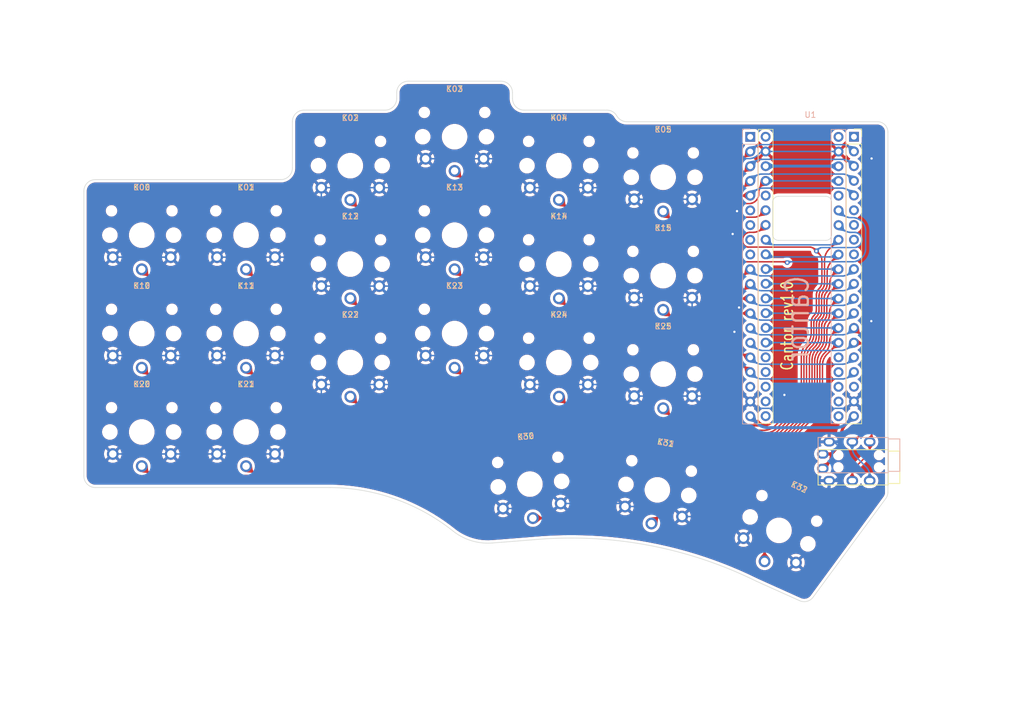
<source format=kicad_pcb>
(kicad_pcb (version 20211014) (generator pcbnew)
  (title_block (rev "rev1.0"))
  (layers (0 "F.Cu" signal) (31 "B.Cu" signal) (34 "B.Paste" user) (35 "F.Paste" user) (36 "B.SilkS" user "B.Silkscreen") (37 "F.SilkS" user "F.Silkscreen") (38 "B.Mask" user) (39 "F.Mask" user) (44 "Edge.Cuts" user))
  (net 0 "")
  (net 1 "+3V3")
  (net 2 "GND")
  (net 3 "/TX")
  (net 4 "/RX")
  (net 5 "/k00")
  (net 6 "/k01")
  (net 7 "/k02")
  (net 8 "/k03")
  (net 9 "/k04")
  (net 10 "/k05")
  (net 11 "/k10")
  (net 12 "/k11")
  (net 13 "/k12")
  (net 14 "/k13")
  (net 15 "/k14")
  (net 16 "/k15")
  (net 17 "/k20")
  (net 18 "/k21")
  (net 19 "/k22")
  (net 20 "/k23")
  (net 21 "/k24")
  (net 22 "/k25")
  (net 23 "/k30")
  (net 24 "/k31")
  (net 25 "/k32")
  (footprint "keyswitches:SW_PG1350_reversible" (layer "F.Cu") (at 164 94)
    (fp_text reference "K25")
    (fp_text value "KEYSW")
  )
  (footprint "keyswitches:SW_PG1350_reversible" (layer "F.Cu") (at 146 92)
    (fp_text reference "K24")
    (fp_text value "KEYSW")
  )
  (footprint "keyswitches:SW_PG1350_reversible" (layer "F.Cu") (at 92 104)
    (fp_text reference "K21")
    (fp_text value "KEYSW")
  )
  (footprint "keyswitches:SW_PG1350_reversible" (layer "F.Cu") (at 110 58)
    (fp_text reference "K02")
    (fp_text value "KEYSW")
  )
  (footprint "keyswitches:SW_PG1350_reversible" (layer "F.Cu") (at 74 87)
    (fp_text reference "K10")
    (fp_text value "KEYSW")
  )
  (footprint "keyswitches:SW_PG1350_reversible" (layer "F.Cu") (at 146 58)
    (fp_text reference "K04")
    (fp_text value "KEYSW")
  )
  (footprint "keyswitches:SW_PG1350_reversible" (layer "F.Cu") (at 110 75)
    (fp_text reference "K12")
    (fp_text value "KEYSW")
  )
  (footprint "keyswitches:SW_PG1350_reversible" (layer "F.Cu") (at 141 113 5)
    (fp_text reference "K30")
    (fp_text value "KEYSW")
  )
  (footprint "keyswitches:SW_PG1350_reversible" (layer "F.Cu") (at 92 70)
    (fp_text reference "K01")
    (fp_text value "KEYSW")
  )
  (footprint "keyswitches:SW_PG1350_reversible" (layer "F.Cu") (at 146 75)
    (fp_text reference "K14")
    (fp_text value "KEYSW")
  )
  (footprint "keyswitches:SW_PG1350_reversible" (layer "F.Cu") (at 128 87)
    (fp_text reference "K23")
    (fp_text value "KEYSW")
  )
  (footprint "keyswitches:SW_PG1350_reversible" (layer "F.Cu") (at 128 53)
    (fp_text reference "K03")
    (fp_text value "KEYSW")
  )
  (footprint "keyswitches:SW_PG1350_reversible" (layer "F.Cu") (at 110 92)
    (fp_text reference "K22")
    (fp_text value "KEYSW")
  )
  (footprint "Keebio-Parts:TRRS-PJ-320A" (layer "F.Cu") (at 202.85 110.1 -90)
    (fp_text reference "J1")
    (fp_text value "TRRS")
  )
  (footprint "keyswitches:SW_PG1350_reversible" (layer "F.Cu") (at 164 77)
    (fp_text reference "K15")
    (fp_text value "KEYSW")
  )
  (footprint "keyswitches:SW_PG1350_reversible" (layer "F.Cu") (at 184 121 -25)
    (fp_text reference "K32")
    (fp_text value "KEYSW")
  )
  (footprint "keyswitches:SW_PG1350_reversible" (layer "F.Cu") (at 92 87)
    (fp_text reference "K11")
    (fp_text value "KEYSW")
  )
  (footprint "Footprints:YAAJ_WeAct_BlackPill_2" (layer "F.Cu") (at 179.155 53)
    (fp_text reference "U1")
    (fp_text value "YAAJ_WeAct_BlackPill_Part_Like" hide)
  )
  (footprint "keyswitches:SW_PG1350_reversible" (layer "F.Cu") (at 164 60)
    (fp_text reference "K05")
    (fp_text value "KEYSW")
  )
  (footprint "keyswitches:SW_PG1350_reversible" (layer "F.Cu") (at 74 104)
    (fp_text reference "K20")
    (fp_text value "KEYSW")
  )
  (footprint "keyswitches:SW_PG1350_reversible" (layer "F.Cu") (at 128 70)
    (fp_text reference "K13")
    (fp_text value "KEYSW")
  )
  (footprint "keyswitches:SW_PG1350_reversible" (layer "F.Cu") (at 74 70)
    (fp_text reference "K00")
    (fp_text value "KEYSW")
  )
  (footprint "keyswitches:SW_PG1350_reversible" (layer "F.Cu") (at 163 114 -10)
    (fp_text reference "K31")
    (fp_text value "KEYSW")
  )
  (gr_line (start 182.9 69.9) (end 182.9 64.3) (layer "Edge.Cuts") (width 0.1))
  (gr_arc (start 201 50.4) (mid 202.272792 50.927208) (end 202.8 52.2) (layer "Edge.Cuts") (width 0.1))
  (gr_arc (start 100 50.4) (mid 100.585786 48.985786) (end 102 48.4) (layer "Edge.Cuts") (width 0.1))
  (gr_line (start 66 113.6) (end 106.5 113.6) (layer "Edge.Cuts") (width 0.1))
  (gr_line (start 189.949999 132.449999) (end 202.434044 115.487896) (layer "Edge.Cuts") (width 0.1))
  (gr_arc (start 134.5 123.175) (mid 130.930967 122.788889) (end 127.75 121.125) (layer "Edge.Cuts") (width 0.1))
  (gr_arc (start 118 45.4) (mid 118.585786 43.985786) (end 120 43.4) (layer "Edge.Cuts") (width 0.1))
  (gr_line (start 192.1 70.9) (end 183.9 70.9) (layer "Edge.Cuts") (width 0.1))
  (gr_line (start 201 50.4) (end 157.750002 50.399998) (layer "Edge.Cuts") (width 0.1))
  (gr_arc (start 182.9 64.3) (mid 183.192893 63.592893) (end 183.9 63.3) (layer "Edge.Cuts") (width 0.1))
  (gr_line (start 118 45.4) (end 118 46.4) (layer "Edge.Cuts") (width 0.1))
  (gr_line (start 138 46.4) (end 138 45.4) (layer "Edge.Cuts") (width 0.1))
  (gr_arc (start 193.1 69.9) (mid 192.807107 70.607107) (end 192.1 70.9) (layer "Edge.Cuts") (width 0.1))
  (gr_line (start 193.092893 64.3) (end 193.1 69.9) (layer "Edge.Cuts") (width 0.1))
  (gr_arc (start 202.8 114.4) (mid 202.70606 114.973899) (end 202.434044 115.487896) (layer "Edge.Cuts") (width 0.1))
  (gr_line (start 100 50.4) (end 100 58.4) (layer "Edge.Cuts") (width 0.1))
  (gr_line (start 98 60.4) (end 66 60.4) (layer "Edge.Cuts") (width 0.1))
  (gr_arc (start 136 43.4) (mid 137.414214 43.985786) (end 138 45.4) (layer "Edge.Cuts") (width 0.1))
  (gr_arc (start 118 46.4) (mid 117.414214 47.814214) (end 116 48.4) (layer "Edge.Cuts") (width 0.1))
  (gr_arc (start 66 113.6) (mid 64.585786 113.014214) (end 64 111.6) (layer "Edge.Cuts") (width 0.1))
  (gr_line (start 202.8 114.4) (end 202.8 113.2) (layer "Edge.Cuts") (width 0.1))
  (gr_line (start 141.8 122.600001) (end 134.5 123.175) (layer "Edge.Cuts") (width 0.1))
  (gr_line (start 180.129399 129.8) (end 187.513868 133.121447) (layer "Edge.Cuts") (width 0.1))
  (gr_arc (start 140 48.4) (mid 138.585786 47.814214) (end 138 46.4) (layer "Edge.Cuts") (width 0.1))
  (gr_arc (start 157.750002 50.399998) (mid 156.742216 50.132373) (end 156 49.4) (layer "Edge.Cuts") (width 0.1))
  (gr_line (start 64 62.4) (end 64 111.6) (layer "Edge.Cuts") (width 0.1))
  (gr_arc (start 192.092893 63.3) (mid 192.8 63.592893) (end 193.092893 64.3) (layer "Edge.Cuts") (width 0.1))
  (gr_arc (start 183.9 70.9) (mid 183.192893 70.607107) (end 182.9 69.9) (layer "Edge.Cuts") (width 0.1))
  (gr_line (start 136 43.4) (end 120 43.4) (layer "Edge.Cuts") (width 0.1))
  (gr_arc (start 64 62.4) (mid 64.585786 60.985786) (end 66 60.4) (layer "Edge.Cuts") (width 0.1))
  (gr_arc (start 106.5 113.600001) (mid 117.756229 115.57996) (end 127.75 121.125) (layer "Edge.Cuts") (width 0.1))
  (gr_line (start 183.9 63.3) (end 192.092893 63.3) (layer "Edge.Cuts") (width 0.1))
  (gr_line (start 116 48.4) (end 102 48.4) (layer "Edge.Cuts") (width 0.1))
  (gr_arc (start 154.3 48.4) (mid 155.286154 48.668538) (end 156 49.4) (layer "Edge.Cuts") (width 0.1))
  (gr_line (start 202.8 113.2) (end 202.8 52.2) (layer "Edge.Cuts") (width 0.1))
  (gr_arc (start 100 58.4) (mid 99.414214 59.814214) (end 98 60.4) (layer "Edge.Cuts") (width 0.1))
  (gr_arc (start 189.949999 132.449999) (mid 188.858511 133.244969) (end 187.513868 133.121447) (layer "Edge.Cuts") (width 0.1))
  (gr_line (start 154.3 48.4) (end 140 48.4) (layer "Edge.Cuts") (width 0.1))
  (gr_arc (start 141.8 122.600001) (mid 161.459797 123.564333) (end 180.129399 129.8) (layer "Edge.Cuts") (width 0.1))
  (gr_text "Cantor" (at 187.15 84.4 90) (layer "B.SilkS") (effects (font (size 4 3) (thickness 0.4)) (justify mirror)))
  (gr_text "Cantor rev1.0" (at 185.4 85.65 90) (layer "F.SilkS") (effects (font (size 2 1.5) (thickness 0.25))))
  (segment (start 195.134297 103.171518) (end 195.008272 103.407293) (width 0.5) (layer "F.Cu") (net 1))
  (segment (start 194.265275 106.501009) (end 194.110985 106.689012) (width 0.5) (layer "F.Cu") (net 1))
  (segment (start 195.008272 103.407293) (end 194.905965 103.654286) (width 0.5) (layer "F.Cu") (net 1))
  (segment (start 192.828274 107.8) (end 191.55 107.8) (width 0.5) (layer "F.Cu") (net 1))
  (segment (start 193.003774 107.946648) (end 193 107.988259) (width 0.5) (layer "F.Cu") (net 1))
  (segment (start 192.98717 107.937551) (end 193.003774 107.946648) (width 0.5) (layer "F.Cu") (net 1))
  (segment (start 193.243377 107.556619) (end 193.206619 107.593377) (width 0.5) (layer "F.Cu") (net 1))
  (segment (start 193.018195 107.74679) (end 193.042909 107.733387) (width 0.5) (layer "F.Cu") (net 1))
  (segment (start 192.828274 107.8) (end 192.876618 107.793593) (width 0.5) (layer "F.Cu") (net 1))
  (segment (start 193.058497 107.778839) (end 193.09309 107.721132) (width 0.5) (layer "F.Cu") (net 1))
  (segment (start 192.931621 107.797699) (end 192.924564 107.782936) (width 0.5) (layer "F.Cu") (net 1))
  (segment (start 194.515041 106.084299) (end 194.400394 106.298788) (width 0.5) (layer "F.Cu") (net 1))
  (segment (start 193.058497 107.778839) (end 193.046732 107.803044) (width 0.5) (layer "F.Cu") (net 1))
  (segment (start 192.672796 109.177201) (end 191.55 110.3) (width 0.5) (layer "F.Cu") (net 1))
  (segment (start 192.820986 108.97739) (end 192.751799 109.080935) (width 0.5) (layer "F.Cu") (net 1))
  (segment (start 194.75 105.146297) (end 194.75 104.438381) (width 0.5) (layer "F.Cu") (net 1))
  (segment (start 192.954846 107.873376) (end 192.980458 107.883971) (width 0.5) (layer "F.Cu") (net 1))
  (segment (start 194.678713 105.626869) (end 194.608113 105.859604) (width 0.5) (layer "F.Cu") (net 1))
  (segment (start 193.431249 107.368748) (end 193.393748 107.406248) (width 0.5) (layer "F.Cu") (net 1))
  (segment (start 193.09309 107.721132) (end 193.093346 107.699677) (width 0.5) (layer "F.Cu") (net 1))
  (segment (start 194.905965 103.654286) (end 194.828359 103.910118) (width 0.5) (layer "F.Cu") (net 1))
  (segment (start 192.751799 109.080935) (end 192.672796 109.177201) (width 0.5) (layer "F.Cu") (net 1))
  (segment (start 193 108.387265) (end 192.987793 108.511198) (width 0.5) (layer "F.Cu") (net 1))
  (segment (start 192.954846 107.873376) (end 192.927994 107.843115) (width 0.5) (layer "F.Cu") (net 1))
  (segment (start 192.98717 107.937551) (end 192.968862 107.895248) (width 0.5) (layer "F.Cu") (net 1))
  (segment (start 193.003774 107.946648) (end 193.012259 107.90046) (width 0.5) (layer "F.Cu") (net 1))
  (segment (start 192.987793 108.511198) (end 192.963498 108.633338) (width 0.5) (layer "F.Cu") (net 1))
  (segment (start 192.876618 107.793593) (end 192.924564 107.782936) (width 0.5) (layer "F.Cu") (net 1))
  (segment (start 192.951842 107.774274) (end 192.931621 107.797699) (width 0.5) (layer "F.Cu") (net 1))
  (segment (start 194.400394 106.298788) (end 194.265275 106.501009) (width 0.5) (layer "F.Cu") (net 1))
  (segment (start 193.012259 107.90046) (end 193.00092 107.884686) (width 0.5) (layer "F.Cu") (net 1))
  (segment (start 193.16986 107.630136) (end 193.132289 107.667707) (width 0.5) (layer "F.Cu") (net 1))
  (segment (start 193.280136 107.51986) (end 193.243377 107.556619) (width 0.5) (layer "F.Cu") (net 1))
  (segment (start 193.318747 107.481248) (end 193.280136 107.51986) (width 0.5) (layer "F.Cu") (net 1))
  (segment (start 192.865699 107.808218) (end 192.828274 107.8) (width 0.5) (layer "F.Cu") (net 1))
  (segment (start 193.132289 107.667707) (end 193.09309 107.721132) (width 0.5) (layer "F.Cu") (net 1))
  (segment (start 193.036644 107.75586) (end 193.044402 107.773586) (width 0.5) (layer "F.Cu") (net 1))
  (segment (start 194.776204 104.172325) (end 194.75 104.438381) (width 0.5) (layer "F.Cu") (net 1))
  (segment (start 193.044402 107.773586) (end 193.058497 107.778839) (width 0.5) (layer "F.Cu") (net 1))
  (segment (start 193.093346 107.699677) (end 193.132289 107.667707) (width 0.5) (layer "F.Cu") (net 1))
  (segment (start 192.980458 107.883971) (end 192.968862 107.895248) (width 0.5) (layer "F.Cu") (net 1))
  (segment (start 192.923884 107.818324) (end 192.931621 107.797699) (width 0.5) (layer "F.Cu") (net 1))
  (segment (start 192.980458 107.883971) (end 193.00092 107.884686) (width 0.5) (layer "F.Cu") (net 1))
  (segment (start 192.963498 108.633338) (end 192.927348 108.752508) (width 0.5) (layer "F.Cu") (net 1))
  (segment (start 193.046732 107.803044) (end 193.044402 107.773586) (width 0.5) (layer "F.Cu") (net 1))
  (segment (start 192.968862 107.895248) (end 192.954846 107.873376) (width 0.5) (layer "F.Cu") (net 1))
  (segment (start 192.923884 107.818324) (end 192.927994 107.843115) (width 0.5) (layer "F.Cu") (net 1))
  (segment (start 192.865699 107.808218) (end 192.903384 107.825521) (width 0.5) (layer "F.Cu") (net 1))
  (segment (start 193.042909 107.733387) (end 193.093346 107.699677) (width 0.5) (layer "F.Cu") (net 1))
  (segment (start 193.019696 107.873172) (end 193.012259 107.90046) (width 0.5) (layer "F.Cu") (net 1))
  (segment (start 192.87969 108.867562) (end 192.927348 108.752508) (width 0.5) (layer "F.Cu") (net 1))
  (segment (start 194.515041 106.084299) (end 194.608113 105.859604) (width 0.5) (layer "F.Cu") (net 1))
  (segment (start 193.393748 107.406248) (end 193.356248 107.443748) (width 0.5) (layer "F.Cu") (net 1))
  (segment (start 192.927994 107.843115) (end 192.903384 107.825521) (width 0.5) (layer "F.Cu") (net 1))
  (segment (start 195.134297 103.171518) (end 195.282825 102.949231) (width 0.5) (layer "F.Cu") (net 1))
  (segment (start 194.726161 105.388334) (end 194.678713 105.626869) (width 0.5) (layer "F.Cu") (net 1))
  (segment (start 193.00092 107.884686) (end 193.019696 107.873172) (width 0.5) (layer "F.Cu") (net 1))
  (segment (start 193.206619 107.593377) (end 193.16986 107.630136) (width 0.5) (layer "F.Cu") (net 1))
  (segment (start 193.036644 107.75586) (end 193.018195 107.74679) (width 0.5) (layer "F.Cu") (net 1))
  (segment (start 195.452426 102.742572) (end 196.935 101.26) (width 0.5) (layer "F.Cu") (net 1))
  (segment (start 192.924564 107.782936) (end 192.951842 107.774274) (width 0.5) (layer "F.Cu") (net 1))
  (segment (start 192.876618 107.793593) (end 192.865699 107.808218) (width 0.5) (layer "F.Cu") (net 1))
  (segment (start 193.356248 107.443748) (end 193.318747 107.481248) (width 0.5) (layer "F.Cu") (net 1))
  (segment (start 195.452426 102.742572) (end 195.282825 102.949231) (width 0.5) (layer "F.Cu") (net 1))
  (segment (start 193.018195 107.74679) (end 192.951842 107.774274) (width 0.5) (layer "F.Cu") (net 1))
  (segment (start 194.110985 106.689012) (end 193.431249 107.368748) (width 0.5) (layer "F.Cu") (net 1))
  (segment (start 192.903384 107.825521) (end 192.923884 107.818324) (width 0.5) (layer "F.Cu") (net 1))
  (segment (start 194.75 105.146297) (end 194.726161 105.388334) (width 0.5) (layer "F.Cu") (net 1))
  (segment (start 193 107.988259) (end 192.98717 107.937551) (width 0.5) (layer "F.Cu") (net 1))
  (segment (start 192.87969 108.867562) (end 192.820986 108.97739) (width 0.5) (layer "F.Cu") (net 1))
  (segment (start 193.042909 107.733387) (end 193.036644 107.75586) (width 0.5) (layer "F.Cu") (net 1))
  (segment (start 194.828359 103.910118) (end 194.776204 104.172325) (width 0.5) (layer "F.Cu") (net 1))
  (segment (start 193 108.387265) (end 193 107.988259) (width 0.5) (layer "F.Cu") (net 1))
  (segment (start 193.046732 107.803044) (end 193.019696 107.873172) (width 0.5) (layer "F.Cu") (net 1))
  (segment (start 194.217673 103.223795) (end 193.951617 103.25) (width 0.5) (layer "B.Cu") (net 1))
  (segment (start 180.302571 102.547571) (end 179.035 101.28) (width 0.5) (layer "B.Cu") (net 1))
  (segment (start 194.255471 58.083239) (end 194.25843 58.08482) (width 0.25) (layer "B.Cu") (net 1))
  (segment (start 181.470119 103.171639) (end 181.732325 103.223795) (width 0.5) (layer "B.Cu") (net 1))
  (segment (start 181.214288 103.094033) (end 181.470119 103.171639) (width 0.5) (layer "B.Cu") (net 1))
  (segment (start 195.218479 102.8657) (end 194.982704 102.991725) (width 0.5) (layer "B.Cu") (net 1))
  (segment (start 181.214288 103.094033) (end 180.967295 102.991725) (width 0.5) (layer "B.Cu") (net 1))
  (segment (start 195.647425 102.547572) (end 196.935 101.26) (width 0.5) (layer "B.Cu") (net 1))
  (segment (start 193.951617 103.25) (end 181.998381 103.25) (width 0.5) (layer "B.Cu") (net 1))
  (segment (start 195.440766 102.717172) (end 195.218479 102.8657) (width 0.5) (layer "B.Cu") (net 1))
  (segment (start 180.731519 102.8657) (end 180.967295 102.991725) (width 0.5) (layer "B.Cu") (net 1))
  (segment (start 194.25843 58.08482) (end 194.261219 58.086684) (width 0.25) (layer "B.Cu") (net 1))
  (segment (start 195.647425 102.547572) (end 195.440766 102.717172) (width 0.5) (layer "B.Cu") (net 1))
  (segment (start 180.302571 102.547571) (end 180.50923 102.717172) (width 0.5) (layer "B.Cu") (net 1))
  (segment (start 194.245872 58.080328) (end 194.242534 58.08) (width 0.25) (layer "B.Cu") (net 1))
  (segment (start 194.242534 58.08) (end 181.695 58.08) (width 0.5) (layer "B.Cu") (net 1))
  (segment (start 194.263812 58.088812) (end 194.275 58.1) (width 0.25) (layer "B.Cu") (net 1))
  (segment (start 194.245872 58.080328) (end 194.249163 58.080982) (width 0.25) (layer "B.Cu") (net 1))
  (segment (start 194.261219 58.086684) (end 194.263812 58.088812) (width 0.25) (layer "B.Cu") (net 1))
  (segment (start 194.249163 58.080982) (end 194.252372 58.081955) (width 0.25) (layer "B.Cu") (net 1))
  (segment (start 194.252372 58.081955) (end 194.255471 58.083239) (width 0.25) (layer "B.Cu") (net 1))
  (segment (start 194.73571 103.094033) (end 194.479879 103.171639) (width 0.5) (layer "B.Cu") (net 1))
  (segment (start 181.732325 103.223795) (end 181.998381 103.25) (width 0.5) (layer "B.Cu") (net 1))
  (segment (start 180.50923 102.717172) (end 180.731519 102.8657) (width 0.5) (layer "B.Cu") (net 1))
  (segment (start 194.217673 103.223795) (end 194.479879 103.171639) (width 0.5) (layer "B.Cu") (net 1))
  (segment (start 194.73571 103.094033) (end 194.982704 102.991725) (width 0.5) (layer "B.Cu") (net 1))
  (via (at 176.75 65.85) (size 0.8) (drill 0.4) (layers "F.Cu" "B.Cu") (net 2))
  (via (at 176.3 86.7) (size 0.8) (drill 0.4) (layers "F.Cu" "B.Cu") (net 2))
  (via (at 199.98 56.76) (size 0.8) (drill 0.4) (layers "F.Cu" "B.Cu") (net 2))
  (via (at 176 69.8) (size 0.8) (drill 0.4) (layers "F.Cu" "B.Cu") (net 2))
  (via (at 177.1 82.5) (size 0.8) (drill 0.4) (layers "F.Cu" "B.Cu") (net 2))
  (via (at 184.93 97.6) (size 0.8) (drill 0.4) (layers "F.Cu" "B.Cu") (net 2))
  (via (at 199.93 84.85) (size 0.8) (drill 0.4) (layers "F.Cu" "B.Cu") (net 2))
  (segment (start 101.533633 92.333633) (end 101.505146 92.305146) (width 0.25) (layer "B.Cu") (net 2))
  (segment (start 194.249163 55.540982) (end 194.252373 55.541955) (width 0.25) (layer "B.Cu") (net 2))
  (segment (start 193.514217 105.797391) (end 193.603125 105.844913) (width 0.25) (layer "B.Cu") (net 2))
  (segment (start 175.180189 97.8) (end 174.889199 97.8) (width 0.25) (layer "B.Cu") (net 2))
  (segment (start 184.605046 123.933021) (end 184.650384 123.937065) (width 0.25) (layer "B.Cu") (net 2))
  (segment (start 140.297571 61.097571) (end 136.702425 57.502425) (width 0.25) (layer "B.Cu") (net 2))
  (segment (start 154.478596 78.8) (end 154.489552 78.8) (width 0.25) (layer "B.Cu") (net 2))
  (segment (start 132.26772 73.8) (end 131.974809 73.8) (width 0.25) (layer "B.Cu") (net 2))
  (segment (start 198.631334 100.694232) (end 198.553495 100.506311) (width 0.25) (layer "B.Cu") (net 2))
  (segment (start 177.545011 122.013377) (end 177.672011 122.140377) (width 0.25) (layer "B.Cu") (net 2))
  (segment (start 107.814277 79.325244) (end 107.738431 79.508354) (width 0.25) (layer "B.Cu") (net 2))
  (segment (start 104.912917 96.206011) (end 104.871041 96.074491) (width 0.25) (layer "B.Cu") (net 2))
  (segment (start 117.79071 95.644033) (end 117.534879 95.721639) (width 0.25) (layer "B.Cu") (net 2))
  (segment (start 194.338726 105.443241) (end 194.1812 105.527441) (width 0.25) (layer "B.Cu") (net 2))
  (segment (start 146.855355 116.349761) (end 156.565083 116.349761) (width 0.25) (layer "B.Cu") (net 2))
  (segment (start 145.042896 117.206989) (end 144.897414 117.221319) (width 0.25) (layer "B.Cu") (net 2))
  (segment (start 174.224269 97.8) (end 174.109516 97.8) (width 0.25) (layer "B.Cu") (net 2))
  (segment (start 174.175641 118.839971) (end 174.385115 118.951937) (width 0.25) (layer "B.Cu") (net 2))
  (segment (start 97.512713 73.717446) (end 97.524424 73.651773) (width 0.25) (layer "B.Cu") (net 2))
  (segment (start 184.107865 123.739337) (end 184.229165 123.805713) (width 0.25) (layer "B.Cu") (net 2))
  (segment (start 80.025189 90.8) (end 79.732278 90.8) (width 0.25) (layer "B.Cu") (net 2))
  (segment (start 155.365837 78.906423) (end 155.318414 78.870834) (width 0.25) (layer "B.Cu") (net 2))
  (segment (start 159.465119 97.721639) (end 159.727325 97.773795) (width 0.25) (layer "B.Cu") (net 2))
  (segment (start 101.688879 92.067) (end 101.695466 92.064272) (width 0.25) (layer "B.Cu") (net 2))
  (segment (start 154.480747 78.765902) (end 154.480182 78.770053) (width 0.25) (layer "B.Cu") (net 2))
  (segment (start 115.732278 61.8) (end 115.439366 61.8) (width 0.25) (layer "B.Cu") (net 2))
  (segment (start 153.919809 61.8) (end 153.847807 61.838447) (width 0.25) (layer "B.Cu") (net 2))
  (segment (start 86.26772 107.8) (end 86.560632 107.8) (width 0.25) (layer "B.Cu") (net 2))
  (segment (start 118.702425 78.097572) (end 118.495766 78.267172) (width 0.25) (layer "B.Cu") (net 2))
  (segment (start 86.688956 74.13429) (end 86.828419 74.041104) (width 0.25) (layer "B.Cu") (net 2))
  (segment (start 192.660048 99.919458) (end 192.66013 99.918855) (width 0.25) (layer "B.Cu") (net 2))
  (segment (start 198.730062 101.696625) (end 198.69038 101.89612) (width 0.25) (layer "B.Cu") (net 2))
  (segment (start 192.756042 112.572204) (end 192.822204 112.506042) (width 0.25) (layer "B.Cu") (net 2))
  (segment (start 192.666565 99.916245) (end 192.665515 99.916656) (width 0.25) (layer "B.Cu") (net 2))
  (segment (start 96.853543 90.8) (end 96.560632 90.8) (width 0.25) (layer "B.Cu") (net 2))
  (segment (start 105.209287 78.644033) (end 105.465118 78.721639) (width 0.25) (layer "B.Cu") (net 2))
  (segment (start 178.256284 98.026639) (end 178.387378 98.114233) (width 0.25) (layer "B.Cu") (net 2))
  (segment (start 154.470874 78.8) (end 154.478716 78.796143) (width 0.25) (layer "B.Cu") (net 2))
  (segment (start 194.263812 55.548812) (end 194.275 55.56) (width 0.25) (layer "B.Cu") (net 2))
  (segment (start 195.58364 99.797624) (end 195.788137 99.712919) (width 0.25) (layer "B.Cu") (net 2))
  (segment (start 134.025189 90.8) (end 133.732278 90.8) (width 0.25) (layer "B.Cu") (net 2))
  (segment (start 183.936473 123.583509) (end 184.023272 123.654743) (width 0.25) (layer "B.Cu") (net 2))
  (segment (start 82.223654 90.962037) (end 82.068692 90.89785) (width 0.25) (layer "B.Cu") (net 2))
  (segment (start 178.72346 99.085122) (end 178.622615 99.152382) (width 0.25) (layer "B.Cu") (net 2))
  (segment (start 101.41369 92.197271) (end 101.400274 92.200274) (width 0.25) (layer "B.Cu") (net 2))
  (segment (start 192.470986 113.57739) (end 192.401799 113.680935) (width 0.25) (layer "B.Cu") (net 2))
  (segment (start 178.72346 99.085122) (end 178.836622 99.038454) (width 0.25) (layer "B.Cu") (net 2))
  (segment (start 154.518145 78.730019) (end 154.509758 78.740238) (width 0.25) (layer "B.Cu") (net 2))
  (segment (start 100.495766 74.332824) (end 100.273479 74.184297) (width 0.25) (layer "B.Cu") (net 2))
  (segment (start 178.117235 97.952315) (end 177.971571 97.891979) (width 0.25) (layer "B.Cu") (net 2))
  (segment (start 159.209288 80.644033) (end 158.962295 80.541725) (width 0.25) (layer "B.Cu") (net 2))
  (segment (start 155.729139 78.8) (end 155.454146 78.8) (width 0.25) (layer "B.Cu") (net 2))
  (segment (start 153.847807 61.838447) (end 153.659484 61.8) (width 0.25) (layer "B.Cu") (net 2))
  (segment (start 193.500888 112.338784) (end 193.61589 112.291148) (width 0.25) (layer "B.Cu") (net 2))
  (segment (start 155.520871 79.032205) (end 155.58582 79.039571) (width 0.25) (layer "B.Cu") (net 2))
  (segment (start 85.868692 74.702146) (end 86.023654 74.637959) (width 0.25) (layer "B.Cu") (net 2))
  (segment (start 106.997807 78.838447) (end 106.809484 78.8) (width 0.25) (layer "B.Cu") (net 2))
  (segment (start 107.069809 78.8) (end 106.997807 78.838447) (width 0.25) (layer "B.Cu") (net 2))
  (segment (start 172.750847 118.57166) (end 172.922401 118.61051) (width 0.25) (layer "B.Cu") (net 2))
  (segment (start 197.143782 103.670844) (end 197.013944 103.71023) (width 0.25) (layer "B.Cu") (net 2))
  (segment (start 175.534231 57.302824) (end 175.327572 57.472425) (width 0.25) (layer "B.Cu") (net 2))
  (segment (start 144.897414 117.221319) (end 136.350218 117.221319) (width 0.25) (layer "B.Cu") (net 2))
  (segment (start 158.726519 63.4157) (end 158.962294 63.541725) (width 0.25) (layer "B.Cu") (net 2))
  (segment (start 77.974809 90.8) (end 69 90.8) (width 0.25) (layer "B.Cu") (net 2))
  (segment (start 189.405964 117.059287) (end 189.508272 116.812294) (width 0.25) (layer "B.Cu") (net 2))
  (segment (start 173.902932 97.72359) (end 173.85447 97.8) (width 0.25) (layer "B.Cu") (net 2))
  (segment (start 179.074677 99.015319) (end 179.144731 98.983248) (width 0.25) (layer "B.Cu") (net 2))
  (segment (start 107.642151 79.470696) (end 107.561575 79.289008) (width 0.25) (layer "B.Cu") (net 2))
  (segment (start 171.762175 118.548173) (end 171.763952 118.468461) (width 0.25) (layer "B.Cu") (net 2))
  (segment (start 101.449902 92.209473) (end 101.41369 92.197271) (width 0.25) (layer "B.Cu") (net 2))
  (segment (start 168.637439 81.023262) (end 168.776736 81.162559) (width 0.25) (layer "B.Cu") (net 2))
  (segment (start 192.659672 99.918399) (end 192.659158 99.91841) (width 0.25) (layer "B.Cu") (net 2))
  (segment (start 134.025189 73.8) (end 133.732278 73.8) (width 0.25) (layer "B.Cu") (net 2))
  (segment (start 97.538986 73.261011) (end 97.487734 73.373987) (width 0.25) (layer "B.Cu") (net 2))
  (segment (start 157.024253 95.966139) (end 157.175921 96.047207) (width 0.25) (layer "B.Cu") (net 2))
  (segment (start 184.567416 123.885763) (end 184.505564 123.855187) (width 0.25) (layer "B.Cu") (net 2))
  (segment (start 134.025189 56.8) (end 133.732278 56.8) (width 0.25) (layer "B.Cu") (net 2))
  (segment (start 173.85447 97.8) (end 174.109516 97.8) (width 0.25) (layer "B.Cu") (net 2))
  (segment (start 154.210799 61.8) (end 153.919809 61.8) (width 0.25) (layer "B.Cu") (net 2))
  (segment (start 98.025189 90.8) (end 99.080716 90.8) (width 0.25) (layer "B.Cu") (net 2))
  (segment (start 100.458786 91.29308) (end 100.650029 91.450029) (width 0.25) (layer "B.Cu") (net 2))
  (segment (start 178.776567 98.602631) (end 178.828913 98.636963) (width 0.25) (layer "B.Cu") (net 2))
  (segment (start 180.27134 56.227939) (end 180.111862 56.358819) (width 0.25) (layer "B.Cu") (net 2))
  (segment (start 141.209288 78.644033) (end 140.962295 78.541725) (width 0.25) (layer "B.Cu") (net 2))
  (segment (start 108.140481 78.8) (end 108.395528 78.8) (width 0.25) (layer "B.Cu") (net 2))
  (segment (start 116.025189 78.8) (end 117.006617 78.8) (width 0.25) (layer "B.Cu") (net 2))
  (segment (start 192.658402 99.914915) (end 192.657566 99.914511) (width 0.25) (layer "B.Cu") (net 2))
  (segment (start 97.273479 107.4157) (end 97.037704 107.541725) (width 0.25) (layer "B.Cu") (net 2))
  (segment (start 155.638199 95.452261) (end 155.585945 95.32133) (width 0.25) (layer "B.Cu") (net 2))
  (segment (start 107.360776 78.854756) (end 107.360799 78.8) (width 0.25) (layer "B.Cu") (net 2))
  (segment (start 155.230668 95.8) (end 155.276463 95.754808) (width 0.25) (layer "B.Cu") (net 2))
  (segment (start 105 64.806617) (end 104.973795 65.072673) (width 0.25) (layer "B.Cu") (net 2))
  (segment (start 184.749631 123.750366) (end 184.689389 123.846249) (width 0.25) (layer "B.Cu") (net 2))
  (segment (start 157.495766 62.332824) (end 157.702425 62.502425) (width 0.25) (layer "B.Cu") (net 2))
  (segment (start 179.144785 99.026636) (end 179.074677 99.015319) (width 0.25) (layer "B.Cu") (net 2))
  (segment (start 181.556142 55.54) (end 181.465996 55.54) (width 0.25) (layer "B.Cu") (net 2))
  (segment (start 96.777271 73.640549) (end 96.885927 73.604592) (width 0.25) (layer "B.Cu") (net 2))
  (segment (start 154.55 62.70169) (end 154.492151 62.470696) (width 0.25) (layer "B.Cu") (net 2))
  (segment (start 192.673817 99.914511) (end 194.996017 99.914511) (width 0.25) (layer "B.Cu") (net 2))
  (segment (start 156.79071 61.955964) (end 157.037704 62.058272) (width 0.25) (layer "B.Cu") (net 2))
  (segment (start 154.885123 62.050697) (end 154.925535 61.942047) (width 0.25) (layer "B.Cu") (net 2))
  (segment (start 135.272674 73.826203) (end 135.006618 73.8) (width 0.25) (layer "B.Cu") (net 2))
  (segment (start 168.961568 81.508354) (end 169 81.701564) (width 0.25) (layer "B.Cu") (net 2))
  (segment (start 116.025189 95.8) (end 117.006617 95.8) (width 0.25) (layer "B.Cu") (net 2))
  (segment (start 196.252065 99.402932) (end 196.396568 99.258429) (width 0.25) (layer "B.Cu") (net 2))
  (segment (start 154.210775 61.854756) (end 154.159436 61.907807) (width 0.25) (layer "B.Cu") (net 2))
  (segment (start 122.962294 57.058272) (end 122.726519 57.184296) (width 0.25) (layer "B.Cu") (net 2))
  (segment (start 178.828913 98.636963) (end 178.78668 98.673569) (width 0.25) (layer "B.Cu") (net 2))
  (segment (start 188.8657 119.523479) (end 188.717173 119.745766) (width 0.25) (layer "B.Cu") (net 2))
  (segment (start 122.504231 57.332824) (end 122.297572 57.502425) (width 0.25) (layer "B.Cu") (net 2))
  (segment (start 154.588431 62.508354) (end 154.55 62.70169) (width 0.25) (layer "B.Cu") (net 2))
  (segment (start 192.66013 99.918855) (end 192.660808 99.918991) (width 0.25) (layer "B.Cu") (net 2))
  (segment (start 154.492085 78.797206) (end 154.49785 78.8) (width 0.25) (layer "B.Cu") (net 2))
  (segment (start 154.48818 78.792487) (end 154.492085 78.797206) (width 0.25) (layer "B.Cu") (net 2))
  (segment (start 179.691904 99.396904) (end 179.844188 99.52188) (width 0.25) (layer "B.Cu") (net 2))
  (segment (start 184.591865 124.14453) (end 184.624162 124.116537) (width 0.25) (layer "B.Cu") (net 2))
  (segment (start 97.402632 73.8) (end 97.476027 73.760097) (width 0.25) (layer "B.Cu") (net 2))
  (segment (start 154.40405 78.8) (end 154.385855 78.8) (width 0.25) (layer "B.Cu") (net 2))
  (segment (start 196.610164 103.75) (end 196.745843 103.75) (width 0.25) (layer "B.Cu") (net 2))
  (segment (start 184.624162 124.116537) (end 184.631896 124.170785) (width 0.25) (layer "B.Cu") (net 2))
  (segment (start 96.625102 73.8) (end 96.276899 73.8) (width 0.25) (layer "B.Cu") (net 2))
  (segment (start 169.702425 63.097572) (end 169.495766 63.267172) (width 0.25) (layer "B.Cu") (net 2))
  (segment (start 178.178754 122.64712) (end 178.303241 122.771607) (width 0.25) (layer "B.Cu") (net 2))
  (segment (start 135.272674 90.826203) (end 135.534879 90.878359) (width 0.25) (layer "B.Cu") (net 2))
  (segment (start 101.449914 92.219392) (end 101.441159 92.227765) (width 0.25) (layer "B.Cu") (net 2))
  (segment (start 196.342063 103.789768) (end 196.212225 103.829154) (width 0.25) (layer "B.Cu") (net 2))
  (segment (start 174.940562 97.692191) (end 174.889222 97.745242) (width 0.25) (layer "B.Cu") (net 2))
  (segment (start 77.974809 107.8) (end 69 107.8) (width 0.25) (layer "B.Cu") (net 2))
  (segment (start 193.297563 112.389714) (end 193.193139 112.4) (width 0.25) (layer "B.Cu") (net 2))
  (segment (start 85.376756 91.8) (end 83.823241 91.8) (width 0.25) (layer "B.Cu") (net 2))
  (segment (start 107.642151 79.470696) (end 107.738431 79.508354) (width 0.25) (layer "B.Cu") (net 2))
  (segment (start 78.26772 90.8) (end 78.560632 90.8) (width 0.25) (layer "B.Cu") (net 2))
  (segment (start 114.853543 95.8) (end 114.560632 95.8) (width 0.25) (layer "B.Cu") (net 2))
  (segment (start 135.79071 90.955964) (end 136.037704 91.058272) (width 0.25) (layer "B.Cu") (net 2))
  (segment (start 96.006617 107.8) (end 88.025189 107.8) (width 0.25) (layer "B.Cu") (net 2))
  (segment (start 159.209288 80.644033) (end 159.465119 80.721639) (width 0.25) (layer "B.Cu") (net 2))
  (segment (start 155.276463 95.754808) (end 155.277751 95.697021) (width 0.25) (layer "B.Cu") (net 2))
  (segment (start 154.620397 62.228685) (end 154.484939 62.220598) (width 0.25) (layer "B.Cu") (net 2))
  (segment (start 180.946974 55.624296) (end 180.87002 55.665429) (width 0.25) (layer "B.Cu") (net 2))
  (segment (start 156.532131 78.816856) (end 156.360986 78.8) (width 0.25) (layer "B.Cu") (net 2))
  (segment (start 168.776736 81.162559) (end 168.88618 81.326354) (width 0.25) (layer "B.Cu") (net 2))
  (segment (start 96.26772 90.8) (end 96.560632 90.8) (width 0.25) (layer "B.Cu") (net 2))
  (segment (start 96.741732 73.8) (end 96.625102 73.8) (width 0.25) (layer "B.Cu") (net 2))
  (segment (start 87.439366 107.8) (end 87.732278 107.8) (width 0.25) (layer "B.Cu") (net 2))
  (segment (start 104.967162 96.448288) (end 105.038443 96.503702) (width 0.25) (layer "B.Cu") (net 2))
  (segment (start 105.121148 96.307393) (end 105.083268 96.20812) (width 0.25) (layer "B.Cu") (net 2))
  (segment (start 156.534879 61.878359) (end 156.79071 61.955964) (width 0.25) (layer "B.Cu") (net 2))
  (segment (start 154.891625 95.8) (end 155.080904 95.744606) (width 0.25) (layer "B.Cu") (net 2))
  (segment (start 155.520871 79.032205) (end 155.483088 79.0638) (width 0.25) (layer "B.Cu") (net 2))
  (segment (start 133.732278 90.8) (end 133.439366 90.8) (width 0.25) (layer "B.Cu") (net 2))
  (segment (start 80.456319 74.783559) (end 80.623241 74.8) (width 0.25) (layer "B.Cu") (net 2))
  (segment (start 174.394033 89.259288) (end 174.291725 89.012295) (width 0.25) (layer "B.Cu") (net 2))
  (segment (start 101.534285 92.258277) (end 101.52605 92.235327) (width 0.25) (layer "B.Cu") (net 2))
  (segment (start 97.457059 73.328921) (end 97.357246 73.396745) (width 0.25) (layer "B.Cu") (net 2))
  (segment (start 99.79071 73.955964) (end 100.037704 74.058272) (width 0.25) (layer "B.Cu") (net 2))
  (segment (start 107.673795 85.382787) (end 107.621639 85.644993) (width 0.25) (layer "B.Cu") (net 2))
  (segment (start 79.439366 107.8) (end 79.146455 107.8) (width 0.25) (layer "B.Cu") (net 2))
  (segment (start 107.167172 86.60588) (end 107.3157 86.383593) (width 0.25) (layer "B.Cu") (net 2))
  (segment (start 194.255472 55.543239) (end 194.25843 55.544821) (width 0.25) (layer "B.Cu") (net 2))
  (segment (start 118.495766 61.267172) (end 118.273479 61.4157) (width 0.25) (layer "B.Cu") (net 2))
  (segment (start 154.758219 62.177601) (end 154.664278 62.325243) (width 0.25) (layer "B.Cu") (net 2))
  (segment (start 178.941762 99.015319) (end 178.836622 99.038454) (width 0.25) (layer "B.Cu") (net 2))
  (segment (start 193.504963 105.7) (end 193.20231 105.7) (width 0.25) (layer "B.Cu") (net 2))
  (segment (start 195.952691 99.624963) (end 195.788137 99.712919) (width 0.25) (layer "B.Cu") (net 2))
  (segment (start 169 82.506618) (end 169.026204 82.772674) (width 0.25) (layer "B.Cu") (net 2))
  (segment (start 184.317194 123.948666) (end 184.275951 123.907423) (width 0.25) (layer "B.Cu") (net 2))
  (segment (start 117.79071 78.644033) (end 118.037704 78.541725) (width 0.25) (layer "B.Cu") (net 2))
  (segment (start 192.665515 99.916656) (end 192.66647 99.915703) (width 0.25) (layer "B.Cu") (net 2))
  (segment (start 114.26772 95.8) (end 113.974809 95.8) (width 0.25) (layer "B.Cu") (net 2))
  (segment (start 154.475505 78.769121) (end 154.480747 78.765902) (width 0.25) (layer "B.Cu") (net 2))
  (segment (start 153.847807 61.838447) (end 154.062967 61.929601) (width 0.25) (layer "B.Cu") (net 2))
  (segment (start 101.709281 92.060812) (end 101.702289 92.062203) (width 0.25) (layer "B.Cu") (net 2))
  (segment (start 106.997572 86.812539) (end 101.768731 92.04138) (width 0.25) (layer "B.Cu") (net 2))
  (segment (start 184.632595 124.009796) (end 184.624162 124.116537) (width 0.25) (layer "B.Cu") (net 2))
  (segment (start 193.075 105.7) (end 193.075 105.7) (width 0.25) (layer "B.Cu") (net 2))
  (segment (start 105.473478 95.73581) (end 105.698766 95.779945) (width 0.25) (layer "B.Cu") (net 2))
  (segment (start 150.26772 78.8) (end 150.560632 78.8) (width 0.25) (layer "B.Cu") (net 2))
  (segment (start 123.465118 56.878359) (end 123.209287 56.955964) (width 0.25) (layer "B.Cu") (net 2))
  (segment (start 154.492151 62.470696) (end 154.588431 62.508354) (width 0.25) (layer "B.Cu") (net 2))
  (segment (start 155.080904 95.744606) (end 155.244246 95.663598) (width 0.25) (layer "B.Cu") (net 2))
  (segment (start 86.688956 74.13429) (end 86.559299 74.240697) (width 0.25) (layer "B.Cu") (net 2))
  (segment (start 79.828419 74.558892) (end 79.688957 74.465707) (width 0.25) (layer "B.Cu") (net 2))
  (segment (start 140.297571 95.097571) (end 136.702425 91.502425) (width 0.25) (layer "B.Cu") (net 2))
  (segment (start 154.664278 62.325243) (end 154.588431 62.508354) (width 0.25) (layer "B.Cu") (net 2))
  (segment (start 101.427675 92.227675) (end 101.400274 92.200274) (width 0.25) (layer "B.Cu") (net 2))
  (segment (start 179.844188 99.52188) (end 180.007987 99.631327) (width 0.25) (layer "B.Cu") (net 2))
  (segment (start 172.314206 118.61051) (end 171.813759 118.61051) (width 0.25) (layer "B.Cu") (net 2))
  (segment (start 195.854399 104.020415) (end 195.749517 104.10649) (width 0.25) (layer "B.Cu") (net 2))
  (segment (start 157.318912 79.14275) (end 157.45185 79.25185) (width 0.25) (layer "B.Cu") (net 2))
  (segment (start 101.449902 92.209473) (end 101.465928 92.212061) (width 0.25) (layer "B.Cu") (net 2))
  (segment (start 172.07434 118.174943) (end 172.192542 118.188298) (width 0.25) (layer "B.Cu") (net 2))
  (segment (start 118.273479 95.4157) (end 118.037704 95.541725) (width 0.25) (layer "B.Cu") (net 2))
  (segment (start 158.50423 80.267172) (end 158.726519 80.4157) (width 0.25) (layer "B.Cu") (net 2))
  (segment (start 172.189133 117.950162) (end 172.103739 117.91182) (width 0.25) (layer "B.Cu") (net 2))
  (segment (start 101.520347 92.206771) (end 101.546217 92.196102) (width 0.25) (layer "B.Cu") (net 2))
  (segment (start 174.172685 97.737663) (end 174.224269 97.8) (width 0.25) (layer "B.Cu") (net 2))
  (segment (start 97.350222 73.449505) (end 97.415989 73.482646) (width 0.25) (layer "B.Cu") (net 2))
  (segment (start 154.443068 78.785208) (end 154.436486 78.791777) (width 0.25) (layer "B.Cu") (net 2))
  (segment (start 168.26772 97.8) (end 168.560632 97.8) (width 0.25) (layer "B.Cu") (net 2))
  (segment (start 158.297571 80.097571) (end 158.50423 80.267172) (width 0.25) (layer "B.Cu") (net 2))
  (segment (start 79.439366 107.8) (end 79.732278 107.8) (width 0.25) (layer "B.Cu") (net 2))
  (segment (start 164.800369 116.900232) (end 165.062574 116.952388) (width 0.25) (layer "B.Cu") (net 2))
  (segment (start 193.078214 112.4) (end 193.193139 112.4) (width 0.25) (layer "B.Cu") (net 2))
  (segment (start 135.79071 73.955964) (end 136.037704 74.058272) (width 0.25) (layer "B.Cu") (net 2))
  (segment (start 155.50278 95.484197) (end 155.588395 95.493908) (width 0.25) (layer "B.Cu") (net 2))
  (segment (start 107.814277 79.325244) (end 107.770396 79.228685) (width 0.25) (layer "B.Cu") (net 2))
  (segment (start 78.26772 107.8) (end 78.560632 107.8) (width 0.25) (layer "B.Cu") (net 2))
  (segment (start 159.209287 63.644033) (end 158.962294 63.541725) (width 0.25) (layer "B.Cu") (net 2))
  (segment (start 154.483334 78.773198) (end 154.486872 78.773122) (width 0.25) (layer "B.Cu") (net 2))
  (segment (start 183.387375 123.358694) (end 183.267382 123.346877) (width 0.25) (layer "B.Cu") (net 2))
  (segment (start 192.671177 99.914511) (end 192.673817 99.914511) (width 0.25) (layer "B.Cu") (net 2))
  (segment (start 107.7 85.116731) (end 107.673795 85.382787) (width 0.25) (layer "B.Cu") (net 2))
  (segment (start 87.291812 73.849162) (end 87.131305 73.897851) (width 0.25) (layer "B.Cu") (net 2))
  (segment (start 155.945652 95.8) (end 155.99272 95.771833) (width 0.25) (layer "B.Cu") (net 2))
  (segment (start 108.395528 78.8) (end 108.608156 78.8) (width 0.25) (layer "B.Cu") (net 2))
  (segment (start 178.729734 98.471253) (end 178.667426 98.372426) (width 0.25) (layer "B.Cu") (net 2))
  (segment (start 132.26772 90.8) (end 131.974809 90.8) (width 0.25) (layer "B.Cu") (net 2))
  (segment (start 194.004491 105.600637) (end 193.841507 105.650078) (width 0.25) (layer "B.Cu") (net 2))
  (segment (start 82.51104 91.13429) (end 82.640697 91.240697) (width 0.25) (layer "B.Cu") (net 2))
  (segment (start 136.273479 74.184297) (end 136.495766 74.332824) (width 0.25) (layer "B.Cu") (net 2))
  (segment (start 154.496054 78.753943) (end 154.509758 78.740238) (width 0.25) (layer "B.Cu") (net 2))
  (segment (start 135.534879 73.878359) (end 135.79071 73.955964) (width 0.25) (layer "B.Cu") (net 2))
  (segment (start 153.659484 61.8) (end 152.025189 61.8) (width 0.25) (layer "B.Cu") (net 2))
  (segment (start 157.318912 96.14275) (end 157.175921 96.047207) (width 0.25) (layer "B.Cu") (net 2))
  (segment (start 178.953088 98.658088) (end 178.878343 98.634758) (width 0.25) (layer "B.Cu") (net 2))
  (segment (start 101.400274 92.200274) (end 101.37743 92.17743) (width 0.25) (layer "B.Cu") (net 2))
  (segment (start 194.967173 110.995766) (end 194.797572 111.202425) (width 0.25) (layer "B.Cu") (net 2))
  (segment (start 172.13949 117.73287) (end 172.189133 117.950162) (width 0.25) (layer "B.Cu") (net 2))
  (segment (start 81.743678 90.816439) (end 81.908185 90.849161) (width 0.25) (layer "B.Cu") (net 2))
  (segment (start 140.297571 95.097571) (end 140.50423 95.267172) (width 0.25) (layer "B.Cu") (net 2))
  (segment (start 158.50423 63.267172) (end 158.726519 63.4157) (width 0.25) (layer "B.Cu") (net 2))
  (segment (start 172.420537 118.61051) (end 172.314206 118.61051) (width 0.25) (layer "B.Cu") (net 2))
  (segment (start 156.700801 95.850406) (end 156.532131 95.816856) (width 0.25) (layer "B.Cu") (net 2))
  (segment (start 192.659333 99.916563) (end 192.658969 99.915599) (width 0.25) (layer "B.Cu") (net 2))
  (segment (start 104.741725 65.837704) (end 104.6157 66.073479) (width 0.25) (layer "B.Cu") (net 2))
  (segment (start 194.245872 55.540328) (end 194.242534 55.54) (width 0.25) (layer "B.Cu") (net 2))
  (segment (start 168.272673 63.773795) (end 168.006617 63.8) (width 0.25) (layer "B.Cu") (net 2))
  (segment (start 178.811677 98.913539) (end 178.752391 98.90825) (width 0.25) (layer "B.Cu") (net 2))
  (segment (start 86.559299 74.240697) (end 86.440697 74.3593) (width 0.25) (layer "B.Cu") (net 2))
  (segment (start 158.297571 80.097571) (end 157.45185 79.25185) (width 0.25) (layer "B.Cu") (net 2))
  (segment (start 172.103739 117.91182) (end 172.13949 117.73287) (width 0.25) (layer "B.Cu") (net 2))
  (segment (start 87.439366 107.8) (end 87.146455 107.8) (width 0.25) (layer "B.Cu") (net 2))
  (segment (start 158.726519 97.4157) (end 158.50423 97.267172) (width 0.25) (layer "B.Cu") (net 2))
  (segment (start 167.729294 118.532149) (end 167.991501 118.584305) (width 0.25) (layer "B.Cu") (net 2))
  (segment (start 192.657566 99.914511) (end 192.658769 99.914511) (width 0.25) (layer "B.Cu") (net 2))
  (segment (start 114.853543 95.8) (end 115.146455 95.8) (width 0.25) (layer "B.Cu") (net 2))
  (segment (start 101.427675 92.227675) (end 101.441159 92.227765) (width 0.25) (layer "B.Cu") (net 2))
  (segment (start 192.658837 99.920332) (end 192.660048 99.919458) (width 0.25) (layer "B.Cu") (net 2))
  (segment (start 107.90822 79.177601) (end 108.035124 79.050697) (width 0.25) (layer "B.Cu") (net 2))
  (segment (start 157.037704 62.058272) (end 157.273479 62.184297) (width 0.25) (layer "B.Cu") (net 2))
  (segment (start 118.702425 78.097572) (end 122.297572 74.502425) (width 0.25) (layer "B.Cu") (net 2))
  (segment (start 174.55 96.898308) (end 174.607848 97.129303) (width 0.25) (layer "B.Cu") (net 2))
  (segment (start 155.318414 78.870834) (end 155.36913 78.860294) (width 0.25) (layer "B.Cu") (net 2))
  (segment (start 78.376756 73.8) (end 69 73.8) (width 0.25) (layer "B.Cu") (net 2))
  (segment (start 149.974809 78.8) (end 141.993381 78.8) (width 0.25) (layer "B.Cu") (net 2))
  (segment (start 150.26772 95.8) (end 149.974809 95.8) (width 0.25) (layer "B.Cu") (net 2))
  (segment (start 193.301849 105.714773) (end 193.350085 105.729405) (width 0.25) (layer "B.Cu") (net 2))
  (segment (start 101.730602 92.059415) (end 101.723506 92.060114) (width 0.25) (layer "B.Cu") (net 2))
  (segment (start 155.277751 95.697021) (end 155.244246 95.663598) (width 0.25) (layer "B.Cu") (net 2))
  (segment (start 169.532824 83.995766) (end 169.384297 83.773479) (width 0.25) (layer "B.Cu") (net 2))
  (segment (start 178.701387 99.027005) (end 178.752391 98.90825) (width 0.25) (layer "B.Cu") (net 2))
  (segment (start 175.037031 97.670397) (end 175.252191 97.761552) (width 0.25) (layer "B.Cu") (net 2))
  (segment (start 81.908185 90.849161) (end 82.068692 90.89785) (width 0.25) (layer "B.Cu") (net 2))
  (segment (start 174.174462 97.657951) (end 174.128246 97.611849) (width 0.25) (layer "B.Cu") (net 2))
  (segment (start 80.291812 74.750836) (end 80.456319 74.783559) (width 0.25) (layer "B.Cu") (net 2))
  (segment (start 151.439366 78.8) (end 151.146455 78.8) (width 0.25) (layer "B.Cu") (net 2))
  (segment (start 169.078359 83.034879) (end 169.155964 83.29071) (width 0.25) (layer "B.Cu") (net 2))
  (segment (start 174.109516 97.8) (end 174.172685 97.737663) (width 0.25) (layer "B.Cu") (net 2))
  (segment (start 122.962294 74.058272) (end 122.726519 74.184296) (width 0.25) (layer "B.Cu") (net 2))
  (segment (start 155.313859 95.8) (end 155.67635 95.8) (width 0.25) (layer "B.Cu") (net 2))
  (segment (start 97.538986 73.261011) (end 104.297572 66.502425) (width 0.25) (layer "B.Cu") (net 2))
  (segment (start 177.666058 97.815453) (end 177.509151 97.8) (width 0.25) (layer "B.Cu") (net 2))
  (segment (start 156.272674 61.826203) (end 156.006618 61.8) (width 0.25) (layer "B.Cu") (net 2))
  (segment (start 87.623241 90.8) (end 87.456319 90.81644) (width 0.25) (layer "B.Cu") (net 2))
  (segment (start 174.341778 97.422397) (end 174.435721 97.274754) (width 0.25) (layer "B.Cu") (net 2))
  (segment (start 192.658969 99.915599) (end 192.658402 99.914915) (width 0.25) (layer "B.Cu") (net 2))
  (segment (start 101.440004 92.240004) (end 101.493723 92.293723) (width 0.25) (layer "B.Cu") (net 2))
  (segment (start 87.623241 73.8) (end 87.456319 73.81644) (width 0.25) (layer "B.Cu") (net 2))
  (segment (start 180.87002 55.665429) (end 180.797467 55.713907) (width 0.25) (layer "B.Cu") (net 2))
  (segment (start 82.371578 91.041105) (end 82.51104 91.13429) (width 0.25) (layer "B.Cu") (net 2))
  (segment (start 194.252373 55.541955) (end 194.255472 55.543239) (width 0.25) (layer "B.Cu") (net 2))
  (segment (start 155.905863 78.842022) (end 155.932516 78.8) (width 0.25) (layer "B.Cu") (net 2))
  (segment (start 156.360986 95.8) (end 156.117001 95.8) (width 0.25) (layer "B.Cu") (net 2))
  (segment (start 156.86537 95.900327) (end 157.024253 95.966139) (width 0.25) (layer "B.Cu") (net 2))
  (segment (start 179.188081 98.893081) (end 179.242012 98.947012) (width 0.25) (layer "B.Cu") (net 2))
  (segment (start 104.647053 95.573442) (end 104.76582 95.608056) (width 0.25) (layer "B.Cu") (net 2))
  (segment (start 150.853543 61.8) (end 151.146455 61.8) (width 0.25) (layer "B.Cu") (net 2))
  (segment (start 180.007987 99.631327) (end 180.181726 99.724192) (width 0.25) (layer "B.Cu") (net 2))
  (segment (start 154.489552 78.8) (end 154.492085 78.797206) (width 0.25) (layer "B.Cu") (net 2))
  (segment (start 172.41857 118.555809) (end 172.468819 118.500888) (width 0.25) (layer "B.Cu") (net 2))
  (segment (start 174.175641 118.839971) (end 173.956201 118.749076) (width 0.25) (layer "B.Cu") (net 2))
  (segment (start 78.708185 73.849162) (end 78.868692 73.897851) (width 0.25) (layer "B.Cu") (net 2))
  (segment (start 159.993381 63.8) (end 168.006617 63.8) (width 0.25) (layer "B.Cu") (net 2))
  (segment (start 141.727325 61.773795) (end 141.465118 61.721639) (width 0.25) (layer "B.Cu") (net 2))
  (segment (start 154.531721 78.707367) (end 154.525489 78.719026) (width 0.25) (layer "B.Cu") (net 2))
  (segment (start 115.439366 95.8) (end 115.732278 95.8) (width 0.25) (layer "B.Cu") (net 2))
  (segment (start 178.953088 98.658088) (end 179.188081 98.893081) (width 0.25) (layer "B.Cu") (net 2))
  (segment (start 171.492422 118.5341) (end 171.717736 118.422359) (width 0.25) (layer "B.Cu") (net 2))
  (segment (start 122.726519 57.184296) (end 122.504231 57.332824) (width 0.25) (layer "B.Cu") (net 2))
  (segment (start 105.393949 95.793022) (end 105.395934 95.901455) (width 0.25) (layer "B.Cu") (net 2))
  (segment (start 140.726519 61.4157) (end 140.962294 61.541725) (width 0.25) (layer "B.Cu") (net 2))
  (segment (start 141.465119 95.721639) (end 141.727325 95.773795) (width 0.25) (layer "B.Cu") (net 2))
  (segment (start 136.495766 91.332824) (end 136.273479 91.184297) (width 0.25) (layer "B.Cu") (net 2))
  (segment (start 184.667711 124.271256) (end 184.631896 124.170785) (width 0.25) (layer "B.Cu") (net 2))
  (segment (start 196.851808 99.069864) (end 197.018189 99.069864) (width 0.25) (layer "B.Cu") (net 2))
  (segment (start 178.78668 98.673569) (end 178.775653 98.813145) (width 0.25) (layer "B.Cu") (net 2))
  (segment (start 104.871041 96.074491) (end 104.71687 95.702289) (width 0.25) (layer "B.Cu") (net 2))
  (segment (start 195.5 109.506617) (end 195.5 108.693381) (width 0.25) (layer "B.Cu") (net 2))
  (segment (start 86.853543 107.8) (end 86.560632 107.8) (width 0.25) (layer "B.Cu") (net 2))
  (segment (start 105.200589 96.185232) (end 105.121148 96.307393) (width 0.25) (layer "B.Cu") (net 2))
  (segment (start 184.749631 123.750366) (end 188.547572 119.952425) (width 0.25) (layer "B.Cu") (net 2))
  (segment (start 79.5593 74.3593) (end 79.440697 74.240697) (width 0.25) (layer "B.Cu") (net 2))
  (segment (start 150.26772 61.8) (end 149.974809 61.8) (width 0.25) (layer "B.Cu") (net 2))
  (segment (start 197.335089 99.165993) (end 197.473429 99.258429) (width 0.25) (layer "B.Cu") (net 2))
  (segment (start 157.495766 62.332824) (end 157.273479 62.184297) (width 0.25) (layer "B.Cu") (net 2))
  (segment (start 167.22647 118.352235) (end 167.473463 118.454543) (width 0.25) (layer "B.Cu") (net 2))
  (segment (start 154.55 78.637675) (end 154.55 62.70169) (width 0.25) (layer "B.Cu") (net 2))
  (segment (start 79.31104 74.13429) (end 79.171578 74.041105) (width 0.25) (layer "B.Cu") (net 2))
  (segment (start 85.376756 74.8) (end 80.623241 74.8) (width 0.25) (layer "B.Cu") (net 2))
  (segment (start 78.853543 107.8) (end 78.560632 107.8) (width 0.25) (layer "B.Cu") (net 2))
  (segment (start 178.778507 98.483507) (end 178.729734 98.471253) (width 0.25) (layer "B.Cu") (net 2))
  (segment (start 154.436486 78.791777) (end 154.43583 78.788042) (width 0.25) (layer "B.Cu") (net 2))
  (segment (start 171.804364 118.359811) (end 171.763952 118.468461) (width 0.25) (layer "B.Cu") (net 2))
  (segment (start 154.427155 78.8) (end 154.434063 78.795598) (width 0.25) (layer "B.Cu") (net 2))
  (segment (start 97.350222 73.449505) (end 97.269527 73.445701) (width 0.25) (layer "B.Cu") (net 2))
  (segment (start 179.011917 123.247459) (end 179.174992 123.296927) (width 0.25) (layer "B.Cu") (net 2))
  (segment (start 172.314206 118.61051) (end 172.41857 118.555809) (width 0.25) (layer "B.Cu") (net 2))
  (segment (start 177.023381 56.77) (end 176.757325 56.796204) (width 0.25) (layer "B.Cu") (net 2))
  (segment (start 195.421639 108.165119) (end 195.473795 108.427325) (width 0.25) (layer "B.Cu") (net 2))
  (segment (start 176.495118 56.848359) (end 176.239286 56.925964) (width 0.25) (layer "B.Cu") (net 2))
  (segment (start 165.062574 116.952388) (end 165.318405 117.029993) (width 0.25) (layer "B.Cu") (net 2))
  (segment (start 154.411575 62.289008) (end 154.492151 62.470696) (width 0.25) (layer "B.Cu") (net 2))
  (segment (start 166.561747 117.908081) (end 166.768406 118.077682) (width 0.25) (layer "B.Cu") (net 2))
  (segment (start 192.673817 99.914511) (end 192.67028 99.915158) (width 0.25) (layer "B.Cu") (net 2))
  (segment (start 192.66148 99.914511) (end 192.660342 99.91507) (width 0.25) (layer "B.Cu") (net 2))
  (segment (start 193.686948 105.900922) (end 193.764876 105.964876) (width 0.25) (layer "B.Cu") (net 2))
  (segment (start 159.209288 97.644033) (end 159.465119 97.721639) (width 0.25) (layer "B.Cu") (net 2))
  (segment (start 101.569271 92.180726) (end 101.671152 92.078845) (width 0.25) (layer "B.Cu") (net 2))
  (segment (start 150.26772 78.8) (end 149.974809 78.8) (width 0.25) (layer "B.Cu") (net 2))
  (segment (start 179.144785 99.026636) (end 179.30319 99.080011) (width 0.25) (layer "B.Cu") (net 2))
  (segment (start 154.971751 61.988149) (end 155.197065 61.876409) (width 0.25) (layer "B.Cu") (net 2))
  (segment (start 179.011917 123.247459) (end 178.854475 123.182244) (width 0.25) (layer "B.Cu") (net 2))
  (segment (start 171.699006 118.61051) (end 171.762175 118.548173) (width 0.25) (layer "B.Cu") (net 2))
  (segment (start 181.92491 55.54) (end 181.832946 55.54) (width 0.25) (layer "B.Cu") (net 2))
  (segment (start 179.342131 123.330173) (end 179.511723 123.346877) (width 0.25) (layer "B.Cu") (net 2))
  (segment (start 107.469137 79.15496) (end 107.634939 79.220598) (width 0.25) (layer "B.Cu") (net 2))
  (segment (start 180.946974 55.624296) (end 181.02759 55.590904) (width 0.25) (layer "B.Cu") (net 2))
  (segment (start 155.313859 95.8) (end 155.230668 95.8) (width 0.25) (layer "B.Cu") (net 2))
  (segment (start 172.261277 118.13077) (end 172.189133 117.950162) (width 0.25) (layer "B.Cu") (net 2))
  (segment (start 117.534879 61.721639) (end 117.272673 61.773795) (width 0.25) (layer "B.Cu") (net 2))
  (segment (start 195.58364 99.797624) (end 195.391912 99.855784) (width 0.25) (layer "B.Cu") (net 2))
  (segment (start 107.167172 86.60588) (end 106.997572 86.812539) (width 0.25) (layer "B.Cu") (net 2))
  (segment (start 135.006618 73.8) (end 134.025189 73.8) (width 0.25) (layer "B.Cu") (net 2))
  (segment (start 155.751994 95.760343) (end 155.753428 95.8) (width 0.25) (layer "B.Cu") (net 2))
  (segment (start 123.727325 90.826203) (end 123.465118 90.878359) (width 0.25) (layer "B.Cu") (net 2))
  (segment (start 105.209287 78.644033) (end 104.962294 78.541725) (width 0.25) (layer "B.Cu") (net 2))
  (segment (start 118.702425 95.097572) (end 122.297572 91.502425) (width 0.25) (layer "B.Cu") (net 2))
  (segment (start 176.495118 56.848359) (end 176.757325 56.796204) (width 0.25) (layer "B.Cu") (net 2))
  (segment (start 172.192542 118.188298) (end 172.261277 118.13077) (width 0.25) (layer "B.Cu") (net 2))
  (segment (start 198.344606 102.627195) (end 198.457612 102.458072) (width 0.25) (layer "B.Cu") (net 2))
  (segment (start 178.667426 98.372426) (end 178.509256 98.214256) (width 0.25) (layer "B.Cu") (net 2))
  (segment (start 78.853543 90.8) (end 78.560632 90.8) (width 0.25) (layer "B.Cu") (net 2))
  (segment (start 178.775653 98.813145) (end 178.811677 98.913539) (width 0.25) (layer "B.Cu") (net 2))
  (segment (start 183.74408 123.468193) (end 183.621014 123.417218) (width 0.25) (layer "B.Cu") (net 2))
  (segment (start 172.03297 118.081932) (end 172.07434 118.174943) (width 0.25) (layer "B.Cu") (net 2))
  (segment (start 189.276203 117.577325) (end 189.328359 117.315118) (width 0.25) (layer "B.Cu") (net 2))
  (segment (start 168.291644 80.838431) (end 168.098434 80.8) (width 0.25) (layer "B.Cu") (net 2))
  (segment (start 132.853543 73.8) (end 132.560632 73.8) (width 0.25) (layer "B.Cu") (net 2))
  (segment (start 184.605046 123.933021) (end 184.567416 123.885763) (width 0.25) (layer "B.Cu") (net 2))
  (segment (start 177.672011 122.140377) (end 177.79901 122.267376) (width 0.25) (layer "B.Cu") (net 2))
  (segment (start 105.526354 61.913818) (end 105.362559 62.023262) (width 0.25) (layer "B.Cu") (net 2))
  (segment (start 184.667711 124.271256) (end 184.715362 124.346834) (width 0.25) (layer "B.Cu") (net 2))
  (segment (start 85.543678 74.783559) (end 85.708185 74.750836) (width 0.25) (layer "B.Cu") (net 2))
  (segment (start 155.58582 79.039571) (end 155.656538 79.015642) (width 0.25) (layer "B.Cu") (net 2))
  (segment (start 157.024253 78.966138) (end 157.175921 79.047206) (width 0.25) (layer "B.Cu") (net 2))
  (segment (start 174.940562 97.692191) (end 174.945769 97.609946) (width 0.25) (layer "B.Cu") (net 2))
  (segment (start 177.418012 121.886378) (end 177.545011 122.013377) (width 0.25) (layer "B.Cu") (net 2))
  (segment (start 87.456319 73.81644) (end 87.291812 73.849162) (width 0.25) (layer "B.Cu") (net 2))
  (segment (start 192.704059 112.650001) (end 192.668253 112.736446) (width 0.25) (layer "B.Cu") (net 2))
  (segment (start 180.941514 99.914511) (end 192.657566 99.914511) (width 0.25) (layer "B.Cu") (net 2))
  (segment (start 181.11109 55.565575) (end 181.02759 55.590904) (width 0.25) (layer "B.Cu") (net 2))
  (segment (start 115.439366 61.8) (end 115.146455 61.8) (width 0.25) (layer "B.Cu") (net 2))
  (segment (start 155.396761 78.830083) (end 155.395673 78.8) (width 0.25) (layer "B.Cu") (net 2))
  (segment (start 173.641842 97.8) (end 173.902932 97.72359) (width 0.25) (layer "B.Cu") (net 2))
  (segment (start 105 62.701564) (end 105 64.806617) (width 0.25) (layer "B.Cu") (net 2))
  (segment (start 193.20231 105.7) (end 193.20231 105.7) (width 0.25) (layer "B.Cu") (net 2))
  (segment (start 122.504231 91.332824) (end 122.297572 91.502425) (width 0.25) (layer "B.Cu") (net 2))
  (segment (start 181.196672 55.548552) (end 181.11109 55.565575) (width 0.25) (layer "B.Cu") (net 2))
  (segment (start 193.239993 105.70247) (end 193.214911 105.7) (width 0.25) (layer "B.Cu") (net 2))
  (segment (start 82.7593 91.3593) (end 82.640697 91.240697) (width 0.25) (layer "B.Cu") (net 2))
  (segment (start 86.976343 73.962038) (end 86.828419 74.041104) (width 0.25) (layer "B.Cu") (net 2))
  (segment (start 108.077313 78.862336) (end 108.025729 78.8) (width 0.25) (layer "B.Cu") (net 2))
  (segment (start 168.79071 63.644033) (end 168.534879 63.721639) (width 0.25) (layer "B.Cu") (net 2))
  (segment (start 155.585945 95.32133) (end 155.524096 95.293529) (width 0.25) (layer "B.Cu") (net 2))
  (segment (start 195.1157 107.426519) (end 195.241725 107.662295) (width 0.25) (layer "B.Cu") (net 2))
  (segment (start 136.495766 57.332824) (end 136.702425 57.502425) (width 0.25) (layer "B.Cu") (net 2))
  (segment (start 155.753428 95.8) (end 155.67635 95.8) (width 0.25) (layer "B.Cu") (net 2))
  (segment (start 177.820694 97.846212) (end 177.971571 97.891979) (width 0.25) (layer "B.Cu") (net 2))
  (segment (start 189.276203 117.577325) (end 189.25 117.843381) (width 0.25) (layer "B.Cu") (net 2))
  (segment (start 154.154229 61.990052) (end 154.062967 61.929601) (width 0.25) (layer "B.Cu") (net 2))
  (segment (start 193.764876 105.964876) (end 194.797571 106.997571) (width 0.25) (layer "B.Cu") (net 2))
  (segment (start 108.608156 78.8) (end 108.347065 78.876408) (width 0.25) (layer "B.Cu") (net 2))
  (segment (start 107.561575 79.289008) (end 107.469137 79.15496) (width 0.25) (layer "B.Cu") (net 2))
  (segment (start 174.945769 97.609946) (end 174.780861 97.445038) (width 0.25) (layer "B.Cu") (net 2))
  (segment (start 159.209287 63.644033) (end 159.465118 63.721639) (width 0.25) (layer "B.Cu") (net 2))
  (segment (start 192.322796 113.777201) (end 189.952425 116.147572) (width 0.25) (layer "B.Cu") (net 2))
  (segment (start 179.168007 56.749777) (end 178.962693 56.77) (width 0.25) (layer "B.Cu") (net 2))
  (segment (start 155.409562 95.51574) (end 155.472811 95.416804) (width 0.25) (layer "B.Cu") (net 2))
  (segment (start 184.672509 123.801803) (end 184.749631 123.750366) (width 0.25) (layer "B.Cu") (net 2))
  (segment (start 104.984064 96.171518) (end 104.912917 96.206011) (width 0.25) (layer "B.Cu") (net 2))
  (segment (start 179.183028 98.946621) (end 179.188081 98.893081) (width 0.25) (layer "B.Cu") (net 2))
  (segment (start 132.26772 56.8) (end 132.560632 56.8) (width 0.25) (layer "B.Cu") (net 2))
  (segment (start 184.184285 123.815757) (end 184.107865 123.739337) (width 0.25) (layer "B.Cu") (net 2))
  (segment (start 154.48818 78.792487) (end 154.483077 78.791839) (width 0.25) (layer "B.Cu") (net 2))
  (segment (start 180.36373 99.799581) (end 180.552247 99.856768) (width 0.25) (layer "B.Cu") (net 2))
  (segment (start 101.514801 92.221201) (end 101.496312 92.212061) (width 0.25) (layer "B.Cu") (net 2))
  (segment (start 87.623241 73.8) (end 96.004458 73.8) (width 0.25) (layer "B.Cu") (net 2))
  (segment (start 114.26772 61.8) (end 113.974809 61.8) (width 0.25) (layer "B.Cu") (net 2))
  (segment (start 172.922401 118.61051) (end 172.685871 118.61051) (width 0.25) (layer "B.Cu") (net 2))
  (segment (start 96.885927 73.604592) (end 96.775941 73.693108) (width 0.25) (layer "B.Cu") (net 2))
  (segment (start 154.411575 62.289008) (end 154.319137 62.15496) (width 0.25) (layer "B.Cu") (net 2))
  (segment (start 101.757292 92.049863) (end 101.76322 92.045903) (width 0.25) (layer "B.Cu") (net 2))
  (segment (start 189.171639 118.784879) (end 189.094033 119.04071) (width 0.25) (layer "B.Cu") (net 2))
  (segment (start 113.974809 95.8) (end 105.906458 95.8) (width 0.25) (layer "B.Cu") (net 2))
  (segment (start 116.025189 95.8) (end 115.732278 95.8) (width 0.25) (layer "B.Cu") (net 2))
  (segment (start 107.360799 78.8) (end 107.069809 78.8) (width 0.25) (layer "B.Cu") (net 2))
  (segment (start 198.553495 102.278686) (end 198.631335 102.090765) (width 0.25) (layer "B.Cu") (net 2))
  (segment (start 155.409562 95.51574) (end 155.307048 95.618254) (width 0.25) (layer "B.Cu") (net 2))
  (segment (start 154.210775 61.854756) (end 154.210799 61.8) (width 0.25) (layer "B.Cu") (net 2))
  (segment (start 100.702425 74.502425) (end 104.297571 78.097571) (width 0.25) (layer "B.Cu") (net 2))
  (segment (start 107.90822 79.177601) (end 107.814277 79.325244) (width 0.25) (layer "B.Cu") (net 2))
  (segment (start 154.43583 78.788042) (end 154.443068 78.785208) (width 0.25) (layer "B.Cu") (net 2))
  (segment (start 98.025189 90.8) (end 97.732278 90.8) (width 0.25) (layer "B.Cu") (net 2))
  (segment (start 172.13949 106.628891) (end 172.13949 117.73287) (width 0.25) (layer "B.Cu") (net 2))
  (segment (start 154.525489 78.719026) (end 154.518145 78.730019) (width 0.25) (layer "B.Cu") (net 2))
  (segment (start 155.249849 78.8) (end 155.214142 78.821367) (width 0.25) (layer "B.Cu") (net 2))
  (segment (start 196.086873 103.881076) (end 196.212225 103.829154) (width 0.25) (layer "B.Cu") (net 2))
  (segment (start 79.976343 74.637959) (end 80.131305 74.702147) (width 0.25) (layer "B.Cu") (net 2))
  (segment (start 175.440514 97.8) (end 175.180189 97.8) (width 0.25) (layer "B.Cu") (net 2))
  (segment (start 198.69038 100.888877) (end 198.730062 101.088372) (width 0.25) (layer "B.Cu") (net 2))
  (segment (start 171.945654 118.218521) (end 172.03297 118.081932) (width 0.25) (layer "B.Cu") (net 2))
  (segment (start 79.31104 74.13429) (end 79.440697 74.240697) (width 0.25) (layer "B.Cu") (net 2))
  (segment (start 169.702425 63.097572) (end 175.327572 57.472425) (width 0.25) (layer "B.Cu") (net 2))
  (segment (start 184.321058 123.907722) (end 184.317194 123.948666) (width 0.25) (layer "B.Cu") (net 2))
  (segment (start 122.962293 91.058272) (end 122.726518 91.184296) (width 0.25) (layer "B.Cu") (net 2))
  (segment (start 154.664278 62.325243) (end 154.620397 62.228685) (width 0.25) (layer "B.Cu") (net 2))
  (segment (start 155.608556 79.090697) (end 155.569651 79.184216) (width 0.25) (layer "B.Cu") (net 2))
  (segment (start 104.467172 66.295766) (end 104.297572 66.502425) (width 0.25) (layer "B.Cu") (net 2))
  (segment (start 155.734306 78.937873) (end 155.75653 78.87812) (width 0.25) (layer "B.Cu") (net 2))
  (segment (start 171.762175 118.548173) (end 171.813759 118.61051) (width 0.25) (layer "B.Cu") (net 2))
  (segment (start 192.66148 99.914511) (end 192.666667 99.914511) (width 0.25) (layer "B.Cu") (net 2))
  (segment (start 99.569574 90.872514) (end 99.326926 90.824249) (width 0.25) (layer "B.Cu") (net 2))
  (segment (start 166.23012 117.576454) (end 166.561747 117.908081) (width 0.25) (layer "B.Cu") (net 2))
  (segment (start 95.974809 90.8) (end 87.623241 90.8) (width 0.25) (layer "B.Cu") (net 2))
  (segment (start 194.797571 106.997571) (end 194.967172 107.20423) (width 0.25) (layer "B.Cu") (net 2))
  (segment (start 192.658769 99.914511) (end 192.658402 99.914915) (width 0.25) (layer "B.Cu") (net 2))
  (segment (start 151.732278 78.8) (end 151.439366 78.8) (width 0.25) (layer "B.Cu") (net 2))
  (segment (start 100.650029 91.450029) (end 101.37743 92.17743) (width 0.25) (layer "B.Cu") (net 2))
  (segment (start 175.756518 57.154296) (end 175.534231 57.302824) (width 0.25) (layer "B.Cu") (net 2))
  (segment (start 184.672509 123.801803) (end 184.585969 123.837494) (width 0.25) (layer "B.Cu") (net 2))
  (segment (start 104.467172 66.295766) (end 104.6157 66.073479) (width 0.25) (layer "B.Cu") (net 2))
  (segment (start 157.569085 116.848254) (end 157.65533 116.865409) (width 0.25) (layer "B.Cu") (net 2))
  (segment (start 85.974809 107.8) (end 80.025189 107.8) (width 0.25) (layer "B.Cu") (net 2))
  (segment (start 169.439366 97.8) (end 169.146455 97.8) (width 0.25) (layer "B.Cu") (net 2))
  (segment (start 106.809484 78.8) (end 107.069809 78.8) (width 0.25) (layer "B.Cu") (net 2))
  (segment (start 155.11986 78.8) (end 155.249849 78.8) (width 0.25) (layer "B.Cu") (net 2))
  (segment (start 97.476027 73.760097) (end 97.478997 73.8) (width 0.25) (layer "B.Cu") (net 2))
  (segment (start 177.418012 121.886378) (end 174.766211 119.234577) (width 0.25) (layer "B.Cu") (net 2))
  (segment (start 99.534879 73.878359) (end 99.79071 73.955964) (width 0.25) (layer "B.Cu") (net 2))
  (segment (start 154.48583 78.778654) (end 154.483334 78.773198) (width 0.25) (layer "B.Cu") (net 2))
  (segment (start 104.741725 99.837704) (end 104.6157 100.073479) (width 0.25) (layer "B.Cu") (net 2))
  (segment (start 140.962294 61.541725) (end 141.209287 61.644033) (width 0.25) (layer "B.Cu") (net 2))
  (segment (start 169.273479 63.4157) (end 169.037704 63.541725) (width 0.25) (layer "B.Cu") (net 2))
  (segment (start 107.441725 86.147818) (end 107.544033 85.900824) (width 0.25) (layer "B.Cu") (net 2))
  (segment (start 104.921639 65.334879) (end 104.973795 65.072673) (width 0.25) (layer "B.Cu") (net 2))
  (segment (start 155.55 79.282576) (end 155.52273 79.163126) (width 0.25) (layer "B.Cu") (net 2))
  (segment (start 105.458791 95.959715) (end 105.348113 96.037708) (width 0.25) (layer "B.Cu") (net 2))
  (segment (start 85.543678 91.783559) (end 85.708185 91.750836) (width 0.25) (layer "B.Cu") (net 2))
  (segment (start 171.717736 118.422359) (end 171.804364 118.359811) (width 0.25) (layer "B.Cu") (net 2))
  (segment (start 151.439366 95.8) (end 151.146455 95.8) (width 0.25) (layer "B.Cu") (net 2))
  (segment (start 156.90423 116.434712) (end 156.981782 116.476164) (width 0.25) (layer "B.Cu") (net 2))
  (segment (start 172.165693 106.362835) (end 172.217849 106.100628) (width 0.25) (layer "B.Cu") (net 2))
  (segment (start 193.674461 105.683305) (end 193.841507 105.650078) (width 0.25) (layer "B.Cu") (net 2))
  (segment (start 105.121148 96.307393) (end 105.038443 96.503702) (width 0.25) (layer "B.Cu") (net 2))
  (segment (start 115.732278 78.8) (end 115.439366 78.8) (width 0.25) (layer "B.Cu") (net 2))
  (segment (start 155.788417 95.720519) (end 155.751994 95.760343) (width 0.25) (layer "B.Cu") (net 2))
  (segment (start 108.121752 78.988149) (end 108.035124 79.050697) (width 0.25) (layer "B.Cu") (net 2))
  (segment (start 79.146455 107.8) (end 78.853543 107.8) (width 0.25) (layer "B.Cu") (net 2))
  (segment (start 172.685871 118.61051) (end 172.420537 118.61051) (width 0.25) (layer "B.Cu") (net 2))
  (segment (start 156.272674 61.826203) (end 156.534879 61.878359) (width 0.25) (layer "B.Cu") (net 2))
  (segment (start 157.484936 116.822727) (end 157.569085 116.848254) (width 0.25) (layer "B.Cu") (net 2))
  (segment (start 157.024253 78.966138) (end 156.86537 78.900327) (width 0.25) (layer "B.Cu") (net 2))
  (segment (start 83.656319 91.783559) (end 83.491812 91.750836) (width 0.25) (layer "B.Cu") (net 2))
  (segment (start 87.456319 90.81644) (end 87.291812 90.849162) (width 0.25) (layer "B.Cu") (net 2))
  (segment (start 154.758219 62.177601) (end 154.885123 62.050697) (width 0.25) (layer "B.Cu") (net 2))
  (segment (start 172.337827 118.256761) (end 172.192542 118.188298) (width 0.25) (layer "B.Cu") (net 2))
  (segment (start 123.993381 90.8) (end 131.974809 90.8) (width 0.25) (layer "B.Cu") (net 2))
  (segment (start 156.700801 95.850406) (end 156.86537 95.900327) (width 0.25) (layer "B.Cu") (net 2))
  (segment (start 179.144731 98.983248) (end 179.144785 99.026636) (width 0.25) (layer "B.Cu") (net 2))
  (segment (start 101.52605 92.235327) (end 101.539603 92.236536) (width 0.25) (layer "B.Cu") (net 2))
  (segment (start 193.674461 105.683305) (end 193.504963 105.7) (width 0.25) (layer "B.Cu") (net 2))
  (segment (start 184.535116 124.166588) (end 184.496903 124.128375) (width 0.25) (layer "B.Cu") (net 2))
  (segment (start 101.52211 92.298553) (end 101.531764 92.290185) (width 0.25) (layer "B.Cu") (net 2))
  (segment (start 96.534879 107.721639) (end 96.272673 107.773795) (width 0.25) (layer "B.Cu") (net 2))
  (segment (start 180.36373 99.799581) (end 180.181726 99.724192) (width 0.25) (layer "B.Cu") (net 2))
  (segment (start 184.632595 124.009796) (end 184.605046 123.933021) (width 0.25) (layer "B.Cu") (net 2))
  (segment (start 198.75 101.494201) (end 198.730062 101.696625) (width 0.25) (layer "B.Cu") (net 2))
  (segment (start 101.757292 92.049863) (end 101.751004 92.053224) (width 0.25) (layer "B.Cu") (net 2))
  (segment (start 104.726519 78.4157) (end 104.962294 78.541725) (width 0.25) (layer "B.Cu") (net 2))
  (segment (start 105 98.806617) (end 105 96.693284) (width 0.25) (layer "B.Cu") (net 2))
  (segment (start 97.524424 73.651773) (end 97.481615 73.548423) (width 0.25) (layer "B.Cu") (net 2))
  (segment (start 183.936473 123.583509) (end 183.843109 123.521125) (width 0.25) (layer "B.Cu") (net 2))
  (segment (start 97.495766 107.267172) (end 97.273479 107.4157) (width 0.25) (layer "B.Cu") (net 2))
  (segment (start 155.55 95.163872) (end 155.55 79.282576) (width 0.25) (layer "B.Cu") (net 2))
  (segment (start 195.195407 99.894872) (end 194.996017 99.914511) (width 0.25) (layer "B.Cu") (net 2))
  (segment (start 97.457059 73.328921) (end 97.538986 73.261011) (width 0.25) (layer "B.Cu") (net 2))
  (segment (start 179.174992 123.296927) (end 179.342131 123.330173) (width 0.25) (layer "B.Cu") (net 2))
  (segment (start 159.727325 63.773795) (end 159.465118 63.721639) (width 0.25) (layer "B.Cu") (net 2))
  (segment (start 85.868692 91.702146) (end 85.708185 91.750836) (width 0.25) (layer "B.Cu") (net 2))
  (segment (start 101.539603 92.236536) (end 101.534285 92.258277) (width 0.25) (layer "B.Cu") (net 2))
  (segment (start 132.853543 90.8) (end 133.146455 90.8) (width 0.25) (layer "B.Cu") (net 2))
  (segment (start 168.26772 97.8) (end 167.974809 97.8) (width 0.25) (layer "B.Cu") (net 2))
  (segment (start 135.272674 56.826203) (end 135.006618 56.8) (width 0.25) (layer "B.Cu") (net 2))
  (segment (start 101.559027 92.359027) (end 104.297481 95.097481) (width 0.25) (layer "B.Cu") (net 2))
  (segment (start 146.855355 116.349761) (end 146.709873 116.364089) (width 0.25) (layer "B.Cu") (net 2))
  (segment (start 145.590147 117.01118) (end 145.461223 117.080091) (width 0.25) (layer "B.Cu") (net 2))
  (segment (start 180.745463 99.895201) (end 180.941514 99.914511) (width 0.25) (layer "B.Cu") (net 2))
  (segment (start 155.85527 95.706625) (end 155.788417 95.720519) (width 0.25) (layer "B.Cu") (net 2))
  (segment (start 105.458791 95.959715) (end 105.657125 95.867186) (width 0.25) (layer "B.Cu") (net 2))
  (segment (start 171.44396 118.61051) (end 171.231332 118.61051) (width 0.25) (layer "B.Cu") (net 2))
  (segment (start 154.062967 61.929601) (end 154.159436 61.907807) (width 0.25) (layer "B.Cu") (net 2))
  (segment (start 97.657215 73.77104) (end 97.746681 73.8) (width 0.25) (layer "B.Cu") (net 2))
  (segment (start 96.004458 73.8) (end 96.375932 73.741115) (width 0.25) (layer "B.Cu") (net 2))
  (segment (start 192.66647 99.915703) (end 192.666565 99.916245) (width 0.25) (layer "B.Cu") (net 2))
  (segment (start 104.467172 100.295766) (end 104.6157 100.073479) (width 0.25) (layer "B.Cu") (net 2))
  (segment (start 150.853543 61.8) (end 150.560632 61.8) (width 0.25) (layer "B.Cu") (net 2))
  (segment (start 172.295454 105.844796) (end 172.217849 106.100628) (width 0.25) (layer "B.Cu") (net 2))
  (segment (start 179.242012 98.947012) (end 179.183028 98.946621) (width 0.25) (layer "B.Cu") (net 2))
  (segment (start 192.668253 112.736446) (end 192.65 112.828214) (width 0.25) (layer "B.Cu") (net 2))
  (segment (start 184.184285 123.815757) (end 184.275951 123.907423) (width 0.25) (layer "B.Cu") (net 2))
  (segment (start 104.921639 65.334879) (end 104.844033 65.59071) (width 0.25) (layer "B.Cu") (net 2))
  (segment (start 198.69038 101.89612) (end 198.631335 102.090765) (width 0.25) (layer "B.Cu") (net 2))
  (segment (start 172.07434 118.174943) (end 171.945654 118.218521) (width 0.25) (layer "B.Cu") (net 2))
  (segment (start 155.472811 95.416804) (end 155.524096 95.293529) (width 0.25) (layer "B.Cu") (net 2))
  (segment (start 101.544783 92.336435) (end 101.534076 92.306401) (width 0.25) (layer "B.Cu") (net 2))
  (segment (start 157.45185 96.25185) (end 158.297571 97.097571) (width 0.25) (layer "B.Cu") (net 2))
  (segment (start 101.465928 92.212061) (end 101.449914 92.219392) (width 0.25) (layer "B.Cu") (net 2))
  (segment (start 178.43076 122.899126) (end 178.562491 123.007235) (width 0.25) (layer "B.Cu") (net 2))
  (segment (start 115.439366 95.8) (end 115.146455 95.8) (width 0.25) (layer "B.Cu") (net 2))
  (segment (start 104.580564 95.308779) (end 104.888439 95.499107) (width 0.25) (layer "B.Cu") (net 2))
  (segment (start 122.726519 74.184296) (end 122.504231 74.332824) (width 0.25) (layer "B.Cu") (net 2))
  (segment (start 195.421639 110.034879) (end 195.344033 110.29071) (width 0.25) (layer "B.Cu") (net 2))
  (segment (start 189.405964 117.059287) (end 189.328359 117.315118) (width 0.25) (layer "B.Cu") (net 2))
  (segment (start 152.025189 95.8) (end 151.732278 95.8) (width 0.25) (layer "B.Cu") (net 2))
  (segment (start 155.50278 95.484197) (end 155.409562 95.51574) (width 0.25) (layer "B.Cu") (net 2))
  (segment (start 141.209288 95.644033) (end 140.962295 95.541725) (width 0.25) (layer "B.Cu") (net 2))
  (segment (start 176.239286 56.925964) (end 175.992293 57.028272) (width 0.25) (layer "B.Cu") (net 2))
  (segment (start 152.025189 95.8) (end 154.891625 95.8) (width 0.25) (layer "B.Cu") (net 2))
  (segment (start 189.25 118.256617) (end 189.223795 118.522673) (width 0.25) (layer "B.Cu") (net 2))
  (segment (start 104.50423 78.267172) (end 104.726519 78.4157) (width 0.25) (layer "B.Cu") (net 2))
  (segment (start 155.569651 79.184216) (end 155.55 79.282576) (width 0.25) (layer "B.Cu") (net 2))
  (segment (start 184.535116 124.166588) (end 184.630413 124.261885) (width 0.25) (layer "B.Cu") (net 2))
  (segment (start 104.467172 100.295766) (end 104.297572 100.502425) (width 0.25) (layer "B.Cu") (net 2))
  (segment (start 101.751004 92.053224) (end 101.744417 92.055954) (width 0.25) (layer "B.Cu") (net 2))
  (segment (start 141.727325 95.773795) (end 141.993381 95.8) (width 0.25) (layer "B.Cu") (net 2))
  (segment (start 154.154229 61.990052) (end 154.319137 62.15496) (width 0.25) (layer "B.Cu") (net 2))
  (segment (start 158.297571 63.097571) (end 158.50423 63.267172) (width 0.25) (layer "B.Cu") (net 2))
  (segment (start 99.272674 73.826203) (end 99.006618 73.8) (width 0.25) (layer "B.Cu") (net 2))
  (segment (start 107.7 85.116731) (end 107.7 79.70169) (width 0.25) (layer "B.Cu") (net 2))
  (segment (start 193.686948 105.900922) (end 193.603125 105.844913) (width 0.25) (layer "B.Cu") (net 2))
  (segment (start 101.544783 92.336435) (end 101.559027 92.359027) (width 0.25) (layer "B.Cu") (net 2))
  (segment (start 97.487734 73.373987) (end 97.457059 73.328921) (width 0.25) (layer "B.Cu") (net 2))
  (segment (start 154.545082 78.670817) (end 154.548355 78.654366) (width 0.25) (layer "B.Cu") (net 2))
  (segment (start 154.485669 78.785846) (end 154.48818 78.792487) (width 0.25) (layer "B.Cu") (net 2))
  (segment (start 181.646287 55.54) (end 181.556142 55.54) (width 0.25) (layer "B.Cu") (net 2))
  (segment (start 154.971751 61.988149) (end 154.885123 62.050697) (width 0.25) (layer "B.Cu") (net 2))
  (segment (start 173.85447 97.8) (end 173.641842 97.8) (width 0.25) (layer "B.Cu") (net 2))
  (segment (start 99.272674 73.826203) (end 99.534879 73.878359) (width 0.25) (layer "B.Cu") (net 2))
  (segment (start 154.496054 78.753943) (end 154.490329 78.763828) (width 0.25) (layer "B.Cu") (net 2))
  (segment (start 178.701387 99.027005) (end 178.72346 99.085122) (width 0.25) (layer "B.Cu") (net 2))
  (segment (start 171.763952 118.468461) (end 171.717736 118.422359) (width 0.25) (layer "B.Cu") (net 2))
  (segment (start 193.500888 112.338784) (end 193.400477 112.369243) (width 0.25) (layer "B.Cu") (net 2))
  (segment (start 174.615059 97.3794) (end 174.688423 97.31099) (width 0.25) (layer "B.Cu") (net 2))
  (segment (start 151.732278 61.8) (end 151.439366 61.8) (width 0.25) (layer "B.Cu") (net 2))
  (segment (start 105.330472 95.694229) (end 105.473478 95.73581) (width 0.25) (layer "B.Cu") (net 2))
  (segment (start 155.588395 95.493908) (end 155.638199 95.452261) (width 0.25) (layer "B.Cu") (net 2))
  (segment (start 155.249849 78.8) (end 155.395673 78.8) (width 0.25) (layer "B.Cu") (net 2))
  (segment (start 192.660808 99.918991) (end 192.660048 99.919458) (width 0.25) (layer "B.Cu") (net 2))
  (segment (start 86.171578 74.558892) (end 86.023654 74.637959) (width 0.25) (layer "B.Cu") (net 2))
  (segment (start 188.991725 119.287704) (end 189.094033 119.04071) (width 0.25) (layer "B.Cu") (net 2))
  (segment (start 192.666667 99.914511) (end 192.667825 99.914511) (width 0.25) (layer "B.Cu") (net 2))
  (segment (start 105.698766 95.779945) (end 105.906458 95.8) (width 0.25) (layer "B.Cu") (net 2))
  (segment (start 177.79901 122.267376) (end 177.929779 122.398145) (width 0.25) (layer "B.Cu") (net 2))
  (segment (start 182.016875 55.54) (end 181.92491 55.54) (width 0.25) (layer "B.Cu") (net 2))
  (segment (start 150.560632 61.8) (end 150.26772 61.8) (width 0.25) (layer "B.Cu") (net 2))
  (segment (start 154.385855 78.8) (end 154.410229 78.795535) (width 0.25) (layer "B.Cu") (net 2))
  (segment (start 169.439366 97.8) (end 169.732278 97.8) (width 0.25) (layer "B.Cu") (net 2))
  (segment (start 141.209288 78.644033) (end 141.465119 78.721639) (width 0.25) (layer "B.Cu") (net 2))
  (segment (start 118.495766 78.267172) (end 118.273479 78.4157) (width 0.25) (layer "B.Cu") (net 2))
  (segment (start 96.777271 73.640549) (end 96.375932 73.741115) (width 0.25) (layer "B.Cu") (net 2))
  (segment (start 159.727325 80.773795) (end 159.993381 80.8) (width 0.25) (layer "B.Cu") (net 2))
  (segment (start 100.034891 91.039007) (end 100.253079 91.155631) (width 0.25) (layer "B.Cu") (net 2))
  (segment (start 180.27134 56.227939) (end 180.730016 55.769263) (width 0.25) (layer "B.Cu") (net 2))
  (segment (start 195.344033 107.909288) (end 195.241725 107.662295) (width 0.25) (layer "B.Cu") (net 2))
  (segment (start 100.495766 74.332824) (end 100.702425 74.502425) (width 0.25) (layer "B.Cu") (net 2))
  (segment (start 173.847571 88.347571) (end 169.702425 84.202425) (width 0.25) (layer "B.Cu") (net 2))
  (segment (start 101.520347 92.206771) (end 101.514801 92.221201) (width 0.25) (layer "B.Cu") (net 2))
  (segment (start 154.540213 78.686867) (end 154.531721 78.707367) (width 0.25) (layer "B.Cu") (net 2))
  (segment (start 157.65533 116.865409) (end 157.742842 116.874029) (width 0.25) (layer "B.Cu") (net 2))
  (segment (start 78.26772 107.8) (end 77.974809 107.8) (width 0.25) (layer "B.Cu") (net 2))
  (segment (start 140.50423 95.267172) (end 140.726519 95.4157) (width 0.25) (layer "B.Cu") (net 2))
  (segment (start 174.945769 97.609946) (end 175.037031 97.670397) (width 0.25) (layer "B.Cu") (net 2))
  (segment (start 184.715362 124.346834) (end 184.630413 124.261885) (width 0.25) (layer "B.Cu") (net 2))
  (segment (start 181.28351 55.54) (end 181.196672 55.548552) (width 0.25) (layer "B.Cu") (net 2))
  (segment (start 154.49785 78.8) (end 154.489552 78.8) (width 0.25) (layer "B.Cu") (net 2))
  (segment (start 141.727325 61.773795) (end 141.993381 61.8) (width 0.25) (layer "B.Cu") (net 2))
  (segment (start 99.006618 73.8) (end 97.746681 73.8) (width 0.25) (layer "B.Cu") (net 2))
  (segment (start 192.66036 99.914511) (end 192.66148 99.914511) (width 0.25) (layer "B.Cu") (net 2))
  (segment (start 193.239993 105.70247) (end 193.301849 105.714773) (width 0.25) (layer "B.Cu") (net 2))
  (segment (start 198.457611 100.326926) (end 198.344606 100.157802) (width 0.25) (layer "B.Cu") (net 2))
  (segment (start 173.902932 97.72359) (end 174.128246 97.611849) (width 0.25) (layer "B.Cu") (net 2))
  (segment (start 85.868692 74.702146) (end 85.708185 74.750836) (width 0.25) (layer "B.Cu") (net 2))
  (segment (start 192.65931 99.917607) (end 192.659672 99.918399) (width 0.25) (layer "B.Cu") (net 2))
  (segment (start 154.436486 78.791777) (end 154.434063 78.795598) (width 0.25) (layer "B.Cu") (net 2))
  (segment (start 174.479602 97.371313) (end 174.341778 97.422397) (width 0.25) (layer "B.Cu") (net 2))
  (segment (start 101.533633 92.333633) (end 101.544783 92.336435) (width 0.25) (layer "B.Cu") (net 2))
  (segment (start 154.55 78.637675) (end 154.548355 78.654366) (width 0.25) (layer "B.Cu") (net 2))
  (segment (start 194.261219 55.546684) (end 194.263812 55.548812) (width 0.25) (layer "B.Cu") (net 2))
  (segment (start 157.326143 116.747623) (end 157.403695 116.789076) (width 0.25) (layer "B.Cu") (net 2))
  (segment (start 97.478997 73.8) (end 97.402632 73.8) (width 0.25) (layer "B.Cu") (net 2))
  (segment (start 158.297571 63.097571) (end 157.702425 62.502425) (width 0.25) (layer "B.Cu") (net 2))
  (segment (start 173.495952 118.63379) (end 173.259576 118.61051) (width 0.25) (layer "B.Cu") (net 2))
  (segment (start 168.473644 80.913818) (end 168.637439 81.023262) (width 0.25) (layer "B.Cu") (net 2))
  (segment (start 154.545082 78.670817) (end 154.540213 78.686867) (width 0.25) (layer "B.Cu") (net 2))
  (segment (start 194.1812 105.527441) (end 194.004491 105.600637) (width 0.25) (layer "B.Cu") (net 2))
  (segment (start 150.26772 95.8) (end 150.560632 95.8) (width 0.25) (layer "B.Cu") (net 2))
  (segment (start 82.7593 91.3593) (end 82.888957 91.465707) (width 0.25) (layer "B.Cu") (net 2))
  (segment (start 86.559299 91.240697) (end 86.440697 91.3593) (width 0.25) (layer "B.Cu") (net 2))
  (segment (start 105.013778 95.56305) (end 104.858753 95.570949) (width 0.25) (layer "B.Cu") (net 2))
  (segment (start 193.214911 105.7) (end 193.20231 105.7) (width 0.25) (layer "B.Cu") (net 2))
  (segment (start 198.215569 100.000569) (end 197.473429 99.258429) (width 0.25) (layer "B.Cu") (net 2))
  (segment (start 154.990481 61.8) (end 154.927312 61.862336) (width 0.25) (layer "B.Cu") (net 2))
  (segment (start 101.716377 92.060114) (end 101.723506 92.060114) (width 0.25) (layer "B.Cu") (net 2))
  (segment (start 192.660342 99.91507) (end 192.66036 99.914511) (width 0.25) (layer "B.Cu") (net 2))
  (segment (start 189.171639 118.784879) (end 189.223795 118.522673) (width 0.25) (layer "B.Cu") (net 2))
  (segment (start 132.560632 90.8) (end 132.26772 90.8) (width 0.25) (layer "B.Cu") (net 2))
  (segment (start 172.337827 118.256761) (end 172.474796 118.417027) (width 0.25) (layer "B.Cu") (net 2))
  (segment (start 181.832946 55.54) (end 181.740981 55.54) (width 0.25) (layer "B.Cu") (net 2))
  (segment (start 182.016875 55.54) (end 194.242534 55.54) (width 0.25) (layer "B.Cu") (net 2))
  (segment (start 169.532824 83.995766) (end 169.702425 84.202425) (width 0.25) (layer "B.Cu") (net 2))
  (segment (start 181.646287 55.54) (end 181.740981 55.54) (width 0.25) (layer "B.Cu") (net 2))
  (segment (start 114.853543 61.8) (end 115.146455 61.8) (width 0.25) (layer "B.Cu") (net 2))
  (segment (start 192.65 112.989283) (end 192.65 112.828214) (width 0.25) (layer "B.Cu") (net 2))
  (segment (start 86.976343 73.962038) (end 87.131305 73.897851) (width 0.25) (layer "B.Cu") (net 2))
  (segment (start 169.037704 63.541725) (end 168.79071 63.644033) (width 0.25) (layer "B.Cu") (net 2))
  (segment (start 101.737594 92.058023) (end 101.730602 92.059415) (width 0.25) (layer "B.Cu") (net 2))
  (segment (start 157.403695 116.789076) (end 157.484936 116.822727) (width 0.25) (layer "B.Cu") (net 2))
  (segment (start 178.752391 98.90825) (end 178.775653 98.813145) (width 0.25) (layer "B.Cu") (net 2))
  (segment (start 154.435133 78.8) (end 154.427155 78.8) (width 0.25) (layer "B.Cu") (net 2))
  (segment (start 192.659158 99.91841) (end 192.658657 99.919758) (width 0.25) (layer "B.Cu") (net 2))
  (segment (start 114.26772 78.8) (end 114.560632 78.8) (width 0.25) (layer "B.Cu") (net 2))
  (segment (start 192.660342 99.91507) (end 192.65971 99.915694) (width 0.25) (layer "B.Cu") (net 2))
  (segment (start 172.03297 118.081932) (end 172.103739 117.91182) (width 0.25) (layer "B.Cu") (net 2))
  (segment (start 154.927312 61.862336) (end 154.925535 61.942047) (width 0.25) (layer "B.Cu") (net 2))
  (segment (start 140.297571 78.097571) (end 140.50423 78.267172) (width 0.25) (layer "B.Cu") (net 2))
  (segment (start 135.79071 56.955964) (end 136.037704 57.058272) (width 0.25) (layer "B.Cu") (net 2))
  (segment (start 105.223262 62.162559) (end 105.113818 62.326354) (width 0.25) (layer "B.Cu") (net 2))
  (segment (start 180.111862 56.358819) (end 179.940324 56.473437) (width 0.25) (layer "B.Cu") (net 2))
  (segment (start 174.889199 97.8) (end 174.781077 97.8) (width 0.25) (layer "B.Cu") (net 2))
  (segment (start 174.688423 97.31099) (end 174.780861 97.445038) (width 0.25) (layer "B.Cu") (net 2))
  (segment (start 133.146455 56.8) (end 132.853543 56.8) (width 0.25) (layer "B.Cu") (net 2))
  (segment (start 157.185052 116.642983) (end 157.253027 116.698769) (width 0.25) (layer "B.Cu") (net 2))
  (segment (start 157.326143 116.747623) (end 157.253027 116.698769) (width 0.25) (layer "B.Cu") (net 2))
  (segment (start 97.037704 107.541725) (end 96.79071 107.644033) (width 0.25) (layer "B.Cu") (net 2))
  (segment (start 101.569271 92.180726) (end 101.551263 92.209388) (width 0.25) (layer "B.Cu") (net 2))
  (segment (start 184.554064 124.146216) (end 184.591865 124.14453) (width 0.25) (layer "B.Cu") (net 2))
  (segment (start 173.728909 118.680128) (end 173.495952 118.63379) (width 0.25) (layer "B.Cu") (net 2))
  (segment (start 149.974809 95.8) (end 141.993381 95.8) (width 0.25) (layer "B.Cu") (net 2))
  (segment (start 154.410229 78.795535) (end 154.40405 78.8) (width 0.25) (layer "B.Cu") (net 2))
  (segment (start 198.553495 102.278686) (end 198.457612 102.458072) (width 0.25) (layer "B.Cu") (net 2))
  (segment (start 164.800369 116.900232) (end 164.534313 116.874029) (width 0.25) (layer "B.Cu") (net 2))
  (segment (start 155.245528 61.8) (end 155.458156 61.8) (width 0.25) (layer "B.Cu") (net 2))
  (segment (start 174.017172 88.55423) (end 174.1657 88.776519) (width 0.25) (layer "B.Cu") (net 2))
  (segment (start 155.458156 61.8) (end 155.197065 61.876409) (width 0.25) (layer "B.Cu") (net 2))
  (segment (start 135.272674 90.826203) (end 135.006618 90.8) (width 0.25) (layer "B.Cu") (net 2))
  (segment (start 165.565399 117.132301) (end 165.801174 117.258326) (width 0.25) (layer "B.Cu") (net 2))
  (segment (start 171.231332 118.61051) (end 168.257557 118.61051) (width 0.25) (layer "B.Cu") (net 2))
  (segment (start 114.560632 95.8) (end 114.26772 95.8) (width 0.25) (layer "B.Cu") (net 2))
  (segment (start 117.272673 78.773795) (end 117.006617 78.8) (width 0.25) (layer "B.Cu") (net 2))
  (segment (start 152.025189 78.8) (end 151.732278 78.8) (width 0.25) (layer "B.Cu") (net 2))
  (segment (start 105.330472 95.694229) (end 105.013778 95.56305) (width 0.25) (layer "B.Cu") (net 2))
  (segment (start 155.55 95.163872) (end 155.585945 95.32133) (width 0.25) (layer "B.Cu") (net 2))
  (segment (start 155.781948 78.903475) (end 155.734306 78.937873) (width 0.25) (layer "B.Cu") (net 2))
  (segment (start 197.181373 99.102323) (end 197.018189 99.069864) (width 0.25) (layer "B.Cu") (net 2))
  (segment (start 140.726519 78.4157) (end 140.962295 78.541725) (width 0.25) (layer "B.Cu") (net 2))
  (segment (start 104.888439 95.499107) (end 105.013778 95.56305) (width 0.25) (layer "B.Cu") (net 2))
  (segment (start 86.440697 91.3593) (end 86.31104 91.465707) (width 0.25) (layer "B.Cu") (net 2))
  (segment (start 198.215569 100.000569) (end 198.344606 100.157802) (width 0.25) (layer "B.Cu") (net 2))
  (segment (start 155.99272 95.771833) (end 156.117001 95.8) (width 0.25) (layer "B.Cu") (net 2))
  (segment (start 192.613885 113.23274) (end 192.578119 113.350643) (width 0.25) (layer "B.Cu") (net 2))
  (segment (start 155.214142 78.821367) (end 155.318414 78.870834) (width 0.25) (layer "B.Cu") (net 2))
  (segment (start 145.8247 116.837223) (end 145.711697 116.929962) (width 0.25) (layer "B.Cu") (net 2))
  (segment (start 97.357246 73.396745) (end 97.350222 73.449505) (width 0.25) (layer "B.Cu") (net 2))
  (segment (start 107.212967 78.929601) (end 106.997807 78.838447) (width 0.25) (layer "B.Cu") (net 2))
  (segment (start 174.523795 89.777325) (end 174.471639 89.515119) (width 0.25) (layer "B.Cu") (net 2))
  (segment (start 117.79071 78.644033) (end 117.534879 78.721639) (width 0.25) (layer "B.Cu") (net 2))
  (segment (start 169 82.506618) (end 169 81.701564) (width 0.25) (layer "B.Cu") (net 2))
  (segment (start 104.297481 95.097481) (end 104.580564 95.308779) (width 0.25) (layer "B.Cu") (net 2))
  (segment (start 107.212967 78.929601) (end 107.309436 78.907807) (width 0.25) (layer "B.Cu") (net 2))
  (segment (start 155.75653 78.87812) (end 155.781948 78.903475) (width 0.25) (layer "B.Cu") (net 2))
  (segment (start 183.505632 123.382217) (end 183.621014 123.417218) (width 0.25) (layer "B.Cu") (net 2))
  (segment (start 178.860883 98.975335) (end 178.941762 99.015319) (width 0.25) (layer "B.Cu") (net 2))
  (segment (start 192.66036 99.914511) (end 192.658769 99.914511) (width 0.25) (layer "B.Cu") (net 2))
  (segment (start 114.26772 78.8) (end 113.974809 78.8) (width 0.25) (layer "B.Cu") (net 2))
  (segment (start 105.038431 62.508354) (end 105 62.701564) (width 0.25) (layer "B.Cu") (net 2))
  (segment (start 194.487241 105.344007) (end 194.338726 105.443241) (width 0.25) (layer "B.Cu") (net 2))
  (segment (start 197.60649 103.393507) (end 197.501607 103.479582) (width 0.25) (layer "B.Cu") (net 2))
  (segment (start 101.531764 92.290185) (end 101.534076 92.306401) (width 0.25) (layer "B.Cu") (net 2))
  (segment (start 82.223654 90.962037) (end 82.371578 91.041105) (width 0.25) (layer "B.Cu") (net 2))
  (segment (start 97.512713 73.717446) (end 97.476027 73.760097) (width 0.25) (layer "B.Cu") (net 2))
  (segment (start 150.853543 78.8) (end 150.560632 78.8) (width 0.25) (layer "B.Cu") (net 2))
  (segment (start 156.117001 95.8) (end 155.945652 95.8) (width 0.25) (layer "B.Cu") (net 2))
  (segment (start 164.534313 116.874029) (end 157.742842 116.874029) (width 0.25) (layer "B.Cu") (net 2))
  (segment (start 123.465118 73.878359) (end 123.209287 73.955965) (width 0.25) (layer "B.Cu") (net 2))
  (segment (start 196.475137 103.763298) (end 196.342063 103.789768) (width 0.25) (layer "B.Cu") (net 2))
  (segment (start 108.025729 78.8) (end 108.140481 78.8) (width 0.25) (layer "B.Cu") (net 2))
  (segment (start 145.711697 116.929962) (end 145.590147 117.01118) (width 0.25) (layer "B.Cu") (net 2))
  (segment (start 156.049454 78.8) (end 155.905863 78.842022) (width 0.25) (layer "B.Cu") (net 2))
  (segment (start 133.439366 56.8) (end 133.146455 56.8) (width 0.25) (layer "B.Cu") (net 2))
  (segment (start 145.042896 117.206989) (end 145.186273 117.178469) (width 0.25) (layer "B.Cu") (net 2))
  (segment (start 155.792248 78.8) (end 155.932516 78.8) (width 0.25) (layer "B.Cu") (net 2))
  (segment (start 192.666565 99.916245) (end 192.67028 99.915158) (width 0.25) (layer "B.Cu") (net 2))
  (segment (start 79.439366 90.8) (end 79.146455 90.8) (width 0.25) (layer "B.Cu") (net 2))
  (segment (start 97.746681 73.8) (end 97.623138 73.8) (width 0.25) (layer "B.Cu") (net 2))
  (segment (start 184.403919 123.855187) (end 184.350345 123.879712) (width 0.25) (layer "B.Cu") (net 2))
  (segment (start 99.569574 90.872514) (end 99.806322 90.944331) (width 0.25) (layer "B.Cu") (net 2))
  (segment (start 104.71687 95.702289) (end 104.647053 95.573442) (width 0.25) (layer "B.Cu") (net 2))
  (segment (start 178.878343 98.634758) (end 178.90312 98.60812) (width 0.25) (layer "B.Cu") (net 2))
  (segment (start 155.214142 78.821367) (end 155.11986 78.8) (width 0.25) (layer "B.Cu") (net 2))
  (segment (start 170.025189 97.8) (end 169.732278 97.8) (width 0.25) (layer "B.Cu") (net 2))
  (segment (start 79.828419 74.558892) (end 79.976343 74.637959) (width 0.25) (layer "B.Cu") (net 2))
  (segment (start 107.309436 78.907807) (end 107.360776 78.854756) (width 0.25) (layer "B.Cu") (net 2))
  (segment (start 131.974809 56.8) (end 123.993381 56.8) (width 0.25) (layer "B.Cu") (net 2))
  (segment (start 189.634297 116.576519) (end 189.508272 116.812294) (width 0.25) (layer "B.Cu") (net 2))
  (segment (start 154.159436 61.907807) (end 154.154229 61.990052) (width 0.25) (layer "B.Cu") (net 2))
  (segment (start 140.297571 78.097571) (end 136.702425 74.502425) (width 0.25) (layer "B.Cu") (net 2))
  (segment (start 173.728909 118.680128) (end 173.956201 118.749076) (width 0.25) (layer "B.Cu") (net 2))
  (segment (start 105.038431 62.508354) (end 105.113818 62.326354) (width 0.25) (layer "B.Cu") (net 2))
  (segment (start 192.65 112.989283) (end 192.637922 113.111898) (width 0.25) (layer "B.Cu") (net 2))
  (segment (start 132.26772 56.8) (end 131.974809 56.8) (width 0.25) (layer "B.Cu") (net 2))
  (segment (start 192.657826 99.921193) (end 192.658657 99.919758) (width 0.25) (layer "B.Cu") (net 2))
  (segment (start 101.37743 92.17743) (end 101.41369 92.197271) (width 0.25) (layer "B.Cu") (net 2))
  (segment (start 155.693611 95.543555) (end 155.588395 95.493908) (width 0.25) (layer "B.Cu") (net 2))
  (segment (start 154.875729 61.8) (end 154.990481 61.8) (width 0.25) (layer "B.Cu") (net 2))
  (segment (start 192.659672 99.918399) (end 192.66013 99.918855) (width 0.25) (layer "B.Cu") (net 2))
  (segment (start 169.258272 83.537704) (end 169.384297 83.773479) (width 0.25) (layer "B.Cu") (net 2))
  (segment (start 99.806322 90.944331) (end 100.034891 91.039007) (width 0.25) (layer "B.Cu") (net 2))
  (segment (start 178.828913 98.636963) (end 178.878343 98.634758) (width 0.25) (layer "B.Cu") (net 2))
  (segment (start 192.66647 99.915703) (end 192.666822 99.915149) (width 0.25) (layer "B.Cu") (net 2))
  (segment (start 192.667825 99.914511) (end 192.671177 99.914511) (width 0.25) (layer "B.Cu") (net 2))
  (segment (start 107.304229 78.990052) (end 107.212967 78.929601) (width 0.25) (layer "B.Cu") (net 2))
  (segment (start 145.928069 116.733854) (end 145.8247 116.837223) (width 0.25) (layer "B.Cu") (net 2))
  (segment (start 96.741732 73.8) (end 97.402632 73.8) (width 0.25) (layer "B.Cu") (net 2))
  (segment (start 108.140481 78.8) (end 108.077313 78.862336) (width 0.25) (layer "B.Cu") (net 2))
  (segment (start 195.241725 110.537704) (end 195.1157 110.773479) (width 0.25) (layer "B.Cu") (net 2))
  (segment (start 172.474796 118.417027) (end 172.561063 118.481703) (width 0.25) (layer "B.Cu") (net 2))
  (segment (start 197.388793 103.554962) (end 197.269134 103.618921) (width 0.25) (layer "B.Cu") (net 2))
  (segment (start 196.88087 103.7367) (end 196.745843 103.75) (width 0.25) (layer "B.Cu") (net 2))
  (segment (start 154.48909 78.759878) (end 154.480747 78.765902) (width 0.25) (layer "B.Cu") (net 2))
  (segment (start 155.52273 79.163126) (end 155.569651 79.184216) (width 0.25) (layer "B.Cu") (net 2))
  (segment (start 140.726519 61.4157) (end 140.50423 61.267172) (width 0.25) (layer "B.Cu") (net 2))
  (segment (start 146.566496 116.392608) (end 146.426605 116.435043) (width 0.25) (layer "B.Cu") (net 2))
  (segment (start 179.242012 98.947012) (end 179.361877 99.066877) (width 0.25) (layer "B.Cu") (net 2))
  (segment (start 78.868692 73.897851) (end 79.023654 73.962038) (width 0.25) (layer "B.Cu") (net 2))
  (segment (start 197.335089 99.165993) (end 197.181373 99.102323) (width 0.25) (layer "B.Cu") (net 2))
  (segment (start 96.775941 73.693108) (end 96.736866 73.738932) (width 0.25) (layer "B.Cu") (net 2))
  (segment (start 100.037704 74.058272) (end 100.273479 74.184297) (width 0.25) (layer "B.Cu") (net 2))
  (segment (start 155.781948 78.903475) (end 155.905863 78.842022) (width 0.25) (layer "B.Cu") (net 2))
  (segment (start 179.168007 56.749777) (end 179.370351 56.709528) (width 0.25) (layer "B.Cu") (net 2))
  (segment (start 97.487734 73.373987) (end 97.4721 73.463527) (width 0.25) (layer "B.Cu") (net 2))
  (segment (start 97.4721 73.463527) (end 97.481615 73.548423) (width 0.25) (layer "B.Cu") (net 2))
  (segment (start 178.836622 99.038454) (end 178.860883 98.975335) (width 0.25) (layer "B.Cu") (net 2))
  (segment (start 101.440004 92.240004) (end 101.427675 92.227675) (width 0.25) (layer "B.Cu") (net 2))
  (segment (start 194.25843 55.544821) (end 194.261219 55.546684) (width 0.25) (layer "B.Cu") (net 2))
  (segment (start 86.688956 91.13429) (end 86.828419 91.041104) (width 0.25) (layer "B.Cu") (net 2))
  (segment (start 96.885927 73.604592) (end 97.269527 73.445701) (width 0.25) (layer "B.Cu") (net 2))
  (segment (start 188.717173 119.745766) (end 188.547572 119.952425) (width 0.25) (layer "B.Cu") (net 2))
  (segment (start 168.534879 63.721639) (end 168.272673 63.773795) (width 0.25) (layer "B.Cu") (net 2))
  (segment (start 155.395673 78.8) (end 155.454146 78.8) (width 0.25) (layer "B.Cu") (net 2))
  (segment (start 123.993381 56.8) (end 123.727325 56.826204) (width 0.25) (layer "B.Cu") (net 2))
  (segment (start 156.652595 116.35838) (end 156.565083 116.349761) (width 0.25) (layer "B.Cu") (net 2))
  (segment (start 105.465118 78.721639) (end 105.727325 78.773795) (width 0.25) (layer "B.Cu") (net 2))
  (segment (start 101.52211 92.298553) (end 101.51081 92.299057) (width 0.25) (layer "B.Cu") (net 2))
  (segment (start 96.375932 73.741115) (end 96.276899 73.8) (width 0.25) (layer "B.Cu") (net 2))
  (segment (start 168.88618 81.326354) (end 168.961568 81.508354) (width 0.25) (layer "B.Cu") (net 2))
  (segment (start 184.715362 124.346834) (end 186.92559 126.557061) (width 0.25) (layer "B.Cu") (net 2))
  (segment (start 107.7 79.70169) (end 107.642151 79.470696) (width 0.25) (layer "B.Cu") (net 2))
  (segment (start 169.146455 97.8) (end 168.853543 97.8) (width 0.25) (layer "B.Cu") (net 2))
  (segment (start 172.468819 118.500888) (end 172.474796 118.417027) (width 0.25) (layer "B.Cu") (net 2))
  (segment (start 86.688956 91.13429) (end 86.559299 91.240697) (width 0.25) (layer "B.Cu") (net 2))
  (segment (start 97.573927 73.711777) (end 97.657215 73.77104) (width 0.25) (layer "B.Cu") (net 2))
  (segment (start 174.607848 97.129303) (end 174.688423 97.31099) (width 0.25) (layer "B.Cu") (net 2))
  (segment (start 178.704184 123.101911) (end 178.854475 123.182244) (width 0.25) (layer "B.Cu") (net 2))
  (segment (start 174.479602 97.371313) (end 174.615059 97.3794) (width 0.25) (layer "B.Cu") (net 2))
  (segment (start 122.726518 91.184296) (end 122.504231 91.332824) (width 0.25) (layer "B.Cu") (net 2))
  (segment (start 184.689389 123.846249) (end 184.650384 123.937065) (width 0.25) (layer "B.Cu") (net 2))
  (segment (start 193.896038 112.103959) (end 193.808941 112.175437) (width 0.25) (layer "B.Cu") (net 2))
  (segment (start 172.841915 104.933082) (end 178.622615 99.152382) (width 0.25) (layer "B.Cu") (net 2))
  (segment (start 108.075536 78.942047) (end 108.121752 78.988149) (width 0.25) (layer "B.Cu") (net 2))
  (segment (start 146.162622 116.559897) (end 146.041072 116.641115) (width 0.25) (layer "B.Cu") (net 2))
  (segment (start 172.685871 118.61051) (end 172.750847 118.57166) (width 0.25) (layer "B.Cu") (net 2))
  (segment (start 172.41857 118.555809) (end 172.420537 118.61051) (width 0.25) (layer "B.Cu") (net 2))
  (segment (start 123.993381 73.8) (end 123.727325 73.826203) (width 0.25) (layer "B.Cu") (net 2))
  (segment (start 173.259576 118.61051) (end 172.922401 118.61051) (width 0.25) (layer "B.Cu") (net 2))
  (segment (start 87.146455 107.8) (end 86.853543 107.8) (width 0.25) (layer "B.Cu") (net 2))
  (segment (start 101.496312 92.212061) (end 101.520347 92.206771) (width 0.25) (layer "B.Cu") (net 2))
  (segment (start 105.083268 96.20812) (end 105.200589 96.185232) (width 0.25) (layer "B.Cu") (net 2))
  (segment (start 140.726519 95.4157) (end 140.962295 95.541725) (width 0.25) (layer "B.Cu") (net 2))
  (segment (start 192.756042 112.572204) (end 192.704059 112.650001) (width 0.25) (layer "B.Cu") (net 2))
  (segment (start 97.439366 90.8) (end 97.146455 90.8) (width 0.25) (layer "B.Cu") (net 2))
  (segment (start 188.991725 119.287704) (end 188.8657 119.523479) (width 0.25) (layer "B.Cu") (net 2))
  (segment (start 154.318921 61.8) (end 154.210775 61.854756) (width 0.25) (layer "B.Cu") (net 2))
  (segment (start 85.868692 91.702146) (end 86.023654 91.637959) (width 0.25) (layer "B.Cu") (net 2))
  (segment (start 107.634939 79.220598) (end 107.561575 79.289008) (width 0.25) (layer "B.Cu") (net 2))
  (segment (start 80.025189 107.8) (end 79.732278 107.8) (width 0.25) (layer "B.Cu") (net 2))
  (segment (start 114.853543 78.8) (end 115.146455 78.8) (width 0.25) (layer "B.Cu") (net 2))
  (segment (start 101.493723 92.293723) (end 101.51081 92.299057) (width 0.25) (layer "B.Cu") (net 2))
  (segment (start 97.702425 107.097572) (end 97.495766 107.267172) (width 0.25) (layer "B.Cu") (net 2))
  (segment (start 156.822989 116.401061) (end 156.90423 116.434712) (width 0.25) (layer "B.Cu") (net 2))
  (segment (start 196.851808 99.069864) (end 196.688624 99.102322) (width 0.25) (layer "B.Cu") (net 2))
  (segment (start 104.844033 65.59071) (end 104.741725 65.837704) (width 0.25) (layer "B.Cu") (net 2))
  (segment (start 195.5 109.506617) (end 195.473795 109.772673) (width 0.25) (layer "B.Cu") (net 2))
  (segment (start 108.025729 78.8) (end 107.468921 78.8) (width 0.25) (layer "B.Cu") (net 2))
  (segment (start 155.729139 78.8) (end 155.792248 78.8) (width 0.25) (layer "B.Cu") (net 2))
  (segment (start 155.85527 95.706625) (end 155.99272 95.771833) (width 0.25) (layer "B.Cu") (net 2))
  (segment (start 136.273479 57.184297) (end 136.495766 57.332824) (width 0.25) (layer "B.Cu") (net 2))
  (segment (start 132.853543 90.8) (end 132.560632 90.8) (width 0.25) (layer "B.Cu") (net 2))
  (segment (start 117.272673 61.773795) (end 117.006617 61.8) (width 0.25) (layer "B.Cu") (net 2))
  (segment (start 172.295454 105.844796) (end 172.397762 105.597803) (width 0.25) (layer "B.Cu") (net 2))
  (segment (start 154.478596 78.8) (end 154.470874 78.8) (width 0.25) (layer "B.Cu") (net 2))
  (segment (start 154.486872 78.773122) (end 154.48583 78.778654) (width 0.25) (layer "B.Cu") (net 2))
  (segment (start 146.291546 116.490986) (end 146.162622 116.559897) (width 0.25) (layer "B.Cu") (net 2))
  (segment (start 184.650384 123.937065) (end 184.632595 124.009796) (width 0.25) (layer "B.Cu") (net 2))
  (segment (start 146.291546 116.490986) (end 146.426605 116.435043) (width 0.25) (layer "B.Cu") (net 2))
  (segment (start 118.702425 95.097572) (end 118.495766 95.267172) (width 0.25) (layer "B.Cu") (net 2))
  (segment (start 193.177046 105.7) (end 193.177046 105.7) (width 0.25) (layer "B.Cu") (net 2))
  (segment (start 159.727325 63.773795) (end 159.993381 63.8) (width 0.25) (layer "B.Cu") (net 2))
  (segment (start 132.853543 56.8) (end 132.560632 56.8) (width 0.25) (layer "B.Cu") (net 2))
  (segment (start 174.1657 88.776519) (end 174.291725 89.012295) (width 0.25) (layer "B.Cu") (net 2))
  (segment (start 167.473463 118.454543) (end 167.729294 118.532149) (width 0.25) (layer "B.Cu") (net 2))
  (segment (start 141.209288 95.644033) (end 141.465119 95.721639) (width 0.25) (layer "B.Cu") (net 2))
  (segment (start 149.974809 61.8) (end 141.993381 61.8) (width 0.25) (layer "B.Cu") (net 2))
  (segment (start 86.171578 74.558892) (end 86.31104 74.465707) (width 0.25) (layer "B.Cu") (net 2))
  (segment (start 97.269527 73.445701) (end 97.357246 73.396745) (width 0.25) (layer "B.Cu") (net 2))
  (segment (start 198.631334 100.694232) (end 198.69038 100.888877) (width 0.25) (layer "B.Cu") (net 2))
  (segment (start 155.792757 95.659712) (end 155.693611 95.543555) (width 0.25) (layer "B.Cu") (net 2))
  (segment (start 155.11986 78.8) (end 154.49785 78.8) (width 0.25) (layer "B.Cu") (net 2))
  (segment (start 184.505564 123.855187) (end 184.585969 123.837494) (width 0.25) (layer "B.Cu") (net 2))
  (segment (start 154.319137 62.15496) (end 154.484939 62.220598) (width 0.25) (layer "B.Cu") (net 2))
  (segment (start 86.171578 91.558892) (end 86.31104 91.465707) (width 0.25) (layer "B.Cu") (net 2))
  (segment (start 86.976343 90.962038) (end 87.131305 90.897851) (width 0.25) (layer "B.Cu") (net 2))
  (segment (start 118.037704 61.541725) (end 117.79071 61.644033) (width 0.25) (layer "B.Cu") (net 2))
  (segment (start 195.473795 108.427325) (end 195.5 108.693381) (width 0.25) (layer "B.Cu") (net 2))
  (segment (start 184.275951 123.907423) (end 184.321058 123.907722) (width 0.25) (layer "B.Cu") (net 2))
  (segment (start 184.585969 123.837494) (end 184.567416 123.885763) (width 0.25) (layer "B.Cu") (net 2))
  (segment (start 101.534076 92.306401) (end 101.52211 92.298553) (width 0.25) (layer "B.Cu") (net 2))
  (segment (start 192.65971 99.915694) (end 192.659333 99.916563) (width 0.25) (layer "B.Cu") (net 2))
  (segment (start 101.716377 92.060114) (end 101.709281 92.060812) (width 0.25) (layer "B.Cu") (net 2))
  (segment (start 104.921639 99.334879) (end 104.844033 99.59071) (width 0.25) (layer "B.Cu") (net 2))
  (segment (start 123.209287 56.955964) (end 122.962294 57.058272) (width 0.25) (layer "B.Cu") (net 2))
  (segment (start 192.67028 99.915158) (end 192.671177 99.914511) (width 0.25) (layer "B.Cu") (net 2))
  (segment (start 192.52969 113.467561) (end 192.578119 113.350643) (width 0.25) (layer "B.Cu") (net 2))
  (segment (start 86.976343 90.962038) (end 86.828419 91.041104) (width 0.25) (layer "B.Cu") (net 2))
  (segment (start 136.037704 57.058272) (end 136.273479 57.184297) (width 0.25) (layer "B.Cu") (net 2))
  (segment (start 155.36913 78.860294) (end 155.365837 78.906423) (width 0.25) (layer "B.Cu") (net 2))
  (segment (start 184.350345 123.879712) (end 184.350305 123.846532) (width 0.25) (layer "B.Cu") (net 2))
  (segment (start 178.562491 123.007235) (end 178.704184 123.101911) (width 0.25) (layer "B.Cu") (net 2))
  (segment (start 196.107832 99.521301) (end 195.952691 99.624963) (width 0.25) (layer "B.Cu") (net 2))
  (segment (start 174.341778 97.422397) (end 174.214874 97.549301) (width 0.25) (layer "B.Cu") (net 2))
  (segment (start 172.750847 118.57166) (end 172.561063 118.481703) (width 0.25) (layer "B.Cu") (net 2))
  (segment (start 105.083268 96.20812) (end 104.984064 96.171518) (width 0.25) (layer "B.Cu") (net 2))
  (segment (start 192.667825 99.914511) (end 192.666822 99.915149) (width 0.25) (layer "B.Cu") (net 2))
  (segment (start 154.480182 78.770053) (end 154.483334 78.773198) (width 0.25) (layer "B.Cu") (net 2))
  (segment (start 78.26772 90.8) (end 77.974809 90.8) (width 0.25) (layer "B.Cu") (net 2))
  (segment (start 154.484939 62.220598) (end 154.411575 62.289008) (width 0.25) (layer "B.Cu") (net 2))
  (segment (start 193.808941 112.175437) (end 193.715258 112.238035) (width 0.25) (layer "B.Cu") (net 2))
  (segment (start 196.534908 99.165993) (end 196.396568 99.258429) (width 0.25) (layer "B.Cu") (net 2))
  (segment (start 118.495766 95.267172) (end 118.273479 95.4157) (width 0.25) (layer "B.Cu") (net 2))
  (segment (start 171.945654 118.218521) (end 171.804364 118.359811) (width 0.25) (layer "B.Cu") (net 2))
  (segment (start 172.523787 105.362028) (end 172.397762 105.597803) (width 0.25) (layer "B.Cu") (net 2))
  (segment (start 154.483077 78.791839) (end 154.485669 78.785846) (width 0.25) (layer "B.Cu") (net 2))
  (segment (start 193.896038 112.103959) (end 194.797572 111.202425) (width 0.25) (layer "B.Cu") (net 2))
  (segment (start 159.727325 97.773795) (end 159.993381 97.8) (width 0.25) (layer "B.Cu") (net 2))
  (segment (start 104.921639 99.334879) (end 104.973795 99.072673) (width 0.25) (layer "B.Cu") (net 2))
  (segment (start 105 96.693284) (end 104.967162 96.448288) (width 0.25) (layer "B.Cu") (net 2))
  (segment (start 172.672314 105.139741) (end 172.523787 105.362028) (width 0.25) (layer "B.Cu") (net 2))
  (segment (start 81.576756 90.8) (end 80.025189 90.8) (width 0.25) (layer "B.Cu") (net 2))
  (segment (start 105.393949 95.793022) (end 105.330472 95.694229) (width 0.25) (layer "B.Cu") (net 2))
  (segment (start 154.434063 78.795598) (end 154.435133 78.8) (width 0.25) (layer "B.Cu") (net 2))
  (segment (start 177.509151 97.8) (end 175.440514 97.8) (width 0.25) (layer "B.Cu") (net 2))
  (segment (start 184.689389 123.846249) (end 184.672509 123.801803) (width 0.25) (layer "B.Cu") (net 2))
  (segment (start 105.348113 96.037708) (end 105.395934 95.901455) (width 0.25) (layer "B.Cu") (net 2))
  (segment (start 101.546217 92.196102) (end 101.569271 92.180726) (width 0.25) (layer "B.Cu") (net 2))
  (segment (start 154.927312 61.862336) (end 154.875729 61.8) (width 0.25) (layer "B.Cu") (net 2))
  (segment (start 78.543678 73.81644) (end 78.376756 73.8) (width 0.25) (layer "B.Cu") (net 2))
  (segment (start 153.659484 61.8) (end 153.919809 61.8) (width 0.25) (layer "B.Cu") (net 2))
  (segment (start 83.028419 91.558892) (end 83.176343 91.637959) (width 0.25) (layer "B.Cu") (net 2))
  (segment (start 196.88087 103.7367) (end 197.013944 103.71023) (width 0.25) (layer "B.Cu") (net 2))
  (segment (start 152.025189 78.8) (end 154.385855 78.8) (width 0.25) (layer "B.Cu") (net 2))
  (segment (start 155.230668 95.8) (end 155.045771 95.8) (width 0.25) (layer "B.Cu") (net 2))
  (segment (start 83.028419 91.558892) (end 82.888957 91.465707) (width 0.25) (layer "B.Cu") (net 2))
  (segment (start 155.608556 79.090697) (end 155.58582 79.039571) (width 0.25) (layer "B.Cu") (net 2))
  (segment (start 192.666822 99.915149) (end 192.666667 99.914511) (width 0.25) (layer "B.Cu") (net 2))
  (segment (start 101.744417 92.055954) (end 101.737594 92.058023) (width 0.25) (layer "B.Cu") (net 2))
  (segment (start 155.454146 78.8) (end 155.396761 78.830083) (width 0.25) (layer "B.Cu") (net 2))
  (segment (start 107.770396 79.228685) (end 107.90822 79.177601) (width 0.25) (layer "B.Cu") (net 2))
  (segment (start 194.249163 55.540982) (end 194.245872 55.540328) (width 0.25) (layer "B.Cu") (net 2))
  (segment (start 175.992293 57.028272) (end 175.756518 57.154296) (width 0.25) (layer "B.Cu") (net 2))
  (segment (start 136.037704 74.058272) (end 136.273479 74.184297) (width 0.25) (layer "B.Cu") (net 2))
  (segment (start 86.440697 74.3593) (end 86.31104 74.465707) (width 0.25) (layer "B.Cu") (net 2))
  (segment (start 156.006618 61.8) (end 155.458156 61.8) (width 0.25) (layer "B.Cu") (net 2))
  (segment (start 86.26772 107.8) (end 85.974809 107.8) (width 0.25) (layer "B.Cu") (net 2))
  (segment (start 116.025189 78.8) (end 115.732278 78.8) (width 0.25) (layer "B.Cu") (net 2))
  (segment (start 105.395934 95.901455) (end 105.458791 95.959715) (width 0.25) (layer "B.Cu") (net 2))
  (segment (start 154.48909 78.759878) (end 154.496054 78.753943) (width 0.25) (layer "B.Cu") (net 2))
  (segment (start 195.1157 107.426519) (end 194.967172 107.20423) (width 0.25) (layer "B.Cu") (net 2))
  (segment (start 133.439366 73.8) (end 133.732278 73.8) (width 0.25) (layer "B.Cu") (net 2))
  (segment (start 105.348113 96.037708) (end 105.200589 96.185232) (width 0.25) (layer "B.Cu") (net 2))
  (segment (start 178.667426 98.372426) (end 178.778507 98.483507) (width 0.25) (layer "B.Cu") (net 2))
  (segment (start 184.505564 123.855187) (end 184.403919 123.855187) (width 0.25) (layer "B.Cu") (net 2))
  (segment (start 171.492422 118.5341) (end 171.44396 118.61051) (width 0.25) (layer "B.Cu") (net 2))
  (segment (start 155.472811 95.416804) (end 155.50278 95.484197) (width 0.25) (layer "B.Cu") (net 2))
  (segment (start 97.623138 73.8) (end 97.657215 73.77104) (width 0.25) (layer "B.Cu") (net 2))
  (segment (start 179.758377 56.570689) (end 179.567774 56.64964) (width 0.25) (layer "B.Cu") (net 2))
  (segment (start 155.67635 95.8) (end 155.751994 95.760343) (width 0.25) (layer "B.Cu") (net 2))
  (segment (start 180.745463 99.895201) (end 180.552247 99.856768) (width 0.25) (layer "B.Cu") (net 2))
  (segment (start 184.496903 124.128375) (end 184.554064 124.146216) (width 0.25) (layer "B.Cu") (net 2))
  (segment (start 83.176343 91.637959) (end 83.331305 91.702147) (width 0.25) (layer "B.Cu") (net 2))
  (segment (start 155.483088 79.0638) (end 155.52273 79.163126) (width 0.25) (layer "B.Cu") (net 2))
  (segment (start 97.623138 73.8) (end 97.478997 73.8) (width 0.25) (layer "B.Cu") (net 2))
  (segment (start 145.326164 117.136034) (end 145.186273 117.178469) (width 0.25) (layer "B.Cu") (net 2))
  (segment (start 155.788417 95.720519) (end 155.792757 95.659712) (width 0.25) (layer "B.Cu") (net 2))
  (segment (start 158.297571 97.097571) (end 158.50423 97.267172) (width 0.25) (layer "B.Cu") (net 2))
  (segment (start 195.391912 99.855784) (end 195.195407 99.894872) (width 0.25) (layer "B.Cu") (net 2))
  (segment (start 96.26772 90.8) (end 95.974809 90.8) (width 0.25) (layer "B.Cu") (net 2))
  (segment (start 174.172685 97.737663) (end 174.174462 97.657951) (width 0.25) (layer "B.Cu") (net 2))
  (segment (start 101.505146 92.305146) (end 101.493723 92.293723) (width 0.25) (layer "B.Cu") (net 2))
  (segment (start 154.490329 78.763828) (end 154.48909 78.759878) (width 0.25) (layer "B.Cu") (net 2))
  (segment (start 135.272674 56.826203) (end 135.534879 56.878359) (width 0.25) (layer "B.Cu") (net 2))
  (segment (start 155.244246 95.663598) (end 155.307048 95.618254) (width 0.25) (layer "B.Cu") (net 2))
  (segment (start 178.778507 98.483507) (end 178.90312 98.60812) (width 0.25) (layer "B.Cu") (net 2))
  (segment (start 183.74408 123.468193) (end 183.843109 123.521125) (width 0.25) (layer "B.Cu") (net 2))
  (segment (start 195.1157 110.773479) (end 194.967173 110.995766) (width 0.25) (layer "B.Cu") (net 2))
  (segment (start 195.854399 104.020415) (end 195.967214 103.945036) (width 0.25) (layer "B.Cu") (net 2))
  (segment (start 105.038443 96.503702) (end 105 96.693284) (width 0.25) (layer "B.Cu") (net 2))
  (segment (start 166.023461 117.406853) (end 166.23012 117.576454) (width 0.25) (layer "B.Cu") (net 2))
  (segment (start 193.2 112.3) (end 192.6625 112.3) (width 0.25) (layer "B.Cu") (net 2))
  (segment (start 172.561063 118.481703) (end 172.468819 118.500888) (width 0.25) (layer "B.Cu") (net 2))
  (segment (start 150.853543 78.8) (end 151.146455 78.8) (width 0.25) (layer "B.Cu") (net 2))
  (segment (start 192.52969 113.467561) (end 192.470986 113.57739) (width 0.25) (layer "B.Cu") (net 2))
  (segment (start 181.465996 55.54) (end 181.375851 55.54) (width 0.25) (layer "B.Cu") (net 2))
  (segment (start 136.495766 91.332824) (end 136.702425 91.502425) (width 0.25) (layer "B.Cu") (net 2))
  (segment (start 141.727325 78.773795) (end 141.465119 78.721639) (width 0.25) (layer "B.Cu") (net 2))
  (segment (start 171.231332 118.61051) (end 171.492422 118.5341) (width 0.25) (layer "B.Cu") (net 2))
  (segment (start 100.253079 91.155631) (end 100.458786 91.29308) (width 0.25) (layer "B.Cu") (net 2))
  (segment (start 141.727325 78.773795) (end 141.993381 78.8) (width 0.25) (layer "B.Cu") (net 2))
  (segment (start 123.465118 56.878359) (end 123.727325 56.826204) (width 0.25) (layer "B.Cu") (net 2))
  (segment (start 174.582605 119.083896) (end 174.766211 119.234577) (width 0.25) (layer "B.Cu") (net 2))
  (segment (start 184.630413 124.261885) (end 184.667711 124.271256) (width 0.25) (layer "B.Cu") (net 2))
  (segment (start 157.175921 79.047206) (end 157.318912 79.14275) (width 0.25) (layer "B.Cu") (net 2))
  (segment (start 178.43076 122.899126) (end 178.303241 122.771607) (width 0.25) (layer "B.Cu") (net 2))
  (segment (start 178.78668 98.673569) (end 178.776567 98.602631) (width 0.25) (layer "B.Cu") (net 2))
  (segment (start 101.559027 92.359027) (end 101.533633 92.333633) (width 0.25) (layer "B.Cu") (net 2))
  (segment (start 152.025189 61.8) (end 151.732278 61.8) (width 0.25) (layer "B.Cu") (net 2))
  (segment (start 155.656538 79.015642) (end 155.608556 79.090697) (width 0.25) (layer "B.Cu") (net 2))
  (segment (start 198.457611 100.326926) (end 198.553495 100.506311) (width 0.25) (layer "B.Cu") (net 2))
  (segment (start 155.307048 95.618254) (end 155.277751 95.697021) (width 0.25) (layer "B.Cu") (net 2))
  (segment (start 155.276463 95.754808) (end 155.313859 95.8) (width 0.25) (layer "B.Cu") (net 2))
  (segment (start 197.269134 103.618921) (end 197.143782 103.670844) (width 0.25) (layer "B.Cu") (net 2))
  (segment (start 154.443068 78.785208) (end 154.475505 78.769121) (width 0.25) (layer "B.Cu") (net 2))
  (segment (start 174.55 96.898308) (end 174.55 90.043381) (width 0.25) (layer "B.Cu") (net 2))
  (segment (start 192.637922 113.111898) (end 192.613885 113.23274) (width 0.25) (layer "B.Cu") (net 2))
  (segment (start 166.023461 117.406853) (end 165.801174 117.258326) (width 0.25) (layer "B.Cu") (net 2))
  (segment (start 155.045771 95.8) (end 154.891625 95.8) (width 0.25) (layer "B.Cu") (net 2))
  (segment (start 107.304229 78.990052) (end 107.469137 79.15496) (width 0.25) (layer "B.Cu") (net 2))
  (segment (start 155.441052 78.994542) (end 155.520871 79.032205) (width 0.25) (layer "B.Cu") (net 2))
  (segment (start 168.853543 97.8) (end 168.560632 97.8) (width 0.25) (layer "B.Cu") (net 2))
  (segment (start 175.180189 97.8) (end 175.252191 97.761552) (width 0.25) (layer "B.Cu") (net 2))
  (segment (start 173.641842 97.8) (end 170.025189 97.8) (width 0.25) (layer "B.Cu") (net 2))
  (segment (start 196.610164 103.75) (end 196.475137 103.763298) (width 0.25) (layer "B.Cu") (net 2))
  (segment (start 196.252065 99.402932) (end 196.107832 99.521301) (width 0.25) (layer "B.Cu") (net 2))
  (segment (start 154.40405 78.8) (end 154.427155 78.8) (width 0.25) (layer "B.Cu") (net 2))
  (segment (start 172.165693 106.362835) (end 172.13949 106.628891) (width 0.25) (layer "B.Cu") (net 2))
  (segment (start 165.318405 117.029993) (end 165.565399 117.132301) (width 0.25) (layer "B.Cu") (net 2))
  (segment (start 167.991501 118.584305) (end 168.257557 118.61051) (width 0.25) (layer "B.Cu") (net 2))
  (segment (start 104.858753 95.570949) (end 104.76582 95.608056) (width 0.25) (layer "B.Cu") (net 2))
  (segment (start 155.792248 78.8) (end 155.757508 78.834282) (width 0.25) (layer "B.Cu") (net 2))
  (segment (start 192.900001 112.45406) (end 192.822204 112.506042) (width 0.25) (layer "B.Cu") (net 2))
  (segment (start 114.853543 78.8) (end 114.560632 78.8) (width 0.25) (layer "B.Cu") (net 2))
  (segment (start 172.261277 118.13077) (end 172.337827 118.256761) (width 0.25) (layer "B.Cu") (net 2))
  (segment (start 101.768731 92.04138) (end 101.76322 92.045903) (width 0.25) (layer "B.Cu") (net 2))
  (segment (start 123.465118 90.878359) (end 123.209286 90.955965) (width 0.25) (layer "B.Cu") (net 2))
  (segment (start 178.387378 98.114233) (end 178.509256 98.214256) (width 0.25) (layer "B.Cu") (net 2))
  (segment (start 141.209287 61.644033) (end 141.465118 61.721639) (width 0.25) (layer "B.Cu") (net 2))
  (segment (start 195.749517 104.10649) (end 194.625314 105.230693) (width 0.25) (layer "B.Cu") (net 2))
  (segment (start 96.79071 107.644033) (end 96.534879 107.721639) (width 0.25) (layer "B.Cu") (net 2))
  (segment (start 107.468921 78.8) (end 107.360776 78.854756) (width 0.25) (layer "B.Cu") (net 2))
  (segment (start 79.146455 90.8) (end 78.853543 90.8) (width 0.25) (layer "B.Cu") (net 2))
  (segment (start 115.439366 78.8) (end 115.146455 78.8) (width 0.25) (layer "B.Cu") (net 2))
  (segment (start 179.074677 99.015319) (end 178.941762 99.015319) (width 0.25) (layer "B.Cu") (net 2))
  (segment (start 101.534285 92.258277) (end 101.531764 92.290185) (width 0.25) (layer "B.Cu") (net 2))
  (segment (start 118.702425 61.097572) (end 122.297572 57.502425) (width 0.25) (layer "B.Cu") (net 2))
  (segment (start 97.415989 73.482646) (end 97.4721 73.463527) (width 0.25) (layer "B.Cu") (net 2))
  (segment (start 155.638199 95.452261) (end 155.693611 95.543555) (width 0.25) (layer "B.Cu") (net 2))
  (segment (start 179.940324 56.473437) (end 179.758377 56.570689) (width 0.25) (layer "B.Cu") (net 2))
  (segment (start 104.844033 99.59071) (end 104.741725 99.837704) (width 0.25) (layer "B.Cu") (net 2))
  (segment (start 157.185052 116.642983) (end 157.122873 116.580804) (width 0.25) (layer "B.Cu") (net 2))
  (segment (start 113.974809 61.8) (end 105.901564 61.8) (width 0.25) (layer "B.Cu") (net 2))
  (segment (start 140.297571 61.097571) (end 140.50423 61.267172) (width 0.25) (layer "B.Cu") (net 2))
  (segment (start 166.990695 118.22621) (end 166.768406 118.077682) (width 0.25) (layer "B.Cu") (net 2))
  (segment (start 174.511567 97.091644) (end 174.435721 97.274754) (width 0.25) (layer "B.Cu") (net 2))
  (segment (start 178.90312 98.60812) (end 178.953088 98.658088) (width 0.25) (layer "B.Cu") (net 2))
  (segment (start 117.272673 95.773795) (end 117.006617 95.8) (width 0.25) (layer "B.Cu") (net 2))
  (segment (start 108.347065 78.876408) (end 108.395528 78.8) (width 0.25) (layer "B.Cu") (net 2))
  (segment (start 88.025189 107.8) (end 87.732278 107.8) (width 0.25) (layer "B.Cu") (net 2))
  (segment (start 101.514801 92.221201) (end 101.52605 92.235327) (width 0.25) (layer "B.Cu") (net 2))
  (segment (start 83.656319 91.783559) (end 83.823241 91.8) (width 0.25) (layer "B.Cu") (net 2))
  (segment (start 154.925535 61.942047) (end 154.971751 61.988149) (width 0.25) (layer "B.Cu") (net 2))
  (segment (start 122.962293 91.058272) (end 123.209286 90.955965) (width 0.25) (layer "B.Cu") (net 2))
  (segment (start 118.273479 61.4157) (end 118.037704 61.541725) (width 0.25) (layer "B.Cu") (net 2))
  (segment (start 171.813759 118.61051) (end 171.699006 118.61051) (width 0.25) (layer "B.Cu") (net 2))
  (segment (start 80.131305 74.702147) (end 80.291812 74.750836) (width 0.25) (layer "B.Cu") (net 2))
  (segment (start 179.691904 99.396904) (end 179.461806 99.166806) (width 0.25) (layer "B.Cu") (net 2))
  (segment (start 85.543678 91.783559) (end 85.376756 91.8) (width 0.25) (layer "B.Cu") (net 2))
  (segment (start 183.387375 123.358694) (end 183.505632 123.382217) (width 0.25) (layer "B.Cu") (net 2))
  (segment (start 101.688879 92.067) (end 101.682591 92.070361) (width 0.25) (layer "B.Cu") (net 2))
  (segment (start 158.726519 80.4157) (end 158.962295 80.541725) (width 0.25) (layer "B.Cu") (net 2))
  (segment (start 184.350345 123.879712) (end 184.321058 123.907722) (width 0.25) (layer "B.Cu") (net 2))
  (segment (start 174.780861 97.445038) (end 174.615059 97.3794) (width 0.25) (layer "B.Cu") (net 2))
  (segment (start 146.709873 116.364089) (end 146.566496 116.392608) (width 0.25) (layer "B.Cu") (net 2))
  (segment (start 155.483088 79.0638) (end 155.441052 78.994542) (width 0.25) (layer "B.Cu") (net 2))
  (segment (start 156.73884 116.375535) (end 156.822989 116.401061) (width 0.25) (layer "B.Cu") (net 2))
  (segment (start 174.214874 97.549301) (end 174.174462 97.657951) (width 0.25) (layer "B.Cu") (net 2))
  (segment (start 101.496312 92.212061) (end 101.465928 92.212061) (width 0.25) (layer "B.Cu") (net 2))
  (segment (start 83.331305 91.702147) (end 83.491812 91.750836) (width 0.25) (layer "B.Cu") (net 2))
  (segment (start 151.146455 95.8) (end 150.853543 95.8) (width 0.25) (layer "B.Cu") (net 2))
  (segment (start 155.757508 78.834282) (end 155.729139 78.8) (width 0.25) (layer "B.Cu") (net 2))
  (segment (start 79.5593 74.3593) (end 79.688957 74.465707) (width 0.25) (layer "B.Cu") (net 2))
  (segment (start 151.439366 61.8) (end 151.146455 61.8) (width 0.25) (layer "B.Cu") (net 2))
  (segment (start 85.543678 74.783559) (end 85.376756 74.8) (width 0.25) (layer "B.Cu") (net 2))
  (segment (start 108.077313 78.862336) (end 108.075536 78.942047) (width 0.25) (layer "B.Cu") (net 2))
  (segment (start 97.524424 73.651773) (end 97.573927 73.711777) (width 0.25) (layer "B.Cu") (net 2))
  (segment (start 192.658969 99.915599) (end 192.65971 99.915694) (width 0.25) (layer "B.Cu") (net 2))
  (segment (start 192.658657 99.919758) (end 192.658837 99.920332) (width 0.25) (layer "B.Cu") (net 2))
  (segment (start 104.467172 95.30423) (end 104.647053 95.573442) (width 0.25) (layer "B.Cu") (net 2))
  (segment (start 150.853543 95.8) (end 150.560632 95.8) (width 0.25) (layer "B.Cu") (net 2))
  (segment (start 97.481615 73.548423) (end 97.415989 73.482646) (width 0.25) (layer "B.Cu") (net 2))
  (segment (start 104.871041 96.074491) (end 104.984064 96.171518) (width 0.25) (layer "B.Cu") (net 2))
  (segment (start 155.080904 95.744606) (end 155.045771 95.8) (width 0.25) (layer "B.Cu") (net 2))
  (segment (start 179.511723 123.346877) (end 183.267382 123.346877) (width 0.25) (layer "B.Cu") (net 2))
  (segment (start 105.223262 62.162559) (end 105.362559 62.023262) (width 0.25) (layer "B.Cu") (net 2))
  (segment (start 105.657125 95.867186) (end 105.698766 95.779945) (width 0.25) (layer "B.Cu") (net 2))
  (segment (start 97.732278 90.8) (end 97.439366 90.8) (width 0.25) (layer "B.Cu") (net 2))
  (segment (start 156.981782 116.476164) (end 157.054898 116.525018) (width 0.25) (layer "B.Cu") (net 2))
  (segment (start 96.276899 73.8) (end 96.004458 73.8) (width 0.25) (layer "B.Cu") (net 2))
  (segment (start 179.30319 99.080011) (end 179.361877 99.066877) (width 0.25) (layer "B.Cu") (net 2))
  (segment (start 179.461806 99.166806) (end 179.30319 99.080011) (width 0.25) (layer "B.Cu") (net 2))
  (segment (start 96.625102 73.8) (end 96.736866 73.738932) (width 0.25) (layer "B.Cu") (net 2))
  (segment (start 198.344606 102.627195) (end 198.215569 102.784428) (width 0.25) (layer "B.Cu") (net 2))
  (segment (start 154.490329 78.763828) (end 154.486872 78.773122) (width 0.25) (layer "B.Cu") (net 2))
  (segment (start 178.117235 97.952315) (end 178.256284 98.026639) (width 0.25) (layer "B.Cu") (net 2))
  (segment (start 180.797467 55.713907) (end 180.730016 55.769263) (width 0.25) (layer "B.Cu") (net 2))
  (segment (start 105.708354 61.838431) (end 105.526354 61.913818) (width 0.25) (layer "B.Cu") (net 2))
  (segment (start 117.534879 78.721639) (end 117.272673 78.773795) (width 0.25) (layer "B.Cu") (net 2))
  (segment (start 192.658837 99.920332) (end 192.657826 99.921193) (width 0.25) (layer "B.Cu") (net 2))
  (segment (start 178.622615 99.152382) (end 178.701387 99.027005) (width 0.25) (layer "B.Cu") (net 2))
  (segment (start 97.573927 73.711777) (end 97.512713 73.717446) (width 0.25) (layer "B.Cu") (net 2))
  (segment (start 192.659158 99.91841) (end 192.65931 99.917607) (width 0.25) (layer "B.Cu") (net 2))
  (segment (start 101.441159 92.227765) (end 101.440004 92.240004) (width 0.25) (layer "B.Cu") (net 2))
  (segment (start 117.534879 95.721639) (end 117.272673 95.773795) (width 0.25) (layer "B.Cu") (net 2))
  (segment (start 184.554064 124.146216) (end 184.535116 124.166588) (width 0.25) (layer "B.Cu") (net 2))
  (segment (start 105.727325 78.773795) (end 105.993381 78.8) (width 0.25) (layer "B.Cu") (net 2))
  (segment (start 104.467172 95.30423) (end 104.297481 95.097481) (width 0.25) (layer "B.Cu") (net 2))
  (segment (start 169.155964 83.29071) (end 169.258272 83.537704) (width 0.25) (layer "B.Cu") (net 2))
  (segment (start 105 98.806617) (end 104.973795 99.072673) (width 0.25) (layer "B.Cu") (net 2))
  (segment (start 101.51081 92.299057) (end 101.505146 92.305146) (width 0.25) (layer "B.Cu") (net 2))
  (segment (start 104.967162 96.448288) (end 104.912917 96.206011) (width 0.25) (layer "B.Cu") (net 2))
  (segment (start 133.439366 90.8) (end 133.146455 90.8) (width 0.25) (layer "B.Cu") (net 2))
  (segment (start 174.128246 97.611849) (end 174.214874 97.549301) (width 0.25) (layer "B.Cu") (net 2))
  (segment (start 132.26772 73.8) (end 132.560632 73.8) (width 0.25) (layer "B.Cu") (net 2))
  (segment (start 108.347065 78.876408) (end 108.121752 78.988149) (width 0.25) (layer "B.Cu") (net 2))
  (segment (start 184.350305 123.846532) (end 184.403919 123.855187) (width 0.25) (layer "B.Cu") (net 2))
  (segment (start 195.344033 110.29071) (end 195.241725 110.537704) (width 0.25) (layer "B.Cu") (net 2))
  (segment (start 177.929779 122.398145) (end 178.054266 122.522632) (width 0.25) (layer "B.Cu") (net 2))
  (segment (start 175.037031 97.670397) (end 174.940562 97.692191) (width 0.25) (layer "B.Cu") (net 2))
  (segment (start 174.385115 118.951937) (end 174.582605 119.083896) (width 0.25) (layer "B.Cu") (net 2))
  (segment (start 133.439366 73.8) (end 133.146455 73.8) (width 0.25) (layer "B.Cu") (net 2))
  (segment (start 192.657826 99.921193) (end 192.65 99.929022) (width 0.25) (layer "B.Cu") (net 2))
  (segment (start 105.906458 95.8) (end 105.657125 95.867186) (width 0.25) (layer "B.Cu") (net 2))
  (segment (start 159.209288 97.644033) (end 158.962295 97.541725) (width 0.25) (layer "B.Cu") (net 2))
  (segment (start 155.365837 78.906423) (end 155.441052 78.994542) (width 0.25) (layer "B.Cu") (net 2))
  (segment (start 151.439366 95.8) (end 151.732278 95.8) (width 0.25) (layer "B.Cu") (net 2))
  (segment (start 174.435721 97.274754) (end 174.479602 97.371313) (width 0.25) (layer "B.Cu") (net 2))
  (segment (start 184.496903 124.128375) (end 184.317194 123.948666) (width 0.25) (layer "B.Cu") (net 2))
  (segment (start 174.511567 97.091644) (end 174.55 96.898308) (width 0.25) (layer "B.Cu") (net 2))
  (segment (start 133.146455 73.8) (end 132.853543 73.8) (width 0.25) (layer "B.Cu") (net 2))
  (segment (start 96.272673 107.773795) (end 96.006617 107.8) (width 0.25) (layer "B.Cu") (net 2))
  (segment (start 156.700801 78.850406) (end 156.532131 78.816856) (width 0.25) (layer "B.Cu") (net 2))
  (segment (start 196.688624 99.102322) (end 196.534908 99.165993) (width 0.25) (layer "B.Cu") (net 2))
  (segment (start 156.360986 78.8) (end 156.049454 78.8) (width 0.25) (layer "B.Cu") (net 2))
  (segment (start 193.514217 105.797391) (end 193.350085 105.729405) (width 0.25) (layer "B.Cu") (net 2))
  (segment (start 179.144731 98.983248) (end 179.183028 98.946621) (width 0.25) (layer "B.Cu") (net 2))
  (segment (start 154.210799 61.8) (end 154.318921 61.8) (width 0.25) (layer "B.Cu") (net 2))
  (segment (start 105.901564 61.8) (end 105.708354 61.838431) (width 0.25) (layer "B.Cu") (net 2))
  (segment (start 135.534879 90.878359) (end 135.79071 90.955964) (width 0.25) (layer "B.Cu") (net 2))
  (segment (start 113.974809 78.8) (end 108.608156 78.8) (width 0.25) (layer "B.Cu") (net 2))
  (segment (start 136.037704 91.058272) (end 136.273479 91.184297) (width 0.25) (layer "B.Cu") (net 2))
  (segment (start 195.344033 107.909288) (end 195.421639 108.165119) (width 0.25) (layer "B.Cu") (net 2))
  (segment (start 193.400477 112.369243) (end 193.297563 112.389714) (width 0.25) (layer "B.Cu") (net 2))
  (segment (start 133.439366 56.8) (end 133.732278 56.8) (width 0.25) (layer "B.Cu") (net 2))
  (segment (start 79.023654 73.962038) (end 79.171578 74.041105) (width 0.25) (layer "B.Cu") (net 2))
  (segment (start 105.473478 95.73581) (end 105.393949 95.793022) (width 0.25) (layer "B.Cu") (net 2))
  (segment (start 108.035124 79.050697) (end 108.075536 78.942047) (width 0.25) (layer "B.Cu") (net 2))
  (segment (start 166.990695 118.22621) (end 167.22647 118.352235) (width 0.25) (layer "B.Cu") (net 2))
  (segment (start 196.086873 103.881076) (end 195.967214 103.945036) (width 0.25) (layer "B.Cu") (net 2))
  (segment (start 157.054898 116.525018) (end 157.122873 116.580804) (width 0.25) (layer "B.Cu") (net 2))
  (segment (start 189.952425 116.147572) (end 189.782824 116.354231) (width 0.25) (layer "B.Cu") (net 2))
  (segment (start 131.974809 73.8) (end 123.993381 73.8) (width 0.25) (layer "B.Cu") (net 2))
  (segment (start 189.782824 116.354231) (end 189.634297 116.576519) (width 0.25) (layer "B.Cu") (net 2))
  (segment (start 96.775941 73.693108) (end 96.777271 73.640549) (width 0.25) (layer "B.Cu") (net 2))
  (segment (start 107.309436 78.907807) (end 107.304229 78.990052) (width 0.25) (layer "B.Cu") (net 2))
  (segment (start 107.770396 79.228685) (end 107.634939 79.220598) (width 0.25) (layer "B.Cu") (net 2))
  (segment (start 167.974809 97.8) (end 159.993381 97.8) (width 0.25) (layer "B.Cu") (net 2))
  (segment (start 135.534879 56.878359) (end 135.79071 56.955964) (width 0.25) (layer "B.Cu") (net 2))
  (segment (start 154.483077 78.791839) (end 154.478716 78.796143) (width 0.25) (layer "B.Cu") (net 2))
  (segment (start 101.676663 92.074322) (end 101.671152 92.078845) (width 0.25) (layer "B.Cu") (net 2))
  (segment (start 123.993381 90.8) (end 123.727325 90.826203) (width 0.25) (layer "B.Cu") (net 2))
  (segment (start 101.702289 92.062203) (end 101.695466 92.064272) (width 0.25) (layer "B.Cu") (net 2))
  (segment (start 104.76582 95.608056) (end 104.71687 95.702289) (width 0.25) (layer "B.Cu") (net 2))
  (segment (start 154.318921 61.8) (end 154.875729 61.8) (width 0.25) (layer "B.Cu") (net 2))
  (segment (start 158.726519 97.4157) (end 158.962295 97.541725) (width 0.25) (layer "B.Cu") (net 2))
  (segment (start 154.470874 78.8) (end 154.435133 78.8) (width 0.25) (layer "B.Cu") (net 2))
  (segment (start 101.551263 92.209388) (end 101.546217 92.196102) (width 0.25) (layer "B.Cu") (net 2))
  (segment (start 178.729734 98.471253) (end 178.776567 98.602631) (width 0.25) (layer "B.Cu") (net 2))
  (segment (start 175.252191 97.761552) (end 175.440514 97.8) (width 0.25) (layer "B.Cu") (net 2))
  (segment (start 116.025189 61.8) (end 117.006617 61.8) (width 0.25) (layer "B.Cu") (net 2))
  (segment (start 101.551263 92.209388) (end 101.539603 92.236536) (width 0.25) (layer "B.Cu") (net 2))
  (segment (start 184.229165 123.805713) (end 184.184285 123.815757) (width 0.25) (layer "B.Cu") (net 2))
  (segment (start 154.478716 78.796143) (end 154.478596 78.8) (width 0.25) (layer "B.Cu") (net 2))
  (segment (start 198.730062 101.088372) (end 198.75 101.290796) (width 0.25) (layer "B.Cu") (net 2))
  (segment (start 107.738431 79.508354) (end 107.7 79.70169) (width 0.25) (layer "B.Cu") (net 2))
  (segment (start 177.666058 97.815453) (end 177.820694 97.846212) (width 0.25) (layer "B.Cu") (net 2))
  (segment (start 155.792757 95.659712) (end 155.85527 95.706625) (width 0.25) (layer "B.Cu") (net 2))
  (segment (start 192.401799 113.680935) (end 192.322796 113.777201) (width 0.25) (layer "B.Cu") (net 2))
  (segment (start 173.847571 88.347571) (end 174.017172 88.55423) (width 0.25) (layer "B.Cu") (net 2))
  (segment (start 178.178754 122.64712) (end 178.054266 122.522632) (width 0.25) (layer "B.Cu") (net 2))
  (segment (start 184.023272 123.654743) (end 184.107865 123.739337) (width 0.25) (layer "B.Cu") (net 2))
  (segment (start 155.753428 95.8) (end 155.945652 95.8) (width 0.25) (layer "B.Cu") (net 2))
  (segment (start 179.361877 99.066877) (end 179.461806 99.166806) (width 0.25) (layer "B.Cu") (net 2))
  (segment (start 154.480182 78.770053) (end 154.475505 78.769121) (width 0.25) (layer "B.Cu") (net 2))
  (segment (start 178.811677 98.913539) (end 178.860883 98.975335) (width 0.25) (layer "B.Cu") (net 2))
  (segment (start 156.700801 78.850406) (end 156.86537 78.900327) (width 0.25) (layer "B.Cu") (net 2))
  (segment (start 155.197065 61.876409) (end 155.245528 61.8) (width 0.25) (layer "B.Cu") (net 2))
  (segment (start 96.853543 90.8) (end 97.146455 90.8) (width 0.25) (layer "B.Cu") (net 2))
  (segment (start 181.375851 55.54) (end 181.28351 55.54) (width 0.25) (layer "B.Cu") (net 2))
  (segment (start 192.986446 112.418253) (end 192.900001 112.45406) (width 0.25) (layer "B.Cu") (net 2))
  (segment (start 154.485669 78.785846) (end 154.48583 78.778654) (width 0.25) (layer "B.Cu") (net 2))
  (segment (start 155.524096 95.293529) (end 155.55 95.163872) (width 0.25) (layer "B.Cu") (net 2))
  (segment (start 104.297571 78.097571) (end 104.50423 78.267172) (width 0.25) (layer "B.Cu") (net 2))
  (segment (start 107.621639 85.644993) (end 107.544033 85.900824) (width 0.25) (layer "B.Cu") (net 2))
  (segment (start 134.025189 90.8) (end 135.006618 90.8) (width 0.25) (layer "B.Cu") (net 2))
  (segment (start 197.501607 103.479582) (end 197.388793 103.554962) (width 0.25) (layer "B.Cu") (net 2))
  (segment (start 136.495766 74.332824) (end 136.702425 74.502425) (width 0.25) (layer "B.Cu") (net 2))
  (segment (start 156.532131 95.816856) (end 156.360986 95.8) (width 0.25) (layer "B.Cu") (net 2))
  (segment (start 87.291812 90.849162) (end 87.131305 90.897851) (width 0.25) (layer "B.Cu") (net 2))
  (segment (start 155.757508 78.834282) (end 155.75653 78.87812) (width 0.25) (layer "B.Cu") (net 2))
  (segment (start 79.439366 90.8) (end 79.732278 90.8) (width 0.25) (layer "B.Cu") (net 2))
  (segment (start 174.394033 89.259288) (end 174.471639 89.515119) (width 0.25) (layer "B.Cu") (net 2))
  (segment (start 155.932516 78.8) (end 156.049454 78.8) (width 0.25) (layer "B.Cu") (net 2))
  (segment (start 117.79071 61.644033) (end 117.534879 61.721639) (width 0.25) (layer "B.Cu") (net 2))
  (segment (start 146.041072 116.641115) (end 145.928069 116.733854) (width 0.25) (layer "B.Cu") (net 2))
  (segment (start 145.326164 117.136034) (end 145.461223 117.080091) (width 0.25) (layer "B.Cu") (net 2))
  (segment (start 86.171578 91.558892) (end 86.023654 91.637959) (width 0.25) (layer "B.Cu") (net 2))
  (segment (start 172.841915 104.933082) (end 172.672314 105.139741) (width 0.25) (layer "B.Cu") (net 2))
  (segment (start 159.465119 80.721639) (end 159.727325 80.773795) (width 0.25) (layer "B.Cu") (net 2))
  (segment (start 118.273479 78.4157) (end 118.037704 78.541725) (width 0.25) (layer "B.Cu") (net 2))
  (segment (start 114.560632 61.8) (end 114.26772 61.8) (width 0.25) (layer "B.Cu") (net 2))
  (segment (start 174.224269 97.8) (end 174.781077 97.8) (width 0.25) (layer "B.Cu") (net 2))
  (segment (start 154.990481 61.8) (end 155.245528 61.8) (width 0.25) (layer "B.Cu") (net 2))
  (segment (start 192.665515 99.916656) (end 192.660808 99.918991) (width 0.25) (layer "B.Cu") (net 2))
  (segment (start 168.473644 80.913818) (end 168.291644 80.838431) (width 0.25) (layer "B.Cu") (net 2))
  (segment (start 184.631896 124.170785) (end 184.591865 124.14453) (width 0.25) (layer "B.Cu") (net 2))
  (segment (start 189.25 117.843381) (end 189.25 118.256617) (width 0.25) (layer "B.Cu") (net 2))
  (segment (start 135.272674 73.826203) (end 135.534879 73.878359) (width 0.25) (layer "B.Cu") (net 2))
  (segment (start 171.44396 118.61051) (end 171.699006 118.61051) (width 0.25) (layer "B.Cu") (net 2))
  (segment (start 107.441725 86.147818) (end 107.3157 86.383593) (width 0.25) (layer "B.Cu") (net 2))
  (segment (start 78.543678 73.81644) (end 78.708185 73.849162) (width 0.25) (layer "B.Cu") (net 2))
  (segment (start 174.781077 97.8) (end 174.889222 97.745242) (width 0.25) (layer "B.Cu") (net 2))
  (segment (start 157.318912 96.14275) (end 157.45185 96.25185) (width 0.25) (layer "B.Cu") (net 2))
  (segment (start 122.962294 74.058272) (end 123.209287 73.955965) (width 0.25) (layer "B.Cu") (net 2))
  (segment (start 168.098434 80.8) (end 159.993381 80.8) (width 0.25) (layer "B.Cu") (net 2))
  (segment (start 155.734306 78.937873) (end 155.656538 79.015642) (width 0.25) (layer "B.Cu") (net 2))
  (segment (start 169.078359 83.034879) (end 169.026204 82.772674) (width 0.25) (layer "B.Cu") (net 2))
  (segment (start 192.65931 99.917607) (end 192.659333 99.916563) (width 0.25) (layer "B.Cu") (net 2))
  (segment (start 114.853543 61.8) (end 114.560632 61.8) (width 0.25) (layer "B.Cu") (net 2))
  (segment (start 118.037704 95.541725) (end 117.79071 95.644033) (width 0.25) (layer "B.Cu") (net 2))
  (segment (start 101.449914 92.219392) (end 101.449902 92.209473) (width 0.25) (layer "B.Cu") (net 2))
  (segment (start 193.715258 112.238035) (end 193.61589 112.291148) (width 0.25) (layer "B.Cu") (net 2))
  (segment (start 179.567774 56.64964) (end 179.370351 56.709528) (width 0.25) (layer "B.Cu") (net 2))
  (segment (start 194.625314 105.230693) (end 194.487241 105.344007) (width 0.25) (layer "B.Cu") (net 2))
  (segment (start 193.078214 112.4) (end 192.986446 112.418253) (width 0.25) (layer "B.Cu") (net 2))
  (segment (start 184.350305 123.846532) (end 184.229165 123.805713) (width 0.25) (layer "B.Cu") (net 2))
  (segment (start 197.60649 103.393507) (end 198.215569 102.784428) (width 0.25) (layer "B.Cu") (net 2))
  (segment (start 107.360799 78.8) (end 107.468921 78.8) (width 0.25) (layer "B.Cu") (net 2))
  (segment (start 140.50423 78.267172) (end 140.726519 78.4157) (width 0.25) (layer "B.Cu") (net 2))
  (segment (start 96.736866 73.738932) (end 96.741732 73.8) (width 0.25) (layer "B.Cu") (net 2))
  (segment (start 174.607848 97.129303) (end 174.511567 97.091644) (width 0.25) (layer "B.Cu") (net 2))
  (segment (start 104.858753 95.570949) (end 104.888439 95.499107) (width 0.25) (layer "B.Cu") (net 2))
  (segment (start 156.73884 116.375535) (end 156.652595 116.35838) (width 0.25) (layer "B.Cu") (net 2))
  (segment (start 174.889222 97.745242) (end 174.889199 97.8) (width 0.25) (layer "B.Cu") (net 2))
  (segment (start 195.421639 110.034879) (end 195.473795 109.772673) (width 0.25) (layer "B.Cu") (net 2))
  (segment (start 123.727325 73.826203) (end 123.465118 73.878359) (width 0.25) (layer "B.Cu") (net 2))
  (segment (start 101.682591 92.070361) (end 101.676663 92.074322) (width 0.25) (layer "B.Cu") (net 2))
  (segment (start 81.743678 90.816439) (end 81.576756 90.8) (width 0.25) (layer "B.Cu") (net 2))
  (segment (start 155.36913 78.860294) (end 155.396761 78.830083) (width 0.25) (layer "B.Cu") (net 2))
  (segment (start 198.75 101.494201) (end 198.75 101.290796) (width 0.25) (layer "B.Cu") (net 2))
  (segment (start 134.025189 56.8) (end 135.006618 56.8) (width 0.25) (layer "B.Cu") (net 2))
  (segment (start 178.962693 56.77) (end 177.023381 56.77) (width 0.25) (layer "B.Cu") (net 2))
  (segment (start 122.504231 74.332824) (end 122.297572 74.502425) (width 0.25) (layer "B.Cu") (net 2))
  (segment (start 99.326926 90.824249) (end 99.080716 90.8) (width 0.25) (layer "B.Cu") (net 2))
  (segment (start 104.580564 95.308779) (end 104.467172 95.30423) (width 0.25) (layer "B.Cu") (net 2))
  (segment (start 169.495766 63.267172) (end 169.273479 63.4157) (width 0.25) (layer "B.Cu") (net 2))
  (segment (start 154.620397 62.228685) (end 154.758219 62.177601) (width 0.25) (layer "B.Cu") (net 2))
  (segment (start 154.43583 78.788042) (end 154.410229 78.795535) (width 0.25) (layer "B.Cu") (net 2))
  (segment (start 116.025189 61.8) (end 115.732278 61.8) (width 0.25) (layer "B.Cu") (net 2))
  (segment (start 174.523795 89.777325) (end 174.55 90.043381) (width 0.25) (layer "B.Cu") (net 2))
  (segment (start 105.993381 78.8) (end 106.809484 78.8) (width 0.25) (layer "B.Cu") (net 2))
  (segment (start 118.702425 61.097572) (end 118.495766 61.267172) (width 0.25) (layer "B.Cu") (net 2))
  (segment (start 97.702425 107.097572) (end 104.297572 100.502425) (width 0.25) (layer "B.Cu") (net 2))
  (segment (start 199.734385 105.639945) (end 199.767 105.591133) (width 0.25) (layer "F.Cu") (net 3))
  (segment (start 199.844033 89.294288) (end 199.921639 89.550119) (width 0.25) (layer "F.Cu") (net 3))
  (segment (start 199.96575 105.304042) (end 199.943285 105.358279) (width 0.25) (layer "F.Cu") (net 3))
  (segment (start 199.973795 89.812325) (end 200 90.078381) (width 0.25) (layer "F.Cu") (net 3))
  (segment (start 196.956877 110.381613) (end 196.856241 110.56989) (width 0.25) (layer "F.Cu") (net 3))
  (segment (start 199.845753 105.504243) (end 199.804242 105.545754) (width 0.25) (layer "F.Cu") (net 3))
  (segment (start 199.200876 108.017884) (end 199.326071 107.830516) (width 0.25) (layer "F.Cu") (net 3))
  (segment (start 199.583948 107.207947) (end 199.518534 107.423589) (width 0.25) (layer "F.Cu") (net 3))
  (segment (start 199.655753 105.85971) (end 199.65 105.918133) (width 0.25) (layer "F.Cu") (net 3))
  (segment (start 196.65 111.393255) (end 196.65 112.4) (width 0.25) (layer "F.Cu") (net 3))
  (segment (start 199.65 106.762672) (end 199.627911 106.986932) (width 0.25) (layer "F.Cu") (net 3))
  (segment (start 196.670924 111.180799) (end 196.712573 110.971416) (width 0.25) (layer "F.Cu") (net 3))
  (segment (start 199.882996 105.458864) (end 199.915611 105.410052) (width 0.25) (layer "F.Cu") (net 3))
  (segment (start 199.65 106.762672) (end 199.65 105.918133) (width 0.25) (layer "F.Cu") (net 3))
  (segment (start 199.973795 89.812325) (end 199.921639 89.550119) (width 0.25) (layer "F.Cu") (net 3))
  (segment (start 196.670924 111.180799) (end 196.65 111.393255) (width 0.25) (layer "F.Cu") (net 3))
  (segment (start 199.297571 88.382571) (end 199.467172 88.58923) (width 0.25) (layer "F.Cu") (net 3))
  (segment (start 199.684246 105.745955) (end 199.667206 105.802133) (width 0.25) (layer "F.Cu") (net 3))
  (segment (start 196.774544 110.767124) (end 196.712573 110.971416) (width 0.25) (layer "F.Cu") (net 3))
  (segment (start 199.200876 108.017884) (end 199.057918 108.192079) (width 0.25) (layer "F.Cu") (net 3))
  (segment (start 199.804242 105.545754) (end 199.767 105.591133) (width 0.25) (layer "F.Cu") (net 3))
  (segment (start 199.882996 105.458864) (end 199.845753 105.504243) (width 0.25) (layer "F.Cu") (net 3))
  (segment (start 199.706711 105.691718) (end 199.684246 105.745955) (width 0.25) (layer "F.Cu") (net 3))
  (segment (start 196.856241 110.56989) (end 196.774544 110.767124) (width 0.25) (layer "F.Cu") (net 3))
  (segment (start 199.982792 105.247865) (end 199.96575 105.304042) (width 0.25) (layer "F.Cu") (net 3))
  (segment (start 199.057918 108.192079) (end 197.210916 110.039081) (width 0.25) (layer "F.Cu") (net 3))
  (segment (start 199.994245 105.190287) (end 199.982792 105.247865) (width 0.25) (layer "F.Cu") (net 3))
  (segment (start 199.943285 105.358279) (end 199.915611 105.410052) (width 0.25) (layer "F.Cu") (net 3))
  (segment (start 199.432298 107.63178) (end 199.326071 107.830516) (width 0.25) (layer "F.Cu") (net 3))
  (segment (start 199.6157 88.811519) (end 199.467172 88.58923) (width 0.25) (layer "F.Cu") (net 3))
  (segment (start 199.297571 88.382571) (end 196.935 86.02) (width 0.25) (layer "F.Cu") (net 3))
  (segment (start 197.210916 110.039081) (end 197.075483 110.204107) (width 0.25) (layer "F.Cu") (net 3))
  (segment (start 199.655753 105.85971) (end 199.667206 105.802133) (width 0.25) (layer "F.Cu") (net 3))
  (segment (start 199.844033 89.294288) (end 199.741725 89.047295) (width 0.25) (layer "F.Cu") (net 3))
  (segment (start 199.6157 88.811519) (end 199.741725 89.047295) (width 0.25) (layer "F.Cu") (net 3))
  (segment (start 199.734385 105.639945) (end 199.706711 105.691718) (width 0.25) (layer "F.Cu") (net 3))
  (segment (start 200 90.078381) (end 200 105.131864) (width 0.25) (layer "F.Cu") (net 3))
  (segment (start 199.432298 107.63178) (end 199.518534 107.423589) (width 0.25) (layer "F.Cu") (net 3))
  (segment (start 196.956877 110.381613) (end 197.075483 110.204107) (width 0.25) (layer "F.Cu") (net 3))
  (segment (start 200 105.131864) (end 199.994245 105.190287) (width 0.25) (layer "F.Cu") (net 3))
  (segment (start 199.627911 106.986932) (end 199.583948 107.207947) (width 0.25) (layer "F.Cu") (net 3))
  (segment (start 193.788697 87.214362) (end 193.788939 87.214436) (width 0.25) (layer "B.Cu") (net 3))
  (segment (start 193.787462 87.213507) (end 193.787657 87.213667) (width 0.25) (layer "B.Cu") (net 3))
  (segment (start 193.787657 87.213667) (end 193.787836 87.213846) (width 0.25) (layer "B.Cu") (net 3))
  (segment (start 195.58364 87.097624) (end 195.391912 87.155784) (width 0.25) (layer "B.Cu") (net 3))
  (segment (start 193.786554 87.213078) (end 193.786796 87.213151) (width 0.25) (layer "B.Cu") (net 3))
  (segment (start 193.787836 87.213846) (end 193.788031 87.214006) (width 0.25) (layer "B.Cu") (net 3))
  (segment (start 180.006739 86.930184) (end 180.180255 87.02293) (width 0.25) (layer "B.Cu") (net 3))
  (segment (start 193.786306 87.213029) (end 193.786055 87.213005) (width 0.25) (layer "B.Cu") (net 3))
  (segment (start 193.788241 87.214146) (end 193.788464 87.214265) (width 0.25) (layer "B.Cu") (net 3))
  (segment (start 193.788241 87.214146) (end 193.788031 87.214006) (width 0.25) (layer "B.Cu") (net 3))
  (segment (start 193.787252 87.213367) (end 193.787462 87.213507) (width 0.25) (layer "B.Cu") (net 3))
  (segment (start 193.788697 87.214362) (end 193.788464 87.214265) (width 0.25) (layer "B.Cu") (net 3))
  (segment (start 193.789187 87.214485) (end 193.788939 87.214436) (width 0.25) (layer "B.Cu") (net 3))
  (segment (start 195.945442 86.926505) (end 195.768745 87.020951) (width 0.25) (layer "B.Cu") (net 3))
  (segment (start 193.787029 87.213248) (end 193.787252 87.213367) (width 0.25) (layer "B.Cu") (net 3))
  (segment (start 193.787029 87.213248) (end 193.786796 87.213151) (width 0.25) (layer "B.Cu") (net 3))
  (segment (start 180.006739 86.930184) (end 179.843149 86.820877) (width 0.25) (layer "B.Cu") (net 3))
  (segment (start 180.743269 87.193719) (end 180.939069 87.213005) (width 0.25) (layer "B.Cu") (net 3))
  (segment (start 193.789187 87.214485) (end 193.789438 87.214511) (width 0.25) (layer "B.Cu") (net 3))
  (segment (start 193.786554 87.213078) (end 193.786306 87.213029) (width 0.25) (layer "B.Cu") (net 3))
  (segment (start 195.195407 87.194872) (end 194.996017 87.214511) (width 0.25) (layer "B.Cu") (net 3))
  (segment (start 179.691061 86.696061) (end 179.035 86.04) (width 0.25) (layer "B.Cu") (net 3))
  (segment (start 196.266907 86.68809) (end 196.935 86.02) (width 0.25) (layer "B.Cu") (net 3))
  (segment (start 193.789438 87.214511) (end 194.996017 87.214511) (width 0.25) (layer "B.Cu") (net 3))
  (segment (start 195.391912 87.155784) (end 195.195407 87.194872) (width 0.25) (layer "B.Cu") (net 3))
  (segment (start 180.939069 87.213005) (end 193.786055 87.213005) (width 0.25) (layer "B.Cu") (net 3))
  (segment (start 196.112031 86.815193) (end 195.945442 86.926505) (width 0.25) (layer "B.Cu") (net 3))
  (segment (start 195.58364 87.097624) (end 195.768745 87.020951) (width 0.25) (layer "B.Cu") (net 3))
  (segment (start 180.743269 87.193719) (end 180.550302 87.155335) (width 0.25) (layer "B.Cu") (net 3))
  (segment (start 179.691061 86.696061) (end 179.843149 86.820877) (width 0.25) (layer "B.Cu") (net 3))
  (segment (start 196.266907 86.68809) (end 196.112031 86.815193) (width 0.25) (layer "B.Cu") (net 3))
  (segment (start 180.362026 87.098222) (end 180.550302 87.155335) (width 0.25) (layer "B.Cu") (net 3))
  (segment (start 180.180255 87.02293) (end 180.362026 87.098222) (width 0.25) (layer "B.Cu") (net 3))
  (segment (start 199.068937 89.552429) (end 199.20317 89.753321) (width 0.25) (layer "F.Cu") (net 4))
  (segment (start 198.476153 88.926153) (end 198.915661 89.365661) (width 0.25) (layer "F.Cu") (net 4))
  (segment (start 196.831429 105.68616) (end 196.853344 105.677082) (width 0.25) (layer "F.Cu") (net 4))
  (segment (start 197.730865 88.573659) (end 197.867546 88.600846) (width 0.25) (layer "F.Cu") (net 4))
  (segment (start 199.55048 102.006137) (end 199.55048 90.898247) (width 0.25) (layer "F.Cu") (net 4))
  (segment (start 199.526797 90.657799) (end 199.55048 90.898247) (width 0.25) (layer "F.Cu") (net 4))
  (segment (start 199.409525 90.189623) (end 199.317064 89.966403) (width 0.25) (layer "F.Cu") (net 4))
  (segment (start 196.912324 105.637673) (end 196.893987 105.652721) (width 0.25) (layer "F.Cu") (net 4))
  (segment (start 198.129653 88.69463) (end 198.000903 88.6413) (width 0.25) (layer "F.Cu") (net 4))
  (segment (start 199.292205 103.037224) (end 199.16618 103.272999) (width 0.25) (layer "F.Cu") (net 4))
  (segment (start 196.785465 105.697674) (end 196.80873 105.693046) (width 0.25) (layer "F.Cu") (net 4))
  (segment (start 197.730865 88.573659) (end 197.592177 88.56) (width 0.25) (layer "F.Cu") (net 4))
  (segment (start 199.479661 90.42083) (end 199.526797 90.657799) (width 0.25) (layer "F.Cu") (net 4))
  (segment (start 199.55048 102.006137) (end 199.524275 102.272193) (width 0.25) (layer "F.Cu") (net 4))
  (segment (start 196.874264 105.6659) (end 196.853344 105.677082) (width 0.25) (layer "F.Cu") (net 4))
  (segment (start 198.129653 88.69463) (end 198.252556 88.760322) (width 0.25) (layer "F.Cu") (net 4))
  (segment (start 196.893987 105.652721) (end 196.874264 105.6659) (width 0.25) (layer "F.Cu") (net 4))
  (segment (start 198.848052 103.701945) (end 196.912324 105.637673) (width 0.25) (layer "F.Cu") (net 4))
  (segment (start 196.785465 105.697674) (end 196.761859 105.7) (width 0.25) (layer "F.Cu") (net 4))
  (segment (start 198.368428 88.837745) (end 198.252556 88.760322) (width 0.25) (layer "F.Cu") (net 4))
  (segment (start 197.592177 88.56) (end 196.935 88.56) (width 0.25) (layer "F.Cu") (net 4))
  (segment (start 199.017652 103.495286) (end 199.16618 103.272999) (width 0.25) (layer "F.Cu") (net 4))
  (segment (start 199.20317 89.753321) (end 199.317064 89.966403) (width 0.25) (layer "F.Cu") (net 4))
  (segment (start 199.472119 102.534399) (end 199.394513 102.79023) (width 0.25) (layer "F.Cu") (net 4))
  (segment (start 198.368428 88.837745) (end 198.476153 88.926153) (width 0.25) (layer "F.Cu") (net 4))
  (segment (start 196.831429 105.68616) (end 196.80873 105.693046) (width 0.25) (layer "F.Cu") (net 4))
  (segment (start 198.915661 89.365661) (end 199.068937 89.552429) (width 0.25) (layer "F.Cu") (net 4))
  (segment (start 196.761859 105.7) (end 196.65 105.7) (width 0.25) (layer "F.Cu") (net 4))
  (segment (start 199.017652 103.495286) (end 198.848052 103.701945) (width 0.25) (layer "F.Cu") (net 4))
  (segment (start 199.292205 103.037224) (end 199.394513 102.79023) (width 0.25) (layer "F.Cu") (net 4))
  (segment (start 199.409525 90.189623) (end 199.479661 90.42083) (width 0.25) (layer "F.Cu") (net 4))
  (segment (start 197.867546 88.600846) (end 198.000903 88.6413) (width 0.25) (layer "F.Cu") (net 4))
  (segment (start 199.524275 102.272193) (end 199.472119 102.534399) (width 0.25) (layer "F.Cu") (net 4))
  (segment (start 199.449485 110.620726) (end 199.528913 110.812482) (width 0.25) (layer "B.Cu") (net 4))
  (segment (start 196.717787 107.247629) (end 196.784923 107.468946) (width 0.25) (layer "B.Cu") (net 4))
  (segment (start 195.994234 89.469015) (end 195.8038 89.596259) (width 0.25) (layer "B.Cu") (net 4))
  (segment (start 196.873428 107.682616) (end 196.98245 107.886583) (width 0.25) (layer "B.Cu") (net 4))
  (segment (start 199.65 111.421222) (end 199.65 112.4) (width 0.25) (layer "B.Cu") (net 4))
  (segment (start 199.104662 110.104662) (end 197.257659 108.257659) (width 0.25) (layer "B.Cu") (net 4))
  (segment (start 196.65 106.790636) (end 196.672668 107.020798) (width 0.25) (layer "B.Cu") (net 4))
  (segment (start 180.994461 89.903368) (end 181.219053 89.925489) (width 0.25) (layer "B.Cu") (net 4))
  (segment (start 199.528913 110.812482) (end 199.589163 111.011099) (width 0.25) (layer "B.Cu") (net 4))
  (segment (start 181.219053 89.925489) (end 194.71848 89.925489) (width 0.25) (layer "B.Cu") (net 4))
  (segment (start 197.11094 108.078881) (end 197.257659 108.257659) (width 0.25) (layer "B.Cu") (net 4))
  (segment (start 180.773119 89.85934) (end 180.994461 89.903368) (width 0.25) (layer "B.Cu") (net 4))
  (segment (start 199.104662 110.104662) (end 199.236333 110.265104) (width 0.25) (layer "B.Cu") (net 4))
  (segment (start 196.65 106.790636) (end 196.65 105.7) (width 0.25) (layer "B.Cu") (net 4))
  (segment (start 180.149628 89.601081) (end 179.961984 89.475701) (width 0.25) (layer "B.Cu") (net 4))
  (segment (start 195.171042 89.858357) (end 194.94641 89.903039) (width 0.25) (layer "B.Cu") (net 4))
  (segment (start 196.784923 107.468946) (end 196.873428 107.682616) (width 0.25) (layer "B.Cu") (net 4))
  (segment (start 196.17128 89.323718) (end 195.994234 89.469015) (width 0.25) (layer "B.Cu") (net 4))
  (segment (start 180.557158 89.793829) (end 180.348659 89.707465) (width 0.25) (layer "B.Cu") (net 4))
  (segment (start 179.787532 89.332532) (end 179.035 88.58) (width 0.25) (layer "B.Cu") (net 4))
  (segment (start 199.589163 111.011099) (end 199.629656 111.214667) (width 0.25) (layer "B.Cu") (net 4))
  (segment (start 196.17128 89.323718) (end 196.935 88.56) (width 0.25) (layer "B.Cu") (net 4))
  (segment (start 196.98245 107.886583) (end 197.11094 108.078881) (width 0.25) (layer "B.Cu") (net 4))
  (segment (start 195.390213 89.791871) (end 195.601811 89.704224) (width 0.25) (layer "B.Cu") (net 4))
  (segment (start 179.787532 89.332532) (end 179.961984 89.475701) (width 0.25) (layer "B.Cu") (net 4))
  (segment (start 199.351644 110.437679) (end 199.236333 110.265104) (width 0.25) (layer "B.Cu") (net 4))
  (segment (start 199.629656 111.214667) (end 199.65 111.421222) (width 0.25) (layer "B.Cu") (net 4))
  (segment (start 195.390213 89.791871) (end 195.171042 89.858357) (width 0.25) (layer "B.Cu") (net 4))
  (segment (start 194.94641 89.903039) (end 194.71848 89.925489) (width 0.25) (layer "B.Cu") (net 4))
  (segment (start 199.351644 110.437679) (end 199.449485 110.620726) (width 0.25) (layer "B.Cu") (net 4))
  (segment (start 180.149628 89.601081) (end 180.348659 89.707465) (width 0.25) (layer "B.Cu") (net 4))
  (segment (start 195.8038 89.596259) (end 195.601811 89.704224) (width 0.25) (layer "B.Cu") (net 4))
  (segment (start 180.557158 89.793829) (end 180.773119 89.85934) (width 0.25) (layer "B.Cu") (net 4))
  (segment (start 196.717787 107.247629) (end 196.672668 107.020798) (width 0.25) (layer "B.Cu") (net 4))
  (segment (start 97.881483 77.717172) (end 97.659196 77.8657) (width 0.25) (layer "F.Cu") (net 5))
  (segment (start 172.118301 70.380667) (end 172.207888 70.369448) (width 0.25) (layer "F.Cu") (net 5))
  (segment (start 171.421272 69.836952) (end 171.381797 69.928904) (width 0.25) (layer "F.Cu") (net 5))
  (segment (start 171.381797 69.928904) (end 171.413817 70.03015) (width 0.25) (layer "F.Cu") (net 5))
  (segment (start 180.705442 66.606504) (end 180.872031 66.495193) (width 0.25) (layer "F.Cu") (net 5))
  (segment (start 97.659196 77.8657) (end 97.423421 77.991725) (width 0.25) (layer "F.Cu") (net 5))
  (segment (start 171.908629 70.247708) (end 172.118301 70.380667) (width 0.25) (layer "F.Cu") (net 5))
  (segment (start 156.030822 67.345738) (end 155.768617 67.293583) (width 0.25) (layer "F.Cu") (net 5))
  (segment (start 171.908629 70.247708) (end 171.786019 70.18432) (width 0.25) (layer "F.Cu") (net 5))
  (segment (start 75.647571 77.547571) (end 75.85423 77.717172) (width 0.25) (layer "F.Cu") (net 5))
  (segment (start 115.362625 66.793553) (end 115.106794 66.871159) (width 0.25) (layer "F.Cu") (net 5))
  (segment (start 172.03482 69.690811) (end 172.120461 69.68756) (width 0.25) (layer "F.Cu") (net 5))
  (segment (start 101.957792 71.398491) (end 101.855485 71.645484) (width 0.25) (layer "F.Cu") (net 5))
  (segment (start 75.647571 77.547571) (end 74 75.9) (width 0.25) (layer "F.Cu") (net 5))
  (segment (start 172.163033 69.390755) (end 172.324074 69.258075) (width 0.25) (layer "F.Cu") (net 5))
  (segment (start 101.777879 71.901316) (end 101.725724 72.163523) (width 0.25) (layer "F.Cu") (net 5))
  (segment (start 170.689603 69.89904) (end 171.039182 69.84828) (width 0.25) (layer "F.Cu") (net 5))
  (segment (start 172.314759 70.530687) (end 172.118301 70.380667) (width 0.25) (layer "F.Cu") (net 5))
  (segment (start 114.578532 66.94952) (end 107.179579 66.94952) (width 0.25) (layer "F.Cu") (net 5))
  (segment (start 96.65839 78.223795) (end 96.392334 78.25) (width 0.25) (layer "F.Cu") (net 5))
  (segment (start 156.533647 67.525651) (end 156.769422 67.651676) (width 0.25) (layer "F.Cu") (net 5))
  (segment (start 172.097351 70.029601) (end 172.127558 70.172155) (width 0.25) (layer "F.Cu") (net 5))
  (segment (start 140.729674 67.009104) (end 140.976667 67.111412) (width 0.25) (layer "F.Cu") (net 5))
  (segment (start 77.077325 78.223795) (end 77.343381 78.25) (width 0.25) (layer "F.Cu") (net 5))
  (segment (start 175.681643 73.897571) (end 172.314759 70.530687) (width 0.25) (layer "F.Cu") (net 5))
  (segment (start 120.349721 62.925243) (end 120.087514 62.977399) (width 0.25) (layer "F.Cu") (net 5))
  (segment (start 174.191872 67.427335) (end 173.985213 67.596936) (width 0.25) (layer "F.Cu") (net 5))
  (segment (start 115.845394 66.56522) (end 116.067681 66.416693) (width 0.25) (layer "F.Cu") (net 5))
  (segment (start 175.681023 66.894511) (end 175.414967 66.920714) (width 0.25) (layer "F.Cu") (net 5))
  (segment (start 76.559288 78.094033) (end 76.815119 78.171639) (width 0.25) (layer "F.Cu") (net 5))
  (segment (start 180.705442 66.606504) (end 180.528745 66.700951) (width 0.25) (layer "F.Cu") (net 5))
  (segment (start 101.855485 71.645484) (end 101.777879 71.901316) (width 0.25) (layer "F.Cu") (net 5))
  (segment (start 171.972523 69.51885) (end 171.956743 69.615541) (width 0.25) (layer "F.Cu") (net 5))
  (segment (start 158.425175 69.196611) (end 157.198368 67.969804) (width 0.25) (layer "F.Cu") (net 5))
  (segment (start 141.494704 67.241174) (end 141.232498 67.189018) (width 0.25) (layer "F.Cu") (net 5))
  (segment (start 98.088142 77.547572) (end 97.881483 77.717172) (width 0.25) (layer "F.Cu") (net 5))
  (segment (start 172.127558 70.172155) (end 172.030576 70.128744) (width 0.25) (layer "F.Cu") (net 5))
  (segment (start 156.769422 67.651676) (end 156.991709 67.800203) (width 0.25) (layer "F.Cu") (net 5))
  (segment (start 120.615777 62.89904) (end 120.349721 62.925243) (width 0.25) (layer "F.Cu") (net 5))
  (segment (start 101.69952 72.942815) (end 101.69952 72.429579) (width 0.25) (layer "F.Cu") (net 5))
  (segment (start 171.525306 69.721748) (end 171.421272 69.836952) (width 0.25) (layer "F.Cu") (net 5))
  (segment (start 101.543553 73.726908) (end 101.441245 73.973902) (width 0.25) (layer "F.Cu") (net 5))
  (segment (start 141.494704 67.241174) (end 141.76076 67.267379) (width 0.25) (layer "F.Cu") (net 5))
  (segment (start 171.039182 69.84828) (end 170.955786 69.925243) (width 0.25) (layer "F.Cu") (net 5))
  (segment (start 174.191872 67.427335) (end 174.41416 67.278808) (width 0.25) (layer "F.Cu") (net 5))
  (segment (start 119.126626 63.431864) (end 119.348914 63.283337) (width 0.25) (layer "F.Cu") (net 5))
  (segment (start 115.362625 66.793553) (end 115.609619 66.691245) (width 0.25) (layer "F.Cu") (net 5))
  (segment (start 170.955786 69.925243) (end 170.689603 69.89904) (width 0.25) (layer "F.Cu") (net 5))
  (segment (start 185.28331 74.622684) (end 185.304019 74.633753) (width 0.25) (layer "F.Cu") (net 5))
  (segment (start 172.030576 70.128744) (end 172.097351 70.029601) (width 0.25) (layer "F.Cu") (net 5))
  (segment (start 180.528745 66.700951) (end 180.34364 66.777625) (width 0.25) (layer "F.Cu") (net 5))
  (segment (start 136.18975 63.055004) (end 136.436744 63.157312) (width 0.25) (layer "F.Cu") (net 5))
  (segment (start 172.120461 69.68756) (end 172.195277 69.481888) (width 0.25) (layer "F.Cu") (net 5))
  (segment (start 140.976667 67.111412) (end 141.232498 67.189018) (width 0.25) (layer "F.Cu") (net 5))
  (segment (start 171.273341 69.988409) (end 171.381797 69.928904) (width 0.25) (layer "F.Cu") (net 5))
  (segment (start 105.690429 67.482344) (end 105.48377 67.651945) (width 0.25) (layer "F.Cu") (net 5))
  (segment (start 171.786019 70.18432) (end 171.413817 70.03015) (width 0.25) (layer "F.Cu") (net 5))
  (segment (start 175.15276 66.97287) (end 174.896928 67.050476) (width 0.25) (layer "F.Cu") (net 5))
  (segment (start 120.087514 62.977399) (end 119.831682 63.055005) (width 0.25) (layer "F.Cu") (net 5))
  (segment (start 171.842 69.590569) (end 171.525306 69.721748) (width 0.25) (layer "F.Cu") (net 5))
  (segment (start 181.026907 66.36809) (end 181.695 65.7) (width 0.25) (layer "F.Cu") (net 5))
  (segment (start 140.06495 66.56495) (end 137.101465 63.601465) (width 0.25) (layer "F.Cu") (net 5))
  (segment (start 140.493898 66.883079) (end 140.271609 66.734551) (width 0.25) (layer "F.Cu") (net 5))
  (segment (start 140.06495 66.56495) (end 140.271609 66.734551) (width 0.25) (layer "F.Cu") (net 5))
  (segment (start 172.030576 70.128744) (end 171.934547 70.17301) (width 0.25) (layer "F.Cu") (net 5))
  (segment (start 136.436744 63.157312) (end 136.672519 63.283337) (width 0.25) (layer "F.Cu") (net 5))
  (segment (start 136.672519 63.283337) (end 136.894806 63.431864) (width 0.25) (layer "F.Cu") (net 5))
  (segment (start 176.110591 74.2157) (end 176.346367 74.341725) (width 0.25) (layer "F.Cu") (net 5))
  (segment (start 115.845394 66.56522) (end 115.609619 66.691245) (width 0.25) (layer "F.Cu") (net 5))
  (segment (start 176.59336 74.444033) (end 176.849191 74.521639) (width 0.25) (layer "F.Cu") (net 5))
  (segment (start 119.126626 63.431864) (end 118.919967 63.601465) (width 0.25) (layer "F.Cu") (net 5))
  (segment (start 171.039182 69.84828) (end 171.391464 69.765161) (width 0.25) (layer "F.Cu") (net 5))
  (segment (start 171.956743 69.615541) (end 171.842 69.590569) (width 0.25) (layer "F.Cu") (net 5))
  (segment (start 118.919967 63.601465) (end 116.27434 66.247092) (width 0.25) (layer "F.Cu") (net 5))
  (segment (start 173.985213 67.596936) (end 172.324074 69.258075) (width 0.25) (layer "F.Cu") (net 5))
  (segment (start 119.584689 63.157312) (end 119.831682 63.055005) (width 0.25) (layer "F.Cu") (net 5))
  (segment (start 76.312295 77.991725) (end 76.559288 78.094033) (width 0.25) (layer "F.Cu") (net 5))
  (segment (start 156.286653 67.423343) (end 156.533647 67.525651) (width 0.25) (layer "F.Cu") (net 5))
  (segment (start 135.933919 62.977399) (end 135.671714 62.925244) (width 0.25) (layer "F.Cu") (net 5))
  (segment (start 135.933919 62.977399) (end 136.18975 63.055004) (width 0.25) (layer "F.Cu") (net 5))
  (segment (start 185.261616 74.613698) (end 185.28331 74.622684) (width 0.25) (layer "F.Cu") (net 5))
  (segment (start 97.176427 78.094033) (end 97.423421 77.991725) (width 0.25) (layer "F.Cu") (net 5))
  (segment (start 77.343381 78.25) (end 96.392334 78.25) (width 0.25) (layer "F.Cu") (net 5))
  (segment (start 158.425175 69.196611) (end 158.631834 69.366212) (width 0.25) (layer "F.Cu") (net 5))
  (segment (start 106.651316 67.027879) (end 106.395484 67.105484) (width 0.25) (layer "F.Cu") (net 5))
  (segment (start 155.768617 67.293583) (end 155.502561 67.267379) (width 0.25) (layer "F.Cu") (net 5))
  (segment (start 141.76076 67.267379) (end 155.502561 67.267379) (width 0.25) (layer "F.Cu") (net 5))
  (segment (start 172.120461 69.68756) (end 172.097351 69.82097) (width 0.25) (layer "F.Cu") (net 5))
  (segment (start 159.854929 69.872835) (end 159.592723 69.820679) (width 0.25) (layer "F.Cu") (net 5))
  (segment (start 102.083816 71.162716) (end 102.232344 70.940429) (width 0.25) (layer "F.Cu") (net 5))
  (segment (start 172.03482 69.690811) (end 171.956743 69.615541) (width 0.25) (layer "F.Cu") (net 5))
  (segment (start 176.346367 74.341725) (end 176.59336 74.444033) (width 0.25) (layer "F.Cu") (net 5))
  (segment (start 106.395484 67.105484) (end 106.148491 67.207792) (width 0.25) (layer "F.Cu") (net 5))
  (segment (start 158.854123 69.51474) (end 158.631834 69.366212) (width 0.25) (layer "F.Cu") (net 5))
  (segment (start 171.842 69.590569) (end 171.972523 69.51885) (width 0.25) (layer "F.Cu") (net 5))
  (segment (start 136.894806 63.431864) (end 137.101465 63.601465) (width 0.25) (layer "F.Cu") (net 5))
  (segment (start 185.192746 74.6) (end 177.377453 74.6) (width 0.25) (layer "F.Cu") (net 5))
  (segment (start 172.195277 69.481888) (end 172.163033 69.390755) (width 0.25) (layer "F.Cu") (net 5))
  (segment (start 174.649935 67.152783) (end 174.41416 67.278808) (width 0.25) (layer "F.Cu") (net 5))
  (segment (start 101.621159 73.471077) (end 101.543553 73.726908) (width 0.25) (layer "F.Cu") (net 5))
  (segment (start 172.127558 70.172155) (end 172.207888 70.369448) (width 0.25) (layer "F.Cu") (net 5))
  (segment (start 175.681643 73.897571) (end 175.888302 74.067172) (width 0.25) (layer "F.Cu") (net 5))
  (segment (start 179.955407 66.874872) (end 179.756017 66.894511) (width 0.25) (layer "F.Cu") (net 5))
  (segment (start 156.030822 67.345738) (end 156.286653 67.423343) (width 0.25) (layer "F.Cu") (net 5))
  (segment (start 156.991709 67.800203) (end 157.198368 67.969804) (width 0.25) (layer "F.Cu") (net 5))
  (segment (start 135.671714 62.925244) (end 135.405658 62.89904) (width 0.25) (layer "F.Cu") (net 5))
  (segment (start 101.441245 73.973902) (end 101.31522 74.209677) (width 0.25) (layer "F.Cu") (net 5))
  (segment (start 172.207888 70.369448) (end 172.314759 70.530687) (width 0.25) (layer "F.Cu") (net 5))
  (segment (start 140.493898 66.883079) (end 140.729674 67.009104) (width 0.25) (layer "F.Cu") (net 5))
  (segment (start 105.690429 67.482344) (end 105.912716 67.333817) (width 0.25) (layer "F.Cu") (net 5))
  (segment (start 101.69952 72.942815) (end 101.673315 73.208871) (width 0.25) (layer "F.Cu") (net 5))
  (segment (start 159.854929 69.872835) (end 160.120985 69.89904) (width 0.25) (layer "F.Cu") (net 5))
  (segment (start 172.097351 69.82097) (end 172.03482 69.690811) (width 0.25) (layer "F.Cu") (net 5))
  (segment (start 172.097351 70.029601) (end 172.097351 69.82097) (width 0.25) (layer "F.Cu") (net 5))
  (segment (start 179.955407 66.874872) (end 180.151913 66.835785) (width 0.25) (layer "F.Cu") (net 5))
  (segment (start 185.216115 74.602301) (end 185.239146 74.606882) (width 0.25) (layer "F.Cu") (net 5))
  (segment (start 171.972523 69.51885) (end 172.163033 69.390755) (width 0.25) (layer "F.Cu") (net 5))
  (segment (start 185.341696 74.661696) (end 185.42 74.74) (width 0.25) (layer "F.Cu") (net 5))
  (segment (start 158.854123 69.51474) (end 159.089899 69.640765) (width 0.25) (layer "F.Cu") (net 5))
  (segment (start 180.34364 66.777625) (end 180.151913 66.835785) (width 0.25) (layer "F.Cu") (net 5))
  (segment (start 185.323544 74.646799) (end 185.341696 74.661696) (width 0.25) (layer "F.Cu") (net 5))
  (segment (start 119.584689 63.157312) (end 119.348914 63.283337) (width 0.25) (layer "F.Cu") (net 5))
  (segment (start 177.111397 74.573795) (end 176.849191 74.521639) (width 0.25) (layer "F.Cu") (net 5))
  (segment (start 171.934547 70.17301) (end 171.908629 70.247708) (width 0.25) (layer "F.Cu") (net 5))
  (segment (start 160.120985 69.89904) (end 170.689603 69.89904) (width 0.25) (layer "F.Cu") (net 5))
  (segment (start 77.077325 78.223795) (end 76.815119 78.171639) (width 0.25) (layer "F.Cu") (net 5))
  (segment (start 107.179579 66.94952) (end 106.913523 66.975724) (width 0.25) (layer "F.Cu") (net 5))
  (segment (start 171.421272 69.836952) (end 171.391464 69.765161) (width 0.25) (layer "F.Cu") (net 5))
  (segment (start 120.615777 62.89904) (end 135.405658 62.89904) (width 0.25) (layer "F.Cu") (net 5))
  (segment (start 159.089899 69.640765) (end 159.336892 69.743073) (width 0.25) (layer "F.Cu") (net 5))
  (segment (start 181.026907 66.36809) (end 180.872031 66.495193) (width 0.25) (layer "F.Cu") (net 5))
  (segment (start 98.088142 77.547572) (end 100.997092 74.638623) (width 0.25) (layer "F.Cu") (net 5))
  (segment (start 116.27434 66.247092) (end 116.067681 66.416693) (width 0.25) (layer "F.Cu") (net 5))
  (segment (start 76.076519 77.8657) (end 76.312295 77.991725) (width 0.25) (layer "F.Cu") (net 5))
  (segment (start 115.106794 66.871159) (end 114.844588 66.923315) (width 0.25) (layer "F.Cu") (net 5))
  (segment (start 185.216115 74.602301) (end 185.192746 74.6) (width 0.25) (layer "F.Cu") (net 5))
  (segment (start 171.413817 70.03015) (end 171.273341 69.988409) (width 0.25) (layer "F.Cu") (net 5))
  (segment (start 172.324074 69.258075) (end 172.195277 69.481888) (width 0.25) (layer "F.Cu") (net 5))
  (segment (start 101.166692 74.431964) (end 100.997092 74.638623) (width 0.25) (layer "F.Cu") (net 5))
  (segment (start 106.651316 67.027879) (end 106.913523 66.975724) (width 0.25) (layer "F.Cu") (net 5))
  (segment (start 174.649935 67.152783) (end 174.896928 67.050476) (width 0.25) (layer "F.Cu") (net 5))
  (segment (start 102.401945 70.73377) (end 102.232344 70.940429) (width 0.25) (layer "F.Cu") (net 5))
  (segment (start 159.336892 69.743073) (end 159.592723 69.820679) (width 0.25) (layer "F.Cu") (net 5))
  (segment (start 101.621159 73.471077) (end 101.673315 73.208871) (width 0.25) (layer "F.Cu") (net 5))
  (segment (start 105.48377 67.651945) (end 102.401945 70.73377) (width 0.25) (layer "F.Cu") (net 5))
  (segment (start 101.166692 74.431964) (end 101.31522 74.209677) (width 0.25) (layer "F.Cu") (net 5))
  (segment (start 171.391464 69.765161) (end 171.525306 69.721748) (width 0.25) (layer "F.Cu") (net 5))
  (segment (start 175.414967 66.920714) (end 175.15276 66.97287) (width 0.25) (layer "F.Cu") (net 5))
  (segment (start 171.786019 70.18432) (end 171.934547 70.17301) (width 0.25) (layer "F.Cu") (net 5))
  (segment (start 185.304019 74.633753) (end 185.323544 74.646799) (width 0.25) (layer "F.Cu") (net 5))
  (segment (start 97.176427 78.094033) (end 96.920596 78.171639) (width 0.25) (layer "F.Cu") (net 5))
  (segment (start 175.681023 66.894511) (end 179.756017 66.894511) (width 0.25) (layer "F.Cu") (net 5))
  (segment (start 114.844588 66.923315) (end 114.578532 66.94952) (width 0.25) (layer "F.Cu") (net 5))
  (segment (start 102.083816 71.162716) (end 101.957792 71.398491) (width 0.25) (layer "F.Cu") (net 5))
  (segment (start 96.920596 78.171639) (end 96.65839 78.223795) (width 0.25) (layer "F.Cu") (net 5))
  (segment (start 170.955786 69.925243) (end 171.273341 69.988409) (width 0.25) (layer "F.Cu") (net 5))
  (segment (start 176.110591 74.2157) (end 175.888302 74.067172) (width 0.25) (layer "F.Cu") (net 5))
  (segment (start 101.725724 72.163523) (end 101.69952 72.429579) (width 0.25) (layer "F.Cu") (net 5))
  (segment (start 106.148491 67.207792) (end 105.912716 67.333817) (width 0.25) (layer "F.Cu") (net 5))
  (segment (start 185.239146 74.606882) (end 185.261616 74.613698) (width 0.25) (layer "F.Cu") (net 5))
  (segment (start 76.076519 77.8657) (end 75.85423 77.717172) (width 0.25) (layer "F.Cu") (net 5))
  (segment (start 177.111397 74.573795) (end 177.377453 74.6) (width 0.25) (layer "F.Cu") (net 5))
  (via (at 185.42 74.74) (size 0.8) (drill 0.4) (layers "F.Cu" "B.Cu") (net 5))
  (segment (start 185.663485 74.59) (end 196.807319 74.59) (width 0.25) (layer "B.Cu") (net 5))
  (segment (start 197.027656 74.568298) (end 196.807319 74.59) (width 0.25) (layer "B.Cu") (net 5))
  (segment (start 197.856484 67.288259) (end 198.040573 67.411264) (width 0.25) (layer "B.Cu") (net 5))
  (segment (start 197.456674 74.460834) (end 197.244805 74.525104) (width 0.25) (layer "B.Cu") (net 5))
  (segment (start 198.368277 67.708277) (end 198.21172 67.55172) (width 0.25) (layer "B.Cu") (net 5))
  (segment (start 198.21172 74.008276) (end 198.040573 74.148733) (width 0.25) (layer "B.Cu") (net 5))
  (segment (start 198.631738 68.063513) (end 198.508734 67.879424) (width 0.25) (layer "B.Cu") (net 5))
  (segment (start 194.974125 66.419125) (end 194.275 65.72) (width 0.25) (layer "B.Cu") (net 5))
  (segment (start 185.61377 74.597374) (end 185.589694 74.604677) (width 0.25) (layer "B.Cu") (net 5))
  (segment (start 198.885104 72.884805) (end 198.928298 72.667656) (width 0.25) (layer "B.Cu") (net 5))
  (segment (start 197.456674 67.099164) (end 197.661224 67.183891) (width 0.25) (layer "B.Cu") (net 5))
  (segment (start 197.856484 74.271737) (end 198.040573 74.148733) (width 0.25) (layer "B.Cu") (net 5))
  (segment (start 198.885104 68.675192) (end 198.928298 68.892341) (width 0.25) (layer "B.Cu") (net 5))
  (segment (start 185.638447 74.592465) (end 185.61377 74.597374) (width 0.25) (layer "B.Cu") (net 5))
  (segment (start 198.820834 68.463323) (end 198.885104 68.675192) (width 0.25) (layer "B.Cu") (net 5))
  (segment (start 197.244805 74.525104) (end 197.027656 74.568298) (width 0.25) (layer "B.Cu") (net 5))
  (segment (start 198.631738 68.063513) (end 198.736107 68.258773) (width 0.25) (layer "B.Cu") (net 5))
  (segment (start 198.368276 73.85172) (end 198.21172 74.008276) (width 0.25) (layer "B.Cu") (net 5))
  (segment (start 194.974125 66.419125) (end 195.136196 66.552133) (width 0.25) (layer "B.Cu") (net 5))
  (segment (start 196.095398 66.949449) (end 196.304051 66.97) (width 0.25) (layer "B.Cu") (net 5))
  (segment (start 198.736106 73.301224) (end 198.820834 73.096674) (width 0.25) (layer "B.Cu") (net 5))
  (segment (start 198.040573 67.411264) (end 198.21172 67.55172) (width 0.25) (layer "B.Cu") (net 5))
  (segment (start 197.661224 67.183891) (end 197.856484 67.288259) (width 0.25) (layer "B.Cu") (net 5))
  (segment (start 198.885104 72.884805) (end 198.820834 73.096674) (width 0.25) (layer "B.Cu") (net 5))
  (segment (start 198.95 69.112678) (end 198.95 72.447319) (width 0.25) (layer "B.Cu") (net 5))
  (segment (start 197.027656 66.991701) (end 196.807319 66.97) (width 0.25) (layer "B.Cu") (net 5))
  (segment (start 197.856484 74.271737) (end 197.661224 74.376106) (width 0.25) (layer "B.Cu") (net 5))
  (segment (start 198.736106 73.301224) (end 198.631737 73.496484) (width 0.25) (layer "B.Cu") (net 5))
  (segment (start 197.244805 67.034894) (end 197.456674 67.099164) (width 0.25) (layer "B.Cu") (net 5))
  (segment (start 198.928298 68.892341) (end 198.95 69.112678) (width 0.25) (layer "B.Cu") (net 5))
  (segment (start 198.631737 73.496484) (end 198.508733 73.680573) (width 0.25) (layer "B.Cu") (net 5))
  (segment (start 195.495429 66.767449) (end 195.689131 66.847683) (width 0.25) (layer "B.Cu") (net 5))
  (segment (start 185.566451 74.614304) (end 185.589694 74.604677) (width 0.25) (layer "B.Cu") (net 5))
  (segment (start 198.368277 67.708277) (end 198.508734 67.879424) (width 0.25) (layer "B.Cu") (net 5))
  (segment (start 195.136196 66.552133) (end 195.310524 66.668616) (width 0.25) (layer "B.Cu") (net 5))
  (segment (start 198.508733 73.680573) (end 198.368276 73.85172) (width 0.25) (layer "B.Cu") (net 5))
  (segment (start 198.736107 68.258773) (end 198.820834 68.463323) (width 0.25) (layer "B.Cu") (net 5))
  (segment (start 197.661224 74.376106) (end 197.456674 74.460834) (width 0.25) (layer "B.Cu") (net 5))
  (segment (start 195.310524 66.668616) (end 195.495429 66.767449) (width 0.25) (layer "B.Cu") (net 5))
  (segment (start 196.304051 66.97) (end 196.807319 66.97) (width 0.25) (layer "B.Cu") (net 5))
  (segment (start 185.523343 74.640142) (end 185.503894 74.656103) (width 0.25) (layer "B.Cu") (net 5))
  (segment (start 197.244805 67.034894) (end 197.027656 66.991701) (width 0.25) (layer "B.Cu") (net 5))
  (segment (start 185.663485 74.59) (end 185.638447 74.592465) (width 0.25) (layer "B.Cu") (net 5))
  (segment (start 185.503894 74.656103) (end 185.42 74.74) (width 0.25) (layer "B.Cu") (net 5))
  (segment (start 196.095398 66.949449) (end 195.889764 66.908545) (width 0.25) (layer "B.Cu") (net 5))
  (segment (start 185.523343 74.640142) (end 185.544262 74.626164) (width 0.25) (layer "B.Cu") (net 5))
  (segment (start 185.566451 74.614304) (end 185.544262 74.626164) (width 0.25) (layer "B.Cu") (net 5))
  (segment (start 195.689131 66.847683) (end 195.889764 66.908545) (width 0.25) (layer "B.Cu") (net 5))
  (segment (start 198.95 72.447319) (end 198.928298 72.667656) (width 0.25) (layer "B.Cu") (net 5))
  (segment (start 106.993381 66.5) (end 114.392335 66.5) (width 0.25) (layer "F.Cu") (net 6))
  (segment (start 171.287625 69.293553) (end 171.031794 69.371159) (width 0.25) (layer "F.Cu") (net 6))
  (segment (start 94.900267 77.800267) (end 94.900329 77.800318) (width 0.25) (layer "F.Cu") (net 6))
  (segment (start 118.940428 62.982344) (end 118.733769 63.151945) (width 0.25) (layer "F.Cu") (net 6))
  (segment (start 141.277146 66.661892) (end 141.030153 66.559584) (width 0.25) (layer "F.Cu") (net 6))
  (segment (start 94.900148 77.800159) (end 94.90008 77.800114) (width 0.25) (layer "F.Cu") (net 6))
  (segment (start 141.277146 66.661892) (end 141.532977 66.739498) (width 0.25) (layer "F.Cu") (net 6))
  (segment (start 157.177907 67.350683) (end 156.95562 67.202156) (width 0.25) (layer "F.Cu") (net 6))
  (segment (start 157.177907 67.350683) (end 157.384566 67.520284) (width 0.25) (layer "F.Cu") (net 6))
  (segment (start 180.068774 63.99821) (end 179.952721 64.114264) (width 0.25) (layer "F.Cu") (net 6))
  (segment (start 180.341442 63.590135) (end 180.40425 63.438504) (width 0.25) (layer "F.Cu") (net 6))
  (segment (start 101.508272 71.212293) (end 101.405965 71.459286) (width 0.25) (layer "F.Cu") (net 6))
  (segment (start 101.952425 70.547572) (end 101.782824 70.754231) (width 0.25) (layer "F.Cu") (net 6))
  (segment (start 180.558748 62.163715) (end 180.519646 62.3603) (width 0.25) (layer "F.Cu") (net 6))
  (segment (start 106.465118 66.578359) (end 106.209286 66.655964) (width 0.25) (layer "F.Cu") (net 6))
  (segment (start 158.611374 68.747092) (end 158.818033 68.916693) (width 0.25) (layer "F.Cu") (net 6))
  (segment (start 159.52309 69.293553) (end 159.778921 69.371159) (width 0.25) (layer "F.Cu") (net 6))
  (segment (start 140.36543 66.11543) (end 140.572089 66.285031) (width 0.25) (layer "F.Cu") (net 6))
  (segment (start 94.900009 77.800076) (end 94.90008 77.800114) (width 0.25) (layer "F.Cu") (net 6))
  (segment (start 141.795184 66.791654) (end 141.532977 66.739498) (width 0.25) (layer "F.Cu") (net 6))
  (segment (start 97.901945 77.098052) (end 97.695286 77.267652) (width 0.25) (layer "F.Cu") (net 6))
  (segment (start 172.19934 68.747092) (end 171.992681 68.916692) (width 0.25) (layer "F.Cu") (net 6))
  (segment (start 105.962293 66.758272) (end 105.726518 66.884297) (width 0.25) (layer "F.Cu") (net 6))
  (segment (start 180.172893 63.871342) (end 180.068774 63.99821) (width 0.25) (layer "F.Cu") (net 6))
  (segment (start 180.341442 63.590135) (end 180.264075 63.734878) (width 0.25) (layer "F.Cu") (net 6))
  (segment (start 159.52309 69.293553) (end 159.276097 69.191245) (width 0.25) (layer "F.Cu") (net 6))
  (segment (start 97.901945 77.098052) (end 100.547572 74.452425) (width 0.25) (layer "F.Cu") (net 6))
  (segment (start 96.472193 77.774275) (end 96.734399 77.722119) (width 0.25) (layer "F.Cu") (net 6))
  (segment (start 177.128272 64.571692) (end 176.866065 64.623848) (width 0.25) (layer "F.Cu") (net 6))
  (segment (start 93.778673 77.62951) (end 93.883271 77.685419) (width 0.25) (layer "F.Cu") (net 6))
  (segment (start 175.698518 65.247914) (end 172.19934 68.747092) (width 0.25) (layer "F.Cu") (net 6))
  (segment (start 180.5 62.957144) (end 180.483912 63.120477) (width 0.25) (layer "F.Cu") (net 6))
  (segment (start 181.026633 61.288364) (end 181.695 60.62) (width 0.25) (layer "F.Cu") (net 6))
  (segment (start 179.689388 64.309564) (end 179.544645 64.386931) (width 0.25) (layer "F.Cu") (net 6))
  (segment (start 101.276203 71.977325) (end 101.25 72.243381) (width 0.25) (layer "F.Cu") (net 6))
  (segment (start 94.899858 77.800023) (end 94.899779 77.800007) (width 0.25) (layer "F.Cu") (net 6))
  (segment (start 97.695286 77.267652) (end 97.472999 77.41618) (width 0.25) (layer "F.Cu") (net 6))
  (segment (start 180.5 62.559772) (end 180.5 62.957144) (width 0.25) (layer "F.Cu") (net 6))
  (segment (start 181.026633 61.288364) (end 180.899478 61.443303) (width 0.25) (layer "F.Cu") (net 6))
  (segment (start 105.504231 67.032824) (end 105.726518 66.884297) (width 0.25) (layer "F.Cu") (net 6))
  (segment (start 156.21702 66.896218) (end 156.472851 66.973823) (width 0.25) (layer "F.Cu") (net 6))
  (segment (start 96.206137 77.80048) (end 94.900778 77.80048) (width 0.25) (layer "F.Cu") (net 6))
  (segment (start 140.36543 66.11543) (end 137.401945 63.151945) (width 0.25) (layer "F.Cu") (net 6))
  (segment (start 118.940428 62.982344) (end 119.162716 62.833817) (width 0.25) (layer "F.Cu") (net 6))
  (segment (start 179.393013 64.449739) (end 179.544645 64.386931) (width 0.25) (layer "F.Cu") (net 6))
  (segment (start 159.040322 69.065221) (end 158.818033 68.916693) (width 0.25) (layer "F.Cu") (net 6))
  (segment (start 179.952721 64.114264) (end 179.825852 64.218382) (width 0.25) (layer "F.Cu") (net 6))
  (segment (start 180.451892 63.281447) (end 180.40425 63.438504) (width 0.25) (layer "F.Cu") (net 6))
  (segment (start 93.588377 77.488377) (end 93.680058 77.563618) (width 0.25) (layer "F.Cu") (net 6))
  (segment (start 97.472999 77.41618) (end 97.237224 77.542205) (width 0.25) (layer "F.Cu") (net 6))
  (segment (start 101.634297 70.976518) (end 101.508272 71.212293) (width 0.25) (layer "F.Cu") (net 6))
  (segment (start 135.972194 62.475724) (end 135.706138 62.44952) (width 0.25) (layer "F.Cu") (net 6))
  (segment (start 119.901316 62.527879) (end 119.645484 62.605485) (width 0.25) (layer "F.Cu") (net 6))
  (segment (start 101.276203 71.977325) (end 101.328359 71.715118) (width 0.25) (layer "F.Cu") (net 6))
  (segment (start 155.688759 66.817859) (end 142.06124 66.817859) (width 0.25) (layer "F.Cu") (net 6))
  (segment (start 106.465118 66.578359) (end 106.727325 66.526204) (width 0.25) (layer "F.Cu") (net 6))
  (segment (start 136.972999 62.833817) (end 137.195286 62.982344) (width 0.25) (layer "F.Cu") (net 6))
  (segment (start 94.900619 77.800455) (end 94.900698 77.800471) (width 0.25) (layer "F.Cu") (net 6))
  (segment (start 180.788121 61.60996) (end 180.693636 61.786729) (width 0.25) (layer "F.Cu") (net 6))
  (segment (start 155.954815 66.844062) (end 155.688759 66.817859) (width 0.25) (layer "F.Cu") (net 6))
  (segment (start 140.794378 66.433559) (end 140.572089 66.285031) (width 0.25) (layer "F.Cu") (net 6))
  (segment (start 93.992846 77.730807) (end 94.106342 77.765236) (width 0.25) (layer "F.Cu") (net 6))
  (segment (start 94.899935 77.800046) (end 94.900009 77.800076) (width 0.25) (layer "F.Cu") (net 6))
  (segment (start 180.264075 63.734878) (end 180.172893 63.871342) (width 0.25) (layer "F.Cu") (net 6))
  (segment (start 160.041128 69.423315) (end 160.307184 69.44952) (width 0.25) (layer "F.Cu") (net 6))
  (segment (start 177.394328 64.545489) (end 178.911655 64.545489) (width 0.25) (layer "F.Cu") (net 6))
  (segment (start 179.393013 64.449739) (end 179.235957 64.497382) (width 0.25) (layer "F.Cu") (net 6))
  (segment (start 180.519646 62.3603) (end 180.5 62.559772) (width 0.25) (layer "F.Cu") (net 6))
  (segment (start 101.782824 70.754231) (end 101.634297 70.976518) (width 0.25) (layer "F.Cu") (net 6))
  (segment (start 100.717173 74.245766) (end 100.547572 74.452425) (width 0.25) (layer "F.Cu") (net 6))
  (segment (start 180.616932 61.971909) (end 180.558748 62.163715) (width 0.25) (layer "F.Cu") (net 6))
  (segment (start 171.770394 69.06522) (end 171.534619 69.191245) (width 0.25) (layer "F.Cu") (net 6))
  (segment (start 170.769588 69.423315) (end 170.503532 69.44952) (width 0.25) (layer "F.Cu") (net 6))
  (segment (start 94.899858 77.800023) (end 94.899935 77.800046) (width 0.25) (layer "F.Cu") (net 6))
  (segment (start 136.737224 62.707792) (end 136.49023 62.605485) (width 0.25) (layer "F.Cu") (net 6))
  (segment (start 93.588377 77.488377) (end 92 75.9) (width 0.25) (layer "F.Cu") (net 6))
  (segment (start 94.900542 77.800432) (end 94.900467 77.800401) (width 0.25) (layer "F.Cu") (net 6))
  (segment (start 96.472193 77.774275) (end 96.206137 77.80048) (width 0.25) (layer "F.Cu") (net 6))
  (segment (start 101.171639 73.284879) (end 101.223795 73.022673) (width 0.25) (layer "F.Cu") (net 6))
  (segment (start 179.074988 64.529401) (end 178.911655 64.545489) (width 0.25) (layer "F.Cu") (net 6))
  (segment (start 114.658391 66.473795) (end 114.392335 66.5) (width 0.25) (layer "F.Cu") (net 6))
  (segment (start 160.041128 69.423315) (end 159.778921 69.371159) (width 0.25) (layer "F.Cu") (net 6))
  (segment (start 101.25 72.756617) (end 101.223795 73.022673) (width 0.25) (layer "F.Cu") (net 6))
  (segment (start 176.36324 64.803761) (end 176.127465 64.929786) (width 0.25) (layer "F.Cu") (net 6))
  (segment (start 177.394328 64.545489) (end 177.128272 64.571692) (width 0.25) (layer "F.Cu") (net 6))
  (segment (start 159.040322 69.065221) (end 159.276097 69.191245) (width 0.25) (layer "F.Cu") (net 6))
  (segment (start 94.222666 77.788374) (end 94.106342 77.765236) (width 0.25) (layer "F.Cu") (net 6))
  (segment (start 94.900542 77.800432) (end 94.900619 77.800455) (width 0.25) (layer "F.Cu") (net 6))
  (segment (start 96.99023 77.644513) (end 96.734399 77.722119) (width 0.25) (layer "F.Cu") (net 6))
  (segment (start 179.689388 64.309564) (end 179.825852 64.218382) (width 0.25) (layer "F.Cu") (net 6))
  (segment (start 115.176428 66.344033) (end 114.920597 66.421639) (width 0.25) (layer "F.Cu") (net 6))
  (segment (start 94.900698 77.800471) (end 94.900778 77.80048) (width 0.25) (layer "F.Cu") (net 6))
  (segment (start 119.398491 62.707792) (end 119.162716 62.833817) (width 0.25) (layer "F.Cu") (net 6))
  (segment (start 141.795184 66.791654) (end 142.06124 66.817859) (width 0.25) (layer "F.Cu") (net 6))
  (segment (start 94.899779 77.800007) (end 94.899699 77.8) (width 0.25) (layer "F.Cu") (net 6))
  (segment (start 106.209286 66.655964) (end 105.962293 66.758272) (width 0.25) (layer "F.Cu") (net 6))
  (segment (start 101.171639 73.284879) (end 101.094033 73.54071) (width 0.25) (layer "F.Cu") (net 6))
  (segment (start 120.163523 62.475723) (end 119.901316 62.527879) (width 0.25) (layer "F.Cu") (net 6))
  (segment (start 180.616932 61.971909) (end 180.693636 61.786729) (width 0.25) (layer "F.Cu") (net 6))
  (segment (start 176.866065 64.623848) (end 176.610233 64.701454) (width 0.25) (layer "F.Cu") (net 6))
  (segment (start 176.36324 64.803761) (end 176.610233 64.701454) (width 0.25) (layer "F.Cu") (net 6))
  (segment (start 94.90021 77.80021) (end 94.900267 77.800267) (width 0.25) (layer "F.Cu") (net 6))
  (segment (start 180.451892 63.281447) (end 180.483912 63.120477) (width 0.25) (layer "F.Cu") (net 6))
  (segment (start 93.778673 77.62951) (end 93.680058 77.563618) (width 0.25) (layer "F.Cu") (net 6))
  (segment (start 179.074988 64.529401) (end 179.235957 64.497382) (width 0.25) (layer "F.Cu") (net 6))
  (segment (start 136.234399 62.527879) (end 135.972194 62.475724) (width 0.25) (layer "F.Cu") (net 6))
  (segment (start 101.952425 70.547572) (end 105.297572 67.202425) (width 0.25) (layer "F.Cu") (net 6))
  (segment (start 175.905177 65.078313) (end 176.127465 64.929786) (width 0.25) (layer "F.Cu") (net 6))
  (segment (start 100.8657 74.023479) (end 100.717173 74.245766) (width 0.25) (layer "F.Cu") (net 6))
  (segment (start 136.737224 62.707792) (end 136.972999 62.833817) (width 0.25) (layer "F.Cu") (net 6))
  (segment (start 94.900396 77.800363) (end 94.900467 77.800401) (width 0.25) (layer "F.Cu") (net 6))
  (segment (start 115.659197 66.1157) (end 115.423422 66.241725) (width 0.25) (layer "F.Cu") (net 6))
  (segment (start 120.429579 62.44952) (end 120.163523 62.475723) (width 0.25) (layer "F.Cu") (net 6))
  (segment (start 156.719845 67.076131) (end 156.95562 67.202156) (width 0.25) (layer "F.Cu") (net 6))
  (segment (start 155.954815 66.844062) (end 156.21702 66.896218) (width 0.25) (layer "F.Cu") (net 6))
  (segment (start 171.992681 68.916692) (end 171.770394 69.06522) (width 0.25) (layer "F.Cu") (net 6))
  (segment (start 93.883271 77.685419) (end 93.992846 77.730807) (width 0.25) (layer "F.Cu") (net 6))
  (segment (start 101.25 72.243381) (end 101.25 72.756617) (width 0.25) (layer "F.Cu") (net 6))
  (segment (start 115.176428 66.344033) (end 115.423422 66.241725) (width 0.25) (layer "F.Cu") (net 6))
  (segment (start 116.088143 65.797572) (end 118.733769 63.151945) (width 0.25) (layer "F.Cu") (net 6))
  (segment (start 180.899478 61.443303) (end 180.788121 61.60996) (width 0.25) (layer "F.Cu") (net 6))
  (segment (start 94.900329 77.800318) (end 94.900396 77.800363) (width 0.25) (layer "F.Cu") (net 6))
  (segment (start 136.234399 62.527879) (end 136.49023 62.605485) (width 0.25) (layer "F.Cu") (net 6))
  (segment (start 171.287625 69.293553) (end 171.534619 69.191245) (width 0.25) (layer "F.Cu") (net 6))
  (segment (start 94.899699 77.8) (end 94.340698 77.8) (width 0.25) (layer "F.Cu") (net 6))
  (segment (start 156.472851 66.973823) (end 156.719845 67.076131) (width 0.25) (layer "F.Cu") (net 6))
  (segment (start 120.429579 62.44952) (end 135.706138 62.44952) (width 0.25) (layer "F.Cu") (net 6))
  (segment (start 94.222666 77.788374) (end 94.340698 77.8) (width 0.25) (layer "F.Cu") (net 6))
  (segment (start 101.405965 71.459286) (end 101.328359 71.715118) (width 0.25) (layer "F.Cu") (net 6))
  (segment (start 175.905177 65.078313) (end 175.698518 65.247914) (width 0.25) (layer "F.Cu") (net 6))
  (segment (start 100.991725 73.787704) (end 100.8657 74.023479) (width 0.25) (layer "F.Cu") (net 6))
  (segment (start 160.307184 69.44952) (end 170.503532 69.44952) (width 0.25) (layer "F.Cu") (net 6))
  (segment (start 119.398491 62.707792) (end 119.645484 62.605485) (width 0.25) (layer "F.Cu") (net 6))
  (segment (start 137.195286 62.982344) (end 137.401945 63.151945) (width 0.25) (layer "F.Cu") (net 6))
  (segment (start 105.504231 67.032824) (end 105.297572 67.202425) (width 0.25) (layer "F.Cu") (net 6))
  (segment (start 140.794378 66.433559) (end 141.030153 66.559584) (width 0.25) (layer "F.Cu") (net 6))
  (segment (start 96.99023 77.644513) (end 97.237224 77.542205) (width 0.25) (layer "F.Cu") (net 6))
  (segment (start 115.881484 65.967172) (end 115.659197 66.1157) (width 0.25) (layer "F.Cu") (net 6))
  (segment (start 114.920597 66.421639) (end 114.658391 66.473795) (width 0.25) (layer "F.Cu") (net 6))
  (segment (start 171.031794 69.371159) (end 170.769588 69.423315) (width 0.25) (layer "F.Cu") (net 6))
  (segment (start 100.991725 73.787704) (end 101.094033 73.54071) (width 0.25) (layer "F.Cu") (net 6))
  (segment (start 94.900148 77.800159) (end 94.90021 77.80021) (width 0.25) (layer "F.Cu") (net 6))
  (segment (start 106.993381 66.5) (end 106.727325 66.526204) (width 0.25) (layer "F.Cu") (net 6))
  (segment (start 116.088143 65.797572) (end 115.881484 65.967172) (width 0.25) (layer "F.Cu") (net 6))
  (segment (start 157.384566 67.520284) (end 158.611374 68.747092) (width 0.25) (layer "F.Cu") (net 6))
  (segment (start 194.249163 60.620982) (end 194.252373 60.621955) (width 0.25) (layer "B.Cu") (net 6))
  (segment (start 194.263812 60.628812) (end 194.275 60.64) (width 0.25) (layer "B.Cu") (net 6))
  (segment (start 194.261219 60.626684) (end 194.263812 60.628812) (width 0.25) (layer "B.Cu") (net 6))
  (segment (start 194.245872 60.620328) (end 194.242534 60.62) (width 0.25) (layer "B.Cu") (net 6))
  (segment (start 194.252373 60.621955) (end 194.255472 60.623239) (width 0.25) (layer "B.Cu") (net 6))
  (segment (start 194.25843 60.624821) (end 194.261219 60.626684) (width 0.25) (layer "B.Cu") (net 6))
  (segment (start 194.249163 60.620982) (end 194.245872 60.620328) (width 0.25) (layer "B.Cu") (net 6))
  (segment (start 194.255472 60.623239) (end 194.25843 60.624821) (width 0.25) (layer "B.Cu") (net 6))
  (segment (start 194.242534 60.62) (end 181.695 60.62) (width 0.25) (layer "B.Cu") (net 6))
  (segment (start 118.754231 62.532824) (end 118.547572 62.702425) (width 0.25) (layer "F.Cu") (net 7))
  (segment (start 177.523652 63.246198) (end 177.307524 63.31176) (width 0.25) (layer "F.Cu") (net 7))
  (segment (start 177.098864 63.398189) (end 177.307524 63.31176) (width 0.25) (layer "F.Cu") (net 7))
  (segment (start 170.583391 68.973795) (end 170.317335 69) (width 0.25) (layer "F.Cu") (net 7))
  (segment (start 170.583391 68.973795) (end 170.845597 68.921639) (width 0.25) (layer "F.Cu") (net 7))
  (segment (start 172.013143 68.297572) (end 171.806484 68.467173) (width 0.25) (layer "F.Cu") (net 7))
  (segment (start 160.227325 68.973795) (end 160.493381 69) (width 0.25) (layer "F.Cu") (net 7))
  (segment (start 137.495766 62.532824) (end 137.702425 62.702425) (width 0.25) (layer "F.Cu") (net 7))
  (segment (start 136.534879 62.078359) (end 136.79071 62.155964) (width 0.25) (layer "F.Cu") (net 7))
  (segment (start 119.715118 62.078359) (end 119.459286 62.155965) (width 0.25) (layer "F.Cu") (net 7))
  (segment (start 159.226519 68.6157) (end 159.00423 68.467172) (width 0.25) (layer "F.Cu") (net 7))
  (segment (start 157.245766 66.782824) (end 157.023479 66.634297) (width 0.25) (layer "F.Cu") (net 7))
  (segment (start 119.977325 62.026203) (end 119.715118 62.078359) (width 0.25) (layer "F.Cu") (net 7))
  (segment (start 119.212293 62.258272) (end 119.459286 62.155965) (width 0.25) (layer "F.Cu") (net 7))
  (segment (start 111.397571 65.297571) (end 110 63.9) (width 0.25) (layer "F.Cu") (net 7))
  (segment (start 112.062295 65.741725) (end 112.309288 65.844033) (width 0.25) (layer "F.Cu") (net 7))
  (segment (start 177.523652 63.246198) (end 177.745165 63.202137) (width 0.25) (layer "F.Cu") (net 7))
  (segment (start 114.256617 66) (end 113.093381 66) (width 0.25) (layer "F.Cu") (net 7))
  (segment (start 176.71189 63.630132) (end 176.537303 63.773412) (width 0.25) (layer "F.Cu") (net 7))
  (segment (start 111.826519 65.6157) (end 112.062295 65.741725) (width 0.25) (layer "F.Cu") (net 7))
  (segment (start 114.522673 65.973795) (end 114.784879 65.921639) (width 0.25) (layer "F.Cu") (net 7))
  (segment (start 115.952425 65.297572) (end 115.745766 65.467173) (width 0.25) (layer "F.Cu") (net 7))
  (segment (start 141.977325 66.223795) (end 142.243381 66.25) (width 0.25) (layer "F.Cu") (net 7))
  (segment (start 115.287704 65.741725) (end 115.04071 65.844033) (width 0.25) (layer "F.Cu") (net 7))
  (segment (start 137.273479 62.384297) (end 137.495766 62.532824) (width 0.25) (layer "F.Cu") (net 7))
  (segment (start 140.547571 65.547571) (end 137.702425 62.702425) (width 0.25) (layer "F.Cu") (net 7))
  (segment (start 157.245766 66.782824) (end 157.452425 66.952425) (width 0.25) (layer "F.Cu") (net 7))
  (segment (start 140.976519 65.8657) (end 141.212295 65.991725) (width 0.25) (layer "F.Cu") (net 7))
  (segment (start 177.098864 63.398189) (end 176.899679 63.504655) (width 0.25) (layer "F.Cu") (net 7))
  (segment (start 112.827325 65.973795) (end 113.093381 66) (width 0.25) (layer "F.Cu") (net 7))
  (segment (start 171.584197 68.6157) (end 171.806484 68.467173) (width 0.25) (layer "F.Cu") (net 7))
  (segment (start 159.226519 68.6157) (end 159.462295 68.741725) (width 0.25) (layer "F.Cu") (net 7))
  (segment (start 141.459288 66.094033) (end 141.212295 65.991725) (width 0.25) (layer "F.Cu") (net 7))
  (segment (start 156.284879 66.328359) (end 156.54071 66.405964) (width 0.25) (layer "F.Cu") (net 7))
  (segment (start 112.827325 65.973795) (end 112.565119 65.921639) (width 0.25) (layer "F.Cu") (net 7))
  (segment (start 114.522673 65.973795) (end 114.256617 66) (width 0.25) (layer "F.Cu") (net 7))
  (segment (start 140.547571 65.547571) (end 140.75423 65.717172) (width 0.25) (layer "F.Cu") (net 7))
  (segment (start 157.452425 66.952425) (end 158.797571 68.297571) (width 0.25) (layer "F.Cu") (net 7))
  (segment (start 142.243381 66.25) (end 155.756618 66.25) (width 0.25) (layer "F.Cu") (net 7))
  (segment (start 137.037704 62.258272) (end 137.273479 62.384297) (width 0.25) (layer "F.Cu") (net 7))
  (segment (start 156.022674 66.276204) (end 155.756618 66.25) (width 0.25) (layer "F.Cu") (net 7))
  (segment (start 141.977325 66.223795) (end 141.715119 66.171639) (width 0.25) (layer "F.Cu") (net 7))
  (segment (start 159.709288 68.844033) (end 159.965119 68.921639) (width 0.25) (layer "F.Cu") (net 7))
  (segment (start 158.797571 68.297571) (end 159.00423 68.467172) (width 0.25) (layer "F.Cu") (net 7))
  (segment (start 156.284879 66.328359) (end 156.022674 66.276204) (width 0.25) (layer "F.Cu") (net 7))
  (segment (start 140.75423 65.717172) (end 140.976519 65.8657) (width 0.25) (layer "F.Cu") (net 7))
  (segment (start 136.272674 62.026204) (end 136.006618 62) (width 0.25) (layer "F.Cu") (net 7))
  (segment (start 120.243381 62) (end 136.006618 62) (width 0.25) (layer "F.Cu") (net 7))
  (segment (start 177.96993 63.18) (end 177.745165 63.202137) (width 0.25) (layer "F.Cu") (net 7))
  (segment (start 112.309288 65.844033) (end 112.565119 65.921639) (width 0.25) (layer "F.Cu") (net 7))
  (segment (start 159.462295 68.741725) (end 159.709288 68.844033) (width 0.25) (layer "F.Cu") (net 7))
  (segment (start 115.04071 65.844033) (end 114.784879 65.921639) (width 0.25) (layer "F.Cu") (net 7))
  (segment (start 119.212293 62.258272) (end 118.976518 62.384296) (width 0.25) (layer "F.Cu") (net 7))
  (segment (start 136.79071 62.155964) (end 137.037704 62.258272) (width 0.25) (layer "F.Cu") (net 7))
  (segment (start 160.227325 68.973795) (end 159.965119 68.921639) (width 0.25) (layer "F.Cu") (net 7))
  (segment (start 156.54071 66.405964) (end 156.787704 66.508272) (width 0.25) (layer "F.Cu") (net 7))
  (segment (start 118.976518 62.384296) (end 118.754231 62.532824) (width 0.25) (layer "F.Cu") (net 7))
  (segment (start 111.397571 65.297571) (end 111.60423 65.467172) (width 0.25) (layer "F.Cu") (net 7))
  (segment (start 156.787704 66.508272) (end 157.023479 66.634297) (width 0.25) (layer "F.Cu") (net 7))
  (segment (start 171.348422 68.741725) (end 171.101428 68.844033) (width 0.25) (layer "F.Cu") (net 7))
  (segment (start 171.584197 68.6157) (end 171.348422 68.741725) (width 0.25) (layer "F.Cu") (net 7))
  (segment (start 115.523479 65.6157) (end 115.287704 65.741725) (width 0.25) (layer "F.Cu") (net 7))
  (segment (start 141.459288 66.094033) (end 141.715119 66.171639) (width 0.25) (layer "F.Cu") (net 7))
  (segment (start 136.534879 62.078359) (end 136.272674 62.026204) (width 0.25) (layer "F.Cu") (net 7))
  (segment (start 172.013143 68.297572) (end 176.537303 63.773412) (width 0.25) (layer "F.Cu") (net 7))
  (segment (start 171.101428 68.844033) (end 170.845597 68.921639) (width 0.25) (layer "F.Cu") (net 7))
  (segment (start 118.547572 62.702425) (end 115.952425 65.297572) (width 0.25) (layer "F.Cu") (net 7))
  (segment (start 120.243381 62) (end 119.977325 62.026203) (width 0.25) (layer "F.Cu") (net 7))
  (segment (start 176.899679 63.504655) (end 176.71189 63.630132) (width 0.25) (layer "F.Cu") (net 7))
  (segment (start 115.523479 65.6157) (end 115.745766 65.467173) (width 0.25) (layer "F.Cu") (net 7))
  (segment (start 177.96993 63.18) (end 179.035 63.18) (width 0.25) (layer "F.Cu") (net 7))
  (segment (start 170.317335 69) (end 160.493381 69) (width 0.25) (layer "F.Cu") (net 7))
  (segment (start 111.826519 65.6157) (end 111.60423 65.467172) (width 0.25) (layer "F.Cu") (net 7))
  (segment (start 195.268559 61.933419) (end 195.475614 61.996228) (width 0.25) (layer "B.Cu") (net 7))
  (segment (start 179.937534 62.307921) (end 179.767684 62.447313) (width 0.25) (layer "B.Cu") (net 7))
  (segment (start 180.727275 61.934402) (end 180.51701 61.998184) (width 0.25) (layer "B.Cu") (net 7))
  (segment (start 180.51701 61.998184) (end 180.314009 62.08227) (width 0.25) (layer "B.Cu") (net 7))
  (segment (start 195.675514 62.079029) (end 195.866337 62.181026) (width 0.25) (layer "B.Cu") (net 7))
  (segment (start 180.120229 62.185848) (end 179.937534 62.307921) (width 0.25) (layer "B.Cu") (net 7))
  (segment (start 181.161446 61.87) (end 194.841017 61.87) (width 0.25) (layer "B.Cu") (net 7))
  (segment (start 196.046243 62.301236) (end 196.213501 62.438501) (width 0.25) (layer "B.Cu") (net 7))
  (segment (start 179.767684 62.447313) (end 179.035 63.18) (width 0.25) (layer "B.Cu") (net 7))
  (segment (start 196.213501 62.438501) (end 196.935 63.16) (width 0.25) (layer "B.Cu") (net 7))
  (segment (start 180.314009 62.08227) (end 180.120229 62.185848) (width 0.25) (layer "B.Cu") (net 7))
  (segment (start 181.161446 61.87) (end 180.942778 61.891536) (width 0.25) (layer "B.Cu") (net 7))
  (segment (start 180.727275 61.934402) (end 180.942778 61.891536) (width 0.25) (layer "B.Cu") (net 7))
  (segment (start 195.056346 61.891207) (end 195.268559 61.933419) (width 0.25) (layer "B.Cu") (net 7))
  (segment (start 195.475614 61.996228) (end 195.675514 62.079029) (width 0.25) (layer "B.Cu") (net 7))
  (segment (start 195.056346 61.891207) (end 194.841017 61.87) (width 0.25) (layer "B.Cu") (net 7))
  (segment (start 196.046243 62.301236) (end 195.866337 62.181026) (width 0.25) (layer "B.Cu") (net 7))
  (segment (start 137.573479 61.934297) (end 137.795766 62.082824) (width 0.25) (layer "F.Cu") (net 8))
  (segment (start 170.447673 68.473795) (end 170.181617 68.5) (width 0.25) (layer "F.Cu") (net 8))
  (segment (start 136.834879 61.628359) (end 137.09071 61.705964) (width 0.25) (layer "F.Cu") (net 8))
  (segment (start 142.493381 65.75) (end 156.006618 65.75) (width 0.25) (layer "F.Cu") (net 8))
  (segment (start 136.306618 61.55) (end 131.643381 61.55) (width 0.25) (layer "F.Cu") (net 8))
  (segment (start 131.115119 61.471639) (end 131.377325 61.523795) (width 0.25) (layer "F.Cu") (net 8))
  (segment (start 137.09071 61.705964) (end 137.337704 61.808272) (width 0.25) (layer "F.Cu") (net 8))
  (segment (start 157.037704 66.008272) (end 157.273479 66.134297) (width 0.25) (layer "F.Cu") (net 8))
  (segment (start 140.797571 65.047571) (end 138.002425 62.252425) (width 0.25) (layer "F.Cu") (net 8))
  (segment (start 130.15423 61.017172) (end 130.376519 61.1657) (width 0.25) (layer "F.Cu") (net 8))
  (segment (start 142.227325 65.723795) (end 141.965118 65.671639) (width 0.25) (layer "F.Cu") (net 8))
  (segment (start 141.462294 65.491725) (end 141.709287 65.594033) (width 0.25) (layer "F.Cu") (net 8))
  (segment (start 140.797571 65.047571) (end 141.00423 65.217172) (width 0.25) (layer "F.Cu") (net 8))
  (segment (start 157.273479 66.134297) (end 157.495766 66.282824) (width 0.25) (layer "F.Cu") (net 8))
  (segment (start 130.859288 61.394033) (end 131.115119 61.471639) (width 0.25) (layer "F.Cu") (net 8))
  (segment (start 142.227325 65.723795) (end 142.493381 65.75) (width 0.25) (layer "F.Cu") (net 8))
  (segment (start 136.572674 61.576204) (end 136.306618 61.55) (width 0.25) (layer "F.Cu") (net 8))
  (segment (start 129.947571 60.847571) (end 130.15423 61.017172) (width 0.25) (layer "F.Cu") (net 8))
  (segment (start 136.834879 61.628359) (end 136.572674 61.576204) (width 0.25) (layer "F.Cu") (net 8))
  (segment (start 171.877425 67.797572) (end 179.035 60.64) (width 0.25) (layer "F.Cu") (net 8))
  (segment (start 159.959287 68.344033) (end 160.215118 68.421639) (width 0.25) (layer "F.Cu") (net 8))
  (segment (start 170.709879 68.421639) (end 170.447673 68.473795) (width 0.25) (layer "F.Cu") (net 8))
  (segment (start 160.743381 68.5) (end 170.181617 68.5) (width 0.25) (layer "F.Cu") (net 8))
  (segment (start 156.534879 65.828359) (end 156.79071 65.905965) (width 0.25) (layer "F.Cu") (net 8))
  (segment (start 156.534879 65.828359) (end 156.272674 65.776204) (width 0.25) (layer "F.Cu") (net 8))
  (segment (start 157.495766 66.282824) (end 157.702425 66.452425) (width 0.25) (layer "F.Cu") (net 8))
  (segment (start 159.047571 67.797571) (end 159.25423 67.967172) (width 0.25) (layer "F.Cu") (net 8))
  (segment (start 130.859288 61.394033) (end 130.612295 61.291725) (width 0.25) (layer "F.Cu") (net 8))
  (segment (start 157.037704 66.008272) (end 156.79071 65.905965) (width 0.25) (layer "F.Cu") (net 8))
  (segment (start 159.25423 67.967172) (end 159.476519 68.1157) (width 0.25) (layer "F.Cu") (net 8))
  (segment (start 131.377325 61.523795) (end 131.643381 61.55) (width 0.25) (layer "F.Cu") (net 8))
  (segment (start 159.047571 67.797571) (end 157.702425 66.452425) (width 0.25) (layer "F.Cu") (net 8))
  (segment (start 141.709287 65.594033) (end 141.965118 65.671639) (width 0.25) (layer "F.Cu") (net 8))
  (segment (start 170.96571 68.344033) (end 171.212704 68.241725) (width 0.25) (layer "F.Cu") (net 8))
  (segment (start 129.947571 60.847571) (end 128 58.9) (width 0.25) (layer "F.Cu") (net 8))
  (segment (start 160.477325 68.473795) (end 160.743381 68.5) (width 0.25) (layer "F.Cu") (net 8))
  (segment (start 137.795766 62.082824) (end 138.002425 62.252425) (width 0.25) (layer "F.Cu") (net 8))
  (segment (start 141.226519 65.3657) (end 141.462294 65.491725) (width 0.25) (layer "F.Cu") (net 8))
  (segment (start 171.877425 67.797572) (end 171.670766 67.967172) (width 0.25) (layer "F.Cu") (net 8))
  (segment (start 159.476519 68.1157) (end 159.712294 68.241725) (width 0.25) (layer "F.Cu") (net 8))
  (segment (start 156.272674 65.776204) (end 156.006618 65.75) (width 0.25) (layer "F.Cu") (net 8))
  (segment (start 160.477325 68.473795) (end 160.215118 68.421639) (width 0.25) (layer "F.Cu") (net 8))
  (segment (start 171.448479 68.1157) (end 171.212704 68.241725) (width 0.25) (layer "F.Cu") (net 8))
  (segment (start 137.337704 61.808272) (end 137.573479 61.934297) (width 0.25) (layer "F.Cu") (net 8))
  (segment (start 141.226519 65.3657) (end 141.00423 65.217172) (width 0.25) (layer "F.Cu") (net 8))
  (segment (start 171.670766 67.967172) (end 171.448479 68.1157) (width 0.25) (layer "F.Cu") (net 8))
  (segment (start 159.959287 68.344033) (end 159.712294 68.241725) (width 0.25) (layer "F.Cu") (net 8))
  (segment (start 170.96571 68.344033) (end 170.709879 68.421639) (width 0.25) (layer "F.Cu") (net 8))
  (segment (start 130.376519 61.1657) (end 130.612295 61.291725) (width 0.25) (layer "F.Cu") (net 8))
  (segment (start 179.857966 59.844803) (end 180.024555 59.733492) (width 0.25) (layer "B.Cu") (net 8))
  (segment (start 179.70309 59.971907) (end 179.035 60.64) (width 0.25) (layer "B.Cu") (net 8))
  (segment (start 195.224535 59.464797) (end 195.028483 59.445489) (width 0.25) (layer "B.Cu") (net 8))
  (segment (start 196.125809 59.838117) (end 195.96201 59.72867) (width 0.25) (layer "B.Cu") (net 8))
  (segment (start 195.788271 59.635805) (end 195.96201 59.72867) (width 0.25) (layer "B.Cu") (net 8))
  (segment (start 180.97398 59.445489) (end 180.77459 59.465127) (width 0.25) (layer "B.Cu") (net 8))
  (segment (start 180.578084 59.504213) (end 180.77459 59.465127) (width 0.25) (layer "B.Cu") (net 8))
  (segment (start 180.578084 59.504213) (end 180.386357 59.562373) (width 0.25) (layer "B.Cu") (net 8))
  (segment (start 196.125809 59.838117) (end 196.278093 59.963093) (width 0.25) (layer "B.Cu") (net 8))
  (segment (start 179.857966 59.844803) (end 179.70309 59.971907) (width 0.25) (layer "B.Cu") (net 8))
  (segment (start 195.028483 59.445489) (end 180.97398 59.445489) (width 0.25) (layer "B.Cu") (net 8))
  (segment (start 195.606267 59.560416) (end 195.788271 59.635805) (width 0.25) (layer "B.Cu") (net 8))
  (segment (start 180.386357 59.562373) (end 180.201252 59.639046) (width 0.25) (layer "B.Cu") (net 8))
  (segment (start 196.278093 59.963093) (end 196.935 60.62) (width 0.25) (layer "B.Cu") (net 8))
  (segment (start 180.201252 59.639046) (end 180.024555 59.733492) (width 0.25) (layer "B.Cu") (net 8))
  (segment (start 195.224535 59.464797) (end 195.41775 59.50323) (width 0.25) (layer "B.Cu") (net 8))
  (segment (start 195.41775 59.50323) (end 195.606267 59.560416) (width 0.25) (layer "B.Cu") (net 8))
  (segment (start 160.209288 67.844033) (end 160.465119 67.921639) (width 0.25) (layer "F.Cu") (net 9))
  (segment (start 146.755055 64.655055) (end 146.930092 64.798704) (width 0.25) (layer "F.Cu") (net 9))
  (segment (start 147.96603 65.227805) (end 148.191375 65.25) (width 0.25) (layer "F.Cu") (net 9))
  (segment (start 171.741707 67.297572) (end 171.535048 67.467173) (width 0.25) (layer "F.Cu") (net 9))
  (segment (start 171.076986 67.741725) (end 170.829992 67.844033) (width 0.25) (layer "F.Cu") (net 9))
  (segment (start 156.522674 65.276204) (end 156.256618 65.25) (width 0.25) (layer "F.Cu") (net 9))
  (segment (start 159.962295 67.741725) (end 160.209288 67.844033) (width 0.25) (layer "F.Cu") (net 9))
  (segment (start 160.465119 67.921639) (end 160.727325 67.973795) (width 0.25) (layer "F.Cu") (net 9))
  (segment (start 177.322137 60.449447) (end 177.3 60.674212) (width 0.25) (layer "F.Cu") (net 9))
  (segment (start 171.312761 67.6157) (end 171.535048 67.467173) (width 0.25) (layer "F.Cu") (net 9))
  (segment (start 170.311955 67.973795) (end 170.045899 68) (width 0.25) (layer "F.Cu") (net 9))
  (segment (start 177.893412 59.241585) (end 177.750132 59.416172) (width 0.25) (layer "F.Cu") (net 9))
  (segment (start 171.312761 67.6157) (end 171.076986 67.741725) (width 0.25) (layer "F.Cu") (net 9))
  (segment (start 177.3 60.900067) (end 177.277862 61.124832) (width 0.25) (layer "F.Cu") (net 9))
  (segment (start 147.118366 64.924505) (end 146.930092 64.798704) (width 0.25) (layer "F.Cu") (net 9))
  (segment (start 170.829992 67.844033) (end 170.574161 67.921639) (width 0.25) (layer "F.Cu") (net 9))
  (segment (start 177.366198 60.227934) (end 177.322137 60.449447) (width 0.25) (layer "F.Cu") (net 9))
  (segment (start 177.3 60.900067) (end 177.3 60.674212) (width 0.25) (layer "F.Cu") (net 9))
  (segment (start 147.96603 65.227805) (end 147.743947 65.183629) (width 0.25) (layer "F.Cu") (net 9))
  (segment (start 146.755055 64.655055) (end 146 63.9) (width 0.25) (layer "F.Cu") (net 9))
  (segment (start 177.277862 61.124832) (end 177.2338 61.346345) (width 0.25) (layer "F.Cu") (net 9))
  (segment (start 159.726519 67.6157) (end 159.962295 67.741725) (width 0.25) (layer "F.Cu") (net 9))
  (segment (start 156.784879 65.328359) (end 157.04071 65.405964) (width 0.25) (layer "F.Cu") (net 9))
  (segment (start 177.624655 59.603961) (end 177.750132 59.416172) (width 0.25) (layer "F.Cu") (net 9))
  (segment (start 176.849864 62.158107) (end 176.975341 61.970318) (width 0.25) (layer "F.Cu") (net 9))
  (segment (start 177.43176 60.011806) (end 177.366198 60.227934) (width 0.25) (layer "F.Cu") (net 9))
  (segment (start 157.04071 65.405964) (end 157.287704 65.508272) (width 0.25) (layer "F.Cu") (net 9))
  (segment (start 156.784879 65.328359) (end 156.522674 65.276204) (width 0.25) (layer "F.Cu") (net 9))
  (segment (start 159.297571 67.297571) (end 159.50423 67.467172) (width 0.25) (layer "F.Cu") (net 9))
  (segment (start 177.893412 59.241585) (end 179.035 58.1) (width 0.25) (layer "F.Cu") (net 9))
  (segment (start 159.297571 67.297571) (end 157.952425 65.952425) (width 0.25) (layer "F.Cu") (net 9))
  (segment (start 177.518189 59.803146) (end 177.43176 60.011806) (width 0.25) (layer "F.Cu") (net 9))
  (segment (start 147.318064 65.031245) (end 147.527262 65.117898) (width 0.25) (layer "F.Cu") (net 9))
  (segment (start 160.727325 67.973795) (end 160.993381 68) (width 0.25) (layer "F.Cu") (net 9))
  (segment (start 159.726519 67.6157) (end 159.50423 67.467172) (width 0.25) (layer "F.Cu") (net 9))
  (segment (start 157.523479 65.634297) (end 157.745766 65.782824) (width 0.25) (layer "F.Cu") (net 9))
  (segment (start 157.287704 65.508272) (end 157.523479 65.634297) (width 0.25) (layer "F.Cu") (net 9))
  (segment (start 176.706585 62.332694) (end 171.741707 67.297572) (width 0.25) (layer "F.Cu") (net 9))
  (segment (start 148.191375 65.25) (end 156.256618 65.25) (width 0.25) (layer "F.Cu") (net 9))
  (segment (start 170.045899 68) (end 160.993381 68) (width 0.25) (layer "F.Cu") (net 9))
  (segment (start 177.624655 59.603961) (end 177.518189 59.803146) (width 0.25) (layer "F.Cu") (net 9))
  (segment (start 177.081808 61.771133) (end 176.975341 61.970318) (width 0.25) (layer "F.Cu") (net 9))
  (segment (start 157.745766 65.782824) (end 157.952425 65.952425) (width 0.25) (layer "F.Cu") (net 9))
  (segment (start 177.168238 61.562473) (end 177.081808 61.771133) (width 0.25) (layer "F.Cu") (net 9))
  (segment (start 147.527262 65.117898) (end 147.743947 65.183629) (width 0.25) (layer "F.Cu") (net 9))
  (segment (start 176.849864 62.158107) (end 176.706585 62.332694) (width 0.25) (layer "F.Cu") (net 9))
  (segment (start 170.311955 67.973795) (end 170.574161 67.921639) (width 0.25) (layer "F.Cu") (net 9))
  (segment (start 147.118366 64.924505) (end 147.318064 65.031245) (width 0.25) (layer "F.Cu") (net 9))
  (segment (start 177.2338 61.346345) (end 177.168238 61.562473) (width 0.25) (layer "F.Cu") (net 9))
  (segment (start 179.70309 57.431907) (end 179.035 58.1) (width 0.25) (layer "B.Cu") (net 9))
  (segment (start 180.578084 56.964213) (end 180.77459 56.925127) (width 0.25) (layer "B.Cu") (net 9))
  (segment (start 195.96201 57.18867) (end 196.125809 57.298117) (width 0.25) (layer "B.Cu") (net 9))
  (segment (start 180.578084 56.964213) (end 180.386357 57.022373) (width 0.25) (layer "B.Cu") (net 9))
  (segment (start 180.201252 57.099046) (end 180.024555 57.193492) (width 0.25) (layer "B.Cu") (net 9))
  (segment (start 195.788271 57.095805) (end 195.96201 57.18867) (width 0.25) (layer "B.Cu") (net 9))
  (segment (start 195.41775 56.96323) (end 195.606267 57.020416) (width 0.25) (layer "B.Cu") (net 9))
  (segment (start 195.224535 56.924797) (end 195.028483 56.905489) (width 0.25) (layer "B.Cu") (net 9))
  (segment (start 180.97398 56.905489) (end 180.77459 56.925127) (width 0.25) (layer "B.Cu") (net 9))
  (segment (start 180.386357 57.022373) (end 180.201252 57.099046) (width 0.25) (layer "B.Cu") (net 9))
  (segment (start 196.125809 57.298117) (end 196.278093 57.423093) (width 0.25) (layer "B.Cu") (net 9))
  (segment (start 196.278093 57.423093) (end 196.935 58.08) (width 0.25) (layer "B.Cu") (net 9))
  (segment (start 195.028483 56.905489) (end 180.97398 56.905489) (width 0.25) (layer "B.Cu") (net 9))
  (segment (start 195.224535 56.924797) (end 195.41775 56.96323) (width 0.25) (layer "B.Cu") (net 9))
  (segment (start 179.857966 57.304803) (end 179.70309 57.431907) (width 0.25) (layer "B.Cu") (net 9))
  (segment (start 195.788271 57.095805) (end 195.606267 57.020416) (width 0.25) (layer "B.Cu") (net 9))
  (segment (start 179.857966 57.304803) (end 180.024555 57.193492) (width 0.25) (layer "B.Cu") (net 9))
  (segment (start 176.85048 60.559701) (end 176.85048 58.737901) (width 0.25) (layer "F.Cu") (net 10))
  (segment (start 165.376999 67.16618) (end 165.15471 67.017652) (width 0.25) (layer "F.Cu") (net 10))
  (segment (start 176.592205 61.590788) (end 176.46618 61.826563) (width 0.25) (layer "F.Cu") (net 10))
  (segment (start 170.643794 67.394513) (end 170.387963 67.472119) (width 0.25) (layer "F.Cu") (net 10))
  (segment (start 165.612775 67.292205) (end 165.859768 67.394513) (width 0.25) (layer "F.Cu") (net 10))
  (segment (start 177.234777 57.471038) (end 177.108752 57.706813) (width 0.25) (layer "F.Cu") (net 10))
  (segment (start 176.876684 58.471845) (end 176.85048 58.737901) (width 0.25) (layer "F.Cu") (net 10))
  (segment (start 177.552906 57.042092) (end 177.383305 57.248751) (width 0.25) (layer "F.Cu") (net 10))
  (segment (start 171.126563 67.16618) (end 170.890788 67.292205) (width 0.25) (layer "F.Cu") (net 10))
  (segment (start 177.552906 57.042092) (end 179.035 55.56) (width 0.25) (layer "F.Cu") (net 10))
  (segment (start 171.555509 66.848052) (end 176.148052 62.255509) (width 0.25) (layer "F.Cu") (net 10))
  (segment (start 176.317652 62.04885) (end 176.148052 62.255509) (width 0.25) (layer "F.Cu") (net 10))
  (segment (start 176.824275 60.825757) (end 176.772119 61.087963) (width 0.25) (layer "F.Cu") (net 10))
  (segment (start 164.948051 66.848051) (end 165.15471 67.017652) (width 0.25) (layer "F.Cu") (net 10))
  (segment (start 176.694513 61.343794) (end 176.592205 61.590788) (width 0.25) (layer "F.Cu") (net 10))
  (segment (start 166.377805 67.524275) (end 166.115599 67.472119) (width 0.25) (layer "F.Cu") (net 10))
  (segment (start 170.125757 67.524275) (end 170.387963 67.472119) (width 0.25) (layer "F.Cu") (net 10))
  (segment (start 165.859768 67.394513) (end 166.115599 67.472119) (width 0.25) (layer "F.Cu") (net 10))
  (segment (start 176.928839 58.209638) (end 176.876684 58.471845) (width 0.25) (layer "F.Cu") (net 10))
  (segment (start 176.772119 61.087963) (end 176.694513 61.343794) (width 0.25) (layer "F.Cu") (net 10))
  (segment (start 166.643861 67.55048) (end 169.859701 67.55048) (width 0.25) (layer "F.Cu") (net 10))
  (segment (start 171.555509 66.848052) (end 171.34885 67.017653) (width 0.25) (layer "F.Cu") (net 10))
  (segment (start 177.006444 57.953806) (end 176.928839 58.209638) (width 0.25) (layer "F.Cu") (net 10))
  (segment (start 170.890788 67.292205) (end 170.643794 67.394513) (width 0.25) (layer "F.Cu") (net 10))
  (segment (start 171.126563 67.16618) (end 171.34885 67.017653) (width 0.25) (layer "F.Cu") (net 10))
  (segment (start 166.377805 67.524275) (end 166.643861 67.55048) (width 0.25) (layer "F.Cu") (net 10))
  (segment (start 170.125757 67.524275) (end 169.859701 67.55048) (width 0.25) (layer "F.Cu") (net 10))
  (segment (start 165.376999 67.16618) (end 165.612775 67.292205) (width 0.25) (layer "F.Cu") (net 10))
  (segment (start 164.948051 66.848051) (end 164 65.9) (width 0.25) (layer "F.Cu") (net 10))
  (segment (start 176.317652 62.04885) (end 176.46618 61.826563) (width 0.25) (layer "F.Cu") (net 10))
  (segment (start 177.234777 57.471038) (end 177.383305 57.248751) (width 0.25) (layer "F.Cu") (net 10))
  (segment (start 176.85048 60.559701) (end 176.824275 60.825757) (width 0.25) (layer "F.Cu") (net 10))
  (segment (start 177.006444 57.953806) (end 177.108752 57.706813) (width 0.25) (layer "F.Cu") (net 10))
  (segment (start 180.578084 54.424213) (end 180.77459 54.385127) (width 0.25) (layer "B.Cu") (net 10))
  (segment (start 180.201252 54.559046) (end 180.024555 54.653492) (width 0.25) (layer "B.Cu") (net 10))
  (segment (start 195.224535 54.384797) (end 195.41775 54.42323) (width 0.25) (layer "B.Cu") (net 10))
  (segment (start 179.70309 54.891907) (end 179.035 55.56) (width 0.25) (layer "B.Cu") (net 10))
  (segment (start 195.96201 54.64867) (end 196.125809 54.758117) (width 0.25) (layer "B.Cu") (net 10))
  (segment (start 179.857966 54.764803) (end 179.70309 54.891907) (width 0.25) (layer "B.Cu") (net 10))
  (segment (start 180.386357 54.482373) (end 180.201252 54.559046) (width 0.25) (layer "B.Cu") (net 10))
  (segment (start 196.278093 54.883093) (end 196.935 55.54) (width 0.25) (layer "B.Cu") (net 10))
  (segment (start 195.606267 54.480416) (end 195.788271 54.555805) (width 0.25) (layer "B.Cu") (net 10))
  (segment (start 195.41775 54.42323) (end 195.606267 54.480416) (width 0.25) (layer "B.Cu") (net 10))
  (segment (start 180.578084 54.424213) (end 180.386357 54.482373) (width 0.25) (layer "B.Cu") (net 10))
  (segment (start 195.788271 54.555805) (end 195.96201 54.64867) (width 0.25) (layer "B.Cu") (net 10))
  (segment (start 179.857966 54.764803) (end 180.024555 54.653492) (width 0.25) (layer "B.Cu") (net 10))
  (segment (start 195.224535 54.384797) (end 195.028483 54.365489) (width 0.25) (layer "B.Cu") (net 10))
  (segment (start 196.125809 54.758117) (end 196.278093 54.883093) (width 0.25) (layer "B.Cu") (net 10))
  (segment (start 195.028483 54.365489) (end 180.97398 54.365489) (width 0.25) (layer "B.Cu") (net 10))
  (segment (start 180.97398 54.365489) (end 180.77459 54.385127) (width 0.25) (layer "B.Cu") (net 10))
  (segment (start 106.600836 83.828359) (end 106.345005 83.905965) (width 0.25) (layer "F.Cu") (net 11))
  (segment (start 136.24171 80.050203) (end 136.448369 80.219804) (width 0.25) (layer "F.Cu") (net 11))
  (segment (start 142.381714 86.153149) (end 142.413979 86.185414) (width 0.25) (layer "F.Cu") (net 11))
  (segment (start 173.272519 86.783337) (end 173.494806 86.931864) (width 0.25) (layer "F.Cu") (net 11))
  (segment (start 106.098012 84.008272) (end 105.862237 84.134297) (width 0.25) (layer "F.Cu") (net 11))
  (segment (start 105.639949 84.282824) (end 105.43329 84.452425) (width 0.25) (layer "F.Cu") (net 11))
  (segment (start 142.582422 86.33555) (end 142.621374 86.35637) (width 0.25) (layer "F.Cu") (net 11))
  (segment (start 100.671639 91.534879) (end 100.723795 91.272673) (width 0.25) (layer "F.Cu") (net 11))
  (segment (start 100.671639 91.534879) (end 100.594033 91.79071) (width 0.25) (layer "F.Cu") (net 11))
  (segment (start 177.210433 90.630572) (end 177.29115 90.751375) (width 0.25) (layer "F.Cu") (net 11))
  (segment (start 135.280823 79.595738) (end 135.536654 79.673343) (width 0.25) (layer "F.Cu") (net 11))
  (segment (start 142.249077 86.020512) (end 136.448369 80.219804) (width 0.25) (layer "F.Cu") (net 11))
  (segment (start 177.5 91.585143) (end 177.51424 91.729731) (width 0.25) (layer "F.Cu") (net 11))
  (segment (start 142.413979 86.185414) (end 142.446243 86.217678) (width 0.25) (layer "F.Cu") (net 11))
  (segment (start 177.118263 90.518263) (end 177.210433 90.630572) (width 0.25) (layer "F.Cu") (net 11))
  (segment (start 97.272673 94.723795) (end 97.006617 94.75) (width 0.25) (layer "F.Cu") (net 11))
  (segment (start 142.381714 86.153149) (end 142.347823 86.119258) (width 0.25) (layer "F.Cu") (net 11))
  (segment (start 135.018618 79.543583) (end 134.752562 79.517379) (width 0.25) (layer "F.Cu") (net 11))
  (segment (start 105.43329 84.452425) (end 101.452425 88.43329) (width 0.25) (layer "F.Cu") (net 11))
  (segment (start 135.783648 79.775651) (end 136.019423 79.901676) (width 0.25) (layer "F.Cu") (net 11))
  (segment (start 75.576519 94.3657) (end 75.35423 94.217172) (width 0.25) (layer "F.Cu") (net 11))
  (segment (start 100.75 91.006617) (end 100.723795 91.272673) (width 0.25) (layer "F.Cu") (net 11))
  (segment (start 113.028053 83.75) (end 107.129099 83.75) (width 0.25) (layer "F.Cu") (net 11))
  (segment (start 100.217172 92.495766) (end 100.047572 92.702425) (width 0.25) (layer "F.Cu") (net 11))
  (segment (start 172.533919 86.477399) (end 172.78975 86.555005) (width 0.25) (layer "F.Cu") (net 11))
  (segment (start 114.294915 83.3657) (end 114.05914 83.491725) (width 0.25) (layer "F.Cu") (net 11))
  (segment (start 177.708846 92.273622) (end 177.789564 92.394425) (width 0.25) (layer "F.Cu") (net 11))
  (segment (start 98.273479 94.3657) (end 98.037704 94.491725) (width 0.25) (layer "F.Cu") (net 11))
  (segment (start 117.551629 80.219804) (end 114.723861 83.047572) (width 0.25) (layer "F.Cu") (net 11))
  (segment (start 173.494806 86.931864) (end 173.701465 87.101465) (width 0.25) (layer "F.Cu") (net 11))
  (segment (start 177.584758 92.01126) (end 177.640358 92.145489) (width 0.25) (layer "F.Cu") (net 11))
  (segment (start 101.452425 88.43329) (end 101.282824 88.639949) (width 0.25) (layer "F.Cu") (net 11))
  (segment (start 113.812146 83.594033) (end 114.05914 83.491725) (width 0.25) (layer "F.Cu") (net 11))
  (segment (start 117.758288 80.050203) (end 117.980575 79.901676) (width 0.25) (layer "F.Cu") (net 11))
  (segment (start 100.828359 89.600836) (end 100.776204 89.863043) (width 0.25) (layer "F.Cu") (net 11))
  (segment (start 142.662178 86.373272) (end 142.621374 86.35637) (width 0.25) (layer "F.Cu") (net 11))
  (segment (start 177.118263 90.518263) (end 173.701465 87.101465) (width 0.25) (layer "F.Cu") (net 11))
  (segment (start 114.517202 83.217172) (end 114.294915 83.3657) (width 0.25) (layer "F.Cu") (net 11))
  (segment (start 172.271714 86.425244) (end 172.005658 86.39904) (width 0.25) (layer "F.Cu") (net 11))
  (segment (start 177.415238 91.013737) (end 177.457413 91.152769) (width 0.25) (layer "F.Cu") (net 11))
  (segment (start 97.79071 94.594033) (end 98.037704 94.491725) (width 0.25) (layer "F.Cu") (net 11))
  (segment (start 119.247438 79.517379) (end 118.981382 79.543583) (width 0.25) (layer "F.Cu") (net 11))
  (segment (start 119.247438 79.517379) (end 134.752562 79.517379) (width 0.25) (layer "F.Cu") (net 11))
  (segment (start 100.491725 92.037704) (end 100.3657 92.273479) (width 0.25) (layer "F.Cu") (net 11))
  (segment (start 76.577325 94.723795) (end 76.315118 94.671639) (width 0.25) (layer "F.Cu") (net 11))
  (segment (start 118.719175 79.595738) (end 118.981382 79.543583) (width 0.25) (layer "F.Cu") (net 11))
  (segment (start 177.485758 91.295266) (end 177.5 91.439854) (width 0.25) (layer "F.Cu") (net 11))
  (segment (start 136.019423 79.901676) (end 136.24171 80.050203) (width 0.25) (layer "F.Cu") (net 11))
  (segment (start 142.478508 86.249943) (end 142.511557 86.282992) (width 0.25) (layer "F.Cu") (net 11))
  (segment (start 98.273479 94.3657) (end 98.495766 94.217173) (width 0.25) (layer "F.Cu") (net 11))
  (segment (start 177.542584 91.872228) (end 177.51424 91.729731) (width 0.25) (layer "F.Cu") (net 11))
  (segment (start 117.758288 80.050203) (end 117.551629 80.219804) (width 0.25) (layer "F.Cu") (net 11))
  (segment (start 106.098012 84.008272) (end 106.345005 83.905965) (width 0.25) (layer "F.Cu") (net 11))
  (segment (start 177.640358 92.145489) (end 177.708846 92.273622) (width 0.25) (layer "F.Cu") (net 11))
  (segment (start 100.047572 92.702425) (end 98.702425 94.047572) (width 0.25) (layer "F.Cu") (net 11))
  (segment (start 173.036744 86.657312) (end 173.272519 86.783337) (width 0.25) (layer "F.Cu") (net 11))
  (segment (start 100.776204 89.863043) (end 100.75 90.129099) (width 0.25) (layer "F.Cu") (net 11))
  (segment (start 142.314908 86.086343) (end 142.281992 86.053427) (width 0.25) (layer "F.Cu") (net 11))
  (segment (start 100.594033 91.79071) (end 100.491725 92.037704) (width 0.25) (layer "F.Cu") (net 11))
  (segment (start 118.21635 79.775651) (end 117.980575 79.901676) (width 0.25) (layer "F.Cu") (net 11))
  (segment (start 177.415238 91.013737) (end 177.359639 90.879508) (width 0.25) (layer "F.Cu") (net 11))
  (segment (start 118.463343 79.673343) (end 118.21635 79.775651) (width 0.25) (layer "F.Cu") (net 11))
  (segment (start 101.134296 88.862236) (end 101.282824 88.639949) (width 0.25) (layer "F.Cu") (net 11))
  (segment (start 177.542584 91.872228) (end 177.584758 92.01126) (width 0.25) (layer "F.Cu") (net 11))
  (segment (start 76.843381 94.75) (end 97.006617 94.75) (width 0.25) (layer "F.Cu") (net 11))
  (segment (start 76.577325 94.723795) (end 76.843381 94.75) (width 0.25) (layer "F.Cu") (net 11))
  (segment (start 135.280823 79.595738) (end 135.018618 79.543583) (width 0.25) (layer "F.Cu") (net 11))
  (segment (start 172.533919 86.477399) (end 172.271714 86.425244) (width 0.25) (layer "F.Cu") (net 11))
  (segment (start 107.129099 83.75) (end 106.863043 83.776204) (width 0.25) (layer "F.Cu") (net 11))
  (segment (start 173.036744 86.657312) (end 172.78975 86.555005) (width 0.25) (layer "F.Cu") (net 11))
  (segment (start 75.576519 94.3657) (end 75.812294 94.491725) (width 0.25) (layer "F.Cu") (net 11))
  (segment (start 100.75 91.006617) (end 100.75 90.129099) (width 0.25) (layer "F.Cu") (net 11))
  (segment (start 142.704443 86.386093) (end 142.747762 86.39471) (width 0.25) (layer "F.Cu") (net 11))
  (segment (start 98.702425 94.047572) (end 98.495766 94.217173) (width 0.25) (layer "F.Cu") (net 11))
  (segment (start 76.059287 94.594033) (end 75.812294 94.491725) (width 0.25) (layer "F.Cu") (net 11))
  (segment (start 142.582422 86.33555) (end 142.545698 86.311012) (width 0.25) (layer "F.Cu") (net 11))
  (segment (start 76.059287 94.594033) (end 76.315118 94.671639) (width 0.25) (layer "F.Cu") (net 11))
  (segment (start 177.881734 92.506734) (end 179.035 93.66) (width 0.25) (layer "F.Cu") (net 11))
  (segment (start 177.789564 92.394425) (end 177.881734 92.506734) (width 0.25) (layer "F.Cu") (net 11))
  (segment (start 177.5 91.585143) (end 177.5 91.439854) (width 0.25) (layer "F.Cu") (net 11))
  (segment (start 142.747762 86.39471) (end 142.791717 86.39904) (width 0.25) (layer "F.Cu") (net 11))
  (segment (start 142.249077 86.020512) (end 142.281992 86.053427) (width 0.25) (layer "F.Cu") (net 11))
  (segment (start 113.812146 83.594033) (end 113.556315 83.671639) (width 0.25) (layer "F.Cu") (net 11))
  (segment (start 113.294109 83.723795) (end 113.028053 83.75) (width 0.25) (layer "F.Cu") (net 11))
  (segment (start 75.147571 94.047571) (end 75.35423 94.217172) (width 0.25) (layer "F.Cu") (net 11))
  (segment (start 135.536654 79.673343) (end 135.783648 79.775651) (width 0.25) (layer "F.Cu") (net 11))
  (segment (start 97.79071 94.594033) (end 97.534879 94.671639) (width 0.25) (layer "F.Cu") (net 11))
  (segment (start 172.005658 86.39904) (end 142.791717 86.39904) (width 0.25) (layer "F.Cu") (net 11))
  (segment (start 75.147571 94.047571) (end 74 92.9) (width 0.25) (layer "F.Cu") (net 11))
  (segment (start 97.534879 94.671639) (end 97.272673 94.723795) (width 0.25) (layer "F.Cu") (net 11))
  (segment (start 177.29115 90.751375) (end 177.359639 90.879508) (width 0.25) (layer "F.Cu") (net 11))
  (segment (start 101.008272 89.098011) (end 100.905965 89.345004) (width 0.25) (layer "F.Cu") (net 11))
  (segment (start 118.719175 79.595738) (end 118.463343 79.673343) (width 0.25) (layer "F.Cu") (net 11))
  (segment (start 114.723861 83.047572) (end 114.517202 83.217172) (width 0.25) (layer "F.Cu") (net 11))
  (segment (start 142.662178 86.373272) (end 142.704443 86.386093) (width 0.25) (layer "F.Cu") (net 11))
  (segment (start 100.905965 89.345004) (end 100.828359 89.600836) (width 0.25) (layer "F.Cu") (net 11))
  (segment (start 106.600836 83.828359) (end 106.863043 83.776204) (width 0.25) (layer "F.Cu") (net 11))
  (segment (start 105.639949 84.282824) (end 105.862237 84.134297) (width 0.25) (layer "F.Cu") (net 11))
  (segment (start 142.446243 86.217678) (end 142.478508 86.249943) (width 0.25) (layer "F.Cu") (net 11))
  (segment (start 142.511557 86.282992) (end 142.545698 86.311012) (width 0.25) (layer "F.Cu") (net 11))
  (segment (start 100.217172 92.495766) (end 100.3657 92.273479) (width 0.25) (layer "F.Cu") (net 11))
  (segment (start 142.314908 86.086343) (end 142.347823 86.119258) (width 0.25) (layer "F.Cu") (net 11))
  (segment (start 101.134296 88.862236) (end 101.008272 89.098011) (width 0.25) (layer "F.Cu") (net 11))
  (segment (start 177.457413 91.152769) (end 177.485758 91.295266) (width 0.25) (layer "F.Cu") (net 11))
  (segment (start 113.556315 83.671639) (end 113.294109 83.723795) (width 0.25) (layer "F.Cu") (net 11))
  (segment (start 180.007987 94.551327) (end 179.844188 94.44188) (width 0.25) (layer "B.Cu") (net 11))
  (segment (start 180.007987 94.551327) (end 180.181726 94.644192) (width 0.25) (layer "B.Cu") (net 11))
  (segment (start 195.195407 94.814872) (end 194.996017 94.834511) (width 0.25) (layer "B.Cu") (net 11))
  (segment (start 180.552247 94.776768) (end 180.745463 94.815201) (width 0.25) (layer "B.Cu") (net 11))
  (segment (start 179.691904 94.316904) (end 179.035 93.66) (width 0.25) (layer "B.Cu") (net 11))
  (segment (start 195.391912 94.775784) (end 195.195407 94.814872) (width 0.25) (layer "B.Cu") (net 11))
  (segment (start 196.112031 94.435193) (end 195.945442 94.546505) (width 0.25) (layer "B.Cu") (net 11))
  (segment (start 180.36373 94.719581) (end 180.552247 94.776768) (width 0.25) (layer "B.Cu") (net 11))
  (segment (start 179.691904 94.316904) (end 179.844188 94.44188) (width 0.25) (layer "B.Cu") (net 11))
  (segment (start 196.266907 94.30809) (end 196.112031 94.435193) (width 0.25) (layer "B.Cu") (net 11))
  (segment (start 195.58364 94.717624) (end 195.768745 94.640951) (width 0.25) (layer "B.Cu") (net 11))
  (segment (start 195.58364 94.717624) (end 195.391912 94.775784) (width 0.25) (layer "B.Cu") (net 11))
  (segment (start 180.745463 94.815201) (end 180.941514 94.834511) (width 0.25) (layer "B.Cu") (net 11))
  (segment (start 194.996017 94.834511) (end 180.941514 94.834511) (width 0.25) (layer "B.Cu") (net 11))
  (segment (start 195.945442 94.546505) (end 195.768745 94.640951) (width 0.25) (layer "B.Cu") (net 11))
  (segment (start 196.266907 94.30809) (end 196.935 93.64) (width 0.25) (layer "B.Cu") (net 11))
  (segment (start 180.36373 94.719581) (end 180.181726 94.644192) (width 0.25) (layer "B.Cu") (net 11))
  (segment (start 136.427907 79.600683) (end 136.634566 79.770284) (width 0.25) (layer "F.Cu") (net 12))
  (segment (start 101.002905 88.247093) (end 100.833304 88.453752) (width 0.25) (layer "F.Cu") (net 12))
  (segment (start 172.98023 86.105484) (end 173.227224 86.207792) (width 0.25) (layer "F.Cu") (net 12))
  (segment (start 143.807183 85.94952) (end 172.196138 85.94952) (width 0.25) (layer "F.Cu") (net 12))
  (segment (start 92.783289 93.683289) (end 92.964871 93.832309) (width 0.25) (layer "F.Cu") (net 12))
  (segment (start 106.465118 83.328359) (end 106.209286 83.405965) (width 0.25) (layer "F.Cu") (net 12))
  (segment (start 98.516227 93.598052) (end 99.598052 92.516227) (width 0.25) (layer "F.Cu") (net 12))
  (segment (start 92.783289 93.683289) (end 92 92.9) (width 0.25) (layer "F.Cu") (net 12))
  (segment (start 98.309568 93.767652) (end 98.087281 93.91618) (width 0.25) (layer "F.Cu") (net 12))
  (segment (start 94.039546 94.277455) (end 94.273317 94.30048) (width 0.25) (layer "F.Cu") (net 12))
  (segment (start 100.326684 89.676846) (end 100.30048 89.942902) (width 0.25) (layer "F.Cu") (net 12))
  (segment (start 114.381484 82.717172) (end 114.159197 82.8657) (width 0.25) (layer "F.Cu") (net 12))
  (segment (start 105.962293 83.508272) (end 105.726518 83.634296) (width 0.25) (layer "F.Cu") (net 12))
  (segment (start 105.962293 83.508272) (end 106.209286 83.405965) (width 0.25) (layer "F.Cu") (net 12))
  (segment (start 97.604512 94.144513) (end 97.851506 94.042205) (width 0.25) (layer "F.Cu") (net 12))
  (segment (start 114.588143 82.547572) (end 117.36543 79.770284) (width 0.25) (layer "F.Cu") (net 12))
  (segment (start 93.160184 93.962813) (end 93.367349 94.073545) (width 0.25) (layer "F.Cu") (net 12))
  (segment (start 99.767652 92.309568) (end 99.91618 92.087281) (width 0.25) (layer "F.Cu") (net 12))
  (segment (start 100.684776 88.676039) (end 100.558752 88.911814) (width 0.25) (layer "F.Cu") (net 12))
  (segment (start 100.378839 89.414639) (end 100.326684 89.676846) (width 0.25) (layer "F.Cu") (net 12))
  (segment (start 106.727325 83.276203) (end 106.465118 83.328359) (width 0.25) (layer "F.Cu") (net 12))
  (segment (start 100.684776 88.676039) (end 100.833304 88.453752) (width 0.25) (layer "F.Cu") (net 12))
  (segment (start 178.577798 91.112152) (end 178.49928 91.096534) (width 0.25) (layer "F.Cu") (net 12))
  (segment (start 178.65747 91.12) (end 179.035 91.12) (width 0.25) (layer "F.Cu") (net 12))
  (segment (start 178.278104 91.004919) (end 178.211539 90.960442) (width 0.25) (layer "F.Cu") (net 12))
  (segment (start 143.023089 85.793553) (end 142.776096 85.691245) (width 0.25) (layer "F.Cu") (net 12))
  (segment (start 100.30048 89.942902) (end 100.30048 90.820419) (width 0.25) (layer "F.Cu") (net 12))
  (segment (start 173.685286 86.482344) (end 173.891945 86.651945) (width 0.25) (layer "F.Cu") (net 12))
  (segment (start 93.160184 93.962813) (end 92.964871 93.832309) (width 0.25) (layer "F.Cu") (net 12))
  (segment (start 173.462999 86.333817) (end 173.685286 86.482344) (width 0.25) (layer "F.Cu") (net 12))
  (segment (start 135.204815 79.094063) (end 134.938759 79.067859) (width 0.25) (layer "F.Cu") (net 12))
  (segment (start 117.572089 79.600683) (end 117.36543 79.770284) (width 0.25) (layer "F.Cu") (net 12))
  (segment (start 100.456444 89.158807) (end 100.558752 88.911814) (width 0.25) (layer "F.Cu") (net 12))
  (segment (start 143.023089 85.793553) (end 143.27892 85.871159) (width 0.25) (layer "F.Cu") (net 12))
  (segment (start 119.06124 79.067859) (end 134.938759 79.067859) (width 0.25) (layer "F.Cu") (net 12))
  (segment (start 136.634566 79.770284) (end 142.111373 85.247091) (width 0.25) (layer "F.Cu") (net 12))
  (segment (start 93.584371 94.163439) (end 93.809158 94.231627) (width 0.25) (layer "F.Cu") (net 12))
  (segment (start 100.30048 90.820419) (end 100.274275 91.086475) (width 0.25) (layer "F.Cu") (net 12))
  (segment (start 118.532977 79.146218) (end 118.795184 79.094063) (width 0.25) (layer "F.Cu") (net 12))
  (segment (start 98.516227 93.598052) (end 98.309568 93.767652) (width 0.25) (layer "F.Cu") (net 12))
  (segment (start 100.222119 91.348681) (end 100.144513 91.604512) (width 0.25) (layer "F.Cu") (net 12))
  (segment (start 172.724399 86.027879) (end 172.462194 85.975724) (width 0.25) (layer "F.Cu") (net 12))
  (segment (start 98.087281 93.91618) (end 97.851506 94.042205) (width 0.25) (layer "F.Cu") (net 12))
  (segment (start 105.504231 83.782824) (end 105.297572 83.952425) (width 0.25) (layer "F.Cu") (net 12))
  (segment (start 143.541127 85.923315) (end 143.27892 85.871159) (width 0.25) (layer "F.Cu") (net 12))
  (segment (start 118.532977 79.146218) (end 118.277145 79.223823) (width 0.25) (layer "F.Cu") (net 12))
  (segment (start 101.002905 88.247093) (end 105.297572 83.952425) (width 0.25) (layer "F.Cu") (net 12))
  (segment (start 135.46702 79.146218) (end 135.722851 79.223823) (width 0.25) (layer "F.Cu") (net 12))
  (segment (start 100.042205 91.851506) (end 99.91618 92.087281) (width 0.25) (layer "F.Cu") (net 12))
  (segment (start 97.086475 94.274275) (end 96.820419 94.30048) (width 0.25) (layer "F.Cu") (net 12))
  (segment (start 100.144513 91.604512) (end 100.042205 91.851506) (width 0.25) (layer "F.Cu") (net 12))
  (segment (start 142.540321 85.56522) (end 142.776096 85.691245) (width 0.25) (layer "F.Cu") (net 12))
  (segment (start 99.767652 92.309568) (end 99.598052 92.516227) (width 0.25) (layer "F.Cu") (net 12))
  (segment (start 135.46702 79.146218) (end 135.204815 79.094063) (width 0.25) (layer "F.Cu") (net 12))
  (segment (start 135.969845 79.326131) (end 136.20562 79.452156) (width 0.25) (layer "F.Cu") (net 12))
  (segment (start 178.348708 91.042658) (end 178.42267 91.073294) (width 0.25) (layer "F.Cu") (net 12))
  (segment (start 93.367349 94.073545) (end 93.584371 94.163439) (width 0.25) (layer "F.Cu") (net 12))
  (segment (start 113.158391 83.223795) (end 112.892335 83.25) (width 0.25) (layer "F.Cu") (net 12))
  (segment (start 178.278104 91.004919) (end 178.348708 91.042658) (width 0.25) (layer "F.Cu") (net 12))
  (segment (start 142.111373 85.247091) (end 142.318032 85.416692) (width 0.25) (layer "F.Cu") (net 12))
  (segment (start 113.158391 83.223795) (end 113.420597 83.171639) (width 0.25) (layer "F.Cu") (net 12))
  (segment (start 113.676428 83.094033) (end 113.420597 83.171639) (width 0.25) (layer "F.Cu") (net 12))
  (segment (start 114.159197 82.8657) (end 113.923422 82.991725) (width 0.25) (layer "F.Cu") (net 12))
  (segment (start 100.456444 89.158807) (end 100.378839 89.414639) (width 0.25) (layer "F.Cu") (net 12))
  (segment (start 97.604512 94.144513) (end 97.348681 94.222119) (width 0.25) (layer "F.Cu") (net 12))
  (segment (start 172.724399 86.027879) (end 172.98023 86.105484) (width 0.25) (layer "F.Cu") (net 12))
  (segment (start 173.891945 86.651945) (end 178.149654 90.909654) (width 0.25) (layer "F.Cu") (net 12))
  (segment (start 172.462194 85.975724) (end 172.196138 85.94952) (width 0.25) (layer "F.Cu") (net 12))
  (segment (start 114.588143 82.547572) (end 114.381484 82.717172) (width 0.25) (layer "F.Cu") (net 12))
  (segment (start 143.541127 85.923315) (end 143.807183 85.94952) (width 0.25) (layer "F.Cu") (net 12))
  (segment (start 106.993381 83.25) (end 106.727325 83.276203) (width 0.25) (layer "F.Cu") (net 12))
  (segment (start 178.577798 91.112152) (end 178.65747 91.12) (width 0.25) (layer "F.Cu") (net 12))
  (segment (start 94.273317 94.30048) (end 96.820419 94.30048) (width 0.25) (layer "F.Cu") (net 12))
  (segment (start 97.086475 94.274275) (end 97.348681 94.222119) (width 0.25) (layer "F.Cu") (net 12))
  (segment (start 178.149654 90.909654) (end 178.211539 90.960442) (width 0.25) (layer "F.Cu") (net 12))
  (segment (start 135.722851 79.223823) (end 135.969845 79.326131) (width 0.25) (layer "F.Cu") (net 12))
  (segment (start 105.726518 83.634296) (end 105.504231 83.782824) (width 0.25) (layer "F.Cu") (net 12))
  (segment (start 118.030152 79.326131) (end 117.794377 79.452156) (width 0.25) (layer "F.Cu") (net 12))
  (segment (start 100.222119 91.348681) (end 100.274275 91.086475) (width 0.25) (layer "F.Cu") (net 12))
  (segment (start 94.039546 94.277455) (end 93.809158 94.231627) (width 0.25) (layer "F.Cu") (net 12))
  (segment (start 142.540321 85.56522) (end 142.318032 85.416692) (width 0.25) (layer "F.Cu") (net 12))
  (segment (start 119.06124 79.067859) (end 118.795184 79.094063) (width 0.25) (layer "F.Cu") (net 12))
  (segment (start 118.277145 79.223823) (end 118.030152 79.326131) (width 0.25) (layer "F.Cu") (net 12))
  (segment (start 117.572089 79.600683) (end 117.794377 79.452156) (width 0.25) (layer "F.Cu") (net 12))
  (segment (start 173.227224 86.207792) (end 173.462999 86.333817) (width 0.25) (layer "F.Cu") (net 12))
  (segment (start 136.427907 79.600683) (end 136.20562 79.452156) (width 0.25) (layer "F.Cu") (net 12))
  (segment (start 112.892335 83.25) (end 106.993381 83.25) (width 0.25) (layer "F.Cu") (net 12))
  (segment (start 178.42267 91.073294) (end 178.49928 91.096534) (width 0.25) (layer "F.Cu") (net 12))
  (segment (start 113.676428 83.094033) (end 113.923422 82.991725) (width 0.25) (layer "F.Cu") (net 12))
  (segment (start 180.552247 92.236768) (end 180.745463 92.275201) (width 0.25) (layer "B.Cu") (net 12))
  (segment (start 195.195407 92.274872) (end 194.996017 92.294511) (width 0.25) (layer "B.Cu") (net 12))
  (segment (start 180.745463 92.275201) (end 180.941514 92.294511) (width 0.25) (layer "B.Cu") (net 12))
  (segment (start 195.945442 92.006504) (end 196.112031 91.895193) (width 0.25) (layer "B.Cu") (net 12))
  (segment (start 196.266907 91.76809) (end 196.935 91.1) (width 0.25) (layer "B.Cu") (net 12))
  (segment (start 180.007987 92.011327) (end 179.844188 91.90188) (width 0.25) (layer "B.Cu") (net 12))
  (segment (start 195.58364 92.177624) (end 195.768745 92.100951) (width 0.25) (layer "B.Cu") (net 12))
  (segment (start 195.58364 92.177624) (end 195.391913 92.235784) (width 0.25) (layer "B.Cu") (net 12))
  (segment (start 180.007987 92.011327) (end 180.181726 92.104192) (width 0.25) (layer "B.Cu") (net 12))
  (segment (start 180.36373 92.179581) (end 180.181726 92.104192) (width 0.25) (layer "B.Cu") (net 12))
  (segment (start 180.941514 92.294511) (end 194.996017 92.294511) (width 0.25) (layer "B.Cu") (net 12))
  (segment (start 179.691904 91.776904) (end 179.035 91.12) (width 0.25) (layer "B.Cu") (net 12))
  (segment (start 196.266907 91.76809) (end 196.112031 91.895193) (width 0.25) (layer "B.Cu") (net 12))
  (segment (start 195.945442 92.006504) (end 195.768745 92.100951) (width 0.25) (layer "B.Cu") (net 12))
  (segment (start 195.195407 92.274872) (end 195.391913 92.235784) (width 0.25) (layer "B.Cu") (net 12))
  (segment (start 180.36373 92.179581) (end 180.552247 92.236768) (width 0.25) (layer "B.Cu") (net 12))
  (segment (start 179.691904 91.776904) (end 179.844188 91.90188) (width 0.25) (layer "B.Cu") (net 12))
  (segment (start 117.504231 79.032824) (end 117.297572 79.202425) (width 0.25) (layer "F.Cu") (net 13))
  (segment (start 174.730666 84.032824) (end 174.524007 84.202425) (width 0.25) (layer "F.Cu") (net 13))
  (segment (start 114.104782 82.291973) (end 113.885126 82.409382) (width 0.25) (layer "F.Cu") (net 13))
  (segment (start 114.504403 81.995594) (end 114.311872 82.1536) (width 0.25) (layer "F.Cu") (net 13))
  (segment (start 173.92886 84.797572) (end 174.524007 84.202425) (width 0.25) (layer "F.Cu") (net 13))
  (segment (start 175.953761 83.526203) (end 175.691554 83.578359) (width 0.25) (layer "F.Cu") (net 13))
  (segment (start 118.465118 78.578359) (end 118.727325 78.526204) (width 0.25) (layer "F.Cu") (net 13))
  (segment (start 136.495766 79.032824) (end 136.702425 79.202425) (width 0.25) (layer "F.Cu") (net 13))
  (segment (start 136.495766 79.032824) (end 136.273479 78.884297) (width 0.25) (layer "F.Cu") (net 13))
  (segment (start 173.92886 84.797572) (end 173.722201 84.967172) (width 0.25) (layer "F.Cu") (net 13))
  (segment (start 113.172397 82.625587) (end 112.924531 82.65) (width 0.25) (layer "F.Cu") (net 13))
  (segment (start 111.495215 82.291973) (end 111.714871 82.409382) (width 0.25) (layer "F.Cu") (net 13))
  (segment (start 135.534879 78.578359) (end 135.79071 78.655965) (width 0.25) (layer "F.Cu") (net 13))
  (segment (start 173.017145 85.344033) (end 172.761314 85.421639) (width 0.25) (layer "F.Cu") (net 13))
  (segment (start 114.104782 82.291973) (end 114.311872 82.1536) (width 0.25) (layer "F.Cu") (net 13))
  (segment (start 112.18332 82.576996) (end 112.4276 82.625587) (width 0.25) (layer "F.Cu") (net 13))
  (segment (start 142.726519 85.1157) (end 142.962295 85.241725) (width 0.25) (layer "F.Cu") (net 13))
  (segment (start 136.702425 79.202425) (end 142.297571 84.797571) (width 0.25) (layer "F.Cu") (net 13))
  (segment (start 111.288125 82.1536) (end 111.495215 82.291973) (width 0.25) (layer "F.Cu") (net 13))
  (segment (start 143.209288 85.344033) (end 143.465119 85.421639) (width 0.25) (layer "F.Cu") (net 13))
  (segment (start 111.095594 81.995594) (end 110 80.9) (width 0.25) (layer "F.Cu") (net 13))
  (segment (start 136.037704 78.758272) (end 135.79071 78.655965) (width 0.25) (layer "F.Cu") (net 13))
  (segment (start 143.727325 85.473795) (end 143.465119 85.421639) (width 0.25) (layer "F.Cu") (net 13))
  (segment (start 111.944979 82.504696) (end 112.18332 82.576996) (width 0.25) (layer "F.Cu") (net 13))
  (segment (start 174.730666 84.032824) (end 174.952954 83.884297) (width 0.25) (layer "F.Cu") (net 13))
  (segment (start 175.188729 83.758272) (end 174.952954 83.884297) (width 0.25) (layer "F.Cu") (net 13))
  (segment (start 113.655018 82.504696) (end 113.416677 82.576996) (width 0.25) (layer "F.Cu") (net 13))
  (segment (start 117.504231 79.032824) (end 117.726519 78.884297) (width 0.25) (layer "F.Cu") (net 13))
  (segment (start 172.761314 85.421639) (end 172.499108 85.473795) (width 0.25) (layer "F.Cu") (net 13))
  (segment (start 136.037704 78.758272) (end 136.273479 78.884297) (width 0.25) (layer "F.Cu") (net 13))
  (segment (start 113.416677 82.576996) (end 113.172397 82.625587) (width 0.25) (layer "F.Cu") (net 13))
  (segment (start 176.219817 83.5) (end 179.035 83.5) (width 0.25) (layer "F.Cu") (net 13))
  (segment (start 142.962295 85.241725) (end 143.209288 85.344033) (width 0.25) (layer "F.Cu") (net 13))
  (segment (start 172.499108 85.473795) (end 172.233052 85.5) (width 0.25) (layer "F.Cu") (net 13))
  (segment (start 135.272674 78.526204) (end 135.006618 78.5) (width 0.25) (layer "F.Cu") (net 13))
  (segment (start 118.465118 78.578359) (end 118.209287 78.655964) (width 0.25) (layer "F.Cu") (net 13))
  (segment (start 117.962294 78.758272) (end 117.726519 78.884297) (width 0.25) (layer "F.Cu") (net 13))
  (segment (start 112.675466 82.65) (end 112.924531 82.65) (width 0.25) (layer "F.Cu") (net 13))
  (segment (start 118.209287 78.655964) (end 117.962294 78.758272) (width 0.25) (layer "F.Cu") (net 13))
  (segment (start 113.885126 82.409382) (end 113.655018 82.504696) (width 0.25) (layer "F.Cu") (net 13))
  (segment (start 112.4276 82.625587) (end 112.675466 82.65) (width 0.25) (layer "F.Cu") (net 13))
  (segment (start 135.534879 78.578359) (end 135.272674 78.526204) (width 0.25) (layer "F.Cu") (net 13))
  (segment (start 143.727325 85.473795) (end 143.993381 85.5) (width 0.25) (layer "F.Cu") (net 13))
  (segment (start 111.095594 81.995594) (end 111.288125 82.1536) (width 0.25) (layer "F.Cu") (net 13))
  (segment (start 111.944979 82.504696) (end 111.714871 82.409382) (width 0.25) (layer "F.Cu") (net 13))
  (segment (start 142.297571 84.797571) (end 142.50423 84.967172) (width 0.25) (layer "F.Cu") (net 13))
  (segment (start 176.219817 83.5) (end 175.953761 83.526203) (width 0.25) (layer "F.Cu") (net 13))
  (segment (start 118.993381 78.5) (end 118.727325 78.526204) (width 0.25) (layer "F.Cu") (net 13))
  (segment (start 118.993381 78.5) (end 135.006618 78.5) (width 0.25) (layer "F.Cu") (net 13))
  (segment (start 175.691554 83.578359) (end 175.435722 83.655965) (width 0.25) (layer "F.Cu") (net 13))
  (segment (start 143.993381 85.5) (end 172.233052 85.5) (width 0.25) (layer "F.Cu") (net 13))
  (segment (start 175.188729 83.758272) (end 175.435722 83.655965) (width 0.25) (layer "F.Cu") (net 13))
  (segment (start 173.499914 85.1157) (end 173.264139 85.241725) (width 0.25) (layer "F.Cu") (net 13))
  (segment (start 142.726519 85.1157) (end 142.50423 84.967172) (width 0.25) (layer "F.Cu") (net 13))
  (segment (start 117.297572 79.202425) (end 114.504403 81.995594) (width 0.25) (layer "F.Cu") (net 13))
  (segment (start 173.017145 85.344033) (end 173.264139 85.241725) (width 0.25) (layer "F.Cu") (net 13))
  (segment (start 173.722201 84.967172) (end 173.499914 85.1157) (width 0.25) (layer "F.Cu") (net 13))
  (segment (start 180.007987 84.391327) (end 179.844188 84.28188) (width 0.25) (layer "B.Cu") (net 13))
  (segment (start 179.691904 84.156904) (end 179.844188 84.28188) (width 0.25) (layer "B.Cu") (net 13))
  (segment (start 196.266907 84.14809) (end 196.935 83.48) (width 0.25) (layer "B.Cu") (net 13))
  (segment (start 179.691904 84.156904) (end 179.035 83.5) (width 0.25) (layer "B.Cu") (net 13))
  (segment (start 196.266907 84.14809) (end 196.112031 84.275193) (width 0.25) (layer "B.Cu") (net 13))
  (segment (start 195.58364 84.557624) (end 195.768745 84.480951) (width 0.25) (layer "B.Cu") (net 13))
  (segment (start 195.945442 84.386504) (end 196.112031 84.275193) (width 0.25) (layer "B.Cu") (net 13))
  (segment (start 180.007987 84.391327) (end 180.181726 84.484192) (width 0.25) (layer "B.Cu") (net 13))
  (segment (start 180.36373 84.559581) (end 180.181726 84.484192) (width 0.25) (layer "B.Cu") (net 13))
  (segment (start 180.941514 84.674511) (end 194.996017 84.674511) (width 0.25) (layer "B.Cu") (net 13))
  (segment (start 180.552247 84.616768) (end 180.745463 84.655201) (width 0.25) (layer "B.Cu") (net 13))
  (segment (start 195.58364 84.557624) (end 195.391913 84.615784) (width 0.25) (layer "B.Cu") (net 13))
  (segment (start 180.36373 84.559581) (end 180.552247 84.616768) (width 0.25) (layer "B.Cu") (net 13))
  (segment (start 180.745463 84.655201) (end 180.941514 84.674511) (width 0.25) (layer "B.Cu") (net 13))
  (segment (start 195.945442 84.386504) (end 195.768745 84.480951) (width 0.25) (layer "B.Cu") (net 13))
  (segment (start 195.391913 84.615784) (end 195.195407 84.654872) (width 0.25) (layer "B.Cu") (net 13))
  (segment (start 195.195407 84.654872) (end 194.996017 84.674511) (width 0.25) (layer "B.Cu") (net 13))
  (segment (start 143.977325 84.973795) (end 143.715119 84.921639) (width 0.25) (layer "F.Cu") (net 14))
  (segment (start 130.877805 78.024275) (end 131.143861 78.05048) (width 0.25) (layer "F.Cu") (net 14))
  (segment (start 137.002905 78.752905) (end 142.547571 84.297571) (width 0.25) (layer "F.Cu") (net 14))
  (segment (start 130.359767 77.894513) (end 130.615598 77.972119) (width 0.25) (layer "F.Cu") (net 14))
  (segment (start 135.307098 78.05048) (end 131.143861 78.05048) (width 0.25) (layer "F.Cu") (net 14))
  (segment (start 135.835359 78.128839) (end 136.09119 78.206444) (width 0.25) (layer "F.Cu") (net 14))
  (segment (start 142.976519 84.6157) (end 142.75423 84.467172) (width 0.25) (layer "F.Cu") (net 14))
  (segment (start 172.881428 84.844033) (end 173.128422 84.741725) (width 0.25) (layer "F.Cu") (net 14))
  (segment (start 177.96993 80.96) (end 177.745165 80.982137) (width 0.25) (layer "F.Cu") (net 14))
  (segment (start 172.881428 84.844033) (end 172.625597 84.921639) (width 0.25) (layer "F.Cu") (net 14))
  (segment (start 130.877805 78.024275) (end 130.615598 77.972119) (width 0.25) (layer "F.Cu") (net 14))
  (segment (start 177.098864 81.178189) (end 176.899679 81.284656) (width 0.25) (layer "F.Cu") (net 14))
  (segment (start 177.523652 81.026198) (end 177.307524 81.09176) (width 0.25) (layer "F.Cu") (net 14))
  (segment (start 177.098864 81.178189) (end 177.307524 81.09176) (width 0.25) (layer "F.Cu") (net 14))
  (segment (start 135.573154 78.076683) (end 135.307098 78.05048) (width 0.25) (layer "F.Cu") (net 14))
  (segment (start 142.547571 84.297571) (end 142.75423 84.467172) (width 0.25) (layer "F.Cu") (net 14))
  (segment (start 173.364197 84.6157) (end 173.586484 84.467173) (width 0.25) (layer "F.Cu") (net 14))
  (segment (start 136.338184 78.308752) (end 136.573959 78.434777) (width 0.25) (layer "F.Cu") (net 14))
  (segment (start 129.448051 77.348051) (end 129.65471 77.517652) (width 0.25) (layer "F.Cu") (net 14))
  (segment (start 136.09119 78.206444) (end 136.338184 78.308752) (width 0.25) (layer "F.Cu") (net 14))
  (segment (start 176.537303 81.553412) (end 173.793143 84.297572) (width 0.25) (layer "F.Cu") (net 14))
  (segment (start 177.96993 80.96) (end 179.035 80.96) (width 0.25) (layer "F.Cu") (net 14))
  (segment (start 142.976519 84.6157) (end 143.212295 84.741725) (width 0.25) (layer "F.Cu") (net 14))
  (segment (start 173.364197 84.6157) (end 173.128422 84.741725) (width 0.25) (layer "F.Cu") (net 14))
  (segment (start 129.876999 77.66618) (end 130.112774 77.792205) (width 0.25) (layer "F.Cu") (net 14))
  (segment (start 135.573154 78.076683) (end 135.835359 78.128839) (width 0.25) (layer "F.Cu") (net 14))
  (segment (start 136.796246 78.583304) (end 137.002905 78.752905) (width 0.25) (layer "F.Cu") (net 14))
  (segment (start 176.71189 81.410132) (end 176.899679 81.284656) (width 0.25) (layer "F.Cu") (net 14))
  (segment (start 143.459288 84.844033) (end 143.715119 84.921639) (width 0.25) (layer "F.Cu") (net 14))
  (segment (start 172.625597 84.921639) (end 172.363391 84.973795) (width 0.25) (layer "F.Cu") (net 14))
  (segment (start 143.212295 84.741725) (end 143.459288 84.844033) (width 0.25) (layer "F.Cu") (net 14))
  (segment (start 129.448051 77.348051) (end 128 75.9) (width 0.25) (layer "F.Cu") (net 14))
  (segment (start 177.745165 80.982137) (end 177.523652 81.026198) (width 0.25) (layer "F.Cu") (net 14))
  (segment (start 144.243381 85) (end 172.097335 85) (width 0.25) (layer "F.Cu") (net 14))
  (segment (start 176.71189 81.410132) (end 176.537303 81.553412) (width 0.25) (layer "F.Cu") (net 14))
  (segment (start 143.977325 84.973795) (end 144.243381 85) (width 0.25) (layer "F.Cu") (net 14))
  (segment (start 136.796246 78.583304) (end 136.573959 78.434777) (width 0.25) (layer "F.Cu") (net 14))
  (segment (start 173.793143 84.297572) (end 173.586484 84.467173) (width 0.25) (layer "F.Cu") (net 14))
  (segment (start 130.112774 77.792205) (end 130.359767 77.894513) (width 0.25) (layer "F.Cu") (net 14))
  (segment (start 129.876999 77.66618) (end 129.65471 77.517652) (width 0.25) (layer "F.Cu") (net 14))
  (segment (start 172.363391 84.973795) (end 172.097335 85) (width 0.25) (layer "F.Cu") (net 14))
  (segment (start 179.691904 81.616904) (end 179.844188 81.74188) (width 0.25) (layer "B.Cu") (net 14))
  (segment (start 195.391912 82.075784) (end 195.195407 82.114872) (width 0.25) (layer "B.Cu") (net 14))
  (segment (start 195.58364 82.017625) (end 195.391912 82.075784) (width 0.25) (layer "B.Cu") (net 14))
  (segment (start 195.945442 81.846504) (end 195.768745 81.940951) (width 0.25) (layer "B.Cu") (net 14))
  (segment (start 180.745463 82.115201) (end 180.941514 82.134511) (width 0.25) (layer "B.Cu") (net 14))
  (segment (start 196.266907 81.60809) (end 196.112031 81.735193) (width 0.25) (layer "B.Cu") (net 14))
  (segment (start 195.195407 82.114872) (end 194.996017 82.134511) (width 0.25) (layer "B.Cu") (net 14))
  (segment (start 180.181726 81.944192) (end 180.36373 82.019582) (width 0.25) (layer "B.Cu") (net 14))
  (segment (start 179.691904 81.616904) (end 179.035 80.96) (width 0.25) (layer "B.Cu") (net 14))
  (segment (start 180.36373 82.019582) (end 180.552247 82.076768) (width 0.25) (layer "B.Cu") (net 14))
  (segment (start 180.941514 82.134511) (end 194.996017 82.134511) (width 0.25) (layer "B.Cu") (net 14))
  (segment (start 195.768745 81.940951) (end 195.58364 82.017625) (width 0.25) (layer "B.Cu") (net 14))
  (segment (start 179.844188 81.74188) (end 180.007987 81.851327) (width 0.25) (layer "B.Cu") (net 14))
  (segment (start 180.007987 81.851327) (end 180.181726 81.944192) (width 0.25) (layer "B.Cu") (net 14))
  (segment (start 195.945442 81.846504) (end 196.112031 81.735193) (width 0.25) (layer "B.Cu") (net 14))
  (segment (start 180.745463 82.115201) (end 180.552247 82.076768) (width 0.25) (layer "B.Cu") (net 14))
  (segment (start 196.266907 81.60809) (end 196.935 80.94) (width 0.25) (layer "B.Cu") (net 14))
  (segment (start 149.10423 83.967172) (end 149.326519 84.1157) (width 0.25) (layer "F.Cu") (net 15))
  (segment (start 172.74571 84.344033) (end 172.489879 84.421639) (width 0.25) (layer "F.Cu") (net 15))
  (segment (start 148.897571 83.797571) (end 146 80.9) (width 0.25) (layer "F.Cu") (net 15))
  (segment (start 172.227673 84.473795) (end 171.961617 84.5) (width 0.25) (layer "F.Cu") (net 15))
  (segment (start 173.657425 83.797572) (end 173.450766 83.967173) (width 0.25) (layer "F.Cu") (net 15))
  (segment (start 148.897571 83.797571) (end 149.10423 83.967172) (width 0.25) (layer "F.Cu") (net 15))
  (segment (start 149.326519 84.1157) (end 149.562295 84.241725) (width 0.25) (layer "F.Cu") (net 15))
  (segment (start 150.327325 84.473795) (end 150.593381 84.5) (width 0.25) (layer "F.Cu") (net 15))
  (segment (start 173.657425 83.797572) (end 179.035 78.42) (width 0.25) (layer "F.Cu") (net 15))
  (segment (start 172.992704 84.241725) (end 172.74571 84.344033) (width 0.25) (layer "F.Cu") (net 15))
  (segment (start 173.228479 84.1157) (end 173.450766 83.967173) (width 0.25) (layer "F.Cu") (net 15))
  (segment (start 149.562295 84.241725) (end 149.809288 84.344033) (width 0.25) (layer "F.Cu") (net 15))
  (segment (start 171.961617 84.5) (end 150.593381 84.5) (width 0.25) (layer "F.Cu") (net 15))
  (segment (start 150.327325 84.473795) (end 150.065119 84.421639) (width 0.25) (layer "F.Cu") (net 15))
  (segment (start 172.227673 84.473795) (end 172.489879 84.421639) (width 0.25) (layer "F.Cu") (net 15))
  (segment (start 173.228479 84.1157) (end 172.992704 84.241725) (width 0.25) (layer "F.Cu") (net 15))
  (segment (start 149.809288 84.344033) (end 150.065119 84.421639) (width 0.25) (layer "F.Cu") (net 15))
  (segment (start 180.007987 79.311327) (end 180.181726 79.404192) (width 0.25) (layer "B.Cu") (net 15))
  (segment (start 196.266907 79.06809) (end 196.935 78.4) (width 0.25) (layer "B.Cu") (net 15))
  (segment (start 180.36373 79.479582) (end 180.552247 79.536768) (width 0.25) (layer "B.Cu") (net 15))
  (segment (start 195.58364 79.477624) (end 195.391913 79.535784) (width 0.25) (layer "B.Cu") (net 15))
  (segment (start 180.745463 79.575201) (end 180.941514 79.594511) (width 0.25) (layer "B.Cu") (net 15))
  (segment (start 195.945442 79.306504) (end 195.768745 79.400951) (width 0.25) (layer "B.Cu") (net 15))
  (segment (start 180.181726 79.404192) (end 180.36373 79.479582) (width 0.25) (layer "B.Cu") (net 15))
  (segment (start 195.195407 79.574872) (end 194.996017 79.594511) (width 0.25) (layer "B.Cu") (net 15))
  (segment (start 180.745463 79.575201) (end 180.552247 79.536768) (width 0.25) (layer "B.Cu") (net 15))
  (segment (start 194.996017 79.594511) (end 180.941514 79.594511) (width 0.25) (layer "B.Cu") (net 15))
  (segment (start 195.195407 79.574872) (end 195.391913 79.535784) (width 0.25) (layer "B.Cu") (net 15))
  (segment (start 195.58364 79.477624) (end 195.768745 79.400951) (width 0.25) (layer "B.Cu") (net 15))
  (segment (start 195.945442 79.306504) (end 196.112031 79.195193) (width 0.25) (layer "B.Cu") (net 15))
  (segment (start 179.691904 79.076904) (end 179.035 78.42) (width 0.25) (layer "B.Cu") (net 15))
  (segment (start 196.266907 79.06809) (end 196.112031 79.195193) (width 0.25) (layer "B.Cu") (net 15))
  (segment (start 179.691904 79.076904) (end 179.844188 79.20188) (width 0.25) (layer "B.Cu") (net 15))
  (segment (start 179.844188 79.20188) (end 180.007987 79.311327) (width 0.25) (layer "B.Cu") (net 15))
  (segment (start 172.559512 83.894513) (end 172.303681 83.972119) (width 0.25) (layer "F.Cu") (net 16))
  (segment (start 165.301543 83.937901) (end 165.123263 83.864055) (width 0.25) (layer "F.Cu") (net 16))
  (segment (start 177.618189 77.483146) (end 177.53176 77.691806) (width 0.25) (layer "F.Cu") (net 16))
  (segment (start 177.268238 79.242473) (end 177.181808 79.451133) (width 0.25) (layer "F.Cu") (net 16))
  (segment (start 165.301543 83.937901) (end 165.486203 83.993918) (width 0.25) (layer "F.Cu") (net 16))
  (segment (start 177.422137 78.129447) (end 177.466198 77.907934) (width 0.25) (layer "F.Cu") (net 16))
  (segment (start 172.806506 83.792205) (end 172.559512 83.894513) (width 0.25) (layer "F.Cu") (net 16))
  (segment (start 173.042281 83.66618) (end 172.806506 83.792205) (width 0.25) (layer "F.Cu") (net 16))
  (segment (start 165.675466 84.031565) (end 165.867506 84.05048) (width 0.25) (layer "F.Cu") (net 16))
  (segment (start 164.643463 83.543463) (end 164 82.9) (width 0.25) (layer "F.Cu") (net 16))
  (segment (start 177.422137 78.129447) (end 177.4 78.354212) (width 0.25) (layer "F.Cu") (net 16))
  (segment (start 172.041475 84.024275) (end 172.303681 83.972119) (width 0.25) (layer "F.Cu") (net 16))
  (segment (start 177.3338 79.026345) (end 177.377862 78.804832) (width 0.25) (layer "F.Cu") (net 16))
  (segment (start 176.949864 79.838107) (end 176.806585 80.012694) (width 0.25) (layer "F.Cu") (net 16))
  (segment (start 177.53176 77.691806) (end 177.466198 77.907934) (width 0.25) (layer "F.Cu") (net 16))
  (segment (start 176.806585 80.012694) (end 173.471227 83.348052) (width 0.25) (layer "F.Cu") (net 16))
  (segment (start 177.4 78.580067) (end 177.377862 78.804832) (width 0.25) (layer "F.Cu") (net 16))
  (segment (start 164.953079 83.77309) (end 164.792631 83.665882) (width 0.25) (layer "F.Cu") (net 16))
  (segment (start 173.042281 83.66618) (end 173.264568 83.517653) (width 0.25) (layer "F.Cu") (net 16))
  (segment (start 176.949864 79.838107) (end 177.075341 79.650318) (width 0.25) (layer "F.Cu") (net 16))
  (segment (start 177.181808 79.451133) (end 177.075341 79.650318) (width 0.25) (layer "F.Cu") (net 16))
  (segment (start 172.041475 84.024275) (end 171.775419 84.05048) (width 0.25) (layer "F.Cu") (net 16))
  (segment (start 177.724655 77.283961) (end 177.850132 77.096172) (width 0.25) (layer "F.Cu") (net 16))
  (segment (start 164.953079 83.77309) (end 165.123263 83.864055) (width 0.25) (layer "F.Cu") (net 16))
  (segment (start 177.724655 77.283961) (end 177.618189 77.483146) (width 0.25) (layer "F.Cu") (net 16))
  (segment (start 165.675466 84.031565) (end 165.486203 83.993918) (width 0.25) (layer "F.Cu") (net 16))
  (segment (start 177.4 78.354212) (end 177.4 78.580067) (width 0.25) (layer "F.Cu") (net 16))
  (segment (start 164.643463 83.543463) (end 164.792631 83.665882) (width 0.25) (layer "F.Cu") (net 16))
  (segment (start 177.993412 76.921585) (end 177.850132 77.096172) (width 0.25) (layer "F.Cu") (net 16))
  (segment (start 165.867506 84.05048) (end 171.775419 84.05048) (width 0.25) (layer "F.Cu") (net 16))
  (segment (start 173.471227 83.348052) (end 173.264568 83.517653) (width 0.25) (layer "F.Cu") (net 16))
  (segment (start 177.993412 76.921585) (end 179.035 75.88) (width 0.25) (layer "F.Cu") (net 16))
  (segment (start 177.3338 79.026345) (end 177.268238 79.242473) (width 0.25) (layer "F.Cu") (net 16))
  (segment (start 192.281228 77.041195) (end 192.283821 77.043323) (width 0.25) (layer "B.Cu") (net 16))
  (segment (start 196.266907 76.52809) (end 196.112031 76.655193) (width 0.25) (layer "B.Cu") (net 16))
  (segment (start 179.680718 76.525718) (end 179.035 75.88) (width 0.25) (layer "B.Cu") (net 16))
  (segment (start 192.297633 77.052553) (end 192.300843 77.053527) (width 0.25) (layer "B.Cu") (net 16))
  (segment (start 192.272382 77.036466) (end 192.275481 77.03775) (width 0.25) (layer "B.Cu") (net 16))
  (segment (start 180.162199 76.847433) (end 180.341104 76.921539) (width 0.25) (layer "B.Cu") (net 16))
  (segment (start 192.304134 77.054182) (end 192.307472 77.054511) (width 0.25) (layer "B.Cu") (net 16))
  (segment (start 195.195407 77.034872) (end 194.996017 77.054511) (width 0.25) (layer "B.Cu") (net 16))
  (segment (start 196.266907 76.52809) (end 196.935 75.86) (width 0.25) (layer "B.Cu") (net 16))
  (segment (start 192.291576 77.049687) (end 192.294534 77.051269) (width 0.25) (layer "B.Cu") (net 16))
  (segment (start 192.281228 77.041195) (end 192.278439 77.039332) (width 0.25) (layer "B.Cu") (net 16))
  (segment (start 192.283821 77.043323) (end 192.286194 77.045696) (width 0.25) (layer "B.Cu") (net 16))
  (segment (start 180.716337 77.01553) (end 180.90905 77.034511) (width 0.25) (layer "B.Cu") (net 16))
  (segment (start 192.262543 77.034511) (end 180.90905 77.034511) (width 0.25) (layer "B.Cu") (net 16))
  (segment (start 195.195407 77.034872) (end 195.391913 76.995784) (width 0.25) (layer "B.Cu") (net 16))
  (segment (start 192.269172 77.035493) (end 192.272382 77.036466) (width 0.25) (layer "B.Cu") (net 16))
  (segment (start 179.830408 76.648565) (end 179.991419 76.756149) (width 0.25) (layer "B.Cu") (net 16))
  (segment (start 195.58364 76.937624) (end 195.768745 76.860951) (width 0.25) (layer "B.Cu") (net 16))
  (segment (start 192.307472 77.054511) (end 194.996017 77.054511) (width 0.25) (layer "B.Cu") (net 16))
  (segment (start 192.297633 77.052553) (end 192.294534 77.051269) (width 0.25) (layer "B.Cu") (net 16))
  (segment (start 195.945442 76.766504) (end 196.112031 76.655193) (width 0.25) (layer "B.Cu") (net 16))
  (segment (start 180.341104 76.921539) (end 180.526411 76.977751) (width 0.25) (layer "B.Cu") (net 16))
  (segment (start 179.680718 76.525718) (end 179.830408 76.648565) (width 0.25) (layer "B.Cu") (net 16))
  (segment (start 192.275481 77.03775) (end 192.278439 77.039332) (width 0.25) (layer "B.Cu") (net 16))
  (segment (start 195.945442 76.766504) (end 195.768745 76.860951) (width 0.25) (layer "B.Cu") (net 16))
  (segment (start 192.288787 77.047824) (end 192.291576 77.049687) (width 0.25) (layer "B.Cu") (net 16))
  (segment (start 192.304134 77.054182) (end 192.300843 77.053527) (width 0.25) (layer "B.Cu") (net 16))
  (segment (start 179.991419 76.756149) (end 180.162199 76.847433) (width 0.25) (layer "B.Cu") (net 16))
  (segment (start 192.286194 77.045696) (end 192.288787 77.047824) (width 0.25) (layer "B.Cu") (net 16))
  (segment (start 195.58364 76.937624) (end 195.391913 76.995784) (width 0.25) (layer "B.Cu") (net 16))
  (segment (start 192.265881 77.034839) (end 192.269172 77.035493) (width 0.25) (layer "B.Cu") (net 16))
  (segment (start 192.265881 77.034839) (end 192.262543 77.034511) (width 0.25) (layer "B.Cu") (net 16))
  (segment (start 180.716337 77.01553) (end 180.526411 76.977751) (width 0.25) (layer "B.Cu") (net 16))
  (segment (start 183.127725 105.921639) (end 182.865519 105.973795) (width 0.25) (layer "F.Cu") (net 17))
  (segment (start 99.245766 110.967172) (end 99.023479 111.1157) (width 0.25) (layer "F.Cu") (net 17))
  (segment (start 98.54071 111.344033) (end 98.284879 111.421639) (width 0.25) (layer "F.Cu") (net 17))
  (segment (start 190.684264 90.127194) (end 190.535737 90.349481) (width 0.25) (layer "F.Cu") (net 17))
  (segment (start 183.383556 105.844033) (end 183.127725 105.921639) (width 0.25) (layer "F.Cu") (net 17))
  (segment (start 183.866325 105.6157) (end 184.088612 105.467173) (width 0.25) (layer "F.Cu") (net 17))
  (segment (start 108.765598 102.027879) (end 108.509767 102.105485) (width 0.25) (layer "F.Cu") (net 17))
  (segment (start 191.810601 85.843709) (end 191.810601 87.970419) (width 0.25) (layer "F.Cu") (net 17))
  (segment (start 191.810601 87.970419) (end 191.784396 88.236475) (width 0.25) (layer "F.Cu") (net 17))
  (segment (start 192.485558 84.552602) (end 192.40268 84.676639) (width 0.25) (layer "F.Cu") (net 17))
  (segment (start 191.73224 88.498681) (end 191.654634 88.754512) (width 0.25) (layer "F.Cu") (net 17))
  (segment (start 99.452425 110.797572) (end 99.245766 110.967172) (width 0.25) (layer "F.Cu") (net 17))
  (segment (start 140.107663 106) (end 182.599463 106) (width 0.25) (layer "F.Cu") (net 17))
  (segment (start 135.101506 102.207792) (end 135.337281 102.333817) (width 0.25) (layer "F.Cu") (net 17))
  (segment (start 192.829042 82.708159) (end 192.764833 82.919828) (width 0.25) (layer "F.Cu") (net 17))
  (segment (start 183.866325 105.6157) (end 183.63055 105.741725) (width 0.25) (layer "F.Cu") (net 17))
  (segment (start 139.323569 105.844033) (end 139.076576 105.741725) (width 0.25) (layer "F.Cu") (net 17))
  (segment (start 189.449012 100.143831) (end 184.295271 105.297572) (width 0.25) (layer "F.Cu") (net 17))
  (segment (start 191.73224 88.498681) (end 191.784396 88.236475) (width 0.25) (layer "F.Cu") (net 17))
  (segment (start 189.76714 99.714885) (end 189.618613 99.937172) (width 0.25) (layer "F.Cu") (net 17))
  (segment (start 190.853864 89.920535) (end 191.108172 89.666227) (width 0.25) (layer "F.Cu") (net 17))
  (segment (start 139.841607 105.973795) (end 140.107663 106) (width 0.25) (layer "F.Cu") (net 17))
  (segment (start 98.022673 111.473795) (end 98.284879 111.421639) (width 0.25) (layer "F.Cu") (net 17))
  (segment (start 135.559568 102.482344) (end 135.337281 102.333817) (width 0.25) (layer "F.Cu") (net 17))
  (segment (start 190.073079 98.976285) (end 189.995473 99.232116) (width 0.25) (layer "F.Cu") (net 17))
  (segment (start 191.897628 85.40618) (end 191.854325 85.548936) (width 0.25) (layer "F.Cu") (net 17))
  (segment (start 190.15144 91.616344) (end 190.15144 98.448023) (width 0.25) (layer "F.Cu") (net 17))
  (segment (start 192.107918 85.012757) (end 192.02504 85.136794) (width 0.25) (layer "F.Cu") (net 17))
  (segment (start 192.72168 83.136773) (end 192.7 83.356902) (width 0.25) (layer "F.Cu") (net 17))
  (segment (start 135.766227 102.651945) (end 138.411853 105.297571) (width 0.25) (layer "F.Cu") (net 17))
  (segment (start 98.022673 111.473795) (end 97.756617 111.5) (width 0.25) (layer "F.Cu") (net 17))
  (segment (start 192.55588 84.421039) (end 192.485558 84.552602) (width 0.25) (layer "F.Cu") (net 17))
  (segment (start 108.765598 102.027879) (end 109.027805 101.975724) (width 0.25) (layer "F.Cu") (net 17))
  (segment (start 191.277773 89.459568) (end 191.108172 89.666227) (width 0.25) (layer "F.Cu") (net 17))
  (segment (start 192.656274 84.14046) (end 192.612969 84.283215) (width 0.25) (layer "F.Cu") (net 17))
  (segment (start 190.307404 90.832249) (end 190.229799 91.088081) (width 0.25) (layer "F.Cu") (net 17))
  (segment (start 139.5794 105.921639) (end 139.841607 105.973795) (width 0.25) (layer "F.Cu") (net 17))
  (segment (start 107.804711 102.482344) (end 107.598052 102.651945) (width 0.25) (layer "F.Cu") (net 17))
  (segment (start 75.809287 111.344033) (end 75.562294 111.241725) (width 0.25) (layer "F.Cu") (net 17))
  (segment (start 74.897571 110.797571) (end 74 109.9) (width 0.25) (layer "F.Cu") (net 17))
  (segment (start 192.72168 83.136773) (end 192.764833 82.919828) (width 0.25) (layer "F.Cu") (net 17))
  (segment (start 138.411853 105.297571) (end 138.618512 105.467172) (width 0.25) (layer "F.Cu") (net 17))
  (segment (start 134.598681 102.027879) (end 134.336476 101.975724) (width 0.25) (layer "F.Cu") (net 17))
  (segment (start 99.023479 111.1157) (end 98.787704 111.241725) (width 0.25) (layer "F.Cu") (net 17))
  (segment (start 134.854512 102.105484) (end 135.101506 102.207792) (width 0.25) (layer "F.Cu") (net 17))
  (segment (start 191.897628 85.40618) (end 191.954717 85.268357) (width 0.25) (layer "F.Cu") (net 17))
  (segment (start 192.202556 84.897441) (end 192.308042 84.791955) (width 0.25) (layer "F.Cu") (net 17))
  (segment (start 108.262774 102.207792) (end 108.509767 102.105485) (width 0.25) (layer "F.Cu") (net 17))
  (segment (start 189.893165 99.47911) (end 189.995473 99.232116) (width 0.25) (layer "F.Cu") (net 17))
  (segment (start 135.559568 102.482344) (end 135.766227 102.651945) (width 0.25) (layer "F.Cu") (net 17))
  (segment (start 98.54071 111.344033) (end 98.787704 111.241725) (width 0.25) (layer "F.Cu") (net 17))
  (segment (start 193.017959 82.308726) (end 192.913689 82.503802) (width 0.25) (layer "F.Cu") (net 17))
  (segment (start 192.7 83.845687) (end 192.685377 83.994148) (width 0.25) (layer "F.Cu") (net 17))
  (segment (start 189.893165 99.47911) (end 189.76714 99.714885) (width 0.25) (layer "F.Cu") (net 17))
  (segment (start 190.307404 90.832249) (end 190.409712 90.585256) (width 0.25) (layer "F.Cu") (net 17))
  (segment (start 190.177643 91.350288) (end 190.229799 91.088081) (width 0.25) (layer "F.Cu") (net 17))
  (segment (start 192.7 83.356902) (end 192.7 83.845687) (width 0.25) (layer "F.Cu") (net 17))
  (segment (start 191.825222 85.695248) (end 191.854325 85.548936) (width 0.25) (layer "F.Cu") (net 17))
  (segment (start 107.598052 102.651945) (end 99.452425 110.797572) (width 0.25) (layer "F.Cu") (net 17))
  (segment (start 138.840801 105.6157) (end 138.618512 105.467172) (width 0.25) (layer "F.Cu") (net 17))
  (segment (start 76.065118 111.421639) (end 76.327325 111.473795) (width 0.25) (layer "F.Cu") (net 17))
  (segment (start 184.295271 105.297572) (end 184.088612 105.467173) (width 0.25) (layer "F.Cu") (net 17))
  (segment (start 75.10423 110.967172) (end 75.326519 111.1157) (width 0.25) (layer "F.Cu") (net 17))
  (segment (start 192.202556 84.897441) (end 192.107918 85.012757) (width 0.25) (layer "F.Cu") (net 17))
  (segment (start 191.825222 85.695248) (end 191.810601 85.843709) (width 0.25) (layer "F.Cu") (net 17))
  (segment (start 190.535737 90.349481) (end 190.409712 90.585256) (width 0.25) (layer "F.Cu") (net 17))
  (segment (start 182.865519 105.973795) (end 182.599463 106) (width 0.25) (layer "F.Cu") (net 17))
  (segment (start 183.383556 105.844033) (end 183.63055 105.741725) (width 0.25) (layer "F.Cu") (net 17))
  (segment (start 138.840801 105.6157) (end 139.076576 105.741725) (width 0.25) (layer "F.Cu") (net 17))
  (segment (start 74.897571 110.797571) (end 75.10423 110.967172) (width 0.25) (layer "F.Cu") (net 17))
  (segment (start 190.177643 91.350288) (end 190.15144 91.616344) (width 0.25) (layer "F.Cu") (net 17))
  (segment (start 97.756617 111.5) (end 76.593381 111.5) (width 0.25) (layer "F.Cu") (net 17))
  (segment (start 134.336476 101.975724) (end 134.07042 101.94952) (width 0.25) (layer "F.Cu") (net 17))
  (segment (start 76.327325 111.473795) (end 76.593381 111.5) (width 0.25) (layer "F.Cu") (net 17))
  (segment (start 192.685377 83.994148) (end 192.656274 84.14046) (width 0.25) (layer "F.Cu") (net 17))
  (segment (start 192.913689 82.503802) (end 192.829042 82.708159) (width 0.25) (layer "F.Cu") (net 17))
  (segment (start 193.281172 81.953825) (end 194.275 80.96) (width 0.25) (layer "F.Cu") (net 17))
  (segment (start 139.323569 105.844033) (end 139.5794 105.921639) (width 0.25) (layer "F.Cu") (net 17))
  (segment (start 192.55588 84.421039) (end 192.612969 84.283215) (width 0.25) (layer "F.Cu") (net 17))
  (segment (start 75.326519 111.1157) (end 75.562294 111.241725) (width 0.25) (layer "F.Cu") (net 17))
  (segment (start 193.281172 81.953825) (end 193.140848 82.12481) (width 0.25) (layer "F.Cu") (net 17))
  (segment (start 190.073079 98.976285) (end 190.125235 98.714079) (width 0.25) (layer "F.Cu") (net 17))
  (segment (start 191.552326 89.001506) (end 191.426301 89.237281) (width 0.25) (layer "F.Cu") (net 17))
  (segment (start 189.618613 99.937172) (end 189.449012 100.143831) (width 0.25) (layer "F.Cu") (net 17))
  (segment (start 109.293861 101.94952) (end 109.027805 101.975724) (width 0.25) (layer "F.Cu") (net 17))
  (segment (start 109.293861 101.94952) (end 134.07042 101.94952) (width 0.25) (layer "F.Cu") (net 17))
  (segment (start 134.598681 102.027879) (end 134.854512 102.105484) (width 0.25) (layer "F.Cu") (net 17))
  (segment (start 108.262774 102.207792) (end 108.026999 102.333817) (width 0.25) (layer "F.Cu") (net 17))
  (segment (start 75.809287 111.344033) (end 76.065118 111.421639) (width 0.25) (layer "F.Cu") (net 17))
  (segment (start 192.40268 84.676639) (end 192.308042 84.791955) (width 0.25) (layer "F.Cu") (net 17))
  (segment (start 192.02504 85.136794) (end 191.954717 85.268357) (width 0.25) (layer "F.Cu") (net 17))
  (segment (start 191.426301 89.237281) (end 191.277773 89.459568) (width 0.25) (layer "F.Cu") (net 17))
  (segment (start 190.15144 98.448023) (end 190.125235 98.714079) (width 0.25) (layer "F.Cu") (net 17))
  (segment (start 107.804711 102.482344) (end 108.026999 102.333817) (width 0.25) (layer "F.Cu") (net 17))
  (segment (start 193.017959 82.308726) (end 193.140848 82.12481) (width 0.25) (layer "F.Cu") (net 17))
  (segment (start 191.552326 89.001506) (end 191.654634 88.754512) (width 0.25) (layer "F.Cu") (net 17))
  (segment (start 190.853864 89.920535) (end 190.684264 90.127194) (width 0.25) (layer "F.Cu") (net 17))
  (segment (start 194.249163 80.940982) (end 194.252372 80.941955) (width 0.25) (layer "B.Cu") (net 17))
  (segment (start 194.242534 80.94) (end 181.695 80.94) (width 0.25) (layer "B.Cu") (net 17))
  (segment (start 194.249163 80.940982) (end 194.245872 80.940328) (width 0.25) (layer "B.Cu") (net 17))
  (segment (start 194.263812 80.948812) (end 194.275 80.96) (width 0.25) (layer "B.Cu") (net 17))
  (segment (start 194.252372 80.941955) (end 194.255471 80.943239) (width 0.25) (layer "B.Cu") (net 17))
  (segment (start 194.25843 80.94482) (end 194.261219 80.946684) (width 0.25) (layer "B.Cu") (net 17))
  (segment (start 194.255471 80.943239) (end 194.25843 80.94482) (width 0.25) (layer "B.Cu") (net 17))
  (segment (start 194.261219 80.946684) (end 194.263812 80.948812) (width 0.25) (layer "B.Cu") (net 17))
  (segment (start 194.245872 80.940328) (end 194.242534 80.94) (width 0.25) (layer "B.Cu") (net 17))
  (segment (start 191.953159 84.490441) (end 191.858522 84.605758) (width 0.25) (layer "F.Cu") (net 18))
  (segment (start 190.234744 89.940996) (end 190.086217 90.163283) (width 0.25) (layer "F.Cu") (net 18))
  (segment (start 192.276684 81.171845) (end 192.25048 81.437901) (width 0.25) (layer "F.Cu") (net 18))
  (segment (start 135.04071 101.655964) (end 135.287704 101.758272) (width 0.25) (layer "F.Cu") (net 18))
  (segment (start 98.722999 110.66618) (end 98.945286 110.517653) (width 0.25) (layer "F.Cu") (net 18))
  (segment (start 189.70192 98.261825) (end 189.675715 98.527881) (width 0.25) (layer "F.Cu") (net 18))
  (segment (start 191.361081 87.784221) (end 191.361081 85.657512) (width 0.25) (layer "F.Cu") (net 18))
  (segment (start 189.857884 90.646051) (end 189.960192 90.399058) (width 0.25) (layer "F.Cu") (net 18))
  (segment (start 192.206754 83.954262) (end 192.163449 84.097017) (width 0.25) (layer "F.Cu") (net 18))
  (segment (start 190.404344 89.734337) (end 190.658652 89.480029) (width 0.25) (layer "F.Cu") (net 18))
  (segment (start 98.24023 110.894513) (end 98.487224 110.792205) (width 0.25) (layer "F.Cu") (net 18))
  (segment (start 190.828253 89.27337) (end 190.658652 89.480029) (width 0.25) (layer "F.Cu") (net 18))
  (segment (start 107.962293 101.758272) (end 107.726518 101.884296) (width 0.25) (layer "F.Cu") (net 18))
  (segment (start 140.243381 105.5) (end 182.463745 105.5) (width 0.25) (layer "F.Cu") (net 18))
  (segment (start 191.375702 85.509051) (end 191.361081 85.657512) (width 0.25) (layer "F.Cu") (net 18))
  (segment (start 189.443645 99.292912) (end 189.31762 99.528687) (width 0.25) (layer "F.Cu") (net 18))
  (segment (start 139.212295 105.241725) (end 139.459288 105.344033) (width 0.25) (layer "F.Cu") (net 18))
  (segment (start 192.952906 79.742092) (end 192.783305 79.948751) (width 0.25) (layer "F.Cu") (net 18))
  (segment (start 108.465118 101.578359) (end 108.209286 101.655964) (width 0.25) (layer "F.Cu") (net 18))
  (segment (start 139.459288 105.344033) (end 139.715119 105.421639) (width 0.25) (layer "F.Cu") (net 18))
  (segment (start 189.169092 99.750974) (end 188.999492 99.957633) (width 0.25) (layer "F.Cu") (net 18))
  (segment (start 192.406444 80.653806) (end 192.508752 80.406813) (width 0.25) (layer "F.Cu") (net 18))
  (segment (start 192.10636 84.234841) (end 192.163449 84.097017) (width 0.25) (layer "F.Cu") (net 18))
  (segment (start 183.247838 105.344033) (end 182.992007 105.421639) (width 0.25) (layer "F.Cu") (net 18))
  (segment (start 97.722193 111.024275) (end 97.456137 111.05048) (width 0.25) (layer "F.Cu") (net 18))
  (segment (start 183.730607 105.1157) (end 183.494832 105.241725) (width 0.25) (layer "F.Cu") (net 18))
  (segment (start 108.209286 101.655964) (end 107.962293 101.758272) (width 0.25) (layer "F.Cu") (net 18))
  (segment (start 138.976519 105.1157) (end 138.75423 104.967172) (width 0.25) (layer "F.Cu") (net 18))
  (segment (start 191.102806 88.815308) (end 191.205114 88.568314) (width 0.25) (layer "F.Cu") (net 18))
  (segment (start 182.992007 105.421639) (end 182.729801 105.473795) (width 0.25) (layer "F.Cu") (net 18))
  (segment (start 139.977325 105.473795) (end 140.243381 105.5) (width 0.25) (layer "F.Cu") (net 18))
  (segment (start 138.976519 105.1157) (end 139.212295 105.241725) (width 0.25) (layer "F.Cu") (net 18))
  (segment (start 189.728124 91.16409) (end 189.70192 91.430146) (width 0.25) (layer "F.Cu") (net 18))
  (segment (start 192.328839 80.909638) (end 192.276684 81.171845) (width 0.25) (layer "F.Cu") (net 18))
  (segment (start 93.301543 110.937902) (end 93.486203 110.993918) (width 0.25) (layer "F.Cu") (net 18))
  (segment (start 108.993381 101.5) (end 134.256618 101.5) (width 0.25) (layer "F.Cu") (net 18))
  (segment (start 191.658398 84.826559) (end 191.575519 84.950598) (width 0.25) (layer "F.Cu") (net 18))
  (segment (start 191.334876 88.050277) (end 191.28272 88.312483) (width 0.25) (layer "F.Cu") (net 18))
  (segment (start 93.675466 111.031565) (end 93.486203 110.993918) (width 0.25) (layer "F.Cu") (net 18))
  (segment (start 138.547571 104.797571) (end 138.75423 104.967172) (width 0.25) (layer "F.Cu") (net 18))
  (segment (start 134.522674 101.526204) (end 134.256618 101.5) (width 0.25) (layer "F.Cu") (net 18))
  (segment (start 134.784879 101.578359) (end 134.522674 101.526204) (width 0.25) (layer "F.Cu") (net 18))
  (segment (start 192.10636 84.234841) (end 192.036038 84.366404) (width 0.25) (layer "F.Cu") (net 18))
  (segment (start 93.123263 110.864055) (end 93.301543 110.937902) (width 0.25) (layer "F.Cu") (net 18))
  (segment (start 188.999492 99.957633) (end 184.159553 104.797572) (width 0.25) (layer "F.Cu") (net 18))
  (segment (start 92.953079 110.77309) (end 93.123263 110.864055) (width 0.25) (layer "F.Cu") (net 18))
  (segment (start 189.857884 90.646051) (end 189.780279 90.901883) (width 0.25) (layer "F.Cu") (net 18))
  (segment (start 190.086217 90.163283) (end 189.960192 90.399058) (width 0.25) (layer "F.Cu") (net 18))
  (segment (start 192.25048 83.659489) (end 192.235857 83.80795) (width 0.25) (layer "F.Cu") (net 18))
  (segment (start 191.102806 88.815308) (end 190.976781 89.051083) (width 0.25) (layer "F.Cu") (net 18))
  (segment (start 183.952894 104.967172) (end 183.730607 105.1157) (width 0.25) (layer "F.Cu") (net 18))
  (segment (start 182.729801 105.473795) (end 182.463745 105.5) (width 0.25) (layer "F.Cu") (net 18))
  (segment (start 189.443645 99.292912) (end 189.545953 99.045918) (width 0.25) (layer "F.Cu") (net 18))
  (segment (start 98.24023 110.894513) (end 97.984399 110.972119) (width 0.25) (layer "F.Cu") (net 18))
  (segment (start 107.297572 102.202425) (end 99.151945 110.348052) (width 0.25) (layer "F.Cu") (net 18))
  (segment (start 97.984399 110.972119) (end 97.722193 111.024275) (width 0.25) (layer "F.Cu") (net 18))
  (segment (start 98.722999 110.66618) (end 98.487224 110.792205) (width 0.25) (layer "F.Cu") (net 18))
  (segment (start 139.977325 105.473795) (end 139.715119 105.421639) (width 0.25) (layer "F.Cu") (net 18))
  (segment (start 191.361081 87.784221) (end 191.334876 88.050277) (width 0.25) (layer "F.Cu") (net 18))
  (segment (start 189.169092 99.750974) (end 189.31762 99.528687) (width 0.25) (layer "F.Cu") (net 18))
  (segment (start 189.623559 98.790087) (end 189.545953 99.045918) (width 0.25) (layer "F.Cu") (net 18))
  (segment (start 138.547571 104.797571) (end 135.952425 102.202425) (width 0.25) (layer "F.Cu") (net 18))
  (segment (start 191.575519 84.950598) (end 191.505197 85.082161) (width 0.25) (layer "F.Cu") (net 18))
  (segment (start 189.623559 98.790087) (end 189.675715 98.527881) (width 0.25) (layer "F.Cu") (net 18))
  (segment (start 189.780279 90.901883) (end 189.728124 91.16409) (width 0.25) (layer "F.Cu") (net 18))
  (segment (start 192.952906 79.742092) (end 194.275 78.42) (width 0.25) (layer "F.Cu") (net 18))
  (segment (start 184.159553 104.797572) (end 183.952894 104.967172) (width 0.25) (layer "F.Cu") (net 18))
  (segment (start 192.235857 83.80795) (end 192.206754 83.954262) (width 0.25) (layer "F.Cu") (net 18))
  (segment (start 92.643463 110.543463) (end 92 109.9) (width 0.25) (layer "F.Cu") (net 18))
  (segment (start 192.406444 80.653806) (end 192.328839 80.909638) (width 0.25) (layer "F.Cu") (net 18))
  (segment (start 192.634777 80.171038) (end 192.508752 80.406813) (width 0.25) (layer "F.Cu") (net 18))
  (segment (start 191.753036 84.711243) (end 191.658398 84.826559) (width 0.25) (layer "F.Cu") (net 18))
  (segment (start 191.753036 84.711243) (end 191.858522 84.605758) (width 0.25) (layer "F.Cu") (net 18))
  (segment (start 190.976781 89.051083) (end 190.828253 89.27337) (width 0.25) (layer "F.Cu") (net 18))
  (segment (start 108.993381 101.5) (end 108.727325 101.526204) (width 0.25) (layer "F.Cu") (net 18))
  (segment (start 191.953159 84.490441) (end 192.036038 84.366404) (width 0.25) (layer "F.Cu") (net 18))
  (segment (start 99.151945 110.348052) (end 98.945286 110.517653) (width 0.25) (layer "F.Cu") (net 18))
  (segment (start 135.523479 101.884297) (end 135.745766 102.032824) (width 0.25) (layer "F.Cu") (net 18))
  (segment (start 191.448109 85.219984) (end 191.404805 85.362738) (width 0.25) (layer "F.Cu") (net 18))
  (segment (start 189.70192 91.430146) (end 189.70192 98.261825) (width 0.25) (layer "F.Cu") (net 18))
  (segment (start 97.456137 111.05048) (end 93.867506 111.05048) (width 0.25) (layer "F.Cu") (net 18))
  (segment (start 191.448109 85.219984) (end 191.505197 85.082161) (width 0.25) (layer "F.Cu") (net 18))
  (segment (start 192.783305 79.948751) (end 192.634777 80.171038) (width 0.25) (layer "F.Cu") (net 18))
  (segment (start 107.504231 102.032824) (end 107.297572 102.202425) (width 0.25) (layer "F.Cu") (net 18))
  (segment (start 190.404344 89.734337) (end 190.234744 89.940996) (width 0.25) (layer "F.Cu") (net 18))
  (segment (start 107.726518 101.884296) (end 107.504231 102.032824) (width 0.25) (layer "F.Cu") (net 18))
  (segment (start 192.25048 81.437901) (end 192.25048 83.659489) (width 0.25) (layer "F.Cu") (net 18))
  (segment (start 92.643463 110.543463) (end 92.792631 110.665882) (width 0.25) (layer "F.Cu") (net 18))
  (segment (start 92.792631 110.665882) (end 92.953079 110.77309) (width 0.25) (layer "F.Cu") (net 18))
  (segment (start 93.675466 111.031565) (end 93.867506 111.05048) (width 0.25) (layer "F.Cu") (net 18))
  (segment (start 183.247838 105.344033) (end 183.494832 105.241725) (width 0.25) (layer "F.Cu") (net 18))
  (segment (start 108.465118 101.578359) (end 108.727325 101.526204) (width 0.25) (layer "F.Cu") (net 18))
  (segment (start 134.784879 101.578359) (end 135.04071 101.655964) (width 0.25) (layer "F.Cu") (net 18))
  (segment (start 191.28272 88.312483) (end 191.205114 88.568314) (width 0.25) (layer "F.Cu") (net 18))
  (segment (start 191.404805 85.362738) (end 191.375702 85.509051) (width 0.25) (layer "F.Cu") (net 18))
  (segment (start 135.745766 102.032824) (end 135.952425 102.202425) (width 0.25) (layer "F.Cu") (net 18))
  (segment (start 135.287704 101.758272) (end 135.523479 101.884297) (width 0.25) (layer "F.Cu") (net 18))
  (segment (start 194.25843 78.40482) (end 194.261219 78.406684) (width 0.25) (layer "B.Cu") (net 18))
  (segment (start 194.245872 78.400328) (end 194.242534 78.4) (width 0.25) (layer "B.Cu") (net 18))
  (segment (start 194.255472 78.403238) (end 194.25843 78.40482) (width 0.25) (layer "B.Cu") (net 18))
  (segment (start 194.249163 78.400982) (end 194.245872 78.400328) (width 0.25) (layer "B.Cu") (net 18))
  (segment (start 194.255472 78.403238) (end 194.252373 78.401955) (width 0.25) (layer "B.Cu") (net 18))
  (segment (start 194.261219 78.406684) (end 194.263812 78.408812) (width 0.25) (layer "B.Cu") (net 18))
  (segment (start 194.249163 78.400982) (end 194.252373 78.401955) (width 0.25) (layer "B.Cu") (net 18))
  (segment (start 194.263812 78.408812) (end 194.275 78.42) (width 0.25) (layer "B.Cu") (net 18))
  (segment (start 194.242534 78.4) (end 181.695 78.4) (width 0.25) (layer "B.Cu") (net 18))
  (segment (start 182.472193 105.024275) (end 182.206137 105.05048) (width 0.25) (layer "F.Cu") (net 19))
  (segment (start 189.276204 90.980292) (end 189.25 91.246348) (width 0.25) (layer "F.Cu") (net 19))
  (segment (start 192.030897 80.094688) (end 191.955492 80.235761) (width 0.25) (layer "F.Cu") (net 19))
  (segment (start 189.25 98.006617) (end 189.223795 98.272673) (width 0.25) (layer "F.Cu") (net 19))
  (segment (start 192.221244 79.838034) (end 192.119767 79.961685) (width 0.25) (layer "F.Cu") (net 19))
  (segment (start 191.503639 84.304243) (end 191.409002 84.419559) (width 0.25) (layer "F.Cu") (net 19))
  (segment (start 140.163522 105.024275) (end 140.429578 105.05048) (width 0.25) (layer "F.Cu") (net 19))
  (segment (start 191.126001 84.764398) (end 191.055678 84.895961) (width 0.25) (layer "F.Cu") (net 19))
  (segment (start 193.079296 77.16932) (end 193.204773 76.981531) (width 0.25) (layer "F.Cu") (net 19))
  (segment (start 189.171639 98.534879) (end 189.094033 98.79071) (width 0.25) (layer "F.Cu") (net 19))
  (segment (start 139.645485 104.894513) (end 139.901316 104.972119) (width 0.25) (layer "F.Cu") (net 19))
  (segment (start 114.143861 101.05048) (end 134.442815 101.05048) (width 0.25) (layer "F.Cu") (net 19))
  (segment (start 190.378733 89.087172) (end 190.209132 89.293831) (width 0.25) (layer "F.Cu") (net 19))
  (segment (start 189.328359 90.718085) (end 189.276204 90.980292) (width 0.25) (layer "F.Cu") (net 19))
  (segment (start 188.991725 99.037704) (end 188.8657 99.273479) (width 0.25) (layer "F.Cu") (net 19))
  (segment (start 192.754641 78.710264) (end 192.754641 78.239571) (width 0.25) (layer "F.Cu") (net 19))
  (segment (start 191.656841 84.048643) (end 191.586518 84.180206) (width 0.25) (layer "F.Cu") (net 19))
  (segment (start 113.877805 101.024275) (end 113.615598 100.972119) (width 0.25) (layer "F.Cu") (net 19))
  (segment (start 192.524701 79.468271) (end 192.435831 79.601274) (width 0.25) (layer "F.Cu") (net 19))
  (segment (start 191.503639 84.304243) (end 191.586518 84.180206) (width 0.25) (layer "F.Cu") (net 19))
  (segment (start 191.208879 84.640361) (end 191.126001 84.764398) (width 0.25) (layer "F.Cu") (net 19))
  (segment (start 190.653286 88.62911) (end 190.755594 88.382116) (width 0.25) (layer "F.Cu") (net 19))
  (segment (start 136.138622 101.752905) (end 138.733768 104.348051) (width 0.25) (layer "F.Cu") (net 19))
  (segment (start 191.303517 84.525045) (end 191.208879 84.640361) (width 0.25) (layer "F.Cu") (net 19))
  (segment (start 112.876999 100.66618) (end 113.112774 100.792205) (width 0.25) (layer "F.Cu") (net 19))
  (segment (start 134.971076 101.128839) (end 135.226907 101.206444) (width 0.25) (layer "F.Cu") (net 19))
  (segment (start 191.955492 80.235761) (end 191.894279 80.383546) (width 0.25) (layer "F.Cu") (net 19))
  (segment (start 191.757233 83.768065) (end 191.713929 83.910819) (width 0.25) (layer "F.Cu") (net 19))
  (segment (start 192.600106 79.327199) (end 192.524701 79.468271) (width 0.25) (layer "F.Cu") (net 19))
  (segment (start 189.405964 90.462254) (end 189.508272 90.215261) (width 0.25) (layer "F.Cu") (net 19))
  (segment (start 191.303517 84.525045) (end 191.409002 84.419559) (width 0.25) (layer "F.Cu") (net 19))
  (segment (start 190.998589 85.033784) (end 191.055678 84.895961) (width 0.25) (layer "F.Cu") (net 19))
  (segment (start 189.171639 98.534879) (end 189.223795 98.272673) (width 0.25) (layer "F.Cu") (net 19))
  (segment (start 190.911561 87.598023) (end 190.911561 85.471313) (width 0.25) (layer "F.Cu") (net 19))
  (segment (start 113.877805 101.024275) (end 114.143861 101.05048) (width 0.25) (layer "F.Cu") (net 19))
  (segment (start 139.162716 104.66618) (end 138.940427 104.517652) (width 0.25) (layer "F.Cu") (net 19))
  (segment (start 113.359767 100.894513) (end 113.112774 100.792205) (width 0.25) (layer "F.Cu") (net 19))
  (segment (start 190.911561 87.598023) (end 190.885356 87.864079) (width 0.25) (layer "F.Cu") (net 19))
  (segment (start 188.991725 99.037704) (end 189.094033 98.79071) (width 0.25) (layer "F.Cu") (net 19))
  (segment (start 191.713929 83.910819) (end 191.656841 84.048643) (width 0.25) (layer "F.Cu") (net 19))
  (segment (start 189.25 91.246348) (end 189.25 98.006617) (width 0.25) (layer "F.Cu") (net 19))
  (segment (start 135.931963 101.583304) (end 136.138622 101.752905) (width 0.25) (layer "F.Cu") (net 19))
  (segment (start 183.901945 104.348052) (end 183.695286 104.517653) (width 0.25) (layer "F.Cu") (net 19))
  (segment (start 189.952425 89.550539) (end 189.782824 89.757198) (width 0.25) (layer "F.Cu") (net 19))
  (segment (start 190.653286 88.62911) (end 190.527261 88.864885) (width 0.25) (layer "F.Cu") (net 19))
  (segment (start 192.738961 78.869455) (end 192.707754 79.026343) (width 0.25) (layer "F.Cu") (net 19))
  (segment (start 192.886401 77.577165) (end 192.820839 77.793293) (width 0.25) (layer "F.Cu") (net 19))
  (segment (start 189.782824 89.757198) (end 189.634297 89.979486) (width 0.25) (layer "F.Cu") (net 19))
  (segment (start 182.99023 104.894513) (end 183.237224 104.792205) (width 0.25) (layer "F.Cu") (net 19))
  (segment (start 190.8332 88.126285) (end 190.755594 88.382116) (width 0.25) (layer "F.Cu") (net 19))
  (segment (start 190.926182 85.322852) (end 190.911561 85.471313) (width 0.25) (layer "F.Cu") (net 19))
  (segment (start 189.634297 89.979486) (end 189.508272 90.215261) (width 0.25) (layer "F.Cu") (net 19))
  (segment (start 193.079296 77.16932) (end 192.97283 77.368505) (width 0.25) (layer "F.Cu") (net 19))
  (segment (start 112.448051 100.348051) (end 110 97.9) (width 0.25) (layer "F.Cu") (net 19))
  (segment (start 192.707754 79.026343) (end 192.66132 79.179415) (width 0.25) (layer "F.Cu") (net 19))
  (segment (start 188.717173 99.495766) (end 188.547572 99.702425) (width 0.25) (layer "F.Cu") (net 19))
  (segment (start 113.359767 100.894513) (end 113.615598 100.972119) (width 0.25) (layer "F.Cu") (net 19))
  (segment (start 140.429578 105.05048) (end 182.206137 105.05048) (width 0.25) (layer "F.Cu") (net 19))
  (segment (start 190.527261 88.864885) (end 190.378733 89.087172) (width 0.25) (layer "F.Cu") (net 19))
  (segment (start 188.547572 99.702425) (end 183.901945 104.348052) (width 0.25) (layer "F.Cu") (net 19))
  (segment (start 189.405964 90.462254) (end 189.328359 90.718085) (width 0.25) (layer "F.Cu") (net 19))
  (segment (start 139.398492 104.792205) (end 139.645485 104.894513) (width 0.25) (layer "F.Cu") (net 19))
  (segment (start 191.757233 83.768065) (end 191.786337 83.621753) (width 0.25) (layer "F.Cu") (net 19))
  (segment (start 192.600106 79.327199) (end 192.66132 79.179415) (width 0.25) (layer "F.Cu") (net 19))
  (segment (start 183.472999 104.66618) (end 183.237224 104.792205) (width 0.25) (layer "F.Cu") (net 19))
  (segment (start 112.448051 100.348051) (end 112.65471 100.517652) (width 0.25) (layer "F.Cu") (net 19))
  (segment (start 182.99023 104.894513) (end 182.734399 104.972119) (width 0.25) (layer "F.Cu") (net 19))
  (segment (start 192.030897 80.094688) (end 192.119767 79.961685) (width 0.25) (layer "F.Cu") (net 19))
  (segment (start 134.708871 101.076684) (end 134.442815 101.05048) (width 0.25) (layer "F.Cu") (net 19))
  (segment (start 191.80096 80.852697) (end 191.80096 83.473294) (width 0.25) (layer "F.Cu") (net 19))
  (segment (start 140.163522 105.024275) (end 139.901316 104.972119) (width 0.25) (layer "F.Cu") (net 19))
  (segment (start 192.754641 78.710264) (end 192.738961 78.869455) (width 0.25) (layer "F.Cu") (net 19))
  (segment (start 190.885356 87.864079) (end 190.8332 88.126285) (width 0.25) (layer "F.Cu") (net 19))
  (segment (start 139.162716 104.66618) (end 139.398492 104.792205) (width 0.25) (layer "F.Cu") (net 19))
  (segment (start 188.8657 99.273479) (end 188.717173 99.495766) (width 0.25) (layer "F.Cu") (net 19))
  (segment (start 191.894279 80.383546) (end 191.847845 80.536619) (width 0.25) (layer "F.Cu") (net 19))
  (segment (start 190.998589 85.033784) (end 190.955285 85.17654) (width 0.25) (layer "F.Cu") (net 19))
  (segment (start 135.931963 101.583304) (end 135.709676 101.434777) (width 0.25) (layer "F.Cu") (net 19))
  (segment (start 191.816638 80.693506) (end 191.80096 80.852697) (width 0.25) (layer "F.Cu") (net 19))
  (segment (start 192.776778 78.014806) (end 192.754641 78.239571) (width 0.25) (layer "F.Cu") (net 19))
  (segment (start 189.952425 89.550539) (end 190.209132 89.293831) (width 0.25) (layer "F.Cu") (net 19))
  (segment (start 134.971076 101.128839) (end 134.708871 101.076684) (width 0.25) (layer "F.Cu") (net 19))
  (segment (start 193.348053 76.806944) (end 194.275 75.88) (width 0.25) (layer "F.Cu") (net 19))
  (segment (start 191.80096 83.473294) (end 191.786337 83.621753) (width 0.25) (layer "F.Cu") (net 19))
  (segment (start 183.472999 104.66618) (end 183.695286 104.517653) (width 0.25) (layer "F.Cu") (net 19))
  (segment (start 191.816638 80.693506) (end 191.847845 80.536619) (width 0.25) (layer "F.Cu") (net 19))
  (segment (start 192.820839 77.793293) (end 192.776778 78.014806) (width 0.25) (layer "F.Cu") (net 19))
  (segment (start 192.97283 77.368505) (end 192.886401 77.577165) (width 0.25) (layer "F.Cu") (net 19))
  (segment (start 138.733768 104.348051) (end 138.940427 104.517652) (width 0.25) (layer "F.Cu") (net 19))
  (segment (start 192.435831 79.601274) (end 192.334353 79.724925) (width 0.25) (layer "F.Cu") (net 19))
  (segment (start 190.955285 85.17654) (end 190.926182 85.322852) (width 0.25) (layer "F.Cu") (net 19))
  (segment (start 135.473901 101.308752) (end 135.709676 101.434777) (width 0.25) (layer "F.Cu") (net 19))
  (segment (start 192.221244 79.838034) (end 192.334353 79.724925) (width 0.25) (layer "F.Cu") (net 19))
  (segment (start 193.348053 76.806944) (end 193.204773 76.981531) (width 0.25) (layer "F.Cu") (net 19))
  (segment (start 182.734399 104.972119) (end 182.472193 105.024275) (width 0.25) (layer "F.Cu") (net 19))
  (segment (start 135.226907 101.206444) (end 135.473901 101.308752) (width 0.25) (layer "F.Cu") (net 19))
  (segment (start 112.65471 100.517652) (end 112.876999 100.66618) (width 0.25) (layer "F.Cu") (net 19))
  (segment (start 194.263812 75.868812) (end 194.275 75.88) (width 0.25) (layer "B.Cu") (net 19))
  (segment (start 194.249163 75.860982) (end 194.245872 75.860328) (width 0.25) (layer "B.Cu") (net 19))
  (segment (start 194.242534 75.86) (end 181.695 75.86) (width 0.25) (layer "B.Cu") (net 19))
  (segment (start 194.252373 75.861955) (end 194.255472 75.863239) (width 0.25) (layer "B.Cu") (net 19))
  (segment (start 194.25843 75.864821) (end 194.261219 75.866684) (width 0.25) (layer "B.Cu") (net 19))
  (segment (start 194.245872 75.860328) (end 194.242534 75.86) (width 0.25) (layer "B.Cu") (net 19))
  (segment (start 194.249163 75.860982) (end 194.252373 75.861955) (width 0.25) (layer "B.Cu") (net 19))
  (segment (start 194.255472 75.863239) (end 194.25843 75.864821) (width 0.25) (layer "B.Cu") (net 19))
  (segment (start 194.261219 75.866684) (end 194.263812 75.868812) (width 0.25) (layer "B.Cu") (net 19))
  (segment (start 188.491725 98.901986) (end 188.594033 98.654992) (width 0.25) (layer "F.Cu") (net 20))
  (segment (start 193.007547 74.607451) (end 194.275 73.34) (width 0.25) (layer "F.Cu") (net 20))
  (segment (start 189.282824 89.62148) (end 189.134297 89.843767) (width 0.25) (layer "F.Cu") (net 20))
  (segment (start 188.491725 98.901986) (end 188.3657 99.137761) (width 0.25) (layer "F.Cu") (net 20))
  (segment (start 191.884833 79.538729) (end 191.771724 79.651838) (width 0.25) (layer "F.Cu") (net 20))
  (segment (start 193.007547 74.607451) (end 192.837946 74.81411) (width 0.25) (layer "F.Cu") (net 20))
  (segment (start 191.398324 80.350421) (end 191.367118 80.507308) (width 0.25) (layer "F.Cu") (net 20))
  (segment (start 191.771724 79.651838) (end 191.670246 79.77549) (width 0.25) (layer "F.Cu") (net 20))
  (segment (start 189.929214 88.900973) (end 190.077742 88.678686) (width 0.25) (layer "F.Cu") (net 20))
  (segment (start 190.505766 84.990342) (end 190.476663 85.136655) (width 0.25) (layer "F.Cu") (net 20))
  (segment (start 191.986311 79.415077) (end 191.884833 79.538729) (width 0.25) (layer "F.Cu") (net 20))
  (segment (start 191.20732 83.862445) (end 191.264409 83.724621) (width 0.25) (layer "F.Cu") (net 20))
  (segment (start 190.383681 87.940086) (end 190.306075 88.195917) (width 0.25) (layer "F.Cu") (net 20))
  (segment (start 191.581377 79.908493) (end 191.670246 79.77549) (width 0.25) (layer "F.Cu") (net 20))
  (segment (start 139.910247 104.444993) (end 140.166078 104.522599) (width 0.25) (layer "F.Cu") (net 20))
  (segment (start 192.075181 79.282074) (end 191.986311 79.415077) (width 0.25) (layer "F.Cu") (net 20))
  (segment (start 183.051026 104.342685) (end 182.804032 104.444993) (width 0.25) (layer "F.Cu") (net 20))
  (segment (start 139.427479 104.21666) (end 139.663254 104.342685) (width 0.25) (layer "F.Cu") (net 20))
  (segment (start 189.452425 89.414821) (end 189.282824 89.62148) (width 0.25) (layer "F.Cu") (net 20))
  (segment (start 191.367118 80.507308) (end 191.35144 80.666499) (width 0.25) (layer "F.Cu") (net 20))
  (segment (start 190.383681 87.940086) (end 190.435837 87.67788) (width 0.25) (layer "F.Cu") (net 20))
  (segment (start 192.461086 75.519165) (end 192.38348 75.774997) (width 0.25) (layer "F.Cu") (net 20))
  (segment (start 188.828359 90.582367) (end 188.776204 90.844574) (width 0.25) (layer "F.Cu") (net 20))
  (segment (start 140.428285 104.574755) (end 140.694341 104.60096) (width 0.25) (layer "F.Cu") (net 20))
  (segment (start 138.998531 103.898531) (end 139.20519 104.068132) (width 0.25) (layer "F.Cu") (net 20))
  (segment (start 192.689418 75.036397) (end 192.563393 75.272172) (width 0.25) (layer "F.Cu") (net 20))
  (segment (start 190.759358 84.454164) (end 190.676479 84.578202) (width 0.25) (layer "F.Cu") (net 20))
  (segment (start 182.804032 104.444993) (end 182.548201 104.522599) (width 0.25) (layer "F.Cu") (net 20))
  (segment (start 139.427479 104.21666) (end 139.20519 104.068132) (width 0.25) (layer "F.Cu") (net 20))
  (segment (start 188.217172 99.360048) (end 188.3657 99.137761) (width 0.25) (layer "F.Cu") (net 20))
  (segment (start 188.217172 99.360048) (end 188.047572 99.566707) (width 0.25) (layer "F.Cu") (net 20))
  (segment (start 191.35144 80.666499) (end 191.35144 83.287096) (width 0.25) (layer "F.Cu") (net 20))
  (segment (start 182.285995 104.574755) (end 182.548201 104.522599) (width 0.25) (layer "F.Cu") (net 20))
  (segment (start 188.776204 90.844574) (end 188.75 91.11063) (width 0.25) (layer "F.Cu") (net 20))
  (segment (start 190.54907 84.847588) (end 190.606158 84.709765) (width 0.25) (layer "F.Cu") (net 20))
  (segment (start 192.331325 76.037204) (end 192.305121 76.30326) (width 0.25) (layer "F.Cu") (net 20))
  (segment (start 140.694341 104.60096) (end 182.019939 104.60096) (width 0.25) (layer "F.Cu") (net 20))
  (segment (start 189.134297 89.843767) (end 189.008272 90.079542) (width 0.25) (layer "F.Cu") (net 20))
  (segment (start 191.444758 80.197349) (end 191.505972 80.049565) (width 0.25) (layer "F.Cu") (net 20))
  (segment (start 188.75 97.870899) (end 188.723795 98.136955) (width 0.25) (layer "F.Cu") (net 20))
  (segment (start 192.150586 79.141002) (end 192.075181 79.282074) (width 0.25) (layer "F.Cu") (net 20))
  (segment (start 140.428285 104.574755) (end 140.166078 104.522599) (width 0.25) (layer "F.Cu") (net 20))
  (segment (start 192.38348 75.774997) (end 192.331325 76.037204) (width 0.25) (layer "F.Cu") (net 20))
  (segment (start 188.905964 90.326535) (end 189.008272 90.079542) (width 0.25) (layer "F.Cu") (net 20))
  (segment (start 192.563393 75.272172) (end 192.461086 75.519165) (width 0.25) (layer "F.Cu") (net 20))
  (segment (start 190.203767 88.442911) (end 190.077742 88.678686) (width 0.25) (layer "F.Cu") (net 20))
  (segment (start 191.35144 83.287096) (end 191.336817 83.435555) (width 0.25) (layer "F.Cu") (net 20))
  (segment (start 192.258234 78.840146) (end 192.2118 78.993218) (width 0.25) (layer "F.Cu") (net 20))
  (segment (start 191.05412 84.118045) (end 190.959482 84.233361) (width 0.25) (layer "F.Cu") (net 20))
  (segment (start 189.929214 88.900973) (end 189.759613 89.107632) (width 0.25) (layer "F.Cu") (net 20))
  (segment (start 190.306075 88.195917) (end 190.203767 88.442911) (width 0.25) (layer "F.Cu") (net 20))
  (segment (start 191.307713 83.581867) (end 191.336817 83.435555) (width 0.25) (layer "F.Cu") (net 20))
  (segment (start 192.305121 76.30326) (end 192.305121 78.524067) (width 0.25) (layer "F.Cu") (net 20))
  (segment (start 190.476663 85.136655) (end 190.462042 85.285115) (width 0.25) (layer "F.Cu") (net 20))
  (segment (start 192.289441 78.683258) (end 192.258234 78.840146) (width 0.25) (layer "F.Cu") (net 20))
  (segment (start 139.910247 104.444993) (end 139.663254 104.342685) (width 0.25) (layer "F.Cu") (net 20))
  (segment (start 191.307713 83.581867) (end 191.264409 83.724621) (width 0.25) (layer "F.Cu") (net 20))
  (segment (start 190.54907 84.847588) (end 190.505766 84.990342) (width 0.25) (layer "F.Cu") (net 20))
  (segment (start 190.676479 84.578202) (end 190.606158 84.709765) (width 0.25) (layer "F.Cu") (net 20))
  (segment (start 191.444758 80.197349) (end 191.398324 80.350421) (width 0.25) (layer "F.Cu") (net 20))
  (segment (start 188.671639 98.399161) (end 188.594033 98.654992) (width 0.25) (layer "F.Cu") (net 20))
  (segment (start 183.286801 104.21666) (end 183.509088 104.068133) (width 0.25) (layer "F.Cu") (net 20))
  (segment (start 191.581377 79.908493) (end 191.505972 80.049565) (width 0.25) (layer "F.Cu") (net 20))
  (segment (start 191.136998 83.994008) (end 191.05412 84.118045) (width 0.25) (layer "F.Cu") (net 20))
  (segment (start 190.462042 87.411824) (end 190.435837 87.67788) (width 0.25) (layer "F.Cu") (net 20))
  (segment (start 183.715747 103.898532) (end 183.509088 104.068133) (width 0.25) (layer "F.Cu") (net 20))
  (segment (start 192.150586 79.141002) (end 192.2118 78.993218) (width 0.25) (layer "F.Cu") (net 20))
  (segment (start 188.75 91.11063) (end 188.75 97.870899) (width 0.25) (layer "F.Cu") (net 20))
  (segment (start 191.20732 83.862445) (end 191.136998 83.994008) (width 0.25) (layer "F.Cu") (net 20))
  (segment (start 190.462042 85.285115) (end 190.462042 87.411824) (width 0.25) (layer "F.Cu") (net 20))
  (segment (start 189.759613 89.107632) (end 189.452425 89.414821) (width 0.25) (layer "F.Cu") (net 20))
  (segment (start 138.998531 103.898531) (end 128 92.9) (width 0.25) (layer "F.Cu") (net 20))
  (segment (start 188.723795 98.136955) (end 188.671639 98.399161) (width 0.25) (layer "F.Cu") (net 20))
  (segment (start 190.853996 84.338847) (end 190.759358 84.454164) (width 0.25) (layer "F.Cu") (net 20))
  (segment (start 190.853996 84.338847) (end 190.959482 84.233361) (width 0.25) (layer "F.Cu") (net 20))
  (segment (start 188.905964 90.326535) (end 188.828359 90.582367) (width 0.25) (layer "F.Cu") (net 20))
  (segment (start 192.837946 74.81411) (end 192.689418 75.036397) (width 0.25) (layer "F.Cu") (net 20))
  (segment (start 192.305121 78.524067) (end 192.289441 78.683258) (width 0.25) (layer "F.Cu") (net 20))
  (segment (start 183.286801 104.21666) (end 183.051026 104.342685) (width 0.25) (layer "F.Cu") (net 20))
  (segment (start 188.047572 99.566707) (end 183.715747 103.898532) (width 0.25) (layer "F.Cu") (net 20))
  (segment (start 182.285995 104.574755) (end 182.019939 104.60096) (width 0.25) (layer "F.Cu") (net 20))
  (segment (start 193.927062 73.658734) (end 193.985637 73.619596) (width 0.25) (layer "B.Cu") (net 20))
  (segment (start 193.864934 73.691942) (end 193.79985 73.718901) (width 0.25) (layer "B.Cu") (net 20))
  (segment (start 193.927062 73.658734) (end 193.864934 73.691942) (width 0.25) (layer "B.Cu") (net 20))
  (segment (start 193.79985 73.718901) (end 193.732437 73.73935) (width 0.25) (layer "B.Cu") (net 20))
  (segment (start 182.192773 73.716944) (end 182.263396 73.738367) (width 0.25) (layer "B.Cu") (net 20))
  (segment (start 182.263396 73.738367) (end 182.33578 73.752766) (width 0.25) (layer "B.Cu") (net 20))
  (segment (start 182.059503 73.653912) (end 182.12459 73.688701) (width 0.25) (layer "B.Cu") (net 20))
  (segment (start 194.040093 73.574905) (end 193.985637 73.619596) (width 0.25) (layer "B.Cu") (net 20))
  (segment (start 181.941091 73.566091) (end 181.695 73.32) (width 0.25) (layer "B.Cu") (net 20))
  (segment (start 182.409226 73.76) (end 193.593237 73.76) (width 0.25) (layer "B.Cu") (net 20))
  (segment (start 193.663344 73.753094) (end 193.593237 73.76) (width 0.25) (layer "B.Cu") (net 20))
  (segment (start 194.040093 73.574905) (end 194.275 73.34) (width 0.25) (layer "B.Cu") (net 20))
  (segment (start 182.192773 73.716944) (end 182.12459 73.688701) (width 0.25) (layer "B.Cu") (net 20))
  (segment (start 181.941091 73.566091) (end 181.99814 73.61291) (width 0.25) (layer "B.Cu") (net 20))
  (segment (start 182.059503 73.653912) (end 181.99814 73.61291) (width 0.25) (layer "B.Cu") (net 20))
  (segment (start 193.732437 73.73935) (end 193.663344 73.753094) (width 0.25) (layer "B.Cu") (net 20))
  (segment (start 182.33578 73.752766) (end 182.409226 73.76) (width 0.25) (layer "B.Cu") (net 20))
  (segment (start 190.012522 87.225626) (end 189.986317 87.491682) (width 0.25) (layer "F.Cu") (net 21))
  (segment (start 183.100603 103.76714) (end 182.864828 103.893165) (width 0.25) (layer "F.Cu") (net 21))
  (segment (start 189.754247 88.256713) (end 189.628222 88.492488) (width 0.25) (layer "F.Cu") (net 21))
  (segment (start 190.995238 80.01115) (end 190.948804 80.164222) (width 0.25) (layer "F.Cu") (net 21))
  (segment (start 191.536792 79.22888) (end 191.625661 79.095878) (width 0.25) (layer "F.Cu") (net 21))
  (segment (start 189.934161 87.753888) (end 189.856555 88.009719) (width 0.25) (layer "F.Cu") (net 21))
  (segment (start 190.858193 83.395671) (end 190.814889 83.538425) (width 0.25) (layer "F.Cu") (net 21))
  (segment (start 190.012522 87.225626) (end 190.012522 85.098914) (width 0.25) (layer "F.Cu") (net 21))
  (segment (start 183.100603 103.76714) (end 183.32289 103.618613) (width 0.25) (layer "F.Cu") (net 21))
  (segment (start 191.93396 73.684517) (end 191.881805 73.946724) (width 0.25) (layer "F.Cu") (net 21))
  (segment (start 190.687479 83.807811) (end 190.604601 83.931848) (width 0.25) (layer "F.Cu") (net 21))
  (segment (start 188.326684 90.658377) (end 188.30048 90.924433) (width 0.25) (layer "F.Cu") (net 21))
  (segment (start 190.09955 84.661389) (end 190.056246 84.804143) (width 0.25) (layer "F.Cu") (net 21))
  (segment (start 187.767652 99.17385) (end 187.598052 99.380509) (width 0.25) (layer "F.Cu") (net 21))
  (segment (start 190.757801 83.676248) (end 190.814889 83.538425) (width 0.25) (layer "F.Cu") (net 21))
  (segment (start 151.549011 103.449011) (end 146 97.9) (width 0.25) (layer "F.Cu") (net 21))
  (segment (start 152.978765 104.125235) (end 153.244821 104.15144) (width 0.25) (layer "F.Cu") (net 21))
  (segment (start 188.222119 98.212963) (end 188.144513 98.468794) (width 0.25) (layer "F.Cu") (net 21))
  (segment (start 191.220727 79.58929) (end 191.131858 79.722293) (width 0.25) (layer "F.Cu") (net 21))
  (segment (start 191.536792 79.22888) (end 191.435314 79.35253) (width 0.25) (layer "F.Cu") (net 21))
  (segment (start 188.30048 97.684701) (end 188.274275 97.950757) (width 0.25) (layer "F.Cu") (net 21))
  (segment (start 191.881805 73.946724) (end 191.855601 74.21278) (width 0.25) (layer "F.Cu") (net 21))
  (segment (start 191.808714 78.653949) (end 191.76228 78.807021) (width 0.25) (layer "F.Cu") (net 21))
  (segment (start 188.378839 90.39617) (end 188.326684 90.658377) (width 0.25) (layer "F.Cu") (net 21))
  (segment (start 191.76228 78.807021) (end 191.701066 78.954806) (width 0.25) (layer "F.Cu") (net 21))
  (segment (start 188.456445 90.140338) (end 188.378839 90.39617) (width 0.25) (layer "F.Cu") (net 21))
  (segment (start 192.239898 72.945917) (end 192.113873 73.181692) (width 0.25) (layer "F.Cu") (net 21))
  (segment (start 191.131858 79.722293) (end 191.056453 79.863365) (width 0.25) (layer "F.Cu") (net 21))
  (segment (start 190.917598 80.321109) (end 190.90192 80.480298) (width 0.25) (layer "F.Cu") (net 21))
  (segment (start 190.90192 83.1009) (end 190.887297 83.249359) (width 0.25) (layer "F.Cu") (net 21))
  (segment (start 152.460728 103.995473) (end 152.716559 104.073079) (width 0.25) (layer "F.Cu") (net 21))
  (segment (start 190.948804 80.164222) (end 190.917598 80.321109) (width 0.25) (layer "F.Cu") (net 21))
  (segment (start 151.977959 103.76714) (end 151.75567 103.618612) (width 0.25) (layer "F.Cu") (net 21))
  (segment (start 192.558027 72.516971) (end 192.388426 72.72363) (width 0.25) (layer "F.Cu") (net 21))
  (segment (start 189.934161 87.753888) (end 189.986317 87.491682) (width 0.25) (layer "F.Cu") (net 21))
  (segment (start 191.855601 78.337872) (end 191.839921 78.497062) (width 0.25) (layer "F.Cu") (net 21))
  (segment (start 189.856555 88.009719) (end 189.754247 88.256713) (width 0.25) (layer "F.Cu") (net 21))
  (segment (start 181.833741 104.15144) (end 153.244821 104.15144) (width 0.25) (layer "F.Cu") (net 21))
  (segment (start 187.767652 99.17385) (end 187.91618 98.951563) (width 0.25) (layer "F.Cu") (net 21))
  (segment (start 188.684777 89.65757) (end 188.558752 89.893345) (width 0.25) (layer "F.Cu") (net 21))
  (segment (start 192.011566 73.428685) (end 191.93396 73.684517) (width 0.25) (layer "F.Cu") (net 21))
  (segment (start 190.404477 84.15265) (end 190.309839 84.267966) (width 0.25) (layer "F.Cu") (net 21))
  (segment (start 188.144513 98.468794) (end 188.042205 98.715788) (width 0.25) (layer "F.Cu") (net 21))
  (segment (start 151.977959 103.76714) (end 152.213735 103.893165) (width 0.25) (layer "F.Cu") (net 21))
  (segment (start 190.22696 84.392003) (end 190.309839 84.267966) (width 0.25) (layer "F.Cu") (net 21))
  (segment (start 187.598052 99.380509) (end 183.529549 103.449012) (width 0.25) (layer "F.Cu") (net 21))
  (segment (start 190.22696 84.392003) (end 190.156638 84.523566) (width 0.25) (layer "F.Cu") (net 21))
  (segment (start 182.099797 104.125235) (end 181.833741 104.15144) (width 0.25) (layer "F.Cu") (net 21))
  (segment (start 192.239898 72.945917) (end 192.388426 72.72363) (width 0.25) (layer "F.Cu") (net 21))
  (segment (start 152.716559 104.073079) (end 152.978765 104.125235) (width 0.25) (layer "F.Cu") (net 21))
  (segment (start 182.099797 104.125235) (end 182.362003 104.073079) (width 0.25) (layer "F.Cu") (net 21))
  (segment (start 192.558027 72.516971) (end 194.275 70.8) (width 0.25) (layer "F.Cu") (net 21))
  (segment (start 189.002905 89.228623) (end 188.833304 89.435282) (width 0.25) (layer "F.Cu") (net 21))
  (segment (start 188.558752 89.893345) (end 188.456445 90.140338) (width 0.25) (layer "F.Cu") (net 21))
  (segment (start 190.995238 80.01115) (end 191.056453 79.863365) (width 0.25) (layer "F.Cu") (net 21))
  (segment (start 191.808714 78.653949) (end 191.839921 78.497062) (width 0.25) (layer "F.Cu") (net 21))
  (segment (start 190.858193 83.395671) (end 190.887297 83.249359) (width 0.25) (layer "F.Cu") (net 21))
  (segment (start 190.056246 84.804143) (end 190.027143 84.950455) (width 0.25) (layer "F.Cu") (net 21))
  (segment (start 190.027143 84.950455) (end 190.012522 85.098914) (width 0.25) (layer "F.Cu") (net 21))
  (segment (start 188.222119 98.212963) (end 188.274275 97.950757) (width 0.25) (layer "F.Cu") (net 21))
  (segment (start 182.617834 103.995473) (end 182.362003 104.073079) (width 0.25) (layer "F.Cu") (net 21))
  (segment (start 151.549011 103.449011) (end 151.75567 103.618612) (width 0.25) (layer "F.Cu") (net 21))
  (segment (start 190.604601 83.931848) (end 190.509963 84.047164) (width 0.25) (layer "F.Cu") (net 21))
  (segment (start 190.09955 84.661389) (end 190.156638 84.523566) (width 0.25) (layer "F.Cu") (net 21))
  (segment (start 152.213735 103.893165) (end 152.460728 103.995473) (width 0.25) (layer "F.Cu") (net 21))
  (segment (start 188.042205 98.715788) (end 187.91618 98.951563) (width 0.25) (layer "F.Cu") (net 21))
  (segment (start 191.322205 79.465639) (end 191.220727 79.58929) (width 0.25) (layer "F.Cu") (net 21))
  (segment (start 190.509963 84.047164) (end 190.404477 84.15265) (width 0.25) (layer "F.Cu") (net 21))
  (segment (start 191.701066 78.954806) (end 191.625661 79.095878) (width 0.25) (layer "F.Cu") (net 21))
  (segment (start 183.529549 103.449012) (end 183.32289 103.618613) (width 0.25) (layer "F.Cu") (net 21))
  (segment (start 189.479694 88.714775) (end 189.310094 88.921434) (width 0.25) (layer "F.Cu") (net 21))
  (segment (start 192.113873 73.181692) (end 192.011566 73.428685) (width 0.25) (layer "F.Cu") (net 21))
  (segment (start 191.855601 74.21278) (end 191.855601 78.337872) (width 0.25) (layer "F.Cu") (net 21))
  (segment (start 189.002905 89.228623) (end 189.310094 88.921434) (width 0.25) (layer "F.Cu") (net 21))
  (segment (start 188.833304 89.435282) (end 188.684777 89.65757) (width 0.25) (layer "F.Cu") (net 21))
  (segment (start 189.479694 88.714775) (end 189.628222 88.492488) (width 0.25) (layer "F.Cu") (net 21))
  (segment (start 182.864828 103.893165) (end 182.617834 103.995473) (width 0.25) (layer "F.Cu") (net 21))
  (segment (start 191.435314 79.35253) (end 191.322205 79.465639) (width 0.25) (layer "F.Cu") (net 21))
  (segment (start 190.90192 80.480298) (end 190.90192 83.1009) (width 0.25) (layer "F.Cu") (net 21))
  (segment (start 188.30048 97.684701) (end 188.30048 90.924433) (width 0.25) (layer "F.Cu") (net 21))
  (segment (start 190.757801 83.676248) (end 190.687479 83.807811) (width 0.25) (layer "F.Cu") (net 21))
  (segment (start 193.782813 71.292184) (end 194.265984 70.809013) (width 0.25) (layer "B.Cu") (net 21))
  (segment (start 192.846545 71.68) (end 183.155916 71.68) (width 0.25) (layer "B.Cu") (net 21))
  (segment (start 194.269142 70.801392) (end 194.268598 70.804123) (width 0.25) (layer "B.Cu") (net 21))
  (segment (start 194.265984 70.790984) (end 194.255 70.78) (width 0.25) (layer "B.Cu") (net 21))
  (segment (start 193.782813 71.292184) (end 193.668715 71.385821) (width 0.25) (layer "B.Cu") (net 21))
  (segment (start 193.545988 71.467824) (end 193.668715 71.385821) (width 0.25) (layer "B.Cu") (net 21))
  (segment (start 182.19837 71.28337) (end 181.695 70.78) (width 0.25) (layer "B.Cu") (net 21))
  (segment (start 193.545988 71.467824) (end 193.415815 71.537404) (width 0.25) (layer "B.Cu") (net 21))
  (segment (start 182.573709 71.534162) (end 182.713174 71.591931) (width 0.25) (layer "B.Cu") (net 21))
  (segment (start 194.265984 70.790984) (end 194.267532 70.7933) (width 0.25) (layer "B.Cu") (net 21))
  (segment (start 182.315061 71.379136) (end 182.440577 71.463002) (width 0.25) (layer "B.Cu") (net 21))
  (segment (start 182.19837 71.28337) (end 182.315061 71.379136) (width 0.25) (layer "B.Cu") (net 21))
  (segment (start 183.005686 71.665203) (end 183.155916 71.68) (width 0.25) (layer "B.Cu") (net 21))
  (segment (start 182.440577 71.463002) (end 182.573709 71.534162) (width 0.25) (layer "B.Cu") (net 21))
  (segment (start 193.279448 71.593889) (end 193.138202 71.636736) (width 0.25) (layer "B.Cu") (net 21))
  (segment (start 183.005686 71.665203) (end 182.857631 71.635752) (width 0.25) (layer "B.Cu") (net 21))
  (segment (start 194.269142 70.798605) (end 194.269142 70.801392) (width 0.25) (layer "B.Cu") (net 21))
  (segment (start 193.279448 71.593889) (end 193.415815 71.537404) (width 0.25) (layer "B.Cu") (net 21))
  (segment (start 194.268598 70.804123) (end 194.267532 70.806697) (width 0.25) (layer "B.Cu") (net 21))
  (segment (start 194.267532 70.806697) (end 194.265984 70.809013) (width 0.25) (layer "B.Cu") (net 21))
  (segment (start 192.993437 71.665532) (end 192.846545 71.68) (width 0.25) (layer "B.Cu") (net 21))
  (segment (start 192.993437 71.665532) (end 193.138202 71.636736) (width 0.25) (layer "B.Cu") (net 21))
  (segment (start 194.267532 70.7933) (end 194.268598 70.795874) (width 0.25) (layer "B.Cu") (net 21))
  (segment (start 194.268598 70.795874) (end 194.269142 70.798605) (width 0.25) (layer "B.Cu") (net 21))
  (segment (start 182.713174 71.591931) (end 182.857631 71.635752) (width 0.25) (layer "B.Cu") (net 21))
  (segment (start 191.175562 73.542035) (end 191.251156 73.683463) (width 0.25) (layer "F.Cu") (net 22))
  (segment (start 191.175562 73.542035) (end 191.086469 73.408698) (width 0.25) (layer "F.Cu") (net 22))
  (segment (start 189.707118 84.337369) (end 189.650031 84.475192) (width 0.25) (layer "F.Cu") (net 22))
  (segment (start 178.508005 72.030009) (end 178.608353 72.049971) (width 0.25) (layer "F.Cu") (net 22))
  (segment (start 189.563002 87.039428) (end 189.536797 87.305484) (width 0.25) (layer "F.Cu") (net 22))
  (segment (start 191.176141 78.90968) (end 191.087271 79.042682) (width 0.25) (layer "F.Cu") (net 22))
  (segment (start 183.043846 103.169092) (end 182.821559 103.31762) (width 0.25) (layer "F.Cu") (net 22))
  (segment (start 189.974618 72.290661) (end 190.064082 72.364082) (width 0.25) (layer "F.Cu") (net 22))
  (segment (start 191.390362 74.142359) (end 191.359076 73.985077) (width 0.25) (layer "F.Cu") (net 22))
  (segment (start 190.872684 79.279442) (end 190.985794 79.166333) (width 0.25) (layer "F.Cu") (net 22))
  (segment (start 189.86032 84.081768) (end 189.777441 84.205806) (width 0.25) (layer "F.Cu") (net 22))
  (segment (start 177.779688 71.369901) (end 177.818843 71.464429) (width 0.25) (layer "F.Cu") (net 22))
  (segment (start 191.312525 73.831619) (end 191.359076 73.985077) (width 0.25) (layer "F.Cu") (net 22))
  (segment (start 189.974618 72.290661) (end 189.878389 72.226362) (width 0.25) (layer "F.Cu") (net 22))
  (segment (start 178.225335 71.912924) (end 178.315568 71.961154) (width 0.25) (layer "F.Cu") (net 22))
  (segment (start 189.484641 87.56769) (end 189.407035 87.823521) (width 0.25) (layer "F.Cu") (net 22))
  (segment (start 177.757019 70.482749) (end 177.732379 70.606625) (width 0.25) (layer "F.Cu") (net 22))
  (segment (start 167.099491 102.999491) (end 167.30615 103.169092) (width 0.25) (layer "F.Cu") (net 22))
  (segment (start 177.901554 70.133808) (end 177.971725 70.028792) (width 0.25) (layer "F.Cu") (net 22))
  (segment (start 179.845472 69.48912) (end 179.633481 69.51) (width 0.25) (layer "F.Cu") (net 22))
  (segment (start 189.577623 84.764259) (end 189.606727 84.617946) (width 0.25) (layer "F.Cu") (net 22))
  (segment (start 189.776321 72.171806) (end 189.878389 72.226362) (width 0.25) (layer "F.Cu") (net 22))
  (segment (start 188.553385 89.042426) (end 188.860574 88.735236) (width 0.25) (layer "F.Cu") (net 22))
  (segment (start 189.669397 72.127516) (end 189.776321 72.171806) (width 0.25) (layer "F.Cu") (net 22))
  (segment (start 179.633481 69.51) (end 178.942319 69.51) (width 0.25) (layer "F.Cu") (net 22))
  (segment (start 167.528439 103.31762) (end 167.764215 103.443645) (width 0.25) (layer "F.Cu") (net 22))
  (segment (start 183.250505 102.999492) (end 183.043846 103.169092) (width 0.25) (layer "F.Cu") (net 22))
  (segment (start 178.061173 71.791173) (end 178.140263 71.856081) (width 0.25) (layer "F.Cu") (net 22))
  (segment (start 183.250505 102.999492) (end 187.148532 99.101465) (width 0.25) (layer "F.Cu") (net 22))
  (segment (start 178.141159 69.84185) (end 178.05185 69.931159) (width 0.25) (layer "F.Cu") (net 22))
  (segment (start 189.577623 84.764259) (end 189.563002 84.91272) (width 0.25) (layer "F.Cu") (net 22))
  (segment (start 177.818843 71.464429) (end 177.867073 71.554662) (width 0.25) (layer "F.Cu") (net 22))
  (segment (start 181.820753 103.675715) (end 181.554697 103.70192) (width 0.25) (layer "F.Cu") (net 22))
  (segment (start 190.493125 72.793125) (end 190.579375 72.879375) (width 0.25) (layer "F.Cu") (net 22))
  (segment (start 190.155081 83.74565) (end 190.060443 83.860966) (width 0.25) (layer "F.Cu") (net 22))
  (segment (start 190.437778 83.063159) (end 190.408675 83.209472) (width 0.25) (layer "F.Cu") (net 22))
  (segment (start 187.877164 90.47218) (end 187.85096 90.738236) (width 0.25) (layer "F.Cu") (net 22))
  (segment (start 191.406081 78.151674) (end 191.390401 78.310864) (width 0.25) (layer "F.Cu") (net 22))
  (segment (start 190.452401 80.294101) (end 190.452401 82.914698) (width 0.25) (layer "F.Cu") (net 22))
  (segment (start 189.304727 88.070515) (end 189.407035 87.823521) (width 0.25) (layer "F.Cu") (net 22))
  (segment (start 167.764215 103.443645) (end 168.011208 103.545953) (width 0.25) (layer "F.Cu") (net 22))
  (segment (start 187.46666 98.672519) (end 187.318133 98.894806) (width 0.25) (layer "F.Cu") (net 22))
  (segment (start 188.235256 89.471374) (end 188.109232 89.707149) (width 0.25) (layer "F.Cu") (net 22))
  (segment (start 168.529245 103.675715) (end 168.795301 103.70192) (width 0.25) (layer "F.Cu") (net 22))
  (segment (start 178.692749 69.547019) (end 178.816625 69.522379) (width 0.25) (layer "F.Cu") (net 22))
  (segment (start 190.150684 72.450684) (end 190.235227 72.535227) (width 0.25) (layer "F.Cu") (net 22))
  (segment (start 188.383784 89.249085) (end 188.235256 89.471374) (width 0.25) (layer "F.Cu") (net 22))
  (segment (start 187.85096 90.738236) (end 187.85096 97.405657) (width 0.25) (layer "F.Cu") (net 22))
  (segment (start 188.006924 89.954142) (end 188.109232 89.707149) (width 0.25) (layer "F.Cu") (net 22))
  (segment (start 189.304727 88.070515) (end 189.178702 88.30629) (width 0.25) (layer "F.Cu") (net 22))
  (segment (start 189.445137 72.071343) (end 189.329961 72.06) (width 0.25) (layer "F.Cu") (net 22))
  (segment (start 191.406081 78.151674) (end 191.406081 74.30195) (width 0.25) (layer "F.Cu") (net 22))
  (segment (start 190.545719 79.824953) (end 190.606934 79.677168) (width 0.25) (layer "F.Cu") (net 22))
  (segment (start 189.178702 88.30629) (end 189.030175 88.528577) (width 0.25) (layer "F.Cu") (net 22))
  (segment (start 178.343808 69.691554) (end 178.238792 69.761725) (width 0.25) (layer "F.Cu") (net 22))
  (segment (start 177.749988 71.271992) (end 177.779688 71.369901) (width 0.25) (layer "F.Cu") (net 22))
  (segment (start 178.692749 69.547019) (end 178.571885 69.583682) (width 0.25) (layer "F.Cu") (net 22))
  (segment (start 187.772599 97.933919) (end 187.824755 97.671713) (width 0.25) (layer "F.Cu") (net 22))
  (segment (start 177.72 71.069822) (end 177.730028 71.171644) (width 0.25) (layer "F.Cu") (net 22))
  (segment (start 187.772599 97.933919) (end 187.694993 98.18975) (width 0.25) (layer "F.Cu") (net 22))
  (segment (start 189.030175 88.528577) (end 188.860574 88.735236) (width 0.25) (layer "F.Cu") (net 22))
  (segment (start 189.329961 72.06) (end 178.710175 72.06) (width 0.25) (layer "F.Cu") (net 22))
  (segment (start 190.308282 83.490049) (end 190.36537 83.352226) (width 0.25) (layer "F.Cu") (net 22))
  (segment (start 187.592685 98.436744) (end 187.694993 98.18975) (width 0.25) (layer "F.Cu") (net 22))
  (segment (start 182.821559 103.31762) (end 182.585784 103.443645) (width 0.25) (layer "F.Cu") (net 22))
  (segment (start 191.359194 78.467751) (end 191.31276 78.620823) (width 0.25) (layer "F.Cu") (net 22))
  (segment (start 190.308282 83.490049) (end 190.23796 83.621612) (width 0.25) (layer "F.Cu") (net 22))
  (segment (start 180.984687 68.950311) (end 181.695 68.24) (width 0.25) (layer "F.Cu") (net 22))
  (segment (start 187.929319 90.209973) (end 187.877164 90.47218) (width 0.25) (layer "F.Cu") (net 22))
  (segment (start 182.33879 103.545953) (end 182.082959 103.623559) (width 0.25) (layer "F.Cu") (net 22))
  (segment (start 168.011208 103.545953) (end 168.267039 103.623559) (width 0.25) (layer "F.Cu") (net 22))
  (segment (start 189.777441 84.205806) (end 189.707118 84.337369) (width 0.25) (layer "F.Cu") (net 22))
  (segment (start 167.099491 102.999491) (end 164 99.9) (width 0.25) (layer "F.Cu") (net 22))
  (segment (start 191.087271 79.042682) (end 190.985794 79.166333) (width 0.25) (layer "F.Cu") (net 22))
  (segment (start 180.642905 69.203793) (end 180.455042 69.304208) (width 0.25) (layer "F.Cu") (net 22))
  (segment (start 180.258239 69.385726) (end 180.455042 69.304208) (width 0.25) (layer "F.Cu") (net 22))
  (segment (start 190.872684 79.279442) (end 190.771207 79.403093) (width 0.25) (layer "F.Cu") (net 22))
  (segment (start 189.650031 84.475192) (end 189.606727 84.617946) (width 0.25) (layer "F.Cu") (net 22))
  (segment (start 190.984735 73.284735) (end 190.751875 73.051875) (width 0.25) (layer "F.Cu") (net 22))
  (segment (start 190.545719 79.824953) (end 190.499286 79.978025) (width 0.25) (layer "F.Cu") (net 22))
  (segment (start 180.258239 69.385726) (end 180.054395 69.447562) (width 0.25) (layer "F.Cu") (net 22))
  (segment (start 187.318133 98.894806) (end 187.148532 99.101465) (width 0.25) (layer "F.Cu") (net 22))
  (segment (start 190.452401 82.914698) (end 190.437778 83.063159) (width 0.25) (layer "F.Cu") (net 22))
  (segment (start 191.390362 74.142359) (end 191.406081 74.30195) (width 0.25) (layer "F.Cu") (net 22))
  (segment (start 177.732379 70.606625) (end 177.72 70.732319) (width 0.25) (layer "F.Cu") (net 22))
  (segment (start 190.579375 72.879375) (end 190.665625 72.965625) (width 0.25) (layer "F.Cu") (net 22))
  (segment (start 177.923916 71.639734) (end 177.988824 71.718824) (width 0.25) (layer "F.Cu") (net 22))
  (segment (start 190.468079 80.134912) (end 190.499286 79.978025) (width 0.25) (layer "F.Cu") (net 22))
  (segment (start 190.984735 73.284735) (end 191.086469 73.408698) (width 0.25) (layer "F.Cu") (net 22))
  (segment (start 189.558647 72.093921) (end 189.669397 72.127516) (width 0.25) (layer "F.Cu") (net 22))
  (segment (start 190.682338 79.536095) (end 190.606934 79.677168) (width 0.25) (layer "F.Cu") (net 22))
  (segment (start 167.528439 103.31762) (end 167.30615 103.169092) (width 0.25) (layer "F.Cu") (net 22))
  (segment (start 189.445137 72.071343) (end 189.558647 72.093921) (width 0.25) (layer "F.Cu") (net 22))
  (segment (start 168.267039 103.623559) (end 168.529245 103.675715) (width 0.25) (layer "F.Cu") (net 22))
  (segment (start 187.85096 97.405657) (end 187.824755 97.671713) (width 0.25) (layer "F.Cu") (net 22))
  (segment (start 189.536797 87.305484) (end 189.484641 87.56769) (width 0.25) (layer "F.Cu") (net 22))
  (segment (start 190.682338 79.536095) (end 190.771207 79.403093) (width 0.25) (layer "F.Cu") (net 22))
  (segment (start 191.390401 78.310864) (end 191.359194 78.467751) (width 0.25) (layer "F.Cu") (net 22))
  (segment (start 178.225335 71.912924) (end 178.140263 71.856081) (width 0.25) (layer "F.Cu") (net 22))
  (segment (start 188.006924 89.954142) (end 187.929319 90.209973) (width 0.25) (layer "F.Cu") (net 22))
  (segment (start 177.793682 70.361885) (end 177.757019 70.482749) (width 0.25) (layer "F.Cu") (net 22))
  (segment (start 190.665625 72.965625) (end 190.751875 73.051875) (width 0.25) (layer "F.Cu") (net 22))
  (segment (start 180.984687 68.950311) (end 180.820022 69.085447) (width 0.25) (layer "F.Cu") (net 22))
  (segment (start 177.793682 70.361885) (end 177.842016 70.245197) (width 0.25) (layer "F.Cu") (net 22))
  (segment (start 190.23796 83.621612) (end 190.155081 83.74565) (width 0.25) (layer "F.Cu") (net 22))
  (segment (start 182.33879 103.545953) (end 182.585784 103.443645) (width 0.25) (layer "F.Cu") (net 22))
  (segment (start 191.251545 78.768608) (end 191.31276 78.620823) (width 0.25) (layer "F.Cu") (net 22))
  (segment (start 180.820022 69.085447) (end 180.642905 69.203793) (width 0.25) (layer "F.Cu") (net 22))
  (segment (start 177.867073 71.554662) (end 177.923916 71.639734) (width 0.25) (layer "F.Cu") (net 22))
  (segment (start 181.554697 103.70192) (end 168.795301 103.70192) (width 0.25) (layer "F.Cu") (net 22))
  (segment (start 189.954958 83.966451) (end 189.86032 84.081768) (width 0.25) (layer "F.Cu") (net 22))
  (segment (start 191.251545 78.768608) (end 191.176141 78.90968) (width 0.25) (layer "F.Cu") (net 22))
  (segment (start 178.410096 72.000309) (end 178.508005 72.030009) (width 0.25) (layer "F.Cu") (net 22))
  (segment (start 177.749988 71.271992) (end 177.730028 71.171644) (width 0.25) (layer "F.Cu") (net 22))
  (segment (start 177.901554 70.133808) (end 177.842016 70.245197) (width 0.25) (layer "F.Cu") (net 22))
  (segment (start 178.942319 69.51) (end 178.816625 69.522379) (width 0.25) (layer "F.Cu") (net 22))
  (segment (start 177.72 70.732319) (end 177.72 71.069822) (width 0.25) (layer "F.Cu") (net 22))
  (segment (start 187.592685 98.436744) (end 187.46666 98.672519) (width 0.25) (layer "F.Cu") (net 22))
  (segment (start 190.319771 72.619771) (end 190.404314 72.704314) (width 0.25) (layer "F.Cu") (net 22))
  (segment (start 190.493125 72.793125) (end 190.404314 72.704314) (width 0.25) (layer "F.Cu") (net 22))
  (segment (start 191.251156 73.683463) (end 191.312525 73.831619) (width 0.25) (layer "F.Cu") (net 22))
  (segment (start 190.408675 83.209472) (end 190.36537 83.352226) (width 0.25) (layer "F.Cu") (net 22))
  (segment (start 178.455197 69.632016) (end 178.343808 69.691554) (width 0.25) (layer "F.Cu") (net 22))
  (segment (start 178.455197 69.632016) (end 178.571885 69.583682) (width 0.25) (layer "F.Cu") (net 22))
  (segment (start 190.235227 72.535227) (end 190.319771 72.619771) (width 0.25) (layer "F.Cu") (net 22))
  (segment (start 181.820753 103.675715) (end 182.082959 103.623559) (width 0.25) (layer "F.Cu") (net 22))
  (segment (start 178.608353 72.049971) (end 178.710175 72.06) (width 0.25) (layer "F.Cu") (net 22))
  (segment (start 180.054395 69.447562) (end 179.845472 69.48912) (width 0.25) (layer "F.Cu") (net 22))
  (segment (start 178.238792 69.761725) (end 178.141159 69.84185) (width 0.25) (layer "F.Cu") (net 22))
  (segment (start 188.553385 89.042426) (end 188.383784 89.249085) (width 0.25) (layer "F.Cu") (net 22))
  (segment (start 178.05185 69.931159) (end 177.971725 70.028792) (width 0.25) (layer "F.Cu") (net 22))
  (segment (start 190.150684 72.450684) (end 190.064082 72.364082) (width 0.25) (layer "F.Cu") (net 22))
  (segment (start 189.954958 83.966451) (end 190.060443 83.860966) (width 0.25) (layer "F.Cu") (net 22))
  (segment (start 190.468079 80.134912) (end 190.452401 80.294101) (width 0.25) (layer "F.Cu") (net 22))
  (segment (start 178.410096 72.000309) (end 178.315568 71.961154) (width 0.25) (layer "F.Cu") (net 22))
  (segment (start 177.988824 71.718824) (end 178.061173 71.791173) (width 0.25) (layer "F.Cu") (net 22))
  (segment (start 189.563002 87.039428) (end 189.563002 84.91272) (width 0.25) (layer "F.Cu") (net 22))
  (via (at 190.45 72.75) (size 0.8) (drill 0.4) (layers "F.Cu" "B.Cu") (net 22))
  (segment (start 197.873743 71.796254) (end 197.772611 71.879251) (width 0.25) (layer "B.Cu") (net 22))
  (segment (start 191.338353 72.150028) (end 191.238005 72.169988) (width 0.25) (layer "B.Cu") (net 22))
  (segment (start 190.955335 72.287073) (end 190.870263 72.343916) (width 0.25) (layer "B.Cu") (net 22))
  (segment (start 194.26625 68.25125) (end 194.26875 68.25375) (width 0.25) (layer "B.Cu") (net 22))
  (segment (start 195.700445 69.396704) (end 195.902684 69.458053) (width 0.25) (layer "B.Cu") (net 22))
  (segment (start 197.896115 69.846115) (end 197.983882 69.933882) (width 0.25) (layer "B.Cu") (net 22))
  (segment (start 198.31 70.721198) (end 198.31 70.87523) (width 0.25) (layer "B.Cu") (net 22))
  (segment (start 191.440175 72.14) (end 191.338353 72.150028) (width 0.25) (layer "B.Cu") (net 22))
  (segment (start 197.302385 72.101652) (end 197.174069 72.127176) (width 0.25) (layer "B.Cu") (net 22))
  (segment (start 197.967214 71.702782) (end 197.873743 71.796254) (width 0.25) (layer "B.Cu") (net 22))
  (segment (start 197.800169 69.767374) (end 197.896115 69.846115) (width 0.25) (layer "B.Cu") (net 22))
  (segment (start 195.700445 69.396704) (end 195.505193 69.315828) (width 0.25) (layer "B.Cu") (net 22))
  (segment (start 196.320285 69.52) (end 197.108799 69.52) (width 0.25) (layer "B.Cu") (net 22))
  (segment (start 198.237588 70.357165) (end 198.273619 70.47594) (width 0.25) (layer "B.Cu") (net 22))
  (segment (start 191.045568 72.238842) (end 191.140096 72.199688) (width 0.25) (layer "B.Cu") (net 22))
  (segment (start 197.54845 72.013608) (end 197.42758 72.063674) (width 0.25) (layer "B.Cu") (net 22))
  (segment (start 194.26625 68.25125) (end 194.255 68.24) (width 0.25) (layer "B.Cu") (net 22))
  (segment (start 190.870263 72.343916) (end 190.791173 72.408824) (width 0.25) (layer "B.Cu") (net 22))
  (segment (start 198.122461 71.493457) (end 198.04998 71.601933) (width 0.25) (layer "B.Cu") (net 22))
  (segment (start 198.062623 70.029828) (end 198.13158 70.13303) (width 0.25) (layer "B.Cu") (net 22))
  (segment (start 197.800169 69.767374) (end 197.696967 69.698417) (width 0.25) (layer "B.Cu") (net 22))
  (segment (start 195.902684 69.458053) (end 196.109963 69.499284) (width 0.25) (layer "B.Cu") (net 22))
  (segment (start 194.27625 68.26125) (end 194.27375 68.25875) (width 0.25) (layer "B.Cu") (net 22))
  (segment (start 197.354057 69.556379) (end 197.232322 69.532165) (width 0.25) (layer "B.Cu") (net 22))
  (segment (start 195.318808 69.216204) (end 195.505193 69.315828) (width 0.25) (layer "B.Cu") (net 22))
  (segment (start 194.27125 68.25625) (end 194.26875 68.25375) (width 0.25) (layer "B.Cu") (net 22))
  (segment (start 194.979718 68.964718) (end 195.143086 69.09879) (width 0.25) (layer "B.Cu") (net 22))
  (segment (start 191.045568 72.238842) (end 190.955335 72.287073) (width 0.25) (layer "B.Cu") (net 22))
  (segment (start 197.174069 72.127176) (end 197.043871 72.14) (width 0.25) (layer "B.Cu") (net 22))
  (segment (start 195.318808 69.216204) (end 195.143086 69.09879) (width 0.25) (layer "B.Cu") (net 22))
  (segment (start 197.983882 69.933882) (end 198.062623 70.029828) (width 0.25) (layer "B.Cu") (net 22))
  (segment (start 198.271759 71.133021) (end 198.233888 71.257866) (width 0.25) (layer "B.Cu") (net 22))
  (segment (start 194.27625 68.26125) (end 194.27875 68.26375) (width 0.25) (layer "B.Cu") (net 22))
  (segment (start 194.28125 68.26625) (end 194.28375 68.26875) (width 0.25) (layer "B.Cu") (net 22))
  (segment (start 198.19009 70.242494) (end 198.237588 70.357165) (width 0.25) (layer "B.Cu") (net 22))
  (segment (start 197.587503 69.639908) (end 197.696967 69.698417) (width 0.25) (layer "B.Cu") (net 22))
  (segment (start 190.791173 72.408824) (end 190.45 72.75) (width 0.25) (layer "B.Cu") (net 22))
  (segment (start 194.28375 68.26875) (end 194.979718 68.964718) (width 0.25) (layer "B.Cu") (net 22))
  (segment (start 197.42758 72.063674) (end 197.302385 72.101652) (width 0.25) (layer "B.Cu") (net 22))
  (segment (start 191.238005 72.169988) (end 191.140096 72.199688) (width 0.25) (layer "B.Cu") (net 22))
  (segment (start 197.354057 69.556379) (end 197.472832 69.59241) (width 0.25) (layer "B.Cu") (net 22))
  (segment (start 198.04998 71.601933) (end 197.967214 71.702782) (width 0.25) (layer "B.Cu") (net 22))
  (segment (start 198.31 70.87523) (end 198.297211 71.005065) (width 0.25) (layer "B.Cu") (net 22))
  (segment (start 197.232322 69.532165) (end 197.108799 69.52) (width 0.25) (layer "B.Cu") (net 22))
  (segment (start 198.297834 70.597675) (end 198.31 70.721198) (width 0.25) (layer "B.Cu") (net 22))
  (segment (start 194.27125 68.25625) (end 194.27375 68.25875) (width 0.25) (layer "B.Cu") (net 22))
  (segment (start 198.183961 71.378399) (end 198.233888 71.257866) (width 0.25) (layer "B.Cu") (net 22))
  (segment (start 198.13158 70.13303) (end 198.19009 70.242494) (width 0.25) (layer "B.Cu") (net 22))
  (segment (start 191.440175 72.14) (end 197.043871 72.14) (width 0.25) (layer "B.Cu") (net 22))
  (segment (start 198.297211 71.005065) (end 198.271759 71.133021) (width 0.25) (layer "B.Cu") (net 22))
  (segment (start 198.297834 70.597675) (end 198.273619 70.47594) (width 0.25) (layer "B.Cu") (net 22))
  (segment (start 197.663831 71.951935) (end 197.772611 71.879251) (width 0.25) (layer "B.Cu") (net 22))
  (segment (start 197.663831 71.951935) (end 197.54845 72.013608) (width 0.25) (layer "B.Cu") (net 22))
  (segment (start 194.27875 68.26375) (end 194.28125 68.26625) (width 0.25) (layer "B.Cu") (net 22))
  (segment (start 197.472832 69.59241) (end 197.587503 69.639908) (width 0.25) (layer "B.Cu") (net 22))
  (segment (start 198.183961 71.378399) (end 198.122461 71.493457) (width 0.25) (layer "B.Cu") (net 22))
  (segment (start 196.109963 69.499284) (end 196.320285 69.52) (width 0.25) (layer "B.Cu") (net 22))
  (segment (start 191.303385 90.106733) (end 191.133784 90.313392) (width 0.25) (layer "F.Cu") (net 23))
  (segment (start 190.985256 90.535679) (end 190.859232 90.771454) (width 0.25) (layer "F.Cu") (net 23))
  (segment (start 192.001846 89.187704) (end 191.875821 89.423479) (width 0.25) (layer "F.Cu") (net 23))
  (segment (start 155.712294 111.008272) (end 155.959287 110.905965) (width 0.25) (layer "F.Cu") (net 23))
  (segment (start 190.627164 91.536486) (end 190.60096 91.802542) (width 0.25) (layer "F.Cu") (net 23))
  (segment (start 148.324876 118.175121) (end 155.047572 111.452425) (width 0.25) (layer "F.Cu") (net 23))
  (segment (start 190.342685 99.665308) (end 190.21666 99.901083) (width 0.25) (layer "F.Cu") (net 23))
  (segment (start 192.518393 85.477172) (end 192.416086 85.724165) (width 0.25) (layer "F.Cu") (net 23))
  (segment (start 147.89593 118.493249) (end 147.660155 118.619274) (width 0.25) (layer "F.Cu") (net 23))
  (segment (start 161.006617 110.75) (end 156.743381 110.75) (width 0.25) (layer "F.Cu") (net 23))
  (segment (start 164.743381 109) (end 164.477325 109.026204) (width 0.25) (layer "F.Cu") (net 23))
  (segment (start 180.763443 108.921639) (end 180.501237 108.973795) (width 0.25) (layer "F.Cu") (net 23))
  (segment (start 192.260121 88.156617) (end 192.233916 88.422673) (width 0.25) (layer "F.Cu") (net 23))
  (segment (start 192.644418 85.241397) (end 192.792946 85.01911) (width 0.25) (layer "F.Cu") (net 23))
  (segment (start 156.215118 110.828359) (end 155.959287 110.905965) (width 0.25) (layer "F.Cu") (net 23))
  (segment (start 190.679319 91.274279) (end 190.627164 91.536486) (width 0.25) (layer "F.Cu") (net 23))
  (segment (start 148.118217 118.344721) (end 147.89593 118.493249) (width 0.25) (layer "F.Cu") (net 23))
  (segment (start 161.272673 110.723795) (end 161.006617 110.75) (width 0.25) (layer "F.Cu") (net 23))
  (segment (start 181.930989 108.297572) (end 181.72433 108.467172) (width 0.25) (layer "F.Cu") (net 23))
  (segment (start 191.557692 89.852425) (end 191.303385 90.106733) (width 0.25) (layer "F.Cu") (net 23))
  (segment (start 156.215118 110.828359) (end 156.477325 110.776204) (width 0.25) (layer "F.Cu") (net 23))
  (segment (start 163.25423 109.532824) (end 163.047571 109.702425) (width 0.25) (layer "F.Cu") (net 23))
  (segment (start 180.501237 108.973795) (end 180.235181 109) (width 0.25) (layer "F.Cu") (net 23))
  (segment (start 190.985256 90.535679) (end 191.133784 90.313392) (width 0.25) (layer "F.Cu") (net 23))
  (segment (start 190.522599 99.162483) (end 190.574755 98.900277) (width 0.25) (layer "F.Cu") (net 23))
  (segment (start 163.959286 109.155964) (end 163.712293 109.258272) (width 0.25) (layer "F.Cu") (net 23))
  (segment (start 192.104154 88.94071) (end 192.001846 89.187704) (width 0.25) (layer "F.Cu") (net 23))
  (segment (start 146.629068 118.877549) (end 141.514219 118.877549) (width 0.25) (layer "F.Cu") (net 23))
  (segment (start 181.930989 108.297572) (end 189.898532 100.330029) (width 0.25) (layer "F.Cu") (net 23))
  (segment (start 155.712294 111.008272) (end 155.476519 111.134297) (width 0.25) (layer "F.Cu") (net 23))
  (segment (start 162.702425 110.047572) (end 163.047571 109.702425) (width 0.25) (layer "F.Cu") (net 23))
  (segment (start 192.286325 86.242204) (end 192.260121 86.50826) (width 0.25) (layer "F.Cu") (net 23))
  (segment (start 192.33848 85.979997) (end 192.286325 86.242204) (width 0.25) (layer "F.Cu") (net 23))
  (segment (start 181.502043 108.6157) (end 181.266268 108.741725) (width 0.25) (layer "F.Cu") (net 23))
  (segment (start 192.962547 84.812451) (end 194.275 83.5) (width 0.25) (layer "F.Cu") (net 23))
  (segment (start 161.534879 110.671639) (end 161.272673 110.723795) (width 0.25) (layer "F.Cu") (net 23))
  (segment (start 146.895124 118.851344) (end 146.629068 118.877549) (width 0.25) (layer "F.Cu") (net 23))
  (segment (start 164.215118 109.078359) (end 164.477325 109.026204) (width 0.25) (layer "F.Cu") (net 23))
  (segment (start 161.79071 110.594033) (end 161.534879 110.671639) (width 0.25) (layer "F.Cu") (net 23))
  (segment (start 192.644418 85.241397) (end 192.518393 85.477172) (width 0.25) (layer "F.Cu") (net 23))
  (segment (start 190.444993 99.418314) (end 190.342685 99.665308) (width 0.25) (layer "F.Cu") (net 23))
  (segment (start 190.859232 90.771454) (end 190.756925 91.018447) (width 0.25) (layer "F.Cu") (net 23))
  (segment (start 192.18176 88.684879) (end 192.233916 88.422673) (width 0.25) (layer "F.Cu") (net 23))
  (segment (start 164.215118 109.078359) (end 163.959286 109.155964) (width 0.25) (layer "F.Cu") (net 23))
  (segment (start 147.15733 118.799188) (end 146.895124 118.851344) (width 0.25) (layer "F.Cu") (net 23))
  (segment (start 148.324876 118.175121) (end 148.118217 118.344721) (width 0.25) (layer "F.Cu") (net 23))
  (segment (start 191.727293 89.645766) (end 191.875821 89.423479) (width 0.25) (layer "F.Cu") (net 23))
  (segment (start 192.962547 84.812451) (end 192.792946 85.01911) (width 0.25) (layer "F.Cu") (net 23))
  (segment (start 190.60096 98.634221) (end 190.574755 98.900277) (width 0.25) (layer "F.Cu") (net 23))
  (segment (start 162.495766 110.217172) (end 162.273479 110.3657) (width 0.25) (layer "F.Cu") (net 23))
  (segment (start 190.068132 100.12337) (end 189.898532 100.330029) (width 0.25) (layer "F.Cu") (net 23))
  (segment (start 190.756925 91.018447) (end 190.679319 91.274279) (width 0.25) (layer "F.Cu") (net 23))
  (segment (start 191.727293 89.645766) (end 191.557692 89.852425) (width 0.25) (layer "F.Cu") (net 23))
  (segment (start 147.413161 118.721582) (end 147.15733 118.799188) (width 0.25) (layer "F.Cu") (net 23))
  (segment (start 163.712293 109.258272) (end 163.476518 109.384297) (width 0.25) (layer "F.Cu") (net 23))
  (segment (start 155.254231 111.282824) (end 155.476519 111.134297) (width 0.25) (layer "F.Cu") (net 23))
  (segment (start 181.019274 108.844033) (end 181.266268 108.741725) (width 0.25) (layer "F.Cu") (net 23))
  (segment (start 190.60096 98.634221) (end 190.60096 91.802542) (width 0.25) (layer "F.Cu") (net 23))
  (segment (start 192.18176 88.684879) (end 192.104154 88.94071) (width 0.25) (layer "F.Cu") (net 23))
  (segment (start 162.702425 110.047572) (end 162.495766 110.217172) (width 0.25) (layer "F.Cu") (net 23))
  (segment (start 192.260121 86.50826) (end 192.260121 88.156617) (width 0.25) (layer "F.Cu") (net 23))
  (segment (start 147.413161 118.721582) (end 147.660155 118.619274) (width 0.25) (layer "F.Cu") (net 23))
  (segment (start 190.522599 99.162483) (end 190.444993 99.418314) (width 0.25) (layer "F.Cu") (net 23))
  (segment (start 163.25423 109.532824) (end 163.476518 109.384297) (width 0.25) (layer "F.Cu") (net 23))
  (segment (start 190.068132 100.12337) (end 190.21666 99.901083) (width 0.25) (layer "F.Cu") (net 23))
  (segment (start 162.273479 110.3657) (end 162.037704 110.491725) (width 0.25) (layer "F.Cu") (net 23))
  (segment (start 156.743381 110.75) (end 156.477325 110.776204) (width 0.25) (layer "F.Cu") (net 23))
  (segment (start 181.72433 108.467172) (end 181.502043 108.6157) (width 0.25) (layer "F.Cu") (net 23))
  (segment (start 155.254231 111.282824) (end 155.047572 111.452425) (width 0.25) (layer "F.Cu") (net 23))
  (segment (start 161.79071 110.594033) (end 162.037704 110.491725) (width 0.25) (layer "F.Cu") (net 23))
  (segment (start 181.019274 108.844033) (end 180.763443 108.921639) (width 0.25) (layer "F.Cu") (net 23))
  (segment (start 164.743381 109) (end 180.235181 109) (width 0.25) (layer "F.Cu") (net 23))
  (segment (start 192.416086 85.724165) (end 192.33848 85.979997) (width 0.25) (layer "F.Cu") (net 23))
  (segment (start 194.249163 83.480982) (end 194.245872 83.480328) (width 0.25) (layer "B.Cu") (net 23))
  (segment (start 194.263812 83.488812) (end 194.275 83.5) (width 0.25) (layer "B.Cu") (net 23))
  (segment (start 194.242534 83.48) (end 181.695 83.48) (width 0.25) (layer "B.Cu") (net 23))
  (segment (start 194.252373 83.481955) (end 194.255472 83.483239) (width 0.25) (layer "B.Cu") (net 23))
  (segment (start 194.261219 83.486684) (end 194.263812 83.488812) (width 0.25) (layer "B.Cu") (net 23))
  (segment (start 194.245872 83.480328) (end 194.242534 83.48) (width 0.25) (layer "B.Cu") (net 23))
  (segment (start 194.255472 83.483239) (end 194.25843 83.484821) (width 0.25) (layer "B.Cu") (net 23))
  (segment (start 194.249163 83.480982) (end 194.252373 83.481955) (width 0.25) (layer "B.Cu") (net 23))
  (segment (start 194.25843 83.484821) (end 194.261219 83.486684) (width 0.25) (layer "B.Cu") (net 23))
  (segment (start 173.636955 116.473795) (end 173.370899 116.5) (width 0.25) (layer "F.Cu") (net 24))
  (segment (start 191.05048 98.820419) (end 191.05048 92.162184) (width 0.25) (layer "F.Cu") (net 24))
  (segment (start 174.637761 116.1157) (end 174.401986 116.241725) (width 0.25) (layer "F.Cu") (net 24))
  (segment (start 173.636955 116.473795) (end 173.899161 116.421639) (width 0.25) (layer "F.Cu") (net 24))
  (segment (start 191.024275 99.086475) (end 190.972119 99.348681) (width 0.25) (layer "F.Cu") (net 24))
  (segment (start 192.709641 88.670426) (end 192.687503 88.895191) (width 0.25) (layer "F.Cu") (net 24))
  (segment (start 166.279223 116.5) (end 166.013167 116.526203) (width 0.25) (layer "F.Cu") (net 24))
  (segment (start 191.076684 91.896128) (end 191.05048 92.162184) (width 0.25) (layer "F.Cu") (net 24))
  (segment (start 192.643441 89.116704) (end 192.687503 88.895191) (width 0.25) (layer "F.Cu") (net 24))
  (segment (start 165.012361 116.884297) (end 164.790073 117.032825) (width 0.25) (layer "F.Cu") (net 24))
  (segment (start 191.752905 90.466374) (end 191.583304 90.673033) (width 0.25) (layer "F.Cu") (net 24))
  (segment (start 191.206444 91.37809) (end 191.308752 91.131097) (width 0.25) (layer "F.Cu") (net 24))
  (segment (start 166.279223 116.5) (end 173.370899 116.5) (width 0.25) (layer "F.Cu") (net 24))
  (segment (start 191.583304 90.673033) (end 191.434776 90.895322) (width 0.25) (layer "F.Cu") (net 24))
  (segment (start 174.154992 116.344033) (end 174.401986 116.241725) (width 0.25) (layer "F.Cu") (net 24))
  (segment (start 191.206444 91.37809) (end 191.128839 91.633921) (width 0.25) (layer "F.Cu") (net 24))
  (segment (start 191.752905 90.466374) (end 192.116226 90.103053) (width 0.25) (layer "F.Cu") (net 24))
  (segment (start 190.517652 100.309568) (end 190.348052 100.516227) (width 0.25) (layer "F.Cu") (net 24))
  (segment (start 193.303053 87.011944) (end 194.275 86.04) (width 0.25) (layer "F.Cu") (net 24))
  (segment (start 174.860048 115.967172) (end 174.637761 116.1157) (width 0.25) (layer "F.Cu") (net 24))
  (segment (start 192.709641 88.444571) (end 192.709641 88.670426) (width 0.25) (layer "F.Cu") (net 24))
  (segment (start 192.384982 89.740677) (end 192.259506 89.928466) (width 0.25) (layer "F.Cu") (net 24))
  (segment (start 191.128839 91.633921) (end 191.076684 91.896128) (width 0.25) (layer "F.Cu") (net 24))
  (segment (start 174.154992 116.344033) (end 173.899161 116.421639) (width 0.25) (layer "F.Cu") (net 24))
  (segment (start 190.517652 100.309568) (end 190.66618 100.087281) (width 0.25) (layer "F.Cu") (net 24))
  (segment (start 192.92783 87.573505) (end 192.841401 87.782165) (width 0.25) (layer "F.Cu") (net 24))
  (segment (start 192.775839 87.998293) (end 192.731778 88.219806) (width 0.25) (layer "F.Cu") (net 24))
  (segment (start 165.248136 116.758272) (end 165.495129 116.655965) (width 0.25) (layer "F.Cu") (net 24))
  (segment (start 190.792205 99.851506) (end 190.894513 99.604512) (width 0.25) (layer "F.Cu") (net 24))
  (segment (start 192.259506 89.928466) (end 192.116226 90.103053) (width 0.25) (layer "F.Cu") (net 24))
  (segment (start 190.972119 99.348681) (end 190.894513 99.604512) (width 0.25) (layer "F.Cu") (net 24))
  (segment (start 190.792205 99.851506) (end 190.66618 100.087281) (width 0.25) (layer "F.Cu") (net 24))
  (segment (start 165.75096 116.578359) (end 165.495129 116.655965) (width 0.25) (layer "F.Cu") (net 24))
  (segment (start 164.583414 117.202426) (end 161.975476 119.810366) (width 0.25) (layer "F.Cu") (net 24))
  (segment (start 192.491449 89.541492) (end 192.384982 89.740677) (width 0.25) (layer "F.Cu") (net 24))
  (segment (start 193.034296 87.37432) (end 192.92783 87.573505) (width 0.25) (layer "F.Cu") (net 24))
  (segment (start 165.248136 116.758272) (end 165.012361 116.884297) (width 0.25) (layer "F.Cu") (net 24))
  (segment (start 192.643441 89.116704) (end 192.577879 89.332832) (width 0.25) (layer "F.Cu") (net 24))
  (segment (start 175.066707 115.797572) (end 174.860048 115.967172) (width 0.25) (layer "F.Cu") (net 24))
  (segment (start 193.034296 87.37432) (end 193.159773 87.186531) (width 0.25) (layer "F.Cu") (net 24))
  (segment (start 166.013167 116.526203) (end 165.75096 116.578359) (width 0.25) (layer "F.Cu") (net 24))
  (segment (start 164.790073 117.032825) (end 164.583414 117.202426) (width 0.25) (layer "F.Cu") (net 24))
  (segment (start 191.434776 90.895322) (end 191.308752 91.131097) (width 0.25) (layer "F.Cu") (net 24))
  (segment (start 192.577879 89.332832) (end 192.491449 89.541492) (width 0.25) (layer "F.Cu") (net 24))
  (segment (start 192.731778 88.219806) (end 192.709641 88.444571) (width 0.25) (layer "F.Cu") (net 24))
  (segment (start 191.05048 98.820419) (end 191.024275 99.086475) (width 0.25) (layer "F.Cu") (net 24))
  (segment (start 190.348052 100.516227) (end 175.066707 115.797572) (width 0.25) (layer "F.Cu") (net 24))
  (segment (start 193.303053 87.011944) (end 193.159773 87.186531) (width 0.25) (layer "F.Cu") (net 24))
  (segment (start 192.841401 87.782165) (end 192.775839 87.998293) (width 0.25) (layer "F.Cu") (net 24))
  (segment (start 194.255472 86.023238) (end 194.25843 86.02482) (width 0.25) (layer "B.Cu") (net 24))
  (segment (start 194.255472 86.023238) (end 194.252373 86.021955) (width 0.25) (layer "B.Cu") (net 24))
  (segment (start 194.242534 86.02) (end 181.695 86.02) (width 0.25) (layer "B.Cu") (net 24))
  (segment (start 194.263812 86.028812) (end 194.275 86.04) (width 0.25) (layer "B.Cu") (net 24))
  (segment (start 194.261219 86.026684) (end 194.263812 86.028812) (width 0.25) (layer "B.Cu") (net 24))
  (segment (start 194.25843 86.02482) (end 194.261219 86.026684) (width 0.25) (layer "B.Cu") (net 24))
  (segment (start 194.249163 86.020982) (end 194.252373 86.021955) (width 0.25) (layer "B.Cu") (net 24))
  (segment (start 194.245872 86.020328) (end 194.242534 86.02) (width 0.25) (layer "B.Cu") (net 24))
  (segment (start 194.249163 86.020982) (end 194.245872 86.020328) (width 0.25) (layer "B.Cu") (net 24))
  (segment (start 182.526204 109.727325) (end 182.5 109.993381) (width 0.25) (layer "F.Cu") (net 25))
  (segment (start 182.5 117.380841) (end 182.5 109.993381) (width 0.25) (layer "F.Cu") (net 25))
  (segment (start 191.758272 91.317293) (end 191.655965 91.564286) (width 0.25) (layer "F.Cu") (net 25))
  (segment (start 191.884297 91.081518) (end 191.758272 91.317293) (width 0.25) (layer "F.Cu") (net 25))
  (segment (start 182.402788 117.869553) (end 182.339021 118.023499) (width 0.25) (layer "F.Cu") (net 25))
  (segment (start 191.526203 92.082325) (end 191.5 92.348381) (width 0.25) (layer "F.Cu") (net 25))
  (segment (start 182.758272 108.962293) (end 182.655965 109.209286) (width 0.25) (layer "F.Cu") (net 25))
  (segment (start 182.884296 108.726518) (end 183.032824 108.504231) (width 0.25) (layer "F.Cu") (net 25))
  (segment (start 182.483666 117.546669) (end 182.451158 117.710098) (width 0.25) (layer "F.Cu") (net 25))
  (segment (start 181.603762 119.123892) (end 181.555392 119.283347) (width 0.25) (layer "F.Cu") (net 25))
  (segment (start 192.202426 90.652572) (end 192.032825 90.859231) (width 0.25) (layer "F.Cu") (net 25))
  (segment (start 192.202426 90.652572) (end 194.275 88.58) (width 0.25) (layer "F.Cu") (net 25))
  (segment (start 191.526203 92.082325) (end 191.578359 91.820118) (width 0.25) (layer "F.Cu") (net 25))
  (segment (start 182.167897 118.309002) (end 182.260472 118.170454) (width 0.25) (layer "F.Cu") (net 25))
  (segment (start 183.202425 108.297572) (end 183.032824 108.504231) (width 0.25) (layer "F.Cu") (net 25))
  (segment (start 191.655965 91.564286) (end 191.578359 91.820118) (width 0.25) (layer "F.Cu") (net 25))
  (segment (start 190.967172 100.495766) (end 190.797572 100.702425) (width 0.25) (layer "F.Cu") (net 25))
  (segment (start 192.032825 90.859231) (end 191.884297 91.081518) (width 0.25) (layer "F.Cu") (net 25))
  (segment (start 182.5 117.380841) (end 182.483666 117.546669) (width 0.25) (layer "F.Cu") (net 25))
  (segment (start 190.967172 100.495766) (end 191.1157 100.273479) (width 0.25) (layer "F.Cu") (net 25))
  (segment (start 182.578359 109.465118) (end 182.526204 109.727325) (width 0.25) (layer "F.Cu") (net 25))
  (segment (start 182.884296 108.726518) (end 182.758272 108.962293) (width 0.25) (layer "F.Cu") (net 25))
  (segment (start 182.655965 109.209286) (end 182.578359 109.465118) (width 0.25) (layer "F.Cu") (net 25))
  (segment (start 181.838652 118.684443) (end 181.746077 118.822991) (width 0.25) (layer "F.Cu") (net 25))
  (segment (start 190.797572 100.702425) (end 183.202425 108.297572) (width 0.25) (layer "F.Cu") (net 25))
  (segment (start 182.062187 118.437809) (end 181.944361 118.555636) (width 0.25) (layer "F.Cu") (net 25))
  (segment (start 182.167897 118.309002) (end 182.062187 118.437809) (width 0.25) (layer "F.Cu") (net 25))
  (segment (start 181.944361 118.555636) (end 181.838652 118.684443) (width 0.25) (layer "F.Cu") (net 25))
  (segment (start 181.522884 119.446776) (end 181.555392 119.283347) (width 0.25) (layer "F.Cu") (net 25))
  (segment (start 191.241725 100.037704) (end 191.1157 100.273479) (width 0.25) (layer "F.Cu") (net 25))
  (segment (start 181.522884 119.446776) (end 181.506552 119.612604) (width 0.25) (layer "F.Cu") (net 25))
  (segment (start 182.451158 117.710098) (end 182.402788 117.869553) (width 0.25) (layer "F.Cu") (net 25))
  (segment (start 181.603762 119.123892) (end 181.667528 118.969946) (width 0.25) (layer "F.Cu") (net 25))
  (segment (start 181.506552 119.612604) (end 181.506552 126.347216) (width 0.25) (layer "F.Cu") (net 25))
  (segment (start 181.746077 118.822991) (end 181.667528 118.969946) (width 0.25) (layer "F.Cu") (net 25))
  (segment (start 191.241725 100.037704) (end 191.344033 99.79071) (width 0.25) (layer "F.Cu") (net 25))
  (segment (start 191.421639 99.534879) (end 191.344033 99.79071) (width 0.25) (layer "F.Cu") (net 25))
  (segment (start 182.339021 118.023499) (end 182.260472 118.170454) (width 0.25) (layer "F.Cu") (net 25))
  (segment (start 191.5 99.006617) (end 191.5 92.348381) (width 0.25) (layer "F.Cu") (net 25))
  (segment (start 191.5 99.006617) (end 191.473795 99.272673) (width 0.25) (layer "F.Cu") (net 25))
  (segment (start 191.473795 99.272673) (end 191.421639 99.534879) (width 0.25) (layer "F.Cu") (net 25))
  (segment (start 194.245872 88.560328) (end 194.249163 88.560982) (width 0.25) (layer "B.Cu") (net 25))
  (segment (start 194.249163 88.560982) (end 194.252372 88.561956) (width 0.25) (layer "B.Cu") (net 25))
  (segment (start 194.255471 88.56324) (end 194.252372 88.561956) (width 0.25) (layer "B.Cu") (net 25))
  (segment (start 194.242534 88.56) (end 181.695 88.56) (width 0.25) (layer "B.Cu") (net 25))
  (segment (start 194.25843 88.564821) (end 194.261219 88.566684) (width 0.25) (layer "B.Cu") (net 25))
  (segment (start 194.261219 88.566684) (end 194.263812 88.568812) (width 0.25) (layer "B.Cu") (net 25))
  (segment (start 194.255471 88.56324) (end 194.25843 88.564821) (width 0.25) (layer "B.Cu") (net 25))
  (segment (start 194.245872 88.560328) (end 194.242534 88.56) (width 0.25) (layer "B.Cu") (net 25))
  (segment (start 194.263812 88.568812) (end 194.275 88.58) (width 0.25) (layer "B.Cu") (net 25))
  (zone (net 10) (net_name "/k05") (layer "F.Cu") (priority 16962) (connect_pads yes (clearance 0)) (min_thickness 0.0254) (fill yes (thermal_gap 0.508) (thermal_bridge_width 0.508))
    (polygon (pts (xy 177.928378 56.843397) (xy 178.076658 56.709686) (xy 178.212879 56.61472) (xy 178.340753 56.551108) (xy 178.463992 56.51146) (xy 178.586307 56.488385) (xy 178.71141 56.474492) (xy 178.843014 56.46239) (xy 178.984831 56.444688) (xy 179.140571 56.413996) (xy 179.313948 56.362924) (xy 179.33552 55.25948) (xy 178.232076 55.281051) (xy 178.181002 55.454427) (xy 178.15031 55.610167) (xy 178.132609 55.751984) (xy 178.120506 55.883588) (xy 178.106613 56.008691) (xy 178.083538 56.131007) (xy 178.043889 56.254245) (xy 177.980278 56.382119) (xy 177.885312 56.51834) (xy 177.751601 56.666621)))
  )
  (zone (net 13) (net_name "/k12") (layer "F.Cu") (priority 16962) (connect_pads yes (clearance 0)) (min_thickness 0.0254) (fill yes (thermal_gap 0.508) (thermal_bridge_width 0.508))
    (polygon (pts (xy 111.55507 82.18163) (xy 111.371266 82.039665) (xy 111.242386 81.899201) (xy 111.158191 81.758046) (xy 111.108438 81.614009) (xy 111.082888 81.464899) (xy 111.071298 81.308525) (xy 111.063428 81.142697) (xy 111.049038 80.965223) (xy 111.017885 80.773912) (xy 110.95973 80.566574) (xy 109.64079 80.54079) (xy 109.666574 81.85973) (xy 109.880926 81.925431) (xy 110.069314 81.968126) (xy 110.238193 81.995383) (xy 110.394017 82.014767) (xy 110.543237 82.033845) (xy 110.692309 82.060185) (xy 110.847685 82.101354) (xy 111.015819 82.164917) (xy 111.203165 82.258443) (xy 111.416177 82.389498)))
  )
  (zone (net 25) (net_name "/k32") (layer "F.Cu") (priority 16962) (connect_pads yes (clearance 0)) (min_thickness 0.0254) (fill yes (thermal_gap 0.508) (thermal_bridge_width 0.508))
    (polygon (pts (xy 193.168379 89.863397) (xy 193.316659 89.729686) (xy 193.45288 89.63472) (xy 193.580754 89.571108) (xy 193.703993 89.53146) (xy 193.826308 89.508385) (xy 193.951412 89.494492) (xy 194.083015 89.48239) (xy 194.224832 89.464688) (xy 194.380572 89.433997) (xy 194.553949 89.382924) (xy 194.57552 88.27948) (xy 193.472076 88.301051) (xy 193.421002 88.474427) (xy 193.390311 88.630167) (xy 193.372609 88.771983) (xy 193.360507 88.903587) (xy 193.346613 89.028691) (xy 193.323538 89.151006) (xy 193.28389 89.274245) (xy 193.220278 89.402118) (xy 193.125313 89.538339) (xy 192.991602 89.68662)))
  )
  (zone (net 3) (net_name "/TX") (layer "F.Cu") (priority 16962) (connect_pads yes (clearance 0)) (min_thickness 0.0254) (fill yes (thermal_gap 0.508) (thermal_bridge_width 0.508))
    (polygon (pts (xy 198.218398 87.126621) (xy 198.084686 86.97834) (xy 197.989721 86.842119) (xy 197.926109 86.714245) (xy 197.886461 86.591006) (xy 197.863386 86.468691) (xy 197.849492 86.343588) (xy 197.83739 86.211984) (xy 197.819689 86.070167) (xy 197.788997 85.914427) (xy 197.737924 85.741051) (xy 196.63448 85.71948) (xy 196.656051 86.822924) (xy 196.829427 86.873997) (xy 196.985167 86.904689) (xy 197.126984 86.92239) (xy 197.258588 86.934492) (xy 197.383691 86.948386) (xy 197.506006 86.971461) (xy 197.629245 87.011109) (xy 197.757119 87.074721) (xy 197.89334 87.169686) (xy 198.041621 87.303398)))
  )
  (zone (net 22) (net_name "/k25") (layer "F.Cu") (priority 16962) (connect_pads yes (clearance 0)) (min_thickness 0.0254) (fill yes (thermal_gap 0.508) (thermal_bridge_width 0.508))
    (polygon (pts (xy 191.112262 73.24309) (xy 191.054012 73.168646) (xy 191.00835 73.102912) (xy 190.973037 73.043621) (xy 190.94584 72.988509) (xy 190.92452 72.93531) (xy 190.906844 72.881759) (xy 190.890574 72.825591) (xy 190.873475 72.76454) (xy 190.853311 72.696341) (xy 190.827846 72.61873) (xy 190.308579 72.608579) (xy 190.31873 73.127846) (xy 190.394597 73.151109) (xy 190.463326 73.16737) (xy 190.526273 73.179597) (xy 190.584795 73.190761) (xy 190.64025 73.20383) (xy 190.693995 73.221774) (xy 190.747386 73.247562) (xy 190.801781 73.284164) (xy 190.858537 73.334549) (xy 190.919011 73.401687)))
  )
  (zone (net 1) (net_name "+3V3") (layer "F.Cu") (priority 16962) (connect_pads yes (clearance 0)) (min_thickness 0.0254) (fill yes (thermal_gap 0.508) (thermal_bridge_width 0.508))
    (polygon (pts (xy 195.916766 102.631786) (xy 196.059274 102.499553) (xy 196.188849 102.399474) (xy 196.309276 102.325769) (xy 196.424338 102.272661) (xy 196.537819 102.23437) (xy 196.653503 102.205118) (xy 196.775174 102.179126) (xy 196.906616 102.150615) (xy 197.051612 102.113807) (xy 197.213948 102.062924) (xy 197.23552 100.95948) (xy 196.132076 100.981051) (xy 196.081192 101.143386) (xy 196.044384 101.288382) (xy 196.015873 101.419824) (xy 195.989881 101.541495) (xy 195.960628 101.657179) (xy 195.922337 101.77066) (xy 195.869229 101.885722) (xy 195.795524 102.006148) (xy 195.695445 102.135724) (xy 195.563213 102.278232)))
  )
  (zone (net 24) (net_name "/k31") (layer "F.Cu") (priority 16962) (connect_pads yes (clearance 0)) (min_thickness 0.0254) (fill yes (thermal_gap 0.508) (thermal_bridge_width 0.508))
    (polygon (pts (xy 193.208367 87.338798) (xy 193.3267 87.18565) (xy 193.443877 87.078234) (xy 193.561684 87.008032) (xy 193.681905 86.966523) (xy 193.806327 86.945187) (xy 193.936736 86.935506) (xy 194.074916 86.928958) (xy 194.222654 86.917025) (xy 194.381736 86.891187) (xy 194.553947 86.842924) (xy 194.57552 85.739481) (xy 193.472077 85.76105) (xy 193.416932 85.937748) (xy 193.37919 86.092681) (xy 193.352989 86.231274) (xy 193.332469 86.358957) (xy 193.311771 86.481158) (xy 193.285034 86.603304) (xy 193.246398 86.730824) (xy 193.190004 86.869145) (xy 193.109992 87.023696) (xy 193.000501 87.199905)))
  )
  (zone (net 9) (net_name "/k04") (layer "F.Cu") (priority 16962) (connect_pads yes (clearance 0)) (min_thickness 0.0254) (fill yes (thermal_gap 0.508) (thermal_bridge_width 0.508))
    (polygon (pts (xy 177.935764 59.387017) (xy 178.0705 59.241982) (xy 178.19855 59.140184) (xy 178.322677 59.073462) (xy 178.445646 59.033654) (xy 178.570221 59.012597) (xy 178.699167 59.00213) (xy 178.835248 58.994091) (xy 178.981229 58.980318) (xy 179.139874 58.95265) (xy 179.313947 58.902924) (xy 179.33552 57.799481) (xy 178.232077 57.82105) (xy 178.178681 57.995874) (xy 178.143654 58.150694) (xy 178.120476 58.29017) (xy 178.10263 58.418965) (xy 178.083598 58.541737) (xy 178.056862 58.66315) (xy 178.015903 58.787864) (xy 177.954204 58.920539) (xy 177.865246 59.065837) (xy 177.742512 59.22842)))
  )
  (zone (net 2) (net_name "GND") (layers F&B.Cu) (connect_pads (clearance 0.508)) (min_thickness 0.254) (fill yes (thermal_gap 0.508) (thermal_bridge_width 0.508))
    (polygon (pts (xy 225.14 152.93) (xy 49.53 144.6) (xy 52.31 31.69) (xy 226.3 29.38)))
  )
  (zone (net 20) (net_name "/k23") (layer "F.Cu") (priority 16962) (connect_pads yes (clearance 0)) (min_thickness 0.0254) (fill yes (thermal_gap 0.508) (thermal_bridge_width 0.508))
    (polygon (pts (xy 193.168378 74.623397) (xy 193.316658 74.489686) (xy 193.452879 74.39472) (xy 193.580753 74.331108) (xy 193.703992 74.29146) (xy 193.826307 74.268385) (xy 193.951411 74.254492) (xy 194.083014 74.24239) (xy 194.224831 74.224688) (xy 194.380571 74.193996) (xy 194.553948 74.142924) (xy 194.57552 73.03948) (xy 193.472076 73.061051) (xy 193.421002 73.234427) (xy 193.39031 73.390167) (xy 193.372609 73.531983) (xy 193.360506 73.663587) (xy 193.346613 73.788691) (xy 193.323538 73.911006) (xy 193.283889 74.034245) (xy 193.220278 74.162118) (xy 193.125312 74.298339) (xy 192.991601 74.44662)))
  )
  (zone (net 6) (net_name "/k01") (layer "F.Cu") (priority 16962) (connect_pads yes (clearance 0)) (min_thickness 0.0254) (fill yes (thermal_gap 0.508) (thermal_bridge_width 0.508))
    (polygon (pts (xy 93.520985 77.244209) (xy 93.36023 77.065238) (xy 93.247131 76.900627) (xy 93.172538 76.745925) (xy 93.127297 76.596681) (xy 93.102256 76.448443) (xy 93.088263 76.296762) (xy 93.076166 76.137185) (xy 93.056813 75.965262) (xy 93.021051 75.776542) (xy 92.95973 75.566574) (xy 91.64079 75.54079) (xy 91.666574 76.85973) (xy 91.876542 76.921051) (xy 92.065262 76.956813) (xy 92.237185 76.976166) (xy 92.396762 76.988263) (xy 92.548443 77.002256) (xy 92.696681 77.027297) (xy 92.845925 77.072538) (xy 93.000627 77.147131) (xy 93.165238 77.26023) (xy 93.344209 77.420985)))
  )
  (zone (net 21) (net_name "/k24") (layer "F.Cu") (priority 16962) (connect_pads yes (clearance 0)) (min_thickness 0.0254) (fill yes (thermal_gap 0.508) (thermal_bridge_width 0.508))
    (polygon (pts (xy 193.168378 72.083397) (xy 193.316658 71.949686) (xy 193.452879 71.85472) (xy 193.580753 71.791108) (xy 193.703992 71.75146) (xy 193.826307 71.728385) (xy 193.95141 71.714492) (xy 194.083014 71.70239) (xy 194.224831 71.684688) (xy 194.380571 71.653996) (xy 194.553948 71.602924) (xy 194.57552 70.49948) (xy 193.472076 70.521051) (xy 193.421002 70.694427) (xy 193.39031 70.850167) (xy 193.372609 70.991984) (xy 193.360506 71.123588) (xy 193.346613 71.248691) (xy 193.323538 71.371007) (xy 193.283889 71.494245) (xy 193.220278 71.622119) (xy 193.125312 71.75834) (xy 192.991601 71.906621)))
  )
  (zone (net 15) (net_name "/k14") (layer "F.Cu") (priority 16962) (connect_pads yes (clearance 0)) (min_thickness 0.0254) (fill yes (thermal_gap 0.508) (thermal_bridge_width 0.508))
    (polygon (pts (xy 147.520985 82.244209) (xy 147.36023 82.065238) (xy 147.247131 81.900627) (xy 147.172538 81.745925) (xy 147.127297 81.596681) (xy 147.102256 81.448443) (xy 147.088263 81.296762) (xy 147.076166 81.137185) (xy 147.056813 80.965262) (xy 147.021051 80.776542) (xy 146.95973 80.566574) (xy 145.64079 80.54079) (xy 145.666574 81.85973) (xy 145.876542 81.921051) (xy 146.065262 81.956813) (xy 146.237185 81.976166) (xy 146.396762 81.988263) (xy 146.548443 82.002256) (xy 146.696681 82.027297) (xy 146.845925 82.072538) (xy 147.000627 82.147131) (xy 147.165238 82.26023) (xy 147.344209 82.420985)))
  )
  (zone (net 4) (net_name "/RX") (layer "F.Cu") (priority 16962) (connect_pads yes (clearance 0)) (min_thickness 0.0254) (fill yes (thermal_gap 0.508) (thermal_bridge_width 0.508))
    (polygon (pts (xy 197.7856 104.587621) (xy 197.653791 104.706021) (xy 197.532186 104.78919) (xy 197.417434 104.843158) (xy 197.306188 104.873955) (xy 197.195099 104.887613) (xy 197.080819 104.89016) (xy 196.959998 104.887628) (xy 196.829288 104.886046) (xy 196.68534 104.891446) (xy 196.524806 104.909857) (xy 196.321722 105.928545) (xy 197.347568 106.09166) (xy 197.427516 105.931858) (xy 197.48306 105.787408) (xy 197.521814 105.654808) (xy 197.551388 105.530558) (xy 197.579396 105.411158) (xy 197.613451 105.293108) (xy 197.661163 105.172907) (xy 197.730147 105.047055) (xy 197.828013 104.912051) (xy 197.962376 104.764397)))
  )
  (zone (net 5) (net_name "/k00") (layer "F.Cu") (priority 16962) (connect_pads yes (clearance 0)) (min_thickness 0.0254) (fill yes (thermal_gap 0.508) (thermal_bridge_width 0.508))
    (polygon (pts (xy 75.520985 77.244209) (xy 75.36023 77.065238) (xy 75.247131 76.900627) (xy 75.172538 76.745925) (xy 75.127297 76.596681) (xy 75.102256 76.448443) (xy 75.088263 76.296762) (xy 75.076166 76.137185) (xy 75.056813 75.965262) (xy 75.021051 75.776542) (xy 74.95973 75.566574) (xy 73.64079 75.54079) (xy 73.666574 76.85973) (xy 73.876542 76.921051) (xy 74.065262 76.956813) (xy 74.237185 76.976166) (xy 74.396762 76.988263) (xy 74.548443 77.002256) (xy 74.696681 77.027297) (xy 74.845925 77.072538) (xy 75.000627 77.147131) (xy 75.165238 77.26023) (xy 75.344209 77.420985)))
  )
  (zone (net 19) (net_name "/k22") (layer "F.Cu") (priority 16962) (connect_pads yes (clearance 0)) (min_thickness 0.0254) (fill yes (thermal_gap 0.508) (thermal_bridge_width 0.508))
    (polygon (pts (xy 111.520985 99.244209) (xy 111.36023 99.065238) (xy 111.247131 98.900627) (xy 111.172538 98.745925) (xy 111.127297 98.596681) (xy 111.102256 98.448443) (xy 111.088263 98.296762) (xy 111.076166 98.137185) (xy 111.056813 97.965262) (xy 111.021051 97.776542) (xy 110.95973 97.566574) (xy 109.64079 97.54079) (xy 109.666574 98.85973) (xy 109.876542 98.921051) (xy 110.065262 98.956813) (xy 110.237185 98.976166) (xy 110.396762 98.988263) (xy 110.548443 99.002256) (xy 110.696681 99.027297) (xy 110.845925 99.072538) (xy 111.000627 99.147131) (xy 111.165238 99.26023) (xy 111.344209 99.420985)))
  )
  (zone (net 23) (net_name "/k30") (layer "F.Cu") (priority 16962) (connect_pads yes (clearance 0)) (min_thickness 0.0254) (fill yes (thermal_gap 0.508) (thermal_bridge_width 0.508))
    (polygon (pts (xy 143.540219 118.752549) (xy 143.299996 118.739668) (xy 143.103626 118.703243) (xy 142.941489 118.646598) (xy 142.803967 118.573057) (xy 142.681441 118.485944) (xy 142.564291 118.388583) (xy 142.442899 118.284299) (xy 142.307646 118.176416) (xy 142.148914 118.068257) (xy 141.957083 117.963149) (xy 141.006219 118.877549) (xy 141.957083 119.791949) (xy 142.148914 119.68684) (xy 142.307646 119.578681) (xy 142.442899 119.470798) (xy 142.564291 119.366514) (xy 142.681441 119.269153) (xy 142.803967 119.18204) (xy 142.941489 119.108499) (xy 143.103626 119.051854) (xy 143.299996 119.015429) (xy 143.540219 119.002549)))
  )
  (zone (net 12) (net_name "/k11") (layer "F.Cu") (priority 16962) (connect_pads yes (clearance 0)) (min_thickness 0.0254) (fill yes (thermal_gap 0.508) (thermal_bridge_width 0.508))
    (polygon (pts (xy 177.502692 90.439469) (xy 177.651521 90.598107) (xy 177.767156 90.740364) (xy 177.857401 90.869844) (xy 177.930064 90.990148) (xy 177.992951 91.104879) (xy 178.053867 91.217641) (xy 178.12062 91.332035) (xy 178.201015 91.451664) (xy 178.30286 91.580131) (xy 178.43396 91.72104) (xy 179.451315 91.205476) (xy 178.825923 90.296115) (xy 178.685535 90.336386) (xy 178.557198 90.379383) (xy 178.438538 90.420449) (xy 178.327181 90.454928) (xy 178.220754 90.478162) (xy 178.116882 90.485496) (xy 178.013191 90.472273) (xy 177.907308 90.433835) (xy 177.796858 90.365527) (xy 177.679469 90.262692)))
  )
  (zone (net 11) (net_name "/k10") (layer "F.Cu") (priority 16962) (connect_pads yes (clearance 0)) (min_thickness 0.0254) (fill yes (thermal_gap 0.508) (thermal_bridge_width 0.508))
    (polygon (pts (xy 177.741313 92.532668) (xy 177.864034 92.695167) (xy 177.953061 92.840366) (xy 178.014892 92.97293) (xy 178.056025 93.097523) (xy 178.082958 93.218812) (xy 178.10219 93.34146) (xy 178.120219 93.470133) (xy 178.143545 93.609495) (xy 178.178664 93.764212) (xy 178.232076 93.938949) (xy 179.33552 93.96052) (xy 179.313949 92.857076) (xy 179.13977 92.80736) (xy 178.981006 92.779779) (xy 178.834895 92.766149) (xy 178.698678 92.758289) (xy 178.569594 92.748015) (xy 178.444883 92.727146) (xy 178.321785 92.687499) (xy 178.197539 92.620892) (xy 178.069385 92.519143) (xy 177.934564 92.37407)))
  )
  (zone (net 3) (net_name "/TX") (layer "F.Cu") (priority 16962) (connect_pads yes (clearance 0)) (min_thickness 0.0254) (fill yes (thermal_gap 0.508) (thermal_bridge_width 0.508))
    (polygon (pts (xy 196.641226 110.776005) (xy 196.577385 110.965849) (xy 196.512805 111.121316) (xy 196.447156 111.250105) (xy 196.380109 111.359914) (xy 196.311333 111.45844) (xy 196.2405 111.553383) (xy 196.16728 111.652441) (xy 196.091343 111.763313) (xy 196.012359 111.893696) (xy 195.93 112.051289) (xy 196.65 112.8) (xy 197.37 112.051289) (xy 197.290584 111.909223) (xy 197.2052 111.78806) (xy 197.118624 111.681778) (xy 197.035633 111.584354) (xy 196.961004 111.489766) (xy 196.899513 111.391991) (xy 196.855936 111.285007) (xy 196.83505 111.162791) (xy 196.841633 111.019322) (xy 196.88046 110.848576)))
  )
  (zone (net 3) (net_name "/TX") (layer "F.Cu") (priority 16962) (connect_pads yes (clearance 0)) (min_thickness 0.0254) (fill yes (thermal_gap 0.508) (thermal_bridge_width 0.508))
    (polygon (pts (xy 199.676055 107.334922) (xy 199.739449 107.144637) (xy 199.802725 106.988288) (xy 199.866426 106.858288) (xy 199.931098 106.747049) (xy 199.997284 106.646983) (xy 200.065529 106.550505) (xy 200.136379 106.450025) (xy 200.210377 106.337958) (xy 200.288069 106.206715) (xy 200.37 106.048711) (xy 199.65 105.3) (xy 198.93 106.048711) (xy 199.010744 106.192475) (xy 199.09806 106.314851) (xy 199.186979 106.421991) (xy 199.272531 106.520051) (xy 199.349746 106.615184) (xy 199.413654 106.713546) (xy 199.459286 106.821288) (xy 199.48167 106.944567) (xy 199.475839 107.089537) (xy 199.436821 107.262351)))
  )
  (zone (net 9) (net_name "/k04") (layer "F.Cu") (priority 16962) (connect_pads yes (clearance 0)) (min_thickness 0.0254) (fill yes (thermal_gap 0.508) (thermal_bridge_width 0.508))
    (polygon (pts (xy 147.623309 65.01641) (xy 147.4256 64.937592) (xy 147.283592 64.840811) (xy 147.187342 64.727288) (xy 147.12691 64.598247) (xy 147.092353 64.45491) (xy 147.073729 64.2985) (xy 147.061096 64.130239) (xy 147.044514 63.951349) (xy 147.014039 63.763053) (xy 146.95973 63.566574) (xy 145.64079 63.54079) (xy 145.70507 64.87225) (xy 145.926577 64.934502) (xy 146.117286 64.97894) (xy 146.285668 65.010252) (xy 146.440194 65.033125) (xy 146.589335 65.052247) (xy 146.741561 65.072304) (xy 146.905344 65.097985) (xy 147.089153 65.133977) (xy 147.301461 65.184968) (xy 147.550738 65.255644)))
  )
  (zone (net 7) (net_name "/k02") (layer "F.Cu") (priority 16962) (connect_pads yes (clearance 0)) (min_thickness 0.0254) (fill yes (thermal_gap 0.508) (thermal_bridge_width 0.508))
    (polygon (pts (xy 111.522892 65.238715) (xy 111.348332 65.075829) (xy 111.227075 64.920777) (xy 111.148984 64.770261) (xy 111.103926 64.620981) (xy 111.081766 64.46964) (xy 111.072369 64.312939) (xy 111.065602 64.14758) (xy 111.051329 63.970265) (xy 111.019416 63.777696) (xy 110.95973 63.566574) (xy 109.64079 63.54079) (xy 109.666574 64.85973) (xy 109.877586 64.923698) (xy 110.064539 64.964701) (xy 110.233018 64.990787) (xy 110.388609 65.010007) (xy 110.536896 65.030412) (xy 110.683467 65.060052) (xy 110.833906 65.106977) (xy 110.9938 65.179237) (xy 111.168734 65.284883) (xy 111.364294 65.431966)))
  )
  (zone (net 12) (net_name "/k11") (layer "F.Cu") (priority 16962) (connect_pads yes (clearance 0)) (min_thickness 0.0254) (fill yes (thermal_gap 0.508) (thermal_bridge_width 0.508))
    (polygon (pts (xy 93.621724 94.043613) (xy 93.427851 93.945284) (xy 93.28835 93.836094) (xy 93.193472 93.716002) (xy 93.133465 93.584965) (xy 93.09858 93.442943) (xy 93.079067 93.289892) (xy 93.065176 93.125771) (xy 93.047156 92.950539) (xy 93.015257 92.764154) (xy 92.95973 92.566574) (xy 91.64079 92.54079) (xy 91.666574 93.85973) (xy 91.888604 93.928807) (xy 92.081608 93.974235) (xy 92.253463 94.002583) (xy 92.412049 94.02042) (xy 92.565242 94.034315) (xy 92.720921 94.050837) (xy 92.886964 94.076556) (xy 93.071248 94.11804) (xy 93.281651 94.181859) (xy 93.526052 94.274581)))
  )
  (zone (net 11) (net_name "/k10") (layer "F.Cu") (priority 16962) (connect_pads yes (clearance 0)) (min_thickness 0.0254) (fill yes (thermal_gap 0.508) (thermal_bridge_width 0.508))
    (polygon (pts (xy 75.544859 94.194211) (xy 75.360532 94.051426) (xy 75.232024 93.90992) (xy 75.148887 93.767549) (xy 75.100674 93.622166) (xy 75.076938 93.47163) (xy 75.067229 93.313794) (xy 75.061102 93.146515) (xy 75.048108 92.967648) (xy 75.0178 92.775049) (xy 74.95973 92.566574) (xy 73.64079 92.54079) (xy 73.666574 93.85973) (xy 73.880091 93.925614) (xy 74.06752 93.969258) (xy 74.235345 93.99803) (xy 74.390052 94.019299) (xy 74.538125 94.040436) (xy 74.68605 94.068811) (xy 74.840312 94.111793) (xy 75.007395 94.176751) (xy 75.193785 94.271056) (xy 75.405967 94.402077)))
  )
  (zone (net 5) (net_name "/k00") (layer "F.Cu") (priority 16962) (connect_pads yes (clearance 0)) (min_thickness 0.0254) (fill yes (thermal_gap 0.508) (thermal_bridge_width 0.508))
    (polygon (pts (xy 184.642746 74.725) (xy 184.721024 74.728433) (xy 184.786661 74.738503) (xy 184.841945 74.754869) (xy 184.889165 74.777185) (xy 184.930609 74.80511) (xy 184.968566 74.8383) (xy 185.005324 74.876411) (xy 185.043171 74.919102) (xy 185.084396 74.966028) (xy 185.131287 75.016847) (xy 185.607504 74.809583) (xy 185.381788 74.34183) (xy 185.29362 74.353007) (xy 185.218327 74.367449) (xy 185.152268 74.384112) (xy 185.091804 74.401947) (xy 185.033297 74.419909) (xy 184.973108 74.436951) (xy 184.907597 74.452028) (xy 184.833126 74.464092) (xy 184.746055 74.472098) (xy 184.642746 74.475)))
  )
  (zone (net 20) (net_name "/k23") (layer "F.Cu") (priority 16962) (connect_pads yes (clearance 0)) (min_thickness 0.0254) (fill yes (thermal_gap 0.508) (thermal_bridge_width 0.508))
    (polygon (pts (xy 129.520985 94.244209) (xy 129.36023 94.065238) (xy 129.247131 93.900627) (xy 129.172538 93.745925) (xy 129.127297 93.596681) (xy 129.102256 93.448443) (xy 129.088263 93.296762) (xy 129.076166 93.137185) (xy 129.056813 92.965262) (xy 129.021051 92.776542) (xy 128.95973 92.566574) (xy 127.64079 92.54079) (xy 127.666574 93.85973) (xy 127.876542 93.921051) (xy 128.065262 93.956813) (xy 128.237185 93.976166) (xy 128.396762 93.988263) (xy 128.548443 94.002256) (xy 128.696681 94.027297) (xy 128.845925 94.072538) (xy 129.000627 94.147131) (xy 129.165238 94.26023) (xy 129.344209 94.420985)))
  )
  (zone (net 17) (net_name "/k20") (layer "F.Cu") (priority 16962) (connect_pads yes (clearance 0)) (min_thickness 0.0254) (fill yes (thermal_gap 0.508) (thermal_bridge_width 0.508))
    (polygon (pts (xy 75.590009 111.114804) (xy 75.399804 110.994598) (xy 75.264738 110.869644) (xy 75.174731 110.738836) (xy 75.119706 110.601072) (xy 75.089582 110.455247) (xy 75.074281 110.300257) (xy 75.063724 110.134999) (xy 75.047833 109.958368) (xy 75.016527 109.769261) (xy 74.95973 109.566574) (xy 73.64079 109.54079) (xy 73.666574 110.85973) (xy 73.884759 110.927123) (xy 74.075339 110.971172) (xy 74.245528 110.998978) (xy 74.402545 111.017642) (xy 74.553606 111.034264) (xy 74.705928 111.055945) (xy 74.866727 111.089787) (xy 75.043221 111.142889) (xy 75.242626 111.222354) (xy 75.47216 111.335283)))
  )
  (zone (net 5) (net_name "/k00") (layer "F.Cu") (priority 16962) (connect_pads yes (clearance 0)) (min_thickness 0.0254) (fill yes (thermal_gap 0.508) (thermal_bridge_width 0.508))
    (polygon (pts (xy 180.434201 66.875412) (xy 180.637304 66.797519) (xy 180.811933 66.742303) (xy 180.96467 66.704647) (xy 181.102101 66.679434) (xy 181.230809 66.661547) (xy 181.357378 66.645869) (xy 181.488392 66.627285) (xy 181.630436 66.600677) (xy 181.790093 66.560929) (xy 181.973947 66.502924) (xy 181.995521 65.399481) (xy 180.892077 65.421049) (xy 180.84606 65.584412) (xy 180.819365 65.738601) (xy 180.803968 65.883638) (xy 180.791845 66.019545) (xy 180.774972 66.146342) (xy 180.745326 66.264051) (xy 180.694882 66.372694) (xy 180.615617 66.472293) (xy 180.499507 66.562869) (xy 180.338529 66.644444)))
  )
  (zone (net 23) (net_name "/k30") (layer "F.Cu") (priority 16962) (connect_pads yes (clearance 0)) (min_thickness 0.0254) (fill yes (thermal_gap 0.508) (thermal_bridge_width 0.508))
    (polygon (pts (xy 193.168378 84.783397) (xy 193.316658 84.649686) (xy 193.452879 84.55472) (xy 193.580753 84.491108) (xy 193.703992 84.45146) (xy 193.826307 84.428385) (xy 193.951411 84.414492) (xy 194.083014 84.40239) (xy 194.224831 84.384688) (xy 194.380571 84.353996) (xy 194.553948 84.302924) (xy 194.57552 83.19948) (xy 193.472076 83.221051) (xy 193.421002 83.394427) (xy 193.39031 83.550167) (xy 193.372609 83.691983) (xy 193.360506 83.823587) (xy 193.346613 83.948691) (xy 193.323538 84.071006) (xy 193.283889 84.194244) (xy 193.220278 84.322118) (xy 193.125312 84.458339) (xy 192.991601 84.60662)))
  )
  (zone (net 3) (net_name "/TX") (layer "F.Cu") (priority 16962) (connect_pads yes (clearance 0)) (min_thickness 0.0254) (fill yes (thermal_gap 0.508) (thermal_bridge_width 0.508))
    (polygon (pts (xy 199.875 104.171864) (xy 199.865526 104.328993) (xy 199.838104 104.457152) (xy 199.79423 104.561625) (xy 199.735399 104.6477) (xy 199.66311 104.720662) (xy 199.578857 104.785797) (xy 199.484138 104.848391) (xy 199.380449 104.91373) (xy 199.269287 104.9871) (xy 199.152148 105.073787) (xy 199.476709 106.060513) (xy 200.449996 105.697637) (xy 200.440402 105.5089) (xy 200.415416 105.349816) (xy 200.378901 105.212279) (xy 200.33472 105.088182) (xy 200.286736 104.969418) (xy 200.238813 104.847881) (xy 200.194815 104.715463) (xy 200.158604 104.564059) (xy 200.134045 104.385561) (xy 200.125 104.171864)))
  )
  (zone (net 21) (net_name "/k24") (layer "F.Cu") (priority 16962) (connect_pads yes (clearance 0)) (min_thickness 0.0254) (fill yes (thermal_gap 0.508) (thermal_bridge_width 0.508))
    (polygon (pts (xy 147.520985 99.244209) (xy 147.36023 99.065238) (xy 147.247131 98.900627) (xy 147.172538 98.745925) (xy 147.127297 98.596681) (xy 147.102256 98.448443) (xy 147.088263 98.296762) (xy 147.076166 98.137185) (xy 147.056813 97.965262) (xy 147.021051 97.776542) (xy 146.95973 97.566574) (xy 145.64079 97.54079) (xy 145.666574 98.85973) (xy 145.876542 98.921051) (xy 146.065262 98.956813) (xy 146.237185 98.976166) (xy 146.396762 98.988263) (xy 146.548443 99.002256) (xy 146.696681 99.027297) (xy 146.845925 99.072538) (xy 147.000627 99.147131) (xy 147.165238 99.26023) (xy 147.344209 99.420985)))
  )
  (zone (net 22) (net_name "/k25") (layer "F.Cu") (priority 16962) (connect_pads yes (clearance 0)) (min_thickness 0.0254) (fill yes (thermal_gap 0.508) (thermal_bridge_width 0.508))
    (polygon (pts (xy 165.520985 101.244209) (xy 165.36023 101.065238) (xy 165.247131 100.900627) (xy 165.172538 100.745925) (xy 165.127297 100.596681) (xy 165.102256 100.448443) (xy 165.088263 100.296762) (xy 165.076166 100.137185) (xy 165.056813 99.965262) (xy 165.021051 99.776542) (xy 164.95973 99.566574) (xy 163.64079 99.54079) (xy 163.666574 100.85973) (xy 163.876542 100.921051) (xy 164.065262 100.956813) (xy 164.237185 100.976166) (xy 164.396762 100.988263) (xy 164.548443 101.002256) (xy 164.696681 101.027297) (xy 164.845925 101.072538) (xy 165.000627 101.147131) (xy 165.165238 101.26023) (xy 165.344209 101.420985)))
  )
  (zone (net 15) (net_name "/k14") (layer "F.Cu") (priority 16962) (connect_pads yes (clearance 0)) (min_thickness 0.0254) (fill yes (thermal_gap 0.508) (thermal_bridge_width 0.508))
    (polygon (pts (xy 177.928379 79.703397) (xy 178.076659 79.569686) (xy 178.21288 79.47472) (xy 178.340754 79.411108) (xy 178.463993 79.37146) (xy 178.586308 79.348385) (xy 178.711411 79.334492) (xy 178.843015 79.32239) (xy 178.984832 79.304688) (xy 179.140572 79.273997) (xy 179.313949 79.222924) (xy 179.33552 78.11948) (xy 178.232076 78.141051) (xy 178.181002 78.314427) (xy 178.15031 78.470167) (xy 178.132609 78.611984) (xy 178.120507 78.743588) (xy 178.106613 78.868691) (xy 178.083538 78.991007) (xy 178.04389 79.114245) (xy 177.980279 79.242119) (xy 177.885313 79.37834) (xy 177.751602 79.526621)))
  )
  (zone (net 8) (net_name "/k03") (layer "F.Cu") (priority 16962) (connect_pads yes (clearance 0)) (min_thickness 0.0254) (fill yes (thermal_gap 0.508) (thermal_bridge_width 0.508))
    (polygon (pts (xy 129.520985 60.244209) (xy 129.36023 60.065238) (xy 129.247131 59.900627) (xy 129.172538 59.745925) (xy 129.127297 59.596681) (xy 129.102256 59.448443) (xy 129.088263 59.296762) (xy 129.076166 59.137185) (xy 129.056813 58.965262) (xy 129.021051 58.776542) (xy 128.95973 58.566574) (xy 127.64079 58.54079) (xy 127.666574 59.85973) (xy 127.876542 59.921051) (xy 128.065262 59.956813) (xy 128.237185 59.976166) (xy 128.396762 59.988263) (xy 128.548443 60.002256) (xy 128.696681 60.027297) (xy 128.845925 60.072538) (xy 129.000627 60.147131) (xy 129.165238 60.26023) (xy 129.344209 60.420985)))
  )
  (zone (net 25) (net_name "/k32") (layer "F.Cu") (priority 16962) (connect_pads yes (clearance 0)) (min_thickness 0.0254) (fill yes (thermal_gap 0.508) (thermal_bridge_width 0.508))
    (polygon (pts (xy 181.381552 124.321216) (xy 181.368671 124.561438) (xy 181.332246 124.757808) (xy 181.275601 124.919945) (xy 181.20206 125.057467) (xy 181.114947 125.179993) (xy 181.017586 125.297143) (xy 180.913302 125.418535) (xy 180.805419 125.553788) (xy 180.69726 125.71252) (xy 180.592152 125.904352) (xy 181.506552 126.855216) (xy 182.420952 125.904352) (xy 182.315843 125.71252) (xy 182.207684 125.553788) (xy 182.099801 125.418535) (xy 181.995517 125.297143) (xy 181.898156 125.179993) (xy 181.811043 125.057467) (xy 181.737502 124.919945) (xy 181.680857 124.757808) (xy 181.644432 124.561438) (xy 181.631552 124.321216)))
  )
  (zone (net 19) (net_name "/k22") (layer "F.Cu") (priority 16962) (connect_pads yes (clearance 0)) (min_thickness 0.0254) (fill yes (thermal_gap 0.508) (thermal_bridge_width 0.508))
    (polygon (pts (xy 193.21801 77.186712) (xy 193.33572 77.033951) (xy 193.452099 76.926239) (xy 193.56897 76.855215) (xy 193.688154 76.812516) (xy 193.811476 76.789781) (xy 193.940758 76.77865) (xy 194.077823 76.77076) (xy 194.224494 76.75775) (xy 194.382594 76.731258) (xy 194.553947 76.682924) (xy 194.57552 75.579481) (xy 193.472077 75.60105) (xy 193.417076 75.778381) (xy 193.380061 75.934052) (xy 193.35502 76.073464) (xy 193.335943 76.202019) (xy 193.31682 76.325117) (xy 193.29164 76.448161) (xy 193.254392 76.576551) (xy 193.199068 76.71569) (xy 193.119655 76.870979) (xy 193.010144 77.047819)))
  )
  (zone (net 10) (net_name "/k05") (layer "F.Cu") (priority 16962) (connect_pads yes (clearance 0)) (min_thickness 0.0254) (fill yes (thermal_gap 0.508) (thermal_bridge_width 0.508))
    (polygon (pts (xy 165.57753 67.131631) (xy 165.386541 67.01045) (xy 165.251851 66.884169) (xy 165.163115 66.751756) (xy 165.109988 66.612182) (xy 165.082126 66.464413) (xy 165.069184 66.30742) (xy 165.060818 66.14017) (xy 165.046683 65.961634) (xy 165.016435 65.770778) (xy 164.95973 65.566574) (xy 163.64079 65.54079) (xy 163.666574 66.85973) (xy 163.88372 66.927372) (xy 164.073132 66.972667) (xy 164.242055 67.002463) (xy 164.397739 67.023604) (xy 164.547431 67.042938) (xy 164.698378 67.06731) (xy 164.857829 67.103567) (xy 165.033031 67.158555) (xy 165.231232 67.23912) (xy 165.45968 67.35211)))
  )
  (zone (net 18) (net_name "/k21") (layer "F.Cu") (priority 16962) (connect_pads yes (clearance 0)) (min_thickness 0.0254) (fill yes (thermal_gap 0.508) (thermal_bridge_width 0.508))
    (polygon (pts (xy 93.668645 110.90276) (xy 93.473339 110.846102) (xy 93.329609 110.766648) (xy 93.228452 110.666448) (xy 93.160864 110.547553) (xy 93.117844 110.412014) (xy 93.090387 110.261882) (xy 93.069492 110.099208) (xy 93.046156 109.926042) (xy 93.011376 109.744437) (xy 92.95615 109.556443) (xy 91.637012 109.544609) (xy 91.801787 110.896477) (xy 92.022167 110.937229) (xy 92.210674 110.966353) (xy 92.376047 110.986909) (xy 92.527024 111.001958) (xy 92.672341 111.01456) (xy 92.820738 111.027774) (xy 92.980951 111.04466) (xy 93.161719 111.068279) (xy 93.37178 111.10169) (xy 93.619872 111.147955)))
  )
  (zone (net 7) (net_name "/k02") (layer "F.Cu") (priority 16962) (connect_pads yes (clearance 0)) (min_thickness 0.0254) (fill yes (thermal_gap 0.508) (thermal_bridge_width 0.508))
    (polygon (pts (xy 177.384603 63.419003) (xy 177.566485 63.377737) (xy 177.719183 63.371025) (xy 177.849149 63.393729) (xy 177.962836 63.440716) (xy 178.066698 63.50685) (xy 178.167188 63.586996) (xy 178.27076 63.676019) (xy 178.383865 63.768784) (xy 178.512959 63.860156) (xy 178.664494 63.945) (xy 179.46 63.18) (xy 178.664494 62.415) (xy 178.496717 62.502963) (xy 178.3582 62.587673) (xy 178.24068 62.669393) (xy 178.135898 62.748386) (xy 178.03559 62.824914) (xy 177.931496 62.899239) (xy 177.815354 62.971625) (xy 177.678904 63.042333) (xy 177.513884 63.111627) (xy 177.312032 63.179769)))
  )
  (zone (net 1) (net_name "+3V3") (layer "F.Cu") (priority 16962) (connect_pads yes (clearance 0)) (min_thickness 0.0254) (fill yes (thermal_gap 0.508) (thermal_bridge_width 0.508))
    (polygon (pts (xy 192.818274 107.55) (xy 192.714579 107.545879) (xy 192.620951 107.534101) (xy 192.536673 107.515539) (xy 192.46103 107.491066) (xy 192.393303 107.461555) (xy 192.332779 107.427881) (xy 192.27874 107.390916) (xy 192.230471 107.351535) (xy 192.187255 107.310609) (xy 192.148376 107.269015) (xy 191.15 107.8) (xy 192.148376 108.330985) (xy 192.187255 108.28939) (xy 192.230471 108.248464) (xy 192.27874 108.209083) (xy 192.332779 108.172118) (xy 192.393303 108.138444) (xy 192.46103 108.108933) (xy 192.536673 108.08446) (xy 192.620951 108.065898) (xy 192.714579 108.05412) (xy 192.818274 108.05)))
  )
  (zone (net 24) (net_name "/k31") (layer "F.Cu") (priority 16962) (connect_pads yes (clearance 0)) (min_thickness 0.0254) (fill yes (thermal_gap 0.508) (thermal_bridge_width 0.508))
    (polygon (pts (xy 163.319684 118.289379) (xy 163.140713 118.450133) (xy 162.976102 118.563232) (xy 162.8214 118.637826) (xy 162.672156 118.683067) (xy 162.523919 118.708108) (xy 162.372237 118.722102) (xy 162.21266 118.734199) (xy 162.040738 118.753552) (xy 161.852018 118.789314) (xy 161.64205 118.850636) (xy 161.616267 120.169576) (xy 162.935206 120.143791) (xy 162.996527 119.933822) (xy 163.032288 119.745102) (xy 163.051641 119.573179) (xy 163.063738 119.413602) (xy 163.077731 119.261921) (xy 163.102772 119.113683) (xy 163.148014 118.964439) (xy 163.222607 118.809737) (xy 163.335706 118.645126) (xy 163.496461 118.466156)))
  )
  (zone (net 22) (net_name "/k25") (layer "F.Cu") (priority 16962) (connect_pads yes (clearance 0)) (min_thickness 0.0254) (fill yes (thermal_gap 0.508) (thermal_bridge_width 0.508))
    (polygon (pts (xy 180.450755 69.441282) (xy 180.652411 69.363081) (xy 180.825428 69.306065) (xy 180.976433 69.265486) (xy 181.112055 69.236598) (xy 181.238922 69.214653) (xy 181.363664 69.194904) (xy 181.492909 69.172604) (xy 181.633285 69.143005) (xy 181.791421 69.101361) (xy 181.973947 69.042924) (xy 181.99552 67.939481) (xy 180.892077 67.96105) (xy 180.846138 68.126771) (xy 180.820896 68.283701) (xy 180.807943 68.431737) (xy 180.79887 68.570776) (xy 180.78527 68.700715) (xy 180.758735 68.821452) (xy 180.710857 68.932883) (xy 180.633228 69.034905) (xy 180.517439 69.127416) (xy 180.355084 69.210313)))
  )
  (zone (net 18) (net_name "/k21") (layer "F.Cu") (priority 16962) (connect_pads yes (clearance 0)) (min_thickness 0.0254) (fill yes (thermal_gap 0.508) (thermal_bridge_width 0.508))
    (polygon (pts (xy 193.168378 79.703397) (xy 193.316658 79.569686) (xy 193.452879 79.47472) (xy 193.580753 79.411108) (xy 193.703992 79.37146) (xy 193.826307 79.348385) (xy 193.951411 79.334492) (xy 194.083014 79.32239) (xy 194.224831 79.304688) (xy 194.380571 79.273996) (xy 194.553948 79.222924) (xy 194.57552 78.11948) (xy 193.472076 78.141051) (xy 193.421002 78.314427) (xy 193.39031 78.470167) (xy 193.372609 78.611983) (xy 193.360506 78.743587) (xy 193.346613 78.868691) (xy 193.323538 78.991006) (xy 193.283889 79.114244) (xy 193.220278 79.242118) (xy 193.125312 79.378339) (xy 192.991601 79.52662)))
  )
  (zone (net 22) (net_name "/k25") (layer "F.Cu") (priority 16962) (connect_pads yes (clearance 0)) (min_thickness 0.0254) (fill yes (thermal_gap 0.508) (thermal_bridge_width 0.508))
    (polygon (pts (xy 189.796098 72.324112) (xy 189.868101 72.368549) (xy 189.921726 72.414241) (xy 189.960164 72.461657) (xy 189.986608 72.511266) (xy 190.004251 72.563538) (xy 190.016283 72.618942) (xy 190.025897 72.677948) (xy 190.036285 72.741025) (xy 190.05064 72.808642) (xy 190.072154 72.88127) (xy 190.591421 72.891421) (xy 190.58127 72.372154) (xy 190.5006 72.344703) (xy 190.430834 72.321772) (xy 190.369044 72.301715) (xy 190.312303 72.282889) (xy 190.257683 72.263647) (xy 190.202257 72.242345) (xy 190.143098 72.217337) (xy 190.077278 72.186979) (xy 190.001869 72.149626) (xy 189.913945 72.103632)))
  )
  (zone (net 17) (net_name "/k20") (layer "F.Cu") (priority 16962) (connect_pads yes (clearance 0)) (min_thickness 0.0254) (fill yes (thermal_gap 0.508) (thermal_bridge_width 0.508))
    (polygon (pts (xy 193.204045 82.255222) (xy 193.322658 82.101899) (xy 193.440193 81.994618) (xy 193.558419 81.924787) (xy 193.679104 81.883816) (xy 193.804019 81.863112) (xy 193.934931 81.854085) (xy 194.073611 81.848144) (xy 194.221828 81.836698) (xy 194.38135 81.811154) (xy 194.553947 81.762924) (xy 194.57552 80.659481) (xy 193.472077 80.68105) (xy 193.416868 80.857464) (xy 193.3788 81.012063) (xy 193.352078 81.150287) (xy 193.330912 81.277576) (xy 193.309508 81.399369) (xy 193.282073 81.521109) (xy 193.242815 81.648234) (xy 193.185942 81.786186) (xy 193.105661 81.940404) (xy 192.996179 82.11633)))
  )
  (zone (net 14) (net_name "/k13") (layer "F.Cu") (priority 16962) (connect_pads yes (clearance 0)) (min_thickness 0.0254) (fill yes (thermal_gap 0.508) (thermal_bridge_width 0.508))
    (polygon (pts (xy 177.384603 81.199003) (xy 177.566485 81.157737) (xy 177.719183 81.151025) (xy 177.849149 81.173729) (xy 177.962836 81.220716) (xy 178.066698 81.28685) (xy 178.167188 81.366996) (xy 178.27076 81.456019) (xy 178.383865 81.548784) (xy 178.512959 81.640156) (xy 178.664494 81.725) (xy 179.46 80.96) (xy 178.664494 80.195) (xy 178.496717 80.282963) (xy 178.3582 80.367673) (xy 178.24068 80.449393) (xy 178.135898 80.528386) (xy 178.03559 80.604914) (xy 177.931496 80.679239) (xy 177.815354 80.751625) (xy 177.678904 80.822333) (xy 177.513884 80.891627) (xy 177.312032 80.959769)))
  )
  (zone (net 14) (net_name "/k13") (layer "F.Cu") (priority 16962) (connect_pads yes (clearance 0)) (min_thickness 0.0254) (fill yes (thermal_gap 0.508) (thermal_bridge_width 0.508))
    (polygon (pts (xy 129.520985 77.244209) (xy 129.36023 77.065238) (xy 129.247131 76.900627) (xy 129.172538 76.745925) (xy 129.127297 76.596681) (xy 129.102256 76.448443) (xy 129.088263 76.296762) (xy 129.076166 76.137185) (xy 129.056813 75.965262) (xy 129.021051 75.776542) (xy 128.95973 75.566574) (xy 127.64079 75.54079) (xy 127.666574 76.85973) (xy 127.876542 76.921051) (xy 128.065262 76.956813) (xy 128.237185 76.976166) (xy 128.396762 76.988263) (xy 128.548443 77.002256) (xy 128.696681 77.027297) (xy 128.845925 77.072538) (xy 129.000627 77.147131) (xy 129.165238 77.26023) (xy 129.344209 77.420985)))
  )
  (zone (net 16) (net_name "/k15") (layer "F.Cu") (priority 16962) (connect_pads yes (clearance 0)) (min_thickness 0.0254) (fill yes (thermal_gap 0.508) (thermal_bridge_width 0.508))
    (polygon (pts (xy 165.668645 83.90276) (xy 165.473339 83.846102) (xy 165.329609 83.766648) (xy 165.228452 83.666448) (xy 165.160864 83.547553) (xy 165.117844 83.412014) (xy 165.090387 83.261882) (xy 165.069492 83.099208) (xy 165.046156 82.926042) (xy 165.011376 82.744437) (xy 164.95615 82.556443) (xy 163.637012 82.544609) (xy 163.801787 83.896477) (xy 164.022167 83.937229) (xy 164.210674 83.966353) (xy 164.376047 83.986909) (xy 164.527024 84.001958) (xy 164.672341 84.01456) (xy 164.820738 84.027774) (xy 164.980951 84.04466) (xy 165.161719 84.068279) (xy 165.37178 84.10169) (xy 165.619872 84.147955)))
  )
  (zone (net 4) (net_name "/RX") (layer "F.Cu") (priority 16962) (connect_pads yes (clearance 0)) (min_thickness 0.0254) (fill yes (thermal_gap 0.508) (thermal_bridge_width 0.508))
    (polygon (pts (xy 198.616762 88.889986) (xy 198.47597 88.753386) (xy 198.353444 88.642236) (xy 198.24506 88.550618) (xy 198.146695 88.472612) (xy 198.054227 88.402299) (xy 197.963533 88.33376) (xy 197.87049 88.261076) (xy 197.770976 88.178327) (xy 197.660866 88.079595) (xy 197.53604 87.95896) (xy 196.510188 88.547394) (xy 197.282651 89.335653) (xy 197.420004 89.26466) (xy 197.546453 89.184995) (xy 197.664285 89.103586) (xy 197.775788 89.02736) (xy 197.883248 88.963243) (xy 197.988955 88.918163) (xy 198.095194 88.899048) (xy 198.204254 88.912825) (xy 198.318422 88.96642) (xy 198.439986 89.066762)))
  )
  (zone (net 13) (net_name "/k12") (layer "F.Cu") (priority 16962) (connect_pads yes (clearance 0)) (min_thickness 0.0254) (fill yes (thermal_gap 0.508) (thermal_bridge_width 0.508))
    (polygon (pts (xy 177.345 83.625) (xy 177.544398 83.635302) (xy 177.707872 83.664473) (xy 177.843273 83.709914) (xy 177.958451 83.769021) (xy 178.061258 83.839195) (xy 178.159544 83.917832) (xy 178.261159 84.002333) (xy 178.373956 84.090095) (xy 178.505783 84.178518) (xy 178.664494 84.265) (xy 179.46 83.5) (xy 178.664494 82.735) (xy 178.505783 82.821481) (xy 178.373956 82.909904) (xy 178.261159 82.997666) (xy 178.159544 83.082167) (xy 178.061258 83.160804) (xy 177.958451 83.230978) (xy 177.843273 83.290085) (xy 177.707872 83.335526) (xy 177.544398 83.364697) (xy 177.345 83.375)))
  )
  (zone (net 8) (net_name "/k03") (layer "F.Cu") (priority 16962) (connect_pads yes (clearance 0)) (min_thickness 0.0254) (fill yes (thermal_gap 0.508) (thermal_bridge_width 0.508))
    (polygon (pts (xy 177.928379 61.923397) (xy 178.076659 61.789686) (xy 178.21288 61.69472) (xy 178.340754 61.631108) (xy 178.463993 61.59146) (xy 178.586308 61.568385) (xy 178.711411 61.554492) (xy 178.843015 61.54239) (xy 178.984832 61.524688) (xy 179.140572 61.493997) (xy 179.313949 61.442924) (xy 179.33552 60.33948) (xy 178.232076 60.361051) (xy 178.181002 60.534427) (xy 178.15031 60.690167) (xy 178.132609 60.831984) (xy 178.120507 60.963588) (xy 178.106613 61.088691) (xy 178.083538 61.211007) (xy 178.04389 61.334245) (xy 177.980278 61.462119) (xy 177.885313 61.59834) (xy 177.751602 61.746621)))
  )
  (zone (net 6) (net_name "/k01") (layer "F.Cu") (priority 16962) (connect_pads yes (clearance 0)) (min_thickness 0.0254) (fill yes (thermal_gap 0.508) (thermal_bridge_width 0.508))
    (polygon (pts (xy 180.750386 61.976361) (xy 180.831968 61.815373) (xy 180.922555 61.699266) (xy 181.02217 61.620012) (xy 181.130831 61.569584) (xy 181.24856 61.539958) (xy 181.375378 61.523107) (xy 181.511304 61.511004) (xy 181.656361 61.495623) (xy 181.810568 61.468938) (xy 181.973947 61.422924) (xy 181.995521 60.319481) (xy 180.892077 60.341049) (xy 180.834068 60.524894) (xy 180.794306 60.684541) (xy 180.767678 60.826573) (xy 180.749068 60.957576) (xy 180.733364 61.084134) (xy 180.71545 61.21283) (xy 180.690212 61.350249) (xy 180.652537 61.502976) (xy 180.59731 61.677595) (xy 180.519417 61.88069)))
  )
  (zone (net 16) (net_name "/k15") (layer "F.Cu") (priority 16962) (connect_pads yes (clearance 0)) (min_thickness 0.0254) (fill yes (thermal_gap 0.508) (thermal_bridge_width 0.508))
    (polygon (pts (xy 177.953442 77.16655) (xy 178.072748 77.012786) (xy 178.191162 76.905822) (xy 178.310414 76.836891) (xy 178.432233 76.797226) (xy 178.55835 76.778061) (xy 178.690494 76.770631) (xy 178.830396 76.766168) (xy 178.979786 76.755906) (xy 179.140393 76.73108) (xy 179.313947 76.682924) (xy 179.33552 75.579481) (xy 178.232077 75.60105) (xy 178.176705 75.776785) (xy 178.137837 75.93058) (xy 178.109843 76.067904) (xy 178.087095 76.194231) (xy 178.063965 76.315031) (xy 178.034824 76.435778) (xy 177.994042 76.561941) (xy 177.935993 76.698995) (xy 177.855047 76.85241) (xy 177.745576 77.027658)))
  )
  (zone (net 1) (net_name "+3V3") (layer "F.Cu") (priority 16962) (connect_pads yes (clearance 0)) (min_thickness 0.0254) (fill yes (thermal_gap 0.508) (thermal_bridge_width 0.508))
    (polygon (pts (xy 192.487235 109.009231) (xy 192.3667 109.142622) (xy 192.253347 109.24217) (xy 192.144531 109.313909) (xy 192.037603 109.363873) (xy 191.929916 109.398097) (xy 191.818824 109.422615) (xy 191.701679 109.44346) (xy 191.575835 109.466668) (xy 191.438644 109.498272) (xy 191.287459 109.544308) (xy 191.267158 110.582843) (xy 192.305693 110.562538) (xy 192.3563 110.4087) (xy 192.396593 110.273618) (xy 192.430957 110.152776) (xy 192.463776 110.04166) (xy 192.499432 109.935757) (xy 192.542312 109.830551) (xy 192.596798 109.721529) (xy 192.667276 109.604177) (xy 192.758128 109.473981) (xy 192.87374 109.326426)))
  )
  (zone (net 10) (net_name "/k05") (layer "B.Cu") (priority 16962) (connect_pads yes (clearance 0)) (min_thickness 0.0254) (fill yes (thermal_gap 0.508) (thermal_bridge_width 0.508))
    (polygon (pts (xy 180.295797 54.384585) (xy 180.092692 54.462476) (xy 179.918063 54.517692) (xy 179.765325 54.555348) (xy 179.627894 54.580561) (xy 179.499186 54.598449) (xy 179.372617 54.614127) (xy 179.241603 54.632712) (xy 179.099559 54.659321) (xy 178.939902 54.69907) (xy 178.756049 54.757077) (xy 178.734481 55.860521) (xy 179.837924 55.838947) (xy 179.883939 55.675583) (xy 179.910633 55.521394) (xy 179.92603 55.376357) (xy 179.938152 55.24045) (xy 179.955025 55.113653) (xy 179.984671 54.995944) (xy 180.035115 54.887301) (xy 180.114379 54.787702) (xy 180.230489 54.697127) (xy 180.391468 54.615554)))
  )
  (zone (net 25) (net_name "/k32") (layer "B.Cu") (priority 16962) (connect_pads yes (clearance 0)) (min_thickness 0.0254) (fill yes (thermal_gap 0.508) (thermal_bridge_width 0.508))
    (polygon (pts (xy 192.572534 88.685) (xy 192.771971 88.695245) (xy 192.935507 88.724322) (xy 193.070936 88.769741) (xy 193.186051 88.829012) (xy 193.288649 88.899645) (xy 193.386521 88.97915) (xy 193.487464 89.065038) (xy 193.59927 89.154818) (xy 193.729735 89.246002) (xy 193.886653 89.336099) (xy 194.699883 88.589968) (xy 193.922539 87.806521) (xy 193.759503 87.890346) (xy 193.623946 87.976539) (xy 193.507898 88.062464) (xy 193.403392 88.145484) (xy 193.30246 88.222964) (xy 193.197134 88.292267) (xy 193.079446 88.350759) (xy 192.941429 88.395802) (xy 192.775114 88.424761) (xy 192.572534 88.435)))
  )
  (zone (net 11) (net_name "/k10") (layer "B.Cu") (priority 16962) (connect_pads yes (clearance 0)) (min_thickness 0.0254) (fill yes (thermal_gap 0.508) (thermal_bridge_width 0.508))
    (polygon (pts (xy 195.6742 94.815412) (xy 195.877303 94.73752) (xy 196.051932 94.682305) (xy 196.20467 94.644649) (xy 196.342101 94.619435) (xy 196.470809 94.601548) (xy 196.597378 94.58587) (xy 196.728392 94.567285) (xy 196.870436 94.540677) (xy 197.030092 94.500929) (xy 197.213947 94.442924) (xy 197.235521 93.339481) (xy 196.132077 93.361049) (xy 196.08606 93.524412) (xy 196.059365 93.678601) (xy 196.043968 93.823639) (xy 196.031845 93.959545) (xy 196.014972 94.086342) (xy 195.985326 94.204052) (xy 195.934882 94.312695) (xy 195.855617 94.412293) (xy 195.739507 94.502869) (xy 195.578529 94.584443)))
  )
  (zone (net 21) (net_name "/k24") (layer "B.Cu") (priority 16962) (connect_pads yes (clearance 0)) (min_thickness 0.0254) (fill yes (thermal_gap 0.508) (thermal_bridge_width 0.508))
    (polygon (pts (xy 183.101794 71.549065) (xy 182.941879 71.518482) (xy 182.822616 71.464383) (xy 182.737017 71.389294) (xy 182.678092 71.295742) (xy 182.638852 71.186251) (xy 182.612309 71.063349) (xy 182.591473 70.929561) (xy 182.569356 70.787413) (xy 182.538969 70.639433) (xy 182.493323 70.488145) (xy 181.389675 70.484363) (xy 181.611682 71.625906) (xy 181.790403 71.644282) (xy 181.942518 71.661362) (xy 182.075325 71.677534) (xy 182.196121 71.693185) (xy 182.312201 71.708703) (xy 182.430865 71.724475) (xy 182.559408 71.740889) (xy 182.705128 71.758333) (xy 182.875322 71.777194) (xy 183.077288 71.79786)))
  )
  (zone (net 17) (net_name "/k20") (layer "B.Cu") (priority 16962) (connect_pads yes (clearance 0)) (min_thickness 0.0254) (fill yes (thermal_gap 0.508) (thermal_bridge_width 0.508))
    (polygon (pts (xy 183.385 80.815) (xy 183.185601 80.804697) (xy 183.022127 80.775526) (xy 182.886726 80.730085) (xy 182.771548 80.670978) (xy 182.668741 80.600804) (xy 182.570455 80.522167) (xy 182.46884 80.437666) (xy 182.356043 80.349904) (xy 182.224216 80.261481) (xy 182.065506 80.175) (xy 181.27 80.94) (xy 182.065506 81.705) (xy 182.224216 81.618518) (xy 182.356043 81.530095) (xy 182.46884 81.442333) (xy 182.570455 81.357832) (xy 182.668741 81.279195) (xy 182.771548 81.209021) (xy 182.886726 81.149914) (xy 183.022127 81.104473) (xy 183.185601 81.075302) (xy 183.385 81.065)))
  )
  (zone (net 21) (net_name "/k24") (layer "B.Cu") (priority 16962) (connect_pads yes (clearance 0)) (min_thickness 0.0254) (fill yes (thermal_gap 0.508) (thermal_bridge_width 0.508))
    (polygon (pts (xy 192.884287 71.801887) (xy 193.087207 71.781598) (xy 193.258304 71.763925) (xy 193.404885 71.748278) (xy 193.534258 71.734067) (xy 193.653728 71.720702) (xy 193.770605 71.707592) (xy 193.892195 71.694148) (xy 194.025805 71.679779) (xy 194.178743 71.663895) (xy 194.358316 71.645906) (xy 194.58125 70.505322) (xy 193.477596 70.505644) (xy 193.431466 70.655723) (xy 193.400056 70.802215) (xy 193.376542 70.942688) (xy 193.354098 71.074709) (xy 193.325901 71.195844) (xy 193.285127 71.303662) (xy 193.224952 71.395728) (xy 193.138552 71.46961) (xy 193.019103 71.522876) (xy 192.859782 71.553092)))
  )
  (zone (net 6) (net_name "/k01") (layer "B.Cu") (priority 16962) (connect_pads yes (clearance 0)) (min_thickness 0.0254) (fill yes (thermal_gap 0.508) (thermal_bridge_width 0.508))
    (polygon (pts (xy 183.385 60.495) (xy 183.185601 60.484697) (xy 183.022127 60.455526) (xy 182.886726 60.410085) (xy 182.771548 60.350978) (xy 182.668741 60.280804) (xy 182.570455 60.202167) (xy 182.46884 60.117666) (xy 182.356043 60.029904) (xy 182.224216 59.941481) (xy 182.065506 59.855) (xy 181.27 60.62) (xy 182.065506 61.385) (xy 182.224216 61.298518) (xy 182.356043 61.210095) (xy 182.46884 61.122333) (xy 182.570455 61.037832) (xy 182.668741 60.959195) (xy 182.771548 60.889021) (xy 182.886726 60.829914) (xy 183.022127 60.784473) (xy 183.185601 60.755302) (xy 183.385 60.745)))
  )
  (zone (net 10) (net_name "/k05") (layer "B.Cu") (priority 16962) (connect_pads yes (clearance 0)) (min_thickness 0.0254) (fill yes (thermal_gap 0.508) (thermal_bridge_width 0.508))
    (polygon (pts (xy 195.574145 54.602409) (xy 195.734767 54.683635) (xy 195.850966 54.773697) (xy 195.930665 54.872651) (xy 195.981787 54.980553) (xy 196.012255 55.097456) (xy 196.029991 55.223417) (xy 196.042918 55.358492) (xy 196.058959 55.502735) (xy 196.086037 55.656202) (xy 196.132076 55.818949) (xy 197.23552 55.84052) (xy 197.213949 54.737076) (xy 197.029734 54.679182) (xy 196.869672 54.639934) (xy 196.727189 54.614119) (xy 196.59571 54.596521) (xy 196.468663 54.581924) (xy 196.339473 54.565114) (xy 196.201567 54.540875) (xy 196.048371 54.503993) (xy 195.873312 54.449253) (xy 195.669816 54.37144)))
  )
  (zone (net 20) (net_name "/k23") (layer "B.Cu") (priority 16962) (connect_pads yes (clearance 0)) (min_thickness 0.0254) (fill yes (thermal_gap 0.508) (thermal_bridge_width 0.508))
    (polygon (pts (xy 192.683237 73.885) (xy 192.905409 73.89354) (xy 193.091284 73.91672) (xy 193.249225 73.950879) (xy 193.387591 73.99236) (xy 193.514746 74.0375) (xy 193.63905 74.08264) (xy 193.768866 74.12412) (xy 193.912555 74.15828) (xy 194.078479 74.18146) (xy 194.275 74.19) (xy 194.64483 73.130596) (xy 193.575661 72.856861) (xy 193.494474 72.983132) (xy 193.425615 73.102897) (xy 193.363789 73.214557) (xy 193.303702 73.316514) (xy 193.240061 73.40717) (xy 193.16757 73.484927) (xy 193.080936 73.548187) (xy 192.974865 73.595351) (xy 192.844063 73.624821) (xy 192.683237 73.635)))
  )
  (zone (net 16) (net_name "/k15") (layer "B.Cu") (priority 16962) (connect_pads yes (clearance 0)) (min_thickness 0.0254) (fill yes (thermal_gap 0.508) (thermal_bridge_width 0.508))
    (polygon (pts (xy 195.6742 77.035412) (xy 195.877303 76.95752) (xy 196.051932 76.902305) (xy 196.20467 76.864649) (xy 196.342101 76.839435) (xy 196.470809 76.821548) (xy 196.597378 76.80587) (xy 196.728392 76.787285) (xy 196.870436 76.760677) (xy 197.030092 76.720929) (xy 197.213947 76.662924) (xy 197.235521 75.559481) (xy 196.132077 75.581049) (xy 196.08606 75.744412) (xy 196.059365 75.898601) (xy 196.043968 76.043639) (xy 196.031845 76.179545) (xy 196.014972 76.306342) (xy 195.985326 76.424052) (xy 195.934882 76.532695) (xy 195.855617 76.632293) (xy 195.739507 76.722869) (xy 195.578529 76.804443)))
  )
  (zone (net 4) (net_name "/RX") (layer "B.Cu") (priority 16962) (connect_pads yes (clearance 0)) (min_thickness 0.0254) (fill yes (thermal_gap 0.508) (thermal_bridge_width 0.508))
    (polygon (pts (xy 195.719967 89.782804) (xy 195.910616 89.688234) (xy 196.076001 89.62026) (xy 196.22216 89.573289) (xy 196.355127 89.541731) (xy 196.480939 89.519994) (xy 196.605632 89.502487) (xy 196.735244 89.483617) (xy 196.875809 89.457795) (xy 197.033365 89.419427) (xy 197.213947 89.362924) (xy 197.23552 88.259481) (xy 196.132077 88.28105) (xy 196.084941 88.44858) (xy 196.058533 88.604919) (xy 196.044591 88.75098) (xy 196.034854 88.887677) (xy 196.021062 89.015922) (xy 195.994952 89.136628) (xy 195.948263 89.250708) (xy 195.872736 89.359076) (xy 195.760107 89.462643) (xy 195.602118 89.562325)))
  )
  (zone (net 9) (net_name "/k04") (layer "B.Cu") (priority 16962) (connect_pads yes (clearance 0)) (min_thickness 0.0254) (fill yes (thermal_gap 0.508) (thermal_bridge_width 0.508))
    (polygon (pts (xy 195.574145 57.142409) (xy 195.734767 57.223635) (xy 195.850966 57.313697) (xy 195.930665 57.412651) (xy 195.981787 57.520553) (xy 196.012255 57.637456) (xy 196.029991 57.763417) (xy 196.042918 57.898492) (xy 196.058959 58.042735) (xy 196.086037 58.196202) (xy 196.132076 58.358949) (xy 197.23552 58.38052) (xy 197.213949 57.277076) (xy 197.029734 57.219182) (xy 196.869672 57.179934) (xy 196.727189 57.154119) (xy 196.59571 57.136521) (xy 196.468663 57.121924) (xy 196.339473 57.105114) (xy 196.201567 57.080875) (xy 196.048371 57.043993) (xy 195.873312 56.989253) (xy 195.669816 56.91144)))
  )
  (zone (net 20) (net_name "/k23") (layer "B.Cu") (priority 16962) (connect_pads yes (clearance 0)) (min_thickness 0.0254) (fill yes (thermal_gap 0.508) (thermal_bridge_width 0.508))
    (polygon (pts (xy 183.279226 73.635) (xy 183.120109 73.624816) (xy 182.990715 73.595321) (xy 182.885881 73.548099) (xy 182.800444 73.484734) (xy 182.729242 73.40681) (xy 182.66711 73.315913) (xy 182.608888 73.213624) (xy 182.549411 73.10153) (xy 182.483518 72.981214) (xy 182.406046 72.854261) (xy 181.330449 73.101535) (xy 181.695 74.17) (xy 181.890272 74.16202) (xy 182.055316 74.14036) (xy 182.198397 74.108439) (xy 182.327779 74.06968) (xy 182.451728 74.0275) (xy 182.578507 73.98532) (xy 182.716382 73.94656) (xy 182.873617 73.91464) (xy 183.058476 73.89298) (xy 183.279226 73.885)))
  )
  (zone (net 11) (net_name "/k10") (layer "B.Cu") (priority 16962) (connect_pads yes (clearance 0)) (min_thickness 0.0254) (fill yes (thermal_gap 0.508) (thermal_bridge_width 0.508))
    (polygon (pts (xy 180.395856 94.59759) (xy 180.235233 94.516363) (xy 180.119034 94.426301) (xy 180.039334 94.327347) (xy 179.988212 94.219446) (xy 179.957745 94.102542) (xy 179.940009 93.976581) (xy 179.927082 93.841507) (xy 179.91104 93.697264) (xy 179.883962 93.543797) (xy 179.837924 93.381051) (xy 178.73448 93.35948) (xy 178.756051 94.462924) (xy 178.940265 94.520817) (xy 179.100327 94.560064) (xy 179.24281 94.585879) (xy 179.374289 94.603478) (xy 179.501337 94.618074) (xy 179.630527 94.634884) (xy 179.768433 94.659122) (xy 179.921629 94.696004) (xy 180.096688 94.750744) (xy 180.300185 94.828558)))
  )
  (zone (net 23) (net_name "/k30") (layer "B.Cu") (priority 16962) (connect_pads yes (clearance 0)) (min_thickness 0.0254) (fill yes (thermal_gap 0.508) (thermal_bridge_width 0.508))
    (polygon (pts (xy 183.385 83.355) (xy 183.185601 83.344697) (xy 183.022127 83.315526) (xy 182.886726 83.270085) (xy 182.771548 83.210978) (xy 182.668741 83.140804) (xy 182.570455 83.062167) (xy 182.46884 82.977666) (xy 182.356043 82.889904) (xy 182.224216 82.801481) (xy 182.065506 82.715) (xy 181.27 83.48) (xy 182.065506 84.245) (xy 182.224216 84.158518) (xy 182.356043 84.070095) (xy 182.46884 83.982333) (xy 182.570455 83.897832) (xy 182.668741 83.819195) (xy 182.771548 83.749021) (xy 182.886726 83.689914) (xy 183.022127 83.644473) (xy 183.185601 83.615302) (xy 183.385 83.605)))
  )
  (zone (net 7) (net_name "/k02") (layer "B.Cu") (priority 16962) (connect_pads yes (clearance 0)) (min_thickness 0.0254) (fill yes (thermal_gap 0.508) (thermal_bridge_width 0.508))
    (polygon (pts (xy 180.270471 61.965006) (xy 180.069558 62.04338) (xy 179.897388 62.101355) (xy 179.747304 62.143481) (xy 179.61265 62.174314) (xy 179.486772 62.198404) (xy 179.363012 62.220305) (xy 179.234715 62.24457) (xy 179.095227 62.275752) (xy 178.93789 62.318403) (xy 178.75605 62.377077) (xy 178.734481 63.48052) (xy 179.837924 63.458947) (xy 179.883825 63.291957) (xy 179.908294 63.133566) (xy 179.919945 62.98394) (xy 179.927392 62.843245) (xy 179.939248 62.711649) (xy 179.964126 62.589317) (xy 180.010641 62.476417) (xy 180.087406 62.373116) (xy 180.203034 62.279579) (xy 180.366141 62.195975)))
  )
  (zone (net 17) (net_name "/k20") (layer "B.Cu") (priority 16962) (connect_pads yes (clearance 0)) (min_thickness 0.0254) (fill yes (thermal_gap 0.508) (thermal_bridge_width 0.508))
    (polygon (pts (xy 192.572534 81.065) (xy 192.771971 81.075245) (xy 192.935507 81.104322) (xy 193.070936 81.149741) (xy 193.186051 81.209012) (xy 193.288649 81.279645) (xy 193.386521 81.35915) (xy 193.487464 81.445038) (xy 193.59927 81.534818) (xy 193.729735 81.626002) (xy 193.886653 81.716099) (xy 194.699883 80.969968) (xy 193.922539 80.186521) (xy 193.759503 80.270346) (xy 193.623946 80.356539) (xy 193.507898 80.442464) (xy 193.403392 80.525484) (xy 193.30246 80.602964) (xy 193.197134 80.672267) (xy 193.079446 80.730759) (xy 192.941429 80.775802) (xy 192.775114 80.804761) (xy 192.572534 80.815)))
  )
  (zone (net 22) (net_name "/k25") (layer "B.Cu") (priority 16962) (connect_pads yes (clearance 0)) (min_thickness 0.0254) (fill yes (thermal_gap 0.508) (thermal_bridge_width 0.508))
    (polygon (pts (xy 191.007492 72.119315) (xy 190.913842 72.15773) (xy 190.83414 72.189641) (xy 190.76522 72.216393) (xy 190.703915 72.239331) (xy 190.64706 72.259798) (xy 190.59149 72.279141) (xy 190.534037 72.298703) (xy 190.471536 72.319829) (xy 190.400822 72.343864) (xy 190.318729 72.372154) (xy 190.30858 72.891421) (xy 190.827847 72.881268) (xy 190.848475 72.810829) (xy 190.86216 72.744332) (xy 190.87208 72.681745) (xy 190.881415 72.623034) (xy 190.893343 72.568165) (xy 190.911045 72.517105) (xy 190.937698 72.46982) (xy 190.976482 72.426278) (xy 191.030577 72.386444) (xy 191.103161 72.350285)))
  )
  (zone (net 15) (net_name "/k14") (layer "B.Cu") (priority 16962) (connect_pads yes (clearance 0)) (min_thickness 0.0254) (fill yes (thermal_gap 0.508) (thermal_bridge_width 0.508))
    (polygon (pts (xy 180.395856 79.357591) (xy 180.235233 79.276363) (xy 180.119034 79.186301) (xy 180.039335 79.087346) (xy 179.988213 78.979445) (xy 179.957745 78.862542) (xy 179.940009 78.736581) (xy 179.927082 78.601507) (xy 179.91104 78.457264) (xy 179.883962 78.303797) (xy 179.837924 78.141051) (xy 178.73448 78.11948) (xy 178.756051 79.222924) (xy 178.940265 79.280817) (xy 179.100327 79.320064) (xy 179.24281 79.345879) (xy 179.374289 79.363477) (xy 179.501337 79.378074) (xy 179.630527 79.394883) (xy 179.768433 79.419122) (xy 179.921629 79.456004) (xy 180.096688 79.510744) (xy 180.300184 79.588559)))
  )
  (zone (net 1) (net_name "+3V3") (layer "B.Cu") (priority 16962) (connect_pads yes (clearance 0)) (min_thickness 0.0254) (fill yes (thermal_gap 0.508) (thermal_bridge_width 0.508))
    (polygon (pts (xy 192.572534 58.33) (xy 192.766724 58.337236) (xy 192.929105 58.358069) (xy 193.066373 58.39118) (xy 193.185225 58.435252) (xy 193.292359 58.488968) (xy 193.394472 58.55101) (xy 193.498261 58.620061) (xy 193.610422 58.694805) (xy 193.737654 58.773923) (xy 193.886653 58.856099) (xy 194.699883 58.109968) (xy 193.922539 57.326521) (xy 193.767456 57.402925) (xy 193.635225 57.477343) (xy 193.51895 57.548348) (xy 193.411735 57.614514) (xy 193.306683 57.674413) (xy 193.196901 57.726621) (xy 193.07549 57.769709) (xy 192.935556 57.802253) (xy 192.770202 57.822825) (xy 192.572534 57.83)))
  )
  (zone (net 3) (net_name "/TX") (layer "B.Cu") (priority 16962) (connect_pads yes (clearance 0)) (min_thickness 0.0254) (fill yes (thermal_gap 0.508) (thermal_bridge_width 0.508))
    (polygon (pts (xy 195.6742 87.195412) (xy 195.877303 87.11752) (xy 196.051932 87.062305) (xy 196.20467 87.024649) (xy 196.342101 86.999435) (xy 196.470809 86.981548) (xy 196.597378 86.96587) (xy 196.728392 86.947285) (xy 196.870436 86.920677) (xy 197.030092 86.880929) (xy 197.213947 86.822924) (xy 197.235521 85.719481) (xy 196.132077 85.741049) (xy 196.08606 85.904412) (xy 196.059365 86.058601) (xy 196.043968 86.203639) (xy 196.031845 86.339545) (xy 196.014972 86.466342) (xy 195.985326 86.584052) (xy 195.934882 86.692695) (xy 195.855617 86.792293) (xy 195.739507 86.882869) (xy 195.578529 86.964443)))
  )
  (zone (net 13) (net_name "/k12") (layer "B.Cu") (priority 16962) (connect_pads yes (clearance 0)) (min_thickness 0.0254) (fill yes (thermal_gap 0.508) (thermal_bridge_width 0.508))
    (polygon (pts (xy 195.6742 84.655412) (xy 195.877303 84.57752) (xy 196.051932 84.522305) (xy 196.20467 84.484649) (xy 196.342101 84.459435) (xy 196.470809 84.441548) (xy 196.597378 84.42587) (xy 196.728392 84.407285) (xy 196.870436 84.380677) (xy 197.030092 84.340929) (xy 197.213947 84.282924) (xy 197.235521 83.179481) (xy 196.132077 83.201049) (xy 196.08606 83.364412) (xy 196.059365 83.518601) (xy 196.043968 83.663639) (xy 196.031845 83.799545) (xy 196.014972 83.926342) (xy 195.985326 84.044052) (xy 195.934882 84.152695) (xy 195.855617 84.252293) (xy 195.739507 84.342869) (xy 195.578529 84.424443)))
  )
  (zone (net 14) (net_name "/k13") (layer "B.Cu") (priority 16962) (connect_pads yes (clearance 0)) (min_thickness 0.0254) (fill yes (thermal_gap 0.508) (thermal_bridge_width 0.508))
    (polygon (pts (xy 195.674201 82.115412) (xy 195.877304 82.037519) (xy 196.051933 81.982303) (xy 196.20467 81.944647) (xy 196.342101 81.919434) (xy 196.470809 81.901547) (xy 196.597378 81.885869) (xy 196.728392 81.867285) (xy 196.870436 81.840677) (xy 197.030093 81.800929) (xy 197.213947 81.742924) (xy 197.235521 80.639481) (xy 196.132077 80.661049) (xy 196.08606 80.824412) (xy 196.059365 80.978601) (xy 196.043968 81.123638) (xy 196.031845 81.259545) (xy 196.014972 81.386342) (xy 195.985326 81.504051) (xy 195.934882 81.612694) (xy 195.855617 81.712293) (xy 195.739507 81.802869) (xy 195.578529 81.884444)))
  )
  (zone (net 4) (net_name "/RX") (layer "B.Cu") (priority 16962) (connect_pads yes (clearance 0)) (min_thickness 0.0254) (fill yes (thermal_gap 0.508) (thermal_bridge_width 0.508))
    (polygon (pts (xy 196.850993 107.256141) (xy 196.812354 107.083602) (xy 196.807481 106.939144) (xy 196.831256 106.816551) (xy 196.878561 106.709611) (xy 196.944281 106.612109) (xy 197.023298 106.517833) (xy 197.110495 106.420568) (xy 197.200756 106.314102) (xy 197.288963 106.192221) (xy 197.37 106.048711) (xy 196.65 105.3) (xy 195.93 106.048711) (xy 196.011108 106.205604) (xy 196.087682 106.336117) (xy 196.160344 106.447735) (xy 196.229717 106.547942) (xy 196.296424 106.644223) (xy 196.361087 106.744063) (xy 196.424329 106.854947) (xy 196.486773 106.98436) (xy 196.549042 107.139787) (xy 196.611759 107.328712)))
  )
  (zone (net 24) (net_name "/k31") (layer "B.Cu") (priority 16962) (connect_pads yes (clearance 0)) (min_thickness 0.0254) (fill yes (thermal_gap 0.508) (thermal_bridge_width 0.508))
    (polygon (pts (xy 183.385 85.895) (xy 183.185601 85.884697) (xy 183.022127 85.855526) (xy 182.886726 85.810085) (xy 182.771548 85.750978) (xy 182.668741 85.680804) (xy 182.570455 85.602167) (xy 182.46884 85.517666) (xy 182.356043 85.429904) (xy 182.224216 85.341481) (xy 182.065506 85.255) (xy 181.27 86.02) (xy 182.065506 86.785) (xy 182.224216 86.698518) (xy 182.356043 86.610095) (xy 182.46884 86.522333) (xy 182.570455 86.437832) (xy 182.668741 86.359195) (xy 182.771548 86.289021) (xy 182.886726 86.229914) (xy 183.022127 86.184473) (xy 183.185601 86.155302) (xy 183.385 86.145)))
  )
  (zone (net 4) (net_name "/RX") (layer "B.Cu") (priority 16962) (connect_pads yes (clearance 0)) (min_thickness 0.0254) (fill yes (thermal_gap 0.508) (thermal_bridge_width 0.508))
    (polygon (pts (xy 180.371181 89.577768) (xy 180.213402 89.478349) (xy 180.100677 89.375141) (xy 180.024814 89.26721) (xy 179.977623 89.153622) (xy 179.950914 89.033444) (xy 179.936496 88.905743) (xy 179.926178 88.769587) (xy 179.91177 88.624041) (xy 179.885082 88.468174) (xy 179.837924 88.301051) (xy 178.73448 88.27948) (xy 178.756051 89.382924) (xy 178.9369 89.439356) (xy 179.094761 89.477386) (xy 179.235663 89.502671) (xy 179.36563 89.520873) (xy 179.490691 89.53765) (xy 179.616872 89.558661) (xy 179.750199 89.589567) (xy 179.896701 89.636027) (xy 180.062402 89.7037) (xy 180.253332 89.798247)))
  )
  (zone (net 18) (net_name "/k21") (layer "B.Cu") (priority 16962) (connect_pads yes (clearance 0)) (min_thickness 0.0254) (fill yes (thermal_gap 0.508) (thermal_bridge_width 0.508))
    (polygon (pts (xy 192.572534 78.525) (xy 192.771971 78.535245) (xy 192.935507 78.564322) (xy 193.070936 78.609741) (xy 193.186051 78.669012) (xy 193.288649 78.739645) (xy 193.386521 78.81915) (xy 193.487464 78.905038) (xy 193.59927 78.994818) (xy 193.729735 79.086002) (xy 193.886653 79.176099) (xy 194.699883 78.429968) (xy 193.922539 77.646521) (xy 193.759503 77.730346) (xy 193.623946 77.816539) (xy 193.507898 77.902464) (xy 193.403392 77.985484) (xy 193.30246 78.062964) (xy 193.197134 78.132267) (xy 193.079446 78.190759) (xy 192.941429 78.235802) (xy 192.775114 78.264761) (xy 192.572534 78.275)))
  )
  (zone (net 25) (net_name "/k32") (layer "B.Cu") (priority 16962) (connect_pads yes (clearance 0)) (min_thickness 0.0254) (fill yes (thermal_gap 0.508) (thermal_bridge_width 0.508))
    (polygon (pts (xy 183.385 88.435) (xy 183.185601 88.424697) (xy 183.022127 88.395526) (xy 182.886726 88.350085) (xy 182.771548 88.290978) (xy 182.668741 88.220804) (xy 182.570455 88.142167) (xy 182.46884 88.057666) (xy 182.356043 87.969904) (xy 182.224216 87.881481) (xy 182.065506 87.795) (xy 181.27 88.56) (xy 182.065506 89.325) (xy 182.224216 89.238518) (xy 182.356043 89.150095) (xy 182.46884 89.062333) (xy 182.570455 88.977832) (xy 182.668741 88.899195) (xy 182.771548 88.829021) (xy 182.886726 88.769914) (xy 183.022127 88.724473) (xy 183.185601 88.695302) (xy 183.385 88.685)))
  )
  (zone (net 15) (net_name "/k14") (layer "B.Cu") (priority 16962) (connect_pads yes (clearance 0)) (min_thickness 0.0254) (fill yes (thermal_gap 0.508) (thermal_bridge_width 0.508))
    (polygon (pts (xy 195.6742 79.575412) (xy 195.877303 79.49752) (xy 196.051932 79.442305) (xy 196.20467 79.404649) (xy 196.342101 79.379435) (xy 196.470809 79.361548) (xy 196.597378 79.34587) (xy 196.728392 79.327285) (xy 196.870436 79.300677) (xy 197.030092 79.260929) (xy 197.213947 79.202924) (xy 197.235521 78.099481) (xy 196.132077 78.121049) (xy 196.08606 78.284412) (xy 196.059365 78.438601) (xy 196.043968 78.583639) (xy 196.031845 78.719545) (xy 196.014972 78.846342) (xy 195.985326 78.964052) (xy 195.934882 79.072695) (xy 195.855617 79.172293) (xy 195.739507 79.262869) (xy 195.578529 79.344443)))
  )
  (zone (net 12) (net_name "/k11") (layer "B.Cu") (priority 16962) (connect_pads yes (clearance 0)) (min_thickness 0.0254) (fill yes (thermal_gap 0.508) (thermal_bridge_width 0.508))
    (polygon (pts (xy 195.6742 92.275412) (xy 195.877303 92.19752) (xy 196.051932 92.142305) (xy 196.20467 92.104649) (xy 196.342101 92.079435) (xy 196.470809 92.061548) (xy 196.597378 92.04587) (xy 196.728392 92.027285) (xy 196.870436 92.000677) (xy 197.030092 91.960929) (xy 197.213947 91.902924) (xy 197.235521 90.799481) (xy 196.132077 90.821049) (xy 196.08606 90.984412) (xy 196.059365 91.138601) (xy 196.043968 91.283639) (xy 196.031845 91.419545) (xy 196.014972 91.546342) (xy 195.985326 91.664052) (xy 195.934882 91.772695) (xy 195.855617 91.872293) (xy 195.739507 91.962869) (xy 195.578529 92.044443)))
  )
  (zone (net 3) (net_name "/TX") (layer "B.Cu") (priority 16962) (connect_pads yes (clearance 0)) (min_thickness 0.0254) (fill yes (thermal_gap 0.508) (thermal_bridge_width 0.508))
    (polygon (pts (xy 180.396186 86.977073) (xy 180.23559 86.895873) (xy 180.119384 86.805849) (xy 180.039652 86.706944) (xy 179.988478 86.599099) (xy 179.957949 86.482256) (xy 179.940148 86.356358) (xy 179.927161 86.221346) (xy 179.911071 86.077163) (xy 179.883963 85.923751) (xy 179.837924 85.761051) (xy 178.73448 85.73948) (xy 178.756051 86.842924) (xy 178.940292 86.900809) (xy 179.100384 86.940018) (xy 179.242901 86.965774) (xy 179.374415 86.983298) (xy 179.501498 86.997813) (xy 179.630724 87.014542) (xy 179.768666 87.038707) (xy 179.921896 87.07553) (xy 180.096988 87.130234) (xy 180.300515 87.208042)))
  )
  (zone (net 6) (net_name "/k01") (layer "B.Cu") (priority 16962) (connect_pads yes (clearance 0)) (min_thickness 0.0254) (fill yes (thermal_gap 0.508) (thermal_bridge_width 0.508))
    (polygon (pts (xy 192.572534 60.745) (xy 192.771971 60.755245) (xy 192.935507 60.784322) (xy 193.070936 60.829741) (xy 193.186051 60.889012) (xy 193.288649 60.959645) (xy 193.386521 61.03915) (xy 193.487464 61.125038) (xy 193.59927 61.214818) (xy 193.729735 61.306002) (xy 193.886653 61.396099) (xy 194.699883 60.649968) (xy 193.922539 59.866521) (xy 193.759503 59.950346) (xy 193.623946 60.036539) (xy 193.507898 60.122464) (xy 193.403392 60.205484) (xy 193.30246 60.282964) (xy 193.197134 60.352267) (xy 193.079446 60.410759) (xy 192.941429 60.455802) (xy 192.775114 60.484761) (xy 192.572534 60.495)))
  )
  (zone (net 1) (net_name "+3V3") (layer "B.Cu") (priority 16962) (connect_pads yes (clearance 0)) (min_thickness 0.0254) (fill yes (thermal_gap 0.508) (thermal_bridge_width 0.508))
    (polygon (pts (xy 183.385 57.83) (xy 183.190728 57.822734) (xy 183.028338 57.801877) (xy 182.891066 57.768839) (xy 182.772152 57.725031) (xy 182.664833 57.671864) (xy 182.562347 57.610747) (xy 182.457933 57.543092) (xy 182.34483 57.470309) (xy 182.216274 57.393808) (xy 182.065506 57.315) (xy 181.27 58.08) (xy 182.065506 58.845) (xy 182.216274 58.766191) (xy 182.34483 58.68969) (xy 182.457933 58.616907) (xy 182.562347 58.549252) (xy 182.664833 58.488135) (xy 182.772152 58.434968) (xy 182.891066 58.39116) (xy 183.028338 58.358122) (xy 183.190728 58.337265) (xy 183.385 58.33)))
  )
  (zone (net 5) (net_name "/k00") (layer "B.Cu") (priority 16962) (connect_pads yes (clearance 0)) (min_thickness 0.0254) (fill yes (thermal_gap 0.508) (thermal_bridge_width 0.508))
    (polygon (pts (xy 195.619301 66.68346) (xy 195.457315 66.600915) (xy 195.341444 66.508917) (xy 195.263382 66.407535) (xy 195.214823 66.296841) (xy 195.187462 66.176904) (xy 195.172993 66.047796) (xy 195.163111 65.909585) (xy 195.149509 65.762344) (xy 195.123881 65.606142) (xy 195.077924 65.441051) (xy 193.97448 65.41948) (xy 193.996051 66.522924) (xy 194.178923 66.581245) (xy 194.337461 66.622387) (xy 194.47828 66.651194) (xy 194.607996 66.672511) (xy 194.733226 66.691183) (xy 194.860584 66.712054) (xy 194.996688 66.739969) (xy 195.148153 66.779774) (xy 195.321595 66.836312) (xy 195.52363 66.914429)))
  )
  (zone (net 1) (net_name "+3V3") (layer "B.Cu") (priority 16962) (connect_pads yes (clearance 0)) (min_thickness 0.0254) (fill yes (thermal_gap 0.508) (thermal_bridge_width 0.508))
    (polygon (pts (xy 195.916765 102.631785) (xy 196.059273 102.499552) (xy 196.188848 102.399473) (xy 196.309275 102.325769) (xy 196.424337 102.27266) (xy 196.537818 102.23437) (xy 196.653503 102.205117) (xy 196.775174 102.179125) (xy 196.906616 102.150615) (xy 197.051612 102.113807) (xy 197.213948 102.062924) (xy 197.23552 100.95948) (xy 196.132076 100.981051) (xy 196.081192 101.143386) (xy 196.044384 101.288382) (xy 196.015873 101.419824) (xy 195.989881 101.541495) (xy 195.960628 101.657179) (xy 195.922337 101.77066) (xy 195.869228 101.885721) (xy 195.795524 102.006148) (xy 195.695444 102.135723) (xy 195.563212 102.278231)))
  )
  (zone (net 8) (net_name "/k03") (layer "B.Cu") (priority 16962) (connect_pads yes (clearance 0)) (min_thickness 0.0254) (fill yes (thermal_gap 0.508) (thermal_bridge_width 0.508))
    (polygon (pts (xy 195.574145 59.682409) (xy 195.734767 59.763635) (xy 195.850966 59.853697) (xy 195.930665 59.952651) (xy 195.981787 60.060553) (xy 196.012255 60.177456) (xy 196.029991 60.303417) (xy 196.042918 60.438492) (xy 196.058959 60.582735) (xy 196.086037 60.736202) (xy 196.132076 60.898949) (xy 197.23552 60.92052) (xy 197.213949 59.817076) (xy 197.029734 59.759182) (xy 196.869672 59.719934) (xy 196.727189 59.694119) (xy 196.59571 59.676521) (xy 196.468663 59.661924) (xy 196.339473 59.645114) (xy 196.201567 59.620875) (xy 196.048371 59.583993) (xy 195.873312 59.529253) (xy 195.669816 59.45144)))
  )
  (zone (net 13) (net_name "/k12") (layer "B.Cu") (priority 16962) (connect_pads yes (clearance 0)) (min_thickness 0.0254) (fill yes (thermal_gap 0.508) (thermal_bridge_width 0.508))
    (polygon (pts (xy 180.395856 84.43759) (xy 180.235233 84.356363) (xy 180.119034 84.266301) (xy 180.039334 84.167347) (xy 179.988212 84.059446) (xy 179.957745 83.942542) (xy 179.940009 83.816581) (xy 179.927082 83.681507) (xy 179.91104 83.537264) (xy 179.883962 83.383797) (xy 179.837924 83.221051) (xy 178.73448 83.19948) (xy 178.756051 84.302924) (xy 178.940265 84.360817) (xy 179.100327 84.400064) (xy 179.24281 84.425879) (xy 179.374289 84.443478) (xy 179.501337 84.458074) (xy 179.630527 84.474884) (xy 179.768433 84.499122) (xy 179.921629 84.536004) (xy 180.096688 84.590744) (xy 180.300185 84.668558)))
  )
  (zone (net 8) (net_name "/k03") (layer "B.Cu") (priority 16962) (connect_pads yes (clearance 0)) (min_thickness 0.0254) (fill yes (thermal_gap 0.508) (thermal_bridge_width 0.508))
    (polygon (pts (xy 180.295797 59.464585) (xy 180.092692 59.542476) (xy 179.918063 59.597692) (xy 179.765325 59.635348) (xy 179.627894 59.660561) (xy 179.499186 59.678449) (xy 179.372617 59.694127) (xy 179.241603 59.712712) (xy 179.099559 59.739321) (xy 178.939902 59.77907) (xy 178.756049 59.837077) (xy 178.734481 60.940521) (xy 179.837924 60.918947) (xy 179.883939 60.755583) (xy 179.910633 60.601394) (xy 179.92603 60.456357) (xy 179.938152 60.32045) (xy 179.955025 60.193653) (xy 179.984671 60.075944) (xy 180.035115 59.967301) (xy 180.114379 59.867702) (xy 180.230489 59.777127) (xy 180.391468 59.695554)))
  )
  (zone (net 22) (net_name "/k25") (layer "B.Cu") (priority 16962) (connect_pads yes (clearance 0)) (min_thickness 0.0254) (fill yes (thermal_gap 0.508) (thermal_bridge_width 0.508))
    (polygon (pts (xy 195.619302 69.227795) (xy 195.456885 69.144989) (xy 195.340795 69.052668) (xy 195.262682 68.950912) (xy 195.214197 68.839799) (xy 195.18699 68.719408) (xy 195.172714 68.589818) (xy 195.163018 68.451109) (xy 195.149553 68.303359) (xy 195.123972 68.146646) (xy 195.077924 67.981051) (xy 193.97448 67.95948) (xy 193.996051 69.062924) (xy 194.179019 69.121399) (xy 194.337586 69.162878) (xy 194.478385 69.19216) (xy 194.608048 69.214045) (xy 194.733208 69.233331) (xy 194.860499 69.254819) (xy 194.996553 69.283306) (xy 195.148005 69.323593) (xy 195.321486 69.380479) (xy 195.523631 69.458764)))
  )
  (zone (net 12) (net_name "/k11") (layer "B.Cu") (priority 16962) (connect_pads yes (clearance 0)) (min_thickness 0.0254) (fill yes (thermal_gap 0.508) (thermal_bridge_width 0.508))
    (polygon (pts (xy 180.395856 92.05759) (xy 180.235233 91.976363) (xy 180.119034 91.886301) (xy 180.039334 91.787347) (xy 179.988212 91.679446) (xy 179.957745 91.562542) (xy 179.940009 91.436581) (xy 179.927082 91.301507) (xy 179.91104 91.157264) (xy 179.883962 91.003797) (xy 179.837924 90.841051) (xy 178.73448 90.81948) (xy 178.756051 91.922924) (xy 178.940265 91.980817) (xy 179.100327 92.020064) (xy 179.24281 92.045879) (xy 179.374289 92.063478) (xy 179.501337 92.078074) (xy 179.630527 92.094884) (xy 179.768433 92.119122) (xy 179.921629 92.156004) (xy 180.096688 92.210744) (xy 180.300185 92.288558)))
  )
  (zone (net 16) (net_name "/k15") (layer "B.Cu") (priority 16962) (connect_pads yes (clearance 0)) (min_thickness 0.0254) (fill yes (thermal_gap 0.508) (thermal_bridge_width 0.508))
    (polygon (pts (xy 180.389096 76.805473) (xy 180.22484 76.739943) (xy 180.10683 76.659406) (xy 180.026817 76.564911) (xy 179.976556 76.457513) (xy 179.947799 76.338262) (xy 179.932298 76.208211) (xy 179.921807 76.068413) (xy 179.908079 75.919918) (xy 179.882867 75.76378) (xy 179.837924 75.601051) (xy 178.73448 75.57948) (xy 178.78826 76.693399) (xy 178.97174 76.745912) (xy 179.129507 76.785236) (xy 179.268647 76.814868) (xy 179.396251 76.838305) (xy 179.519405 76.859046) (xy 179.645198 76.880586) (xy 179.780718 76.906425) (xy 179.933054 76.94006) (xy 180.109294 76.984988) (xy 180.316526 77.044707)))
  )
  (zone (net 24) (net_name "/k31") (layer "B.Cu") (priority 16962) (connect_pads yes (clearance 0)) (min_thickness 0.0254) (fill yes (thermal_gap 0.508) (thermal_bridge_width 0.508))
    (polygon (pts (xy 192.572534 86.145) (xy 192.771971 86.155245) (xy 192.935507 86.184322) (xy 193.070936 86.229741) (xy 193.186051 86.289012) (xy 193.288649 86.359645) (xy 193.386521 86.43915) (xy 193.487464 86.525038) (xy 193.59927 86.614818) (xy 193.729735 86.706002) (xy 193.886653 86.796099) (xy 194.699883 86.049968) (xy 193.922539 85.266521) (xy 193.759503 85.350346) (xy 193.623946 85.436539) (xy 193.507898 85.522464) (xy 193.403392 85.605484) (xy 193.30246 85.682964) (xy 193.197134 85.752267) (xy 193.079446 85.810759) (xy 192.941429 85.855802) (xy 192.775114 85.884761) (xy 192.572534 85.895)))
  )
  (zone (net 1) (net_name "+3V3") (layer "B.Cu") (priority 16962) (connect_pads yes (clearance 0)) (min_thickness 0.0254) (fill yes (thermal_gap 0.508) (thermal_bridge_width 0.508))
    (polygon (pts (xy 180.406786 102.298233) (xy 180.274553 102.155725) (xy 180.174474 102.026149) (xy 180.100769 101.905722) (xy 180.047661 101.79066) (xy 180.00937 101.677179) (xy 179.980118 101.561495) (xy 179.954126 101.439824) (xy 179.925615 101.308382) (xy 179.888807 101.163386) (xy 179.837924 101.001051) (xy 178.73448 100.97948) (xy 178.756051 102.082924) (xy 178.918386 102.133807) (xy 179.063382 102.170615) (xy 179.194824 102.199126) (xy 179.316495 102.225118) (xy 179.432179 102.25437) (xy 179.54566 102.292661) (xy 179.660722 102.345769) (xy 179.781149 102.419474) (xy 179.910725 102.519553) (xy 180.053233 102.651786)))
  )
  (zone (net 19) (net_name "/k22") (layer "B.Cu") (priority 16962) (connect_pads yes (clearance 0)) (min_thickness 0.0254) (fill yes (thermal_gap 0.508) (thermal_bridge_width 0.508))
    (polygon (pts (xy 183.385 75.735) (xy 183.185601 75.724697) (xy 183.022127 75.695526) (xy 182.886726 75.650085) (xy 182.771548 75.590978) (xy 182.668741 75.520804) (xy 182.570455 75.442167) (xy 182.46884 75.357666) (xy 182.356043 75.269904) (xy 182.224216 75.181481) (xy 182.065506 75.095) (xy 181.27 75.86) (xy 182.065506 76.625) (xy 182.224216 76.538518) (xy 182.356043 76.450095) (xy 182.46884 76.362333) (xy 182.570455 76.277832) (xy 182.668741 76.199195) (xy 182.771548 76.129021) (xy 182.886726 76.069914) (xy 183.022127 76.024473) (xy 183.185601 75.995302) (xy 183.385 75.985)))
  )
  (zone (net 4) (net_name "/RX") (layer "B.Cu") (priority 16962) (connect_pads yes (clearance 0)) (min_thickness 0.0254) (fill yes (thermal_gap 0.508) (thermal_bridge_width 0.508))
    (polygon (pts (xy 199.409715 110.850149) (xy 199.448609 111.020309) (xy 199.455765 111.163453) (xy 199.435846 111.285542) (xy 199.393515 111.392536) (xy 199.333434 111.490395) (xy 199.260267 111.58508) (xy 199.178677 111.682552) (xy 199.093327 111.78877) (xy 199.00888 111.909695) (xy 198.93 112.051289) (xy 199.65 112.8) (xy 200.37 112.051289) (xy 200.287218 111.893452) (xy 200.207429 111.76311) (xy 200.1304 111.65249) (xy 200.055899 111.553821) (xy 199.983693 111.459332) (xy 199.91355 111.361251) (xy 199.845236 111.251806) (xy 199.77852 111.123227) (xy 199.713168 110.967741) (xy 199.648949 110.777578)))
  )
  (zone (net 23) (net_name "/k30") (layer "B.Cu") (priority 16962) (connect_pads yes (clearance 0)) (min_thickness 0.0254) (fill yes (thermal_gap 0.508) (thermal_bridge_width 0.508))
    (polygon (pts (xy 192.572534 83.605) (xy 192.771971 83.615245) (xy 192.935507 83.644322) (xy 193.070936 83.689741) (xy 193.186051 83.749012) (xy 193.288649 83.819645) (xy 193.386521 83.89915) (xy 193.487464 83.985038) (xy 193.59927 84.074818) (xy 193.729735 84.166002) (xy 193.886653 84.256099) (xy 194.699883 83.509968) (xy 193.922539 82.726521) (xy 193.759503 82.810346) (xy 193.623946 82.896539) (xy 193.507898 82.982464) (xy 193.403392 83.065484) (xy 193.30246 83.142964) (xy 193.197134 83.212267) (xy 193.079446 83.270759) (xy 192.941429 83.315802) (xy 192.775114 83.344761) (xy 192.572534 83.355)))
  )
  (zone (net 19) (net_name "/k22") (layer "B.Cu") (priority 16962) (connect_pads yes (clearance 0)) (min_thickness 0.0254) (fill yes (thermal_gap 0.508) (thermal_bridge_width 0.508))
    (polygon (pts (xy 192.572534 75.985) (xy 192.771971 75.995245) (xy 192.935507 76.024322) (xy 193.070936 76.069741) (xy 193.186051 76.129012) (xy 193.288649 76.199645) (xy 193.386521 76.27915) (xy 193.487464 76.365038) (xy 193.59927 76.454818) (xy 193.729735 76.546002) (xy 193.886653 76.636099) (xy 194.699883 75.889968) (xy 193.922539 75.106521) (xy 193.759503 75.190346) (xy 193.623946 75.276539) (xy 193.507898 75.362464) (xy 193.403392 75.445484) (xy 193.30246 75.522964) (xy 193.197134 75.592267) (xy 193.079446 75.650759) (xy 192.941429 75.695802) (xy 192.775114 75.724761) (xy 192.572534 75.735)))
  )
  (zone (net 18) (net_name "/k21") (layer "B.Cu") (priority 16962) (connect_pads yes (clearance 0)) (min_thickness 0.0254) (fill yes (thermal_gap 0.508) (thermal_bridge_width 0.508))
    (polygon (pts (xy 183.385 78.275) (xy 183.185601 78.264697) (xy 183.022127 78.235526) (xy 182.886726 78.190085) (xy 182.771548 78.130978) (xy 182.668741 78.060804) (xy 182.570455 77.982167) (xy 182.46884 77.897666) (xy 182.356043 77.809904) (xy 182.224216 77.721481) (xy 182.065506 77.635) (xy 181.27 78.4) (xy 182.065506 79.165) (xy 182.224216 79.078518) (xy 182.356043 78.990095) (xy 182.46884 78.902333) (xy 182.570455 78.817832) (xy 182.668741 78.739195) (xy 182.771548 78.669021) (xy 182.886726 78.609914) (xy 183.022127 78.564473) (xy 183.185601 78.535302) (xy 183.385 78.525)))
  )
  (zone (net 9) (net_name "/k04") (layer "B.Cu") (priority 16962) (connect_pads yes (clearance 0)) (min_thickness 0.0254) (fill yes (thermal_gap 0.508) (thermal_bridge_width 0.508))
    (polygon (pts (xy 180.295797 56.924585) (xy 180.092692 57.002476) (xy 179.918063 57.057692) (xy 179.765325 57.095348) (xy 179.627894 57.120561) (xy 179.499186 57.138449) (xy 179.372617 57.154127) (xy 179.241603 57.172712) (xy 179.099559 57.199321) (xy 178.939902 57.23907) (xy 178.756049 57.297077) (xy 178.734481 58.400521) (xy 179.837924 58.378947) (xy 179.883939 58.215583) (xy 179.910633 58.061394) (xy 179.92603 57.916357) (xy 179.938152 57.78045) (xy 179.955025 57.653653) (xy 179.984671 57.535944) (xy 180.035115 57.427301) (xy 180.114379 57.327702) (xy 180.230489 57.237127) (xy 180.391468 57.155554)))
  )
  (zone (net 5) (net_name "/k00") (layer "B.Cu") (priority 16962) (connect_pads yes (clearance 0)) (min_thickness 0.0254) (fill yes (thermal_gap 0.508) (thermal_bridge_width 0.508))
    (polygon (pts (xy 186.193485 74.465) (xy 186.089436 74.462129) (xy 186.001683 74.454241) (xy 185.926571 74.442423) (xy 185.860443 74.427762) (xy 185.799644 74.411345) (xy 185.740518 74.394258) (xy 185.679409 74.377589) (xy 185.612661 74.362424) (xy 185.536619 74.349851) (xy 185.447626 74.340956) (xy 185.234409 74.814537) (xy 185.715962 75.009083) (xy 185.760931 74.957765) (xy 185.800604 74.910416) (xy 185.837196 74.867373) (xy 185.872928 74.828973) (xy 185.910018 74.795555) (xy 185.950685 74.767455) (xy 185.997146 74.745012) (xy 186.05162 74.728564) (xy 186.116327 74.718447) (xy 186.193485 74.715)))
  )
  (zone (net 14) (net_name "/k13") (layer "B.Cu") (priority 16962) (connect_pads yes (clearance 0)) (min_thickness 0.0254) (fill yes (thermal_gap 0.508) (thermal_bridge_width 0.508))
    (polygon (pts (xy 180.395856 81.897591) (xy 180.235233 81.816363) (xy 180.119034 81.726301) (xy 180.039335 81.627346) (xy 179.988213 81.519445) (xy 179.957745 81.402542) (xy 179.940009 81.276581) (xy 179.927082 81.141507) (xy 179.91104 80.997264) (xy 179.883962 80.843797) (xy 179.837924 80.681051) (xy 178.73448 80.65948) (xy 178.756051 81.762924) (xy 178.940265 81.820817) (xy 179.100327 81.860064) (xy 179.24281 81.885879) (xy 179.374289 81.903477) (xy 179.501337 81.918074) (xy 179.630527 81.934883) (xy 179.768433 81.959122) (xy 179.921629 81.996004) (xy 180.096688 82.050744) (xy 180.300184 82.128559)))
  )
  (zone (net 7) (net_name "/k02") (layer "B.Cu") (priority 16962) (connect_pads yes (clearance 0)) (min_thickness 0.0254) (fill yes (thermal_gap 0.508) (thermal_bridge_width 0.508))
    (polygon (pts (xy 195.599472 62.18283) (xy 195.762201 62.266079) (xy 195.877908 62.359103) (xy 195.955105 62.461766) (xy 196.002302 62.573932) (xy 196.028009 62.695467) (xy 196.040737 62.826236) (xy 196.048997 62.966103) (xy 196.0613 63.114935) (xy 196.086156 63.272595) (xy 196.132076 63.438949) (xy 197.23552 63.46052) (xy 197.213949 62.357076) (xy 197.031767 62.298521) (xy 196.874031 62.256373) (xy 196.734098 62.225982) (xy 196.605327 62.202699) (xy 196.481075 62.181873) (xy 196.3547 62.158855) (xy 196.219562 62.128995) (xy 196.069017 62.087642) (xy 195.896424 62.030147) (xy 195.695142 61.951861)))
  )
)
</source>
